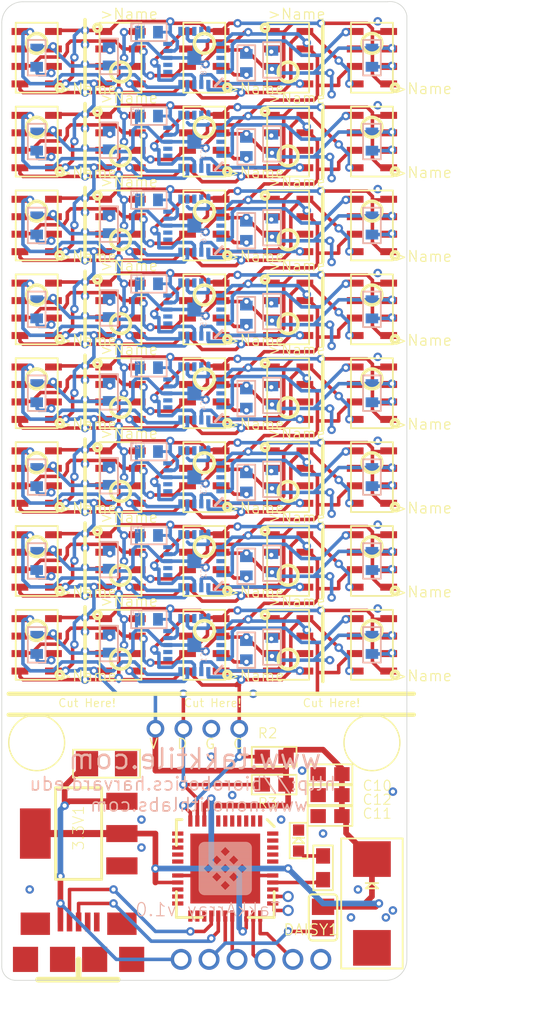
<source format=kicad_pcb>
(kicad_pcb (version 20171130) (host pcbnew "(5.1.12)-1")
  (layers (0 Top signal) (31 Bottom signal) (34 B.Paste user hide) (35 F.Paste user hide) (36 B.SilkS user hide) (37 F.SilkS user hide) (38 B.Mask user) (39 F.Mask user) (44 Edge.Cuts user))
  (net 0 "")
  (net 1 GND)
  (net 2 3.3V)
  (net 3 SDA)
  (net 4 SCL)
  (net 5 "Net-(XM1-Pad44)")
  (net 6 "Net-(XM1-Pad43)")
  (net 7 "Net-(XM1-Pad42)")
  (net 8 "Net-(XM1-Pad41)")
  (net 9 "Net-(XM1-Pad40)")
  (net 10 "Net-(R1-Pad1)")
  (net 11 /fullArray_1/BOOTLOAD)
  (net 12 /fullArray_1/PDI-CLK)
  (net 13 /fullArray_1/PDI-DATA)
  (net 14 /fullArray_1/PE3)
  (net 15 /fullArray_1/PE2)
  (net 16 /fullArray_1/PE1)
  (net 17 /fullArray_1/PE0)
  (net 18 /fullArray_1/USB+)
  (net 19 /fullArray_1/USB-)
  (net 20 "Net-(XM1-Pad25)")
  (net 21 "Net-(XM1-Pad24)")
  (net 22 "Net-(XM1-Pad23)")
  (net 23 "Net-(XM1-Pad22)")
  (net 24 "Net-(XM1-Pad21)")
  (net 25 "Net-(XM1-Pad20)")
  (net 26 "Net-(XM1-Pad17)")
  (net 27 "Net-(XM1-Pad16)")
  (net 28 "Net-(XM1-Pad15)")
  (net 29 "Net-(XM1-Pad14)")
  (net 30 "Net-(XM1-Pad13)")
  (net 31 "Net-(XM1-Pad12)")
  (net 32 "Net-(XM1-Pad7)")
  (net 33 "Net-(XM1-Pad6)")
  (net 34 "Net-(XM1-Pad5)")
  (net 35 "Net-(XM1-Pad4)")
  (net 36 "Net-(XM1-Pad3)")
  (net 37 "Net-(XM1-Pad2)")
  (net 38 "Net-(XM1-Pad1)")
  (net 39 /fullArray_1/5V)
  (net 40 "Net-(CN1-PadP4)")
  (net 41 "Net-(LED1-PadA)")
  (net 42 /fullArray_2/RST05)
  (net 43 /fullArray_2/RST04)
  (net 44 /fullArray_2/RST03)
  (net 45 /fullArray_2/RST02)
  (net 46 /fullArray_2/RST01)
  (net 47 /fullArray_2/ADDR1A)
  (net 48 /fullArray_2/RESET01)
  (net 49 /fullArray_3/RST10)
  (net 50 /fullArray_3/RST09)
  (net 51 /fullArray_3/RST08)
  (net 52 /fullArray_3/RST07)
  (net 53 /fullArray_3/RST06)
  (net 54 /fullArray_3/ADDR2A)
  (net 55 /fullArray_3/RESET02)
  (net 56 "Net-(C13-Pad1)")
  (net 57 "Net-(UNK10-Pad6)")
  (net 58 "Net-(C14-Pad1)")
  (net 59 /fullArray_4/RST15)
  (net 60 /fullArray_4/RST14)
  (net 61 /fullArray_4/RST13)
  (net 62 /fullArray_4/RST12)
  (net 63 /fullArray_4/RST11)
  (net 64 /fullArray_4/ADDR3A)
  (net 65 /fullArray_4/ADDR3B)
  (net 66 /fullArray_4/RESET03)
  (net 67 "Net-(UNK11-Pad6)")
  (net 68 "Net-(C16-Pad1)")
  (net 69 "Net-(UNK12-Pad6)")
  (net 70 "Net-(C17-Pad1)")
  (net 71 "Net-(UNK13-Pad6)")
  (net 72 "Net-(C18-Pad1)")
  (net 73 "Net-(UNK14-Pad6)")
  (net 74 "Net-(C19-Pad1)")
  (net 75 "Net-(UNK15-Pad6)")
  (net 76 "Net-(C20-Pad1)")
  (net 77 /fullArray_5/RST20)
  (net 78 /fullArray_5/RST19)
  (net 79 /fullArray_5/RST018)
  (net 80 /fullArray_5/RST17)
  (net 81 /fullArray_5/RST16)
  (net 82 /fullArray_5/RESET04)
  (net 83 /fullArray_5/ADDR4A)
  (net 84 "Net-(UNK16-Pad6)")
  (net 85 "Net-(C22-Pad1)")
  (net 86 "Net-(UNK17-Pad6)")
  (net 87 "Net-(C23-Pad1)")
  (net 88 "Net-(UNK18-Pad6)")
  (net 89 "Net-(C24-Pad1)")
  (net 90 "Net-(UNK19-Pad6)")
  (net 91 "Net-(C25-Pad1)")
  (net 92 "Net-(UNK20-Pad6)")
  (net 93 "Net-(C26-Pad1)")
  (net 94 /fullArray_6/RST25)
  (net 95 /fullArray_6/RST24)
  (net 96 /fullArray_6/RST23)
  (net 97 /fullArray_6/RST22)
  (net 98 /fullArray_6/RST21)
  (net 99 /fullArray_6/ADDR5A)
  (net 100 /fullArray_6/RESET05)
  (net 101 /fullArray_6/ADDR5B)
  (net 102 "Net-(UNK21-Pad6)")
  (net 103 "Net-(C28-Pad1)")
  (net 104 "Net-(UNK22-Pad6)")
  (net 105 "Net-(C29-Pad1)")
  (net 106 "Net-(UNK23-Pad6)")
  (net 107 "Net-(C30-Pad1)")
  (net 108 "Net-(UNK24-Pad6)")
  (net 109 "Net-(C31-Pad1)")
  (net 110 "Net-(UNK25-Pad6)")
  (net 111 "Net-(C32-Pad1)")
  (net 112 /fullArray_7/RST30)
  (net 113 /fullArray_7/RST29)
  (net 114 /fullArray_7/RST28)
  (net 115 /fullArray_7/RST27)
  (net 116 /fullArray_7/RST26)
  (net 117 /fullArray_7/ADDR6A)
  (net 118 /fullArray_7/RESET06)
  (net 119 /fullArray_7/ADDR6B)
  (net 120 "Net-(UNK26-Pad6)")
  (net 121 "Net-(C34-Pad1)")
  (net 122 "Net-(UNK27-Pad6)")
  (net 123 "Net-(C35-Pad1)")
  (net 124 "Net-(UNK28-Pad6)")
  (net 125 "Net-(C36-Pad1)")
  (net 126 "Net-(UNK29-Pad6)")
  (net 127 "Net-(C37-Pad1)")
  (net 128 "Net-(UNK30-Pad6)")
  (net 129 "Net-(C38-Pad1)")
  (net 130 /fullArray_8/RST35)
  (net 131 /fullArray_8/RST34)
  (net 132 /fullArray_8/RST33)
  (net 133 /fullArray_8/RST32)
  (net 134 /fullArray_8/RST31)
  (net 135 /fullArray_8/ADDR7A)
  (net 136 /fullArray_8/ADDR7B)
  (net 137 /fullArray_8/RESET07)
  (net 138 /fullArray_8/ADDR7C)
  (net 139 "Net-(UNK31-Pad6)")
  (net 140 "Net-(C40-Pad1)")
  (net 141 "Net-(UNK32-Pad6)")
  (net 142 "Net-(C41-Pad1)")
  (net 143 "Net-(UNK33-Pad6)")
  (net 144 "Net-(C42-Pad1)")
  (net 145 "Net-(UNK34-Pad6)")
  (net 146 "Net-(C43-Pad1)")
  (net 147 "Net-(UNK35-Pad6)")
  (net 148 "Net-(C44-Pad1)")
  (net 149 /fullArray_9/RST40)
  (net 150 /fullArray_9/RST39)
  (net 151 /fullArray_9/RST38)
  (net 152 /fullArray_9/RST37)
  (net 153 /fullArray_9/RST36)
  (net 154 /fullArray_9/RESET08)
  (net 155 /fullArray_9/ADDR8A)
  (net 156 "Net-(UNK36-Pad6)")
  (net 157 "Net-(C46-Pad1)")
  (net 158 "Net-(UNK37-Pad6)")
  (net 159 "Net-(C47-Pad1)")
  (net 160 "Net-(UNK38-Pad6)")
  (net 161 "Net-(C48-Pad1)")
  (net 162 "Net-(UNK39-Pad6)")
  (net 163 "Net-(C49-Pad1)")
  (net 164 "Net-(UNK40-Pad6)")
  (net 165 "Net-(C50-Pad1)")
  (net 166 "Net-(UNK1-Pad6)")
  (net 167 "Net-(C1-Pad1)")
  (net 168 "Net-(UNK2-Pad6)")
  (net 169 "Net-(C2-Pad1)")
  (net 170 "Net-(UNK3-Pad6)")
  (net 171 "Net-(C3-Pad1)")
  (net 172 "Net-(UNK4-Pad6)")
  (net 173 "Net-(C4-Pad1)")
  (net 174 "Net-(UNK5-Pad6)")
  (net 175 "Net-(C5-Pad1)")
  (net 176 "Net-(UNK6-Pad6)")
  (net 177 "Net-(C7-Pad1)")
  (net 178 "Net-(UNK7-Pad6)")
  (net 179 "Net-(C8-Pad1)")
  (net 180 "Net-(UNK8-Pad6)")
  (net 181 "Net-(C9-Pad1)")
  (net 182 "Net-(UNK9-Pad6)")
  (module "" (layer Top) (at 136.5011 123.011876)
    (fp_text reference @HOLE0 hide)
    (fp_text value "" (at 0 0) (layer F.SilkS) (effects (font (size 1.27 1.27))))
    (pad "" np_thru_hole circle (at 0 0) (size 2.4 2.4) (drill 2.4) (layers *.Cu *.Mask))
  )
  (module "" (layer Top) (at 160.5011 123.011876)
    (fp_text reference @HOLE1 hide)
    (fp_text value "" (at 0 0) (layer F.SilkS) (effects (font (size 1.27 1.27))))
    (pad "" np_thru_hole circle (at 0 0) (size 2.4 2.4) (drill 2.4) (layers *.Cu *.Mask))
  )
  (module fullArray:QFN20 (layer Bottom) (at 147.7881 116.025876 90)
    (fp_text reference UC1 (at -1.27 0.889 90) (layer B.SilkS) (effects (font (size 0.38608 0.38608) (thickness 0.032512)) (justify right bottom mirror)))
    (fp_text value ATTINY24QFN)
    (pad 20 smd rect (at -1 1.9) (size 0.65 0.3) (layers Bottom B.Mask) (net 42 /fullArray_2/RST05))
    (pad 19 smd rect (at -0.5 1.9) (size 0.65 0.3) (layers Bottom B.Mask))
    (pad 18 smd rect (at 0 1.9) (size 0.65 0.3) (layers Bottom B.Mask))
    (pad 17 smd rect (at 0.5 1.9 180) (size 0.65 0.3) (layers Bottom B.Mask))
    (pad 1 smd rect (at -1.9 1 90) (size 0.65 0.3) (layers Bottom B.Mask) (net 4 SCL))
    (pad 2 smd rect (at -1.9 0.5 90) (size 0.65 0.3) (layers Bottom B.Mask) (net 43 /fullArray_2/RST04))
    (pad 3 smd rect (at -1.9 0 90) (size 0.65 0.3) (layers Bottom B.Mask) (net 44 /fullArray_2/RST03))
    (pad 4 smd rect (at -1.9 -0.5 90) (size 0.65 0.3) (layers Bottom B.Mask) (net 45 /fullArray_2/RST02))
    (pad 5 smd rect (at -1.9 -1 270) (size 0.65 0.3) (layers Bottom B.Mask) (net 46 /fullArray_2/RST01))
    (pad 6 smd rect (at -1 -1.9 180) (size 0.65 0.3) (layers Bottom B.Mask))
    (pad 7 smd rect (at -0.5 -1.9 180) (size 0.65 0.3) (layers Bottom B.Mask))
    (pad 8 smd rect (at 0 -1.9 180) (size 0.65 0.3) (layers Bottom B.Mask) (net 1 GND))
    (pad 9 smd rect (at 0.5 -1.9) (size 0.65 0.3) (layers Bottom B.Mask) (net 2 3.3V))
    (pad 10 smd rect (at 1 -1.9) (size 0.65 0.3) (layers Bottom B.Mask))
    (pad 11 smd rect (at 1.9 -1 270) (size 0.65 0.3) (layers Bottom B.Mask) (net 47 /fullArray_2/ADDR1A))
    (pad 12 smd rect (at 1.9 -0.5 270) (size 0.65 0.3) (layers Bottom B.Mask) (net 1 GND))
    (pad 13 smd rect (at 1.9 0 90) (size 0.65 0.3) (layers Bottom B.Mask) (net 48 /fullArray_2/RESET01))
    (pad 14 smd rect (at 1.9 0.5 90) (size 0.65 0.3) (layers Bottom B.Mask) (net 1 GND))
    (pad 15 smd rect (at 1.9 1 90) (size 0.65 0.3) (layers Bottom B.Mask) (net 1 GND))
    (pad 16 smd rect (at 1 1.9) (size 0.65 0.3) (layers Bottom B.Mask) (net 3 SDA))
    (pad 0 smd rect (at 0 0 270) (size 1 1) (layers Bottom B.Mask) (net 1 GND))
  )
  (module fullArray:LGA-8 (layer Top) (at 136.5011 116.011876 180)
    (fp_text reference UNK1 hide)
    (fp_text value MPL115A hide)
    (fp_text user >Name (at -1.524 -2.667 180) (layer F.SilkS) (effects (font (size 0.77216 0.77216) (thickness 0.08128)) (justify left bottom)))
    (pad 5 smd rect (at 1.2 1.875 180) (size 1.2 0.5) (layers Top F.Paste F.Mask) (net 46 /fullArray_2/RST01))
    (pad 6 smd rect (at 1.2 0.625 180) (size 1.2 0.5) (layers Top F.Paste F.Mask) (net 166 "Net-(UNK1-Pad6)"))
    (pad 7 smd rect (at 1.2 -0.625 180) (size 1.2 0.5) (layers Top F.Paste F.Mask) (net 3 SDA))
    (pad 8 smd rect (at 1.2 -1.875 180) (size 1.2 0.5) (layers Top F.Paste F.Mask) (net 4 SCL))
    (pad 4 smd rect (at -1.2 1.875 180) (size 1.2 0.5) (layers Top F.Paste F.Mask) (net 2 3.3V))
    (pad 3 smd rect (at -1.2 0.625 180) (size 1.2 0.5) (layers Top F.Paste F.Mask) (net 1 GND))
    (pad 2 smd rect (at -1.2 -0.625 180) (size 1.2 0.5) (layers Top F.Paste F.Mask) (net 167 "Net-(C1-Pad1)"))
    (pad 1 smd rect (at -1.2 -1.875 180) (size 1.2 0.5) (layers Top F.Paste F.Mask) (net 2 3.3V))
  )
  (module fullArray:LGA-8 (layer Top) (at 142.5011 116.011876)
    (fp_text reference UNK2 hide)
    (fp_text value MPL115A hide)
    (fp_text user >Name (at -1.524 -2.667) (layer F.SilkS) (effects (font (size 0.77216 0.77216) (thickness 0.08128)) (justify left bottom)))
    (pad 5 smd rect (at 1.2 1.875) (size 1.2 0.5) (layers Top F.Paste F.Mask) (net 45 /fullArray_2/RST02))
    (pad 6 smd rect (at 1.2 0.625) (size 1.2 0.5) (layers Top F.Paste F.Mask) (net 168 "Net-(UNK2-Pad6)"))
    (pad 7 smd rect (at 1.2 -0.625) (size 1.2 0.5) (layers Top F.Paste F.Mask) (net 3 SDA))
    (pad 8 smd rect (at 1.2 -1.875) (size 1.2 0.5) (layers Top F.Paste F.Mask) (net 4 SCL))
    (pad 4 smd rect (at -1.2 1.875) (size 1.2 0.5) (layers Top F.Paste F.Mask) (net 2 3.3V))
    (pad 3 smd rect (at -1.2 0.625) (size 1.2 0.5) (layers Top F.Paste F.Mask) (net 1 GND))
    (pad 2 smd rect (at -1.2 -0.625) (size 1.2 0.5) (layers Top F.Paste F.Mask) (net 169 "Net-(C2-Pad1)"))
    (pad 1 smd rect (at -1.2 -1.875) (size 1.2 0.5) (layers Top F.Paste F.Mask) (net 2 3.3V))
  )
  (module fullArray:LGA-8 (layer Top) (at 148.5011 116.011876 180)
    (fp_text reference UNK3 hide)
    (fp_text value MPL115A hide)
    (fp_text user >Name (at -1.524 -2.667 180) (layer F.SilkS) (effects (font (size 0.77216 0.77216) (thickness 0.08128)) (justify left bottom)))
    (pad 5 smd rect (at 1.2 1.875 180) (size 1.2 0.5) (layers Top F.Paste F.Mask) (net 44 /fullArray_2/RST03))
    (pad 6 smd rect (at 1.2 0.625 180) (size 1.2 0.5) (layers Top F.Paste F.Mask) (net 170 "Net-(UNK3-Pad6)"))
    (pad 7 smd rect (at 1.2 -0.625 180) (size 1.2 0.5) (layers Top F.Paste F.Mask) (net 3 SDA))
    (pad 8 smd rect (at 1.2 -1.875 180) (size 1.2 0.5) (layers Top F.Paste F.Mask) (net 4 SCL))
    (pad 4 smd rect (at -1.2 1.875 180) (size 1.2 0.5) (layers Top F.Paste F.Mask) (net 2 3.3V))
    (pad 3 smd rect (at -1.2 0.625 180) (size 1.2 0.5) (layers Top F.Paste F.Mask) (net 1 GND))
    (pad 2 smd rect (at -1.2 -0.625 180) (size 1.2 0.5) (layers Top F.Paste F.Mask) (net 171 "Net-(C3-Pad1)"))
    (pad 1 smd rect (at -1.2 -1.875 180) (size 1.2 0.5) (layers Top F.Paste F.Mask) (net 2 3.3V))
  )
  (module fullArray:0402 (layer Bottom) (at 136.5011 116.011876 90)
    (fp_text reference C1 hide)
    (fp_text value CAP_CERAMIC0402 hide)
    (pad 2 smd rect (at 0.65 0 90) (size 0.7 0.9) (layers Bottom B.Paste B.Mask) (net 1 GND))
    (pad 1 smd rect (at -0.65 0 90) (size 0.7 0.9) (layers Bottom B.Paste B.Mask) (net 167 "Net-(C1-Pad1)"))
  )
  (module fullArray:0402 (layer Bottom) (at 141.6811 115.915876 270)
    (fp_text reference C2 hide)
    (fp_text value CAP_CERAMIC0402 hide)
    (pad 2 smd rect (at 0.65 0 270) (size 0.7 0.9) (layers Bottom B.Paste B.Mask) (net 1 GND))
    (pad 1 smd rect (at -0.65 0 270) (size 0.7 0.9) (layers Bottom B.Paste B.Mask) (net 169 "Net-(C2-Pad1)"))
  )
  (module fullArray:0402 (layer Bottom) (at 151.5081 116.392876 90)
    (fp_text reference C3 hide)
    (fp_text value CAP_CERAMIC0402 hide)
    (pad 2 smd rect (at 0.65 0 90) (size 0.7 0.9) (layers Bottom B.Paste B.Mask) (net 1 GND))
    (pad 1 smd rect (at -0.65 0 90) (size 0.7 0.9) (layers Bottom B.Paste B.Mask) (net 171 "Net-(C3-Pad1)"))
  )
  (module fullArray:LGA-8 (layer Top) (at 154.5011 116.011876)
    (fp_text reference UNK4 hide)
    (fp_text value MPL115A hide)
    (fp_text user >Name (at -1.524 -2.667) (layer F.SilkS) (effects (font (size 0.77216 0.77216) (thickness 0.08128)) (justify left bottom)))
    (pad 5 smd rect (at 1.2 1.875) (size 1.2 0.5) (layers Top F.Paste F.Mask) (net 43 /fullArray_2/RST04))
    (pad 6 smd rect (at 1.2 0.625) (size 1.2 0.5) (layers Top F.Paste F.Mask) (net 172 "Net-(UNK4-Pad6)"))
    (pad 7 smd rect (at 1.2 -0.625) (size 1.2 0.5) (layers Top F.Paste F.Mask) (net 3 SDA))
    (pad 8 smd rect (at 1.2 -1.875) (size 1.2 0.5) (layers Top F.Paste F.Mask) (net 4 SCL))
    (pad 4 smd rect (at -1.2 1.875) (size 1.2 0.5) (layers Top F.Paste F.Mask) (net 2 3.3V))
    (pad 3 smd rect (at -1.2 0.625) (size 1.2 0.5) (layers Top F.Paste F.Mask) (net 1 GND))
    (pad 2 smd rect (at -1.2 -0.625) (size 1.2 0.5) (layers Top F.Paste F.Mask) (net 173 "Net-(C4-Pad1)"))
    (pad 1 smd rect (at -1.2 -1.875) (size 1.2 0.5) (layers Top F.Paste F.Mask) (net 2 3.3V))
  )
  (module fullArray:LGA-8 (layer Top) (at 160.5011 116.011876 180)
    (fp_text reference UNK5 hide)
    (fp_text value MPL115A hide)
    (fp_text user >Name (at -1.524 -2.667 180) (layer F.SilkS) (effects (font (size 0.77216 0.77216) (thickness 0.08128)) (justify left bottom)))
    (pad 5 smd rect (at 1.2 1.875 180) (size 1.2 0.5) (layers Top F.Paste F.Mask) (net 42 /fullArray_2/RST05))
    (pad 6 smd rect (at 1.2 0.625 180) (size 1.2 0.5) (layers Top F.Paste F.Mask) (net 174 "Net-(UNK5-Pad6)"))
    (pad 7 smd rect (at 1.2 -0.625 180) (size 1.2 0.5) (layers Top F.Paste F.Mask) (net 3 SDA))
    (pad 8 smd rect (at 1.2 -1.875 180) (size 1.2 0.5) (layers Top F.Paste F.Mask) (net 4 SCL))
    (pad 4 smd rect (at -1.2 1.875 180) (size 1.2 0.5) (layers Top F.Paste F.Mask) (net 2 3.3V))
    (pad 3 smd rect (at -1.2 0.625 180) (size 1.2 0.5) (layers Top F.Paste F.Mask) (net 1 GND))
    (pad 2 smd rect (at -1.2 -0.625 180) (size 1.2 0.5) (layers Top F.Paste F.Mask) (net 175 "Net-(C5-Pad1)"))
    (pad 1 smd rect (at -1.2 -1.875 180) (size 1.2 0.5) (layers Top F.Paste F.Mask) (net 2 3.3V))
  )
  (module fullArray:0402 (layer Bottom) (at 153.3441 116.169876 270)
    (fp_text reference C4 hide)
    (fp_text value CAP_CERAMIC0402 hide)
    (pad 2 smd rect (at 0.65 0 270) (size 0.7 0.9) (layers Bottom B.Paste B.Mask) (net 1 GND))
    (pad 1 smd rect (at -0.65 0 270) (size 0.7 0.9) (layers Bottom B.Paste B.Mask) (net 173 "Net-(C4-Pad1)"))
  )
  (module fullArray:0402 (layer Bottom) (at 160.5011 116.011876 90)
    (fp_text reference C5 hide)
    (fp_text value CAP_CERAMIC0402 hide)
    (pad 2 smd rect (at 0.65 0 90) (size 0.7 0.9) (layers Bottom B.Paste B.Mask) (net 1 GND))
    (pad 1 smd rect (at -0.65 0 90) (size 0.7 0.9) (layers Bottom B.Paste B.Mask) (net 175 "Net-(C5-Pad1)"))
  )
  (module fullArray:0402 (layer Bottom) (at 144.5341 114.185876 180)
    (fp_text reference C6 (at 1.397 0.1905 180) (layer B.SilkS) (effects (font (size 0.38608 0.38608) (thickness 0.032512)) (justify right bottom mirror)))
    (fp_text value CAP_CERAMIC0402)
    (pad 2 smd rect (at 0.65 0 180) (size 0.7 0.9) (layers Bottom B.Paste B.Mask) (net 1 GND))
    (pad 1 smd rect (at -0.65 0 180) (size 0.7 0.9) (layers Bottom B.Paste B.Mask) (net 2 3.3V))
  )
  (module fullArray:QFN20 (layer Bottom) (at 147.7881 110.025876 90)
    (fp_text reference UC2 (at -1.27 0.889 90) (layer B.SilkS) (effects (font (size 0.38608 0.38608) (thickness 0.032512)) (justify right bottom mirror)))
    (fp_text value ATTINY24QFN)
    (pad 20 smd rect (at -1 1.9) (size 0.65 0.3) (layers Bottom B.Mask) (net 49 /fullArray_3/RST10))
    (pad 19 smd rect (at -0.5 1.9) (size 0.65 0.3) (layers Bottom B.Mask))
    (pad 18 smd rect (at 0 1.9) (size 0.65 0.3) (layers Bottom B.Mask))
    (pad 17 smd rect (at 0.5 1.9 180) (size 0.65 0.3) (layers Bottom B.Mask))
    (pad 1 smd rect (at -1.9 1 90) (size 0.65 0.3) (layers Bottom B.Mask) (net 4 SCL))
    (pad 2 smd rect (at -1.9 0.5 90) (size 0.65 0.3) (layers Bottom B.Mask) (net 50 /fullArray_3/RST09))
    (pad 3 smd rect (at -1.9 0 90) (size 0.65 0.3) (layers Bottom B.Mask) (net 51 /fullArray_3/RST08))
    (pad 4 smd rect (at -1.9 -0.5 90) (size 0.65 0.3) (layers Bottom B.Mask) (net 52 /fullArray_3/RST07))
    (pad 5 smd rect (at -1.9 -1 270) (size 0.65 0.3) (layers Bottom B.Mask) (net 53 /fullArray_3/RST06))
    (pad 6 smd rect (at -1 -1.9 180) (size 0.65 0.3) (layers Bottom B.Mask))
    (pad 7 smd rect (at -0.5 -1.9 180) (size 0.65 0.3) (layers Bottom B.Mask))
    (pad 8 smd rect (at 0 -1.9 180) (size 0.65 0.3) (layers Bottom B.Mask) (net 1 GND))
    (pad 9 smd rect (at 0.5 -1.9) (size 0.65 0.3) (layers Bottom B.Mask) (net 2 3.3V))
    (pad 10 smd rect (at 1 -1.9) (size 0.65 0.3) (layers Bottom B.Mask))
    (pad 11 smd rect (at 1.9 -1 270) (size 0.65 0.3) (layers Bottom B.Mask) (net 1 GND))
    (pad 12 smd rect (at 1.9 -0.5 270) (size 0.65 0.3) (layers Bottom B.Mask) (net 54 /fullArray_3/ADDR2A))
    (pad 13 smd rect (at 1.9 0 90) (size 0.65 0.3) (layers Bottom B.Mask) (net 55 /fullArray_3/RESET02))
    (pad 14 smd rect (at 1.9 0.5 90) (size 0.65 0.3) (layers Bottom B.Mask) (net 1 GND))
    (pad 15 smd rect (at 1.9 1 90) (size 0.65 0.3) (layers Bottom B.Mask) (net 1 GND))
    (pad 16 smd rect (at 1 1.9) (size 0.65 0.3) (layers Bottom B.Mask) (net 3 SDA))
    (pad 0 smd rect (at 0 0 270) (size 1 1) (layers Bottom B.Mask) (net 1 GND))
  )
  (module fullArray:LGA-8 (layer Top) (at 136.5011 110.011876 180)
    (fp_text reference UNK6 hide)
    (fp_text value MPL115A hide)
    (fp_text user >Name (at -1.524 -2.667 180) (layer F.SilkS) (effects (font (size 0.77216 0.77216) (thickness 0.08128)) (justify left bottom)))
    (pad 5 smd rect (at 1.2 1.875 180) (size 1.2 0.5) (layers Top F.Paste F.Mask) (net 53 /fullArray_3/RST06))
    (pad 6 smd rect (at 1.2 0.625 180) (size 1.2 0.5) (layers Top F.Paste F.Mask) (net 176 "Net-(UNK6-Pad6)"))
    (pad 7 smd rect (at 1.2 -0.625 180) (size 1.2 0.5) (layers Top F.Paste F.Mask) (net 3 SDA))
    (pad 8 smd rect (at 1.2 -1.875 180) (size 1.2 0.5) (layers Top F.Paste F.Mask) (net 4 SCL))
    (pad 4 smd rect (at -1.2 1.875 180) (size 1.2 0.5) (layers Top F.Paste F.Mask) (net 2 3.3V))
    (pad 3 smd rect (at -1.2 0.625 180) (size 1.2 0.5) (layers Top F.Paste F.Mask) (net 1 GND))
    (pad 2 smd rect (at -1.2 -0.625 180) (size 1.2 0.5) (layers Top F.Paste F.Mask) (net 177 "Net-(C7-Pad1)"))
    (pad 1 smd rect (at -1.2 -1.875 180) (size 1.2 0.5) (layers Top F.Paste F.Mask) (net 2 3.3V))
  )
  (module fullArray:LGA-8 (layer Top) (at 142.5011 110.011876)
    (fp_text reference UNK7 hide)
    (fp_text value MPL115A hide)
    (fp_text user >Name (at -1.524 -2.667) (layer F.SilkS) (effects (font (size 0.77216 0.77216) (thickness 0.08128)) (justify left bottom)))
    (pad 5 smd rect (at 1.2 1.875) (size 1.2 0.5) (layers Top F.Paste F.Mask) (net 52 /fullArray_3/RST07))
    (pad 6 smd rect (at 1.2 0.625) (size 1.2 0.5) (layers Top F.Paste F.Mask) (net 178 "Net-(UNK7-Pad6)"))
    (pad 7 smd rect (at 1.2 -0.625) (size 1.2 0.5) (layers Top F.Paste F.Mask) (net 3 SDA))
    (pad 8 smd rect (at 1.2 -1.875) (size 1.2 0.5) (layers Top F.Paste F.Mask) (net 4 SCL))
    (pad 4 smd rect (at -1.2 1.875) (size 1.2 0.5) (layers Top F.Paste F.Mask) (net 2 3.3V))
    (pad 3 smd rect (at -1.2 0.625) (size 1.2 0.5) (layers Top F.Paste F.Mask) (net 1 GND))
    (pad 2 smd rect (at -1.2 -0.625) (size 1.2 0.5) (layers Top F.Paste F.Mask) (net 179 "Net-(C8-Pad1)"))
    (pad 1 smd rect (at -1.2 -1.875) (size 1.2 0.5) (layers Top F.Paste F.Mask) (net 2 3.3V))
  )
  (module fullArray:LGA-8 (layer Top) (at 148.5011 110.011876 180)
    (fp_text reference UNK8 hide)
    (fp_text value MPL115A hide)
    (fp_text user >Name (at -1.524 -2.667 180) (layer F.SilkS) (effects (font (size 0.77216 0.77216) (thickness 0.08128)) (justify left bottom)))
    (pad 5 smd rect (at 1.2 1.875 180) (size 1.2 0.5) (layers Top F.Paste F.Mask) (net 51 /fullArray_3/RST08))
    (pad 6 smd rect (at 1.2 0.625 180) (size 1.2 0.5) (layers Top F.Paste F.Mask) (net 180 "Net-(UNK8-Pad6)"))
    (pad 7 smd rect (at 1.2 -0.625 180) (size 1.2 0.5) (layers Top F.Paste F.Mask) (net 3 SDA))
    (pad 8 smd rect (at 1.2 -1.875 180) (size 1.2 0.5) (layers Top F.Paste F.Mask) (net 4 SCL))
    (pad 4 smd rect (at -1.2 1.875 180) (size 1.2 0.5) (layers Top F.Paste F.Mask) (net 2 3.3V))
    (pad 3 smd rect (at -1.2 0.625 180) (size 1.2 0.5) (layers Top F.Paste F.Mask) (net 1 GND))
    (pad 2 smd rect (at -1.2 -0.625 180) (size 1.2 0.5) (layers Top F.Paste F.Mask) (net 181 "Net-(C9-Pad1)"))
    (pad 1 smd rect (at -1.2 -1.875 180) (size 1.2 0.5) (layers Top F.Paste F.Mask) (net 2 3.3V))
  )
  (module fullArray:0402 (layer Bottom) (at 136.5011 110.011876 90)
    (fp_text reference C7 hide)
    (fp_text value CAP_CERAMIC0402 hide)
    (pad 2 smd rect (at 0.65 0 90) (size 0.7 0.9) (layers Bottom B.Paste B.Mask) (net 1 GND))
    (pad 1 smd rect (at -0.65 0 90) (size 0.7 0.9) (layers Bottom B.Paste B.Mask) (net 177 "Net-(C7-Pad1)"))
  )
  (module fullArray:0402 (layer Bottom) (at 141.6811 109.915876 270)
    (fp_text reference C8 hide)
    (fp_text value CAP_CERAMIC0402 hide)
    (pad 2 smd rect (at 0.65 0 270) (size 0.7 0.9) (layers Bottom B.Paste B.Mask) (net 1 GND))
    (pad 1 smd rect (at -0.65 0 270) (size 0.7 0.9) (layers Bottom B.Paste B.Mask) (net 179 "Net-(C8-Pad1)"))
  )
  (module fullArray:0402 (layer Bottom) (at 151.5081 110.392876 90)
    (fp_text reference C9 hide)
    (fp_text value CAP_CERAMIC0402 hide)
    (pad 2 smd rect (at 0.65 0 90) (size 0.7 0.9) (layers Bottom B.Paste B.Mask) (net 1 GND))
    (pad 1 smd rect (at -0.65 0 90) (size 0.7 0.9) (layers Bottom B.Paste B.Mask) (net 181 "Net-(C9-Pad1)"))
  )
  (module fullArray:LGA-8 (layer Top) (at 154.5011 110.011876)
    (fp_text reference UNK9 hide)
    (fp_text value MPL115A hide)
    (fp_text user >Name (at -1.524 -2.667) (layer F.SilkS) (effects (font (size 0.77216 0.77216) (thickness 0.08128)) (justify left bottom)))
    (pad 5 smd rect (at 1.2 1.875) (size 1.2 0.5) (layers Top F.Paste F.Mask) (net 50 /fullArray_3/RST09))
    (pad 6 smd rect (at 1.2 0.625) (size 1.2 0.5) (layers Top F.Paste F.Mask) (net 182 "Net-(UNK9-Pad6)"))
    (pad 7 smd rect (at 1.2 -0.625) (size 1.2 0.5) (layers Top F.Paste F.Mask) (net 3 SDA))
    (pad 8 smd rect (at 1.2 -1.875) (size 1.2 0.5) (layers Top F.Paste F.Mask) (net 4 SCL))
    (pad 4 smd rect (at -1.2 1.875) (size 1.2 0.5) (layers Top F.Paste F.Mask) (net 2 3.3V))
    (pad 3 smd rect (at -1.2 0.625) (size 1.2 0.5) (layers Top F.Paste F.Mask) (net 1 GND))
    (pad 2 smd rect (at -1.2 -0.625) (size 1.2 0.5) (layers Top F.Paste F.Mask) (net 56 "Net-(C13-Pad1)"))
    (pad 1 smd rect (at -1.2 -1.875) (size 1.2 0.5) (layers Top F.Paste F.Mask) (net 2 3.3V))
  )
  (module fullArray:LGA-8 (layer Top) (at 160.5011 110.011876 180)
    (fp_text reference UNK10 hide)
    (fp_text value MPL115A hide)
    (fp_text user >Name (at -1.524 -2.667 180) (layer F.SilkS) (effects (font (size 0.77216 0.77216) (thickness 0.08128)) (justify left bottom)))
    (pad 5 smd rect (at 1.2 1.875 180) (size 1.2 0.5) (layers Top F.Paste F.Mask) (net 49 /fullArray_3/RST10))
    (pad 6 smd rect (at 1.2 0.625 180) (size 1.2 0.5) (layers Top F.Paste F.Mask) (net 57 "Net-(UNK10-Pad6)"))
    (pad 7 smd rect (at 1.2 -0.625 180) (size 1.2 0.5) (layers Top F.Paste F.Mask) (net 3 SDA))
    (pad 8 smd rect (at 1.2 -1.875 180) (size 1.2 0.5) (layers Top F.Paste F.Mask) (net 4 SCL))
    (pad 4 smd rect (at -1.2 1.875 180) (size 1.2 0.5) (layers Top F.Paste F.Mask) (net 2 3.3V))
    (pad 3 smd rect (at -1.2 0.625 180) (size 1.2 0.5) (layers Top F.Paste F.Mask) (net 1 GND))
    (pad 2 smd rect (at -1.2 -0.625 180) (size 1.2 0.5) (layers Top F.Paste F.Mask) (net 58 "Net-(C14-Pad1)"))
    (pad 1 smd rect (at -1.2 -1.875 180) (size 1.2 0.5) (layers Top F.Paste F.Mask) (net 2 3.3V))
  )
  (module fullArray:0402 (layer Bottom) (at 153.3441 110.169876 270)
    (fp_text reference C13 hide)
    (fp_text value CAP_CERAMIC0402 hide)
    (pad 2 smd rect (at 0.65 0 270) (size 0.7 0.9) (layers Bottom B.Paste B.Mask) (net 1 GND))
    (pad 1 smd rect (at -0.65 0 270) (size 0.7 0.9) (layers Bottom B.Paste B.Mask) (net 56 "Net-(C13-Pad1)"))
  )
  (module fullArray:0402 (layer Bottom) (at 160.5011 110.011876 90)
    (fp_text reference C14 hide)
    (fp_text value CAP_CERAMIC0402 hide)
    (pad 2 smd rect (at 0.65 0 90) (size 0.7 0.9) (layers Bottom B.Paste B.Mask) (net 1 GND))
    (pad 1 smd rect (at -0.65 0 90) (size 0.7 0.9) (layers Bottom B.Paste B.Mask) (net 58 "Net-(C14-Pad1)"))
  )
  (module fullArray:0402 (layer Bottom) (at 144.5341 108.185876 180)
    (fp_text reference C15 (at 1.397 0.1905 180) (layer B.SilkS) (effects (font (size 0.38608 0.38608) (thickness 0.032512)) (justify right bottom mirror)))
    (fp_text value CAP_CERAMIC0402)
    (pad 2 smd rect (at 0.65 0 180) (size 0.7 0.9) (layers Bottom B.Paste B.Mask) (net 1 GND))
    (pad 1 smd rect (at -0.65 0 180) (size 0.7 0.9) (layers Bottom B.Paste B.Mask) (net 2 3.3V))
  )
  (module fullArray:QFN20 (layer Bottom) (at 147.7881 104.025876 90)
    (fp_text reference UC3 (at -1.27 0.889 90) (layer B.SilkS) (effects (font (size 0.38608 0.38608) (thickness 0.032512)) (justify right bottom mirror)))
    (fp_text value ATTINY24QFN)
    (pad 20 smd rect (at -1 1.9) (size 0.65 0.3) (layers Bottom B.Mask) (net 59 /fullArray_4/RST15))
    (pad 19 smd rect (at -0.5 1.9) (size 0.65 0.3) (layers Bottom B.Mask))
    (pad 18 smd rect (at 0 1.9) (size 0.65 0.3) (layers Bottom B.Mask))
    (pad 17 smd rect (at 0.5 1.9 180) (size 0.65 0.3) (layers Bottom B.Mask))
    (pad 1 smd rect (at -1.9 1 90) (size 0.65 0.3) (layers Bottom B.Mask) (net 4 SCL))
    (pad 2 smd rect (at -1.9 0.5 90) (size 0.65 0.3) (layers Bottom B.Mask) (net 60 /fullArray_4/RST14))
    (pad 3 smd rect (at -1.9 0 90) (size 0.65 0.3) (layers Bottom B.Mask) (net 61 /fullArray_4/RST13))
    (pad 4 smd rect (at -1.9 -0.5 90) (size 0.65 0.3) (layers Bottom B.Mask) (net 62 /fullArray_4/RST12))
    (pad 5 smd rect (at -1.9 -1 270) (size 0.65 0.3) (layers Bottom B.Mask) (net 63 /fullArray_4/RST11))
    (pad 6 smd rect (at -1 -1.9 180) (size 0.65 0.3) (layers Bottom B.Mask))
    (pad 7 smd rect (at -0.5 -1.9 180) (size 0.65 0.3) (layers Bottom B.Mask))
    (pad 8 smd rect (at 0 -1.9 180) (size 0.65 0.3) (layers Bottom B.Mask) (net 1 GND))
    (pad 9 smd rect (at 0.5 -1.9) (size 0.65 0.3) (layers Bottom B.Mask) (net 2 3.3V))
    (pad 10 smd rect (at 1 -1.9) (size 0.65 0.3) (layers Bottom B.Mask))
    (pad 11 smd rect (at 1.9 -1 270) (size 0.65 0.3) (layers Bottom B.Mask) (net 64 /fullArray_4/ADDR3A))
    (pad 12 smd rect (at 1.9 -0.5 270) (size 0.65 0.3) (layers Bottom B.Mask) (net 65 /fullArray_4/ADDR3B))
    (pad 13 smd rect (at 1.9 0 90) (size 0.65 0.3) (layers Bottom B.Mask) (net 66 /fullArray_4/RESET03))
    (pad 14 smd rect (at 1.9 0.5 90) (size 0.65 0.3) (layers Bottom B.Mask) (net 1 GND))
    (pad 15 smd rect (at 1.9 1 90) (size 0.65 0.3) (layers Bottom B.Mask) (net 1 GND))
    (pad 16 smd rect (at 1 1.9) (size 0.65 0.3) (layers Bottom B.Mask) (net 3 SDA))
    (pad 0 smd rect (at 0 0 270) (size 1 1) (layers Bottom B.Mask) (net 1 GND))
  )
  (module fullArray:LGA-8 (layer Top) (at 136.5011 104.011876 180)
    (fp_text reference UNK11 hide)
    (fp_text value MPL115A hide)
    (fp_text user >Name (at -1.524 -2.667 180) (layer F.SilkS) (effects (font (size 0.77216 0.77216) (thickness 0.08128)) (justify left bottom)))
    (pad 5 smd rect (at 1.2 1.875 180) (size 1.2 0.5) (layers Top F.Paste F.Mask) (net 63 /fullArray_4/RST11))
    (pad 6 smd rect (at 1.2 0.625 180) (size 1.2 0.5) (layers Top F.Paste F.Mask) (net 67 "Net-(UNK11-Pad6)"))
    (pad 7 smd rect (at 1.2 -0.625 180) (size 1.2 0.5) (layers Top F.Paste F.Mask) (net 3 SDA))
    (pad 8 smd rect (at 1.2 -1.875 180) (size 1.2 0.5) (layers Top F.Paste F.Mask) (net 4 SCL))
    (pad 4 smd rect (at -1.2 1.875 180) (size 1.2 0.5) (layers Top F.Paste F.Mask) (net 2 3.3V))
    (pad 3 smd rect (at -1.2 0.625 180) (size 1.2 0.5) (layers Top F.Paste F.Mask) (net 1 GND))
    (pad 2 smd rect (at -1.2 -0.625 180) (size 1.2 0.5) (layers Top F.Paste F.Mask) (net 68 "Net-(C16-Pad1)"))
    (pad 1 smd rect (at -1.2 -1.875 180) (size 1.2 0.5) (layers Top F.Paste F.Mask) (net 2 3.3V))
  )
  (module fullArray:LGA-8 (layer Top) (at 142.5011 104.011876)
    (fp_text reference UNK12 hide)
    (fp_text value MPL115A hide)
    (fp_text user >Name (at -1.524 -2.667) (layer F.SilkS) (effects (font (size 0.77216 0.77216) (thickness 0.08128)) (justify left bottom)))
    (pad 5 smd rect (at 1.2 1.875) (size 1.2 0.5) (layers Top F.Paste F.Mask) (net 62 /fullArray_4/RST12))
    (pad 6 smd rect (at 1.2 0.625) (size 1.2 0.5) (layers Top F.Paste F.Mask) (net 69 "Net-(UNK12-Pad6)"))
    (pad 7 smd rect (at 1.2 -0.625) (size 1.2 0.5) (layers Top F.Paste F.Mask) (net 3 SDA))
    (pad 8 smd rect (at 1.2 -1.875) (size 1.2 0.5) (layers Top F.Paste F.Mask) (net 4 SCL))
    (pad 4 smd rect (at -1.2 1.875) (size 1.2 0.5) (layers Top F.Paste F.Mask) (net 2 3.3V))
    (pad 3 smd rect (at -1.2 0.625) (size 1.2 0.5) (layers Top F.Paste F.Mask) (net 1 GND))
    (pad 2 smd rect (at -1.2 -0.625) (size 1.2 0.5) (layers Top F.Paste F.Mask) (net 70 "Net-(C17-Pad1)"))
    (pad 1 smd rect (at -1.2 -1.875) (size 1.2 0.5) (layers Top F.Paste F.Mask) (net 2 3.3V))
  )
  (module fullArray:LGA-8 (layer Top) (at 148.5011 104.011876 180)
    (fp_text reference UNK13 hide)
    (fp_text value MPL115A hide)
    (fp_text user >Name (at -1.524 -2.667 180) (layer F.SilkS) (effects (font (size 0.77216 0.77216) (thickness 0.08128)) (justify left bottom)))
    (pad 5 smd rect (at 1.2 1.875 180) (size 1.2 0.5) (layers Top F.Paste F.Mask) (net 61 /fullArray_4/RST13))
    (pad 6 smd rect (at 1.2 0.625 180) (size 1.2 0.5) (layers Top F.Paste F.Mask) (net 71 "Net-(UNK13-Pad6)"))
    (pad 7 smd rect (at 1.2 -0.625 180) (size 1.2 0.5) (layers Top F.Paste F.Mask) (net 3 SDA))
    (pad 8 smd rect (at 1.2 -1.875 180) (size 1.2 0.5) (layers Top F.Paste F.Mask) (net 4 SCL))
    (pad 4 smd rect (at -1.2 1.875 180) (size 1.2 0.5) (layers Top F.Paste F.Mask) (net 2 3.3V))
    (pad 3 smd rect (at -1.2 0.625 180) (size 1.2 0.5) (layers Top F.Paste F.Mask) (net 1 GND))
    (pad 2 smd rect (at -1.2 -0.625 180) (size 1.2 0.5) (layers Top F.Paste F.Mask) (net 72 "Net-(C18-Pad1)"))
    (pad 1 smd rect (at -1.2 -1.875 180) (size 1.2 0.5) (layers Top F.Paste F.Mask) (net 2 3.3V))
  )
  (module fullArray:0402 (layer Bottom) (at 136.5011 104.011876 90)
    (fp_text reference C16 hide)
    (fp_text value CAP_CERAMIC0402 hide)
    (pad 2 smd rect (at 0.65 0 90) (size 0.7 0.9) (layers Bottom B.Paste B.Mask) (net 1 GND))
    (pad 1 smd rect (at -0.65 0 90) (size 0.7 0.9) (layers Bottom B.Paste B.Mask) (net 68 "Net-(C16-Pad1)"))
  )
  (module fullArray:0402 (layer Bottom) (at 141.6811 103.915876 270)
    (fp_text reference C17 hide)
    (fp_text value CAP_CERAMIC0402 hide)
    (pad 2 smd rect (at 0.65 0 270) (size 0.7 0.9) (layers Bottom B.Paste B.Mask) (net 1 GND))
    (pad 1 smd rect (at -0.65 0 270) (size 0.7 0.9) (layers Bottom B.Paste B.Mask) (net 70 "Net-(C17-Pad1)"))
  )
  (module fullArray:0402 (layer Bottom) (at 151.5081 104.392876 90)
    (fp_text reference C18 hide)
    (fp_text value CAP_CERAMIC0402 hide)
    (pad 2 smd rect (at 0.65 0 90) (size 0.7 0.9) (layers Bottom B.Paste B.Mask) (net 1 GND))
    (pad 1 smd rect (at -0.65 0 90) (size 0.7 0.9) (layers Bottom B.Paste B.Mask) (net 72 "Net-(C18-Pad1)"))
  )
  (module fullArray:LGA-8 (layer Top) (at 154.5011 104.011876)
    (fp_text reference UNK14 hide)
    (fp_text value MPL115A hide)
    (fp_text user >Name (at -1.524 -2.667) (layer F.SilkS) (effects (font (size 0.77216 0.77216) (thickness 0.08128)) (justify left bottom)))
    (pad 5 smd rect (at 1.2 1.875) (size 1.2 0.5) (layers Top F.Paste F.Mask) (net 60 /fullArray_4/RST14))
    (pad 6 smd rect (at 1.2 0.625) (size 1.2 0.5) (layers Top F.Paste F.Mask) (net 73 "Net-(UNK14-Pad6)"))
    (pad 7 smd rect (at 1.2 -0.625) (size 1.2 0.5) (layers Top F.Paste F.Mask) (net 3 SDA))
    (pad 8 smd rect (at 1.2 -1.875) (size 1.2 0.5) (layers Top F.Paste F.Mask) (net 4 SCL))
    (pad 4 smd rect (at -1.2 1.875) (size 1.2 0.5) (layers Top F.Paste F.Mask) (net 2 3.3V))
    (pad 3 smd rect (at -1.2 0.625) (size 1.2 0.5) (layers Top F.Paste F.Mask) (net 1 GND))
    (pad 2 smd rect (at -1.2 -0.625) (size 1.2 0.5) (layers Top F.Paste F.Mask) (net 74 "Net-(C19-Pad1)"))
    (pad 1 smd rect (at -1.2 -1.875) (size 1.2 0.5) (layers Top F.Paste F.Mask) (net 2 3.3V))
  )
  (module fullArray:LGA-8 (layer Top) (at 160.5011 104.011876 180)
    (fp_text reference UNK15 hide)
    (fp_text value MPL115A hide)
    (fp_text user >Name (at -1.524 -2.667 180) (layer F.SilkS) (effects (font (size 0.77216 0.77216) (thickness 0.08128)) (justify left bottom)))
    (pad 5 smd rect (at 1.2 1.875 180) (size 1.2 0.5) (layers Top F.Paste F.Mask) (net 59 /fullArray_4/RST15))
    (pad 6 smd rect (at 1.2 0.625 180) (size 1.2 0.5) (layers Top F.Paste F.Mask) (net 75 "Net-(UNK15-Pad6)"))
    (pad 7 smd rect (at 1.2 -0.625 180) (size 1.2 0.5) (layers Top F.Paste F.Mask) (net 3 SDA))
    (pad 8 smd rect (at 1.2 -1.875 180) (size 1.2 0.5) (layers Top F.Paste F.Mask) (net 4 SCL))
    (pad 4 smd rect (at -1.2 1.875 180) (size 1.2 0.5) (layers Top F.Paste F.Mask) (net 2 3.3V))
    (pad 3 smd rect (at -1.2 0.625 180) (size 1.2 0.5) (layers Top F.Paste F.Mask) (net 1 GND))
    (pad 2 smd rect (at -1.2 -0.625 180) (size 1.2 0.5) (layers Top F.Paste F.Mask) (net 76 "Net-(C20-Pad1)"))
    (pad 1 smd rect (at -1.2 -1.875 180) (size 1.2 0.5) (layers Top F.Paste F.Mask) (net 2 3.3V))
  )
  (module fullArray:0402 (layer Bottom) (at 153.3441 104.169876 270)
    (fp_text reference C19 hide)
    (fp_text value CAP_CERAMIC0402 hide)
    (pad 2 smd rect (at 0.65 0 270) (size 0.7 0.9) (layers Bottom B.Paste B.Mask) (net 1 GND))
    (pad 1 smd rect (at -0.65 0 270) (size 0.7 0.9) (layers Bottom B.Paste B.Mask) (net 74 "Net-(C19-Pad1)"))
  )
  (module fullArray:0402 (layer Bottom) (at 160.5011 104.011876 90)
    (fp_text reference C20 hide)
    (fp_text value CAP_CERAMIC0402 hide)
    (pad 2 smd rect (at 0.65 0 90) (size 0.7 0.9) (layers Bottom B.Paste B.Mask) (net 1 GND))
    (pad 1 smd rect (at -0.65 0 90) (size 0.7 0.9) (layers Bottom B.Paste B.Mask) (net 76 "Net-(C20-Pad1)"))
  )
  (module fullArray:0402 (layer Bottom) (at 144.5341 102.185876 180)
    (fp_text reference C21 (at 1.397 0.1905 180) (layer B.SilkS) (effects (font (size 0.38608 0.38608) (thickness 0.032512)) (justify right bottom mirror)))
    (fp_text value CAP_CERAMIC0402)
    (pad 2 smd rect (at 0.65 0 180) (size 0.7 0.9) (layers Bottom B.Paste B.Mask) (net 1 GND))
    (pad 1 smd rect (at -0.65 0 180) (size 0.7 0.9) (layers Bottom B.Paste B.Mask) (net 2 3.3V))
  )
  (module fullArray:QFN20 (layer Bottom) (at 147.7881 98.025876 90)
    (fp_text reference UC4 (at -1.27 0.889 90) (layer B.SilkS) (effects (font (size 0.38608 0.38608) (thickness 0.032512)) (justify right bottom mirror)))
    (fp_text value ATTINY24QFN)
    (pad 20 smd rect (at -1 1.9) (size 0.65 0.3) (layers Bottom B.Mask) (net 77 /fullArray_5/RST20))
    (pad 19 smd rect (at -0.5 1.9) (size 0.65 0.3) (layers Bottom B.Mask))
    (pad 18 smd rect (at 0 1.9) (size 0.65 0.3) (layers Bottom B.Mask))
    (pad 17 smd rect (at 0.5 1.9 180) (size 0.65 0.3) (layers Bottom B.Mask))
    (pad 1 smd rect (at -1.9 1 90) (size 0.65 0.3) (layers Bottom B.Mask) (net 4 SCL))
    (pad 2 smd rect (at -1.9 0.5 90) (size 0.65 0.3) (layers Bottom B.Mask) (net 78 /fullArray_5/RST19))
    (pad 3 smd rect (at -1.9 0 90) (size 0.65 0.3) (layers Bottom B.Mask) (net 79 /fullArray_5/RST018))
    (pad 4 smd rect (at -1.9 -0.5 90) (size 0.65 0.3) (layers Bottom B.Mask) (net 80 /fullArray_5/RST17))
    (pad 5 smd rect (at -1.9 -1 270) (size 0.65 0.3) (layers Bottom B.Mask) (net 81 /fullArray_5/RST16))
    (pad 6 smd rect (at -1 -1.9 180) (size 0.65 0.3) (layers Bottom B.Mask))
    (pad 7 smd rect (at -0.5 -1.9 180) (size 0.65 0.3) (layers Bottom B.Mask))
    (pad 8 smd rect (at 0 -1.9 180) (size 0.65 0.3) (layers Bottom B.Mask) (net 1 GND))
    (pad 9 smd rect (at 0.5 -1.9) (size 0.65 0.3) (layers Bottom B.Mask) (net 2 3.3V))
    (pad 10 smd rect (at 1 -1.9) (size 0.65 0.3) (layers Bottom B.Mask))
    (pad 11 smd rect (at 1.9 -1 270) (size 0.65 0.3) (layers Bottom B.Mask) (net 1 GND))
    (pad 12 smd rect (at 1.9 -0.5 270) (size 0.65 0.3) (layers Bottom B.Mask) (net 1 GND))
    (pad 13 smd rect (at 1.9 0 90) (size 0.65 0.3) (layers Bottom B.Mask) (net 82 /fullArray_5/RESET04))
    (pad 14 smd rect (at 1.9 0.5 90) (size 0.65 0.3) (layers Bottom B.Mask) (net 83 /fullArray_5/ADDR4A))
    (pad 15 smd rect (at 1.9 1 90) (size 0.65 0.3) (layers Bottom B.Mask) (net 1 GND))
    (pad 16 smd rect (at 1 1.9) (size 0.65 0.3) (layers Bottom B.Mask) (net 3 SDA))
    (pad 0 smd rect (at 0 0 270) (size 1 1) (layers Bottom B.Mask) (net 1 GND))
  )
  (module fullArray:LGA-8 (layer Top) (at 136.5011 98.011876 180)
    (fp_text reference UNK16 hide)
    (fp_text value MPL115A hide)
    (fp_text user >Name (at -1.524 -2.667 180) (layer F.SilkS) (effects (font (size 0.77216 0.77216) (thickness 0.08128)) (justify left bottom)))
    (pad 5 smd rect (at 1.2 1.875 180) (size 1.2 0.5) (layers Top F.Paste F.Mask) (net 81 /fullArray_5/RST16))
    (pad 6 smd rect (at 1.2 0.625 180) (size 1.2 0.5) (layers Top F.Paste F.Mask) (net 84 "Net-(UNK16-Pad6)"))
    (pad 7 smd rect (at 1.2 -0.625 180) (size 1.2 0.5) (layers Top F.Paste F.Mask) (net 3 SDA))
    (pad 8 smd rect (at 1.2 -1.875 180) (size 1.2 0.5) (layers Top F.Paste F.Mask) (net 4 SCL))
    (pad 4 smd rect (at -1.2 1.875 180) (size 1.2 0.5) (layers Top F.Paste F.Mask) (net 2 3.3V))
    (pad 3 smd rect (at -1.2 0.625 180) (size 1.2 0.5) (layers Top F.Paste F.Mask) (net 1 GND))
    (pad 2 smd rect (at -1.2 -0.625 180) (size 1.2 0.5) (layers Top F.Paste F.Mask) (net 85 "Net-(C22-Pad1)"))
    (pad 1 smd rect (at -1.2 -1.875 180) (size 1.2 0.5) (layers Top F.Paste F.Mask) (net 2 3.3V))
  )
  (module fullArray:LGA-8 (layer Top) (at 142.5011 98.011876)
    (fp_text reference UNK17 hide)
    (fp_text value MPL115A hide)
    (fp_text user >Name (at -1.524 -2.667) (layer F.SilkS) (effects (font (size 0.77216 0.77216) (thickness 0.08128)) (justify left bottom)))
    (pad 5 smd rect (at 1.2 1.875) (size 1.2 0.5) (layers Top F.Paste F.Mask) (net 80 /fullArray_5/RST17))
    (pad 6 smd rect (at 1.2 0.625) (size 1.2 0.5) (layers Top F.Paste F.Mask) (net 86 "Net-(UNK17-Pad6)"))
    (pad 7 smd rect (at 1.2 -0.625) (size 1.2 0.5) (layers Top F.Paste F.Mask) (net 3 SDA))
    (pad 8 smd rect (at 1.2 -1.875) (size 1.2 0.5) (layers Top F.Paste F.Mask) (net 4 SCL))
    (pad 4 smd rect (at -1.2 1.875) (size 1.2 0.5) (layers Top F.Paste F.Mask) (net 2 3.3V))
    (pad 3 smd rect (at -1.2 0.625) (size 1.2 0.5) (layers Top F.Paste F.Mask) (net 1 GND))
    (pad 2 smd rect (at -1.2 -0.625) (size 1.2 0.5) (layers Top F.Paste F.Mask) (net 87 "Net-(C23-Pad1)"))
    (pad 1 smd rect (at -1.2 -1.875) (size 1.2 0.5) (layers Top F.Paste F.Mask) (net 2 3.3V))
  )
  (module fullArray:LGA-8 (layer Top) (at 148.5011 98.011876 180)
    (fp_text reference UNK18 hide)
    (fp_text value MPL115A hide)
    (fp_text user >Name (at -1.524 -2.667 180) (layer F.SilkS) (effects (font (size 0.77216 0.77216) (thickness 0.08128)) (justify left bottom)))
    (pad 5 smd rect (at 1.2 1.875 180) (size 1.2 0.5) (layers Top F.Paste F.Mask) (net 79 /fullArray_5/RST018))
    (pad 6 smd rect (at 1.2 0.625 180) (size 1.2 0.5) (layers Top F.Paste F.Mask) (net 88 "Net-(UNK18-Pad6)"))
    (pad 7 smd rect (at 1.2 -0.625 180) (size 1.2 0.5) (layers Top F.Paste F.Mask) (net 3 SDA))
    (pad 8 smd rect (at 1.2 -1.875 180) (size 1.2 0.5) (layers Top F.Paste F.Mask) (net 4 SCL))
    (pad 4 smd rect (at -1.2 1.875 180) (size 1.2 0.5) (layers Top F.Paste F.Mask) (net 2 3.3V))
    (pad 3 smd rect (at -1.2 0.625 180) (size 1.2 0.5) (layers Top F.Paste F.Mask) (net 1 GND))
    (pad 2 smd rect (at -1.2 -0.625 180) (size 1.2 0.5) (layers Top F.Paste F.Mask) (net 89 "Net-(C24-Pad1)"))
    (pad 1 smd rect (at -1.2 -1.875 180) (size 1.2 0.5) (layers Top F.Paste F.Mask) (net 2 3.3V))
  )
  (module fullArray:0402 (layer Bottom) (at 136.5011 98.011876 90)
    (fp_text reference C22 hide)
    (fp_text value CAP_CERAMIC0402 hide)
    (pad 2 smd rect (at 0.65 0 90) (size 0.7 0.9) (layers Bottom B.Paste B.Mask) (net 1 GND))
    (pad 1 smd rect (at -0.65 0 90) (size 0.7 0.9) (layers Bottom B.Paste B.Mask) (net 85 "Net-(C22-Pad1)"))
  )
  (module fullArray:0402 (layer Bottom) (at 141.6811 97.915876 270)
    (fp_text reference C23 hide)
    (fp_text value CAP_CERAMIC0402 hide)
    (pad 2 smd rect (at 0.65 0 270) (size 0.7 0.9) (layers Bottom B.Paste B.Mask) (net 1 GND))
    (pad 1 smd rect (at -0.65 0 270) (size 0.7 0.9) (layers Bottom B.Paste B.Mask) (net 87 "Net-(C23-Pad1)"))
  )
  (module fullArray:0402 (layer Bottom) (at 151.5081 98.392876 90)
    (fp_text reference C24 hide)
    (fp_text value CAP_CERAMIC0402 hide)
    (pad 2 smd rect (at 0.65 0 90) (size 0.7 0.9) (layers Bottom B.Paste B.Mask) (net 1 GND))
    (pad 1 smd rect (at -0.65 0 90) (size 0.7 0.9) (layers Bottom B.Paste B.Mask) (net 89 "Net-(C24-Pad1)"))
  )
  (module fullArray:LGA-8 (layer Top) (at 154.5011 98.011876)
    (fp_text reference UNK19 hide)
    (fp_text value MPL115A hide)
    (fp_text user >Name (at -1.524 -2.667) (layer F.SilkS) (effects (font (size 0.77216 0.77216) (thickness 0.08128)) (justify left bottom)))
    (pad 5 smd rect (at 1.2 1.875) (size 1.2 0.5) (layers Top F.Paste F.Mask) (net 78 /fullArray_5/RST19))
    (pad 6 smd rect (at 1.2 0.625) (size 1.2 0.5) (layers Top F.Paste F.Mask) (net 90 "Net-(UNK19-Pad6)"))
    (pad 7 smd rect (at 1.2 -0.625) (size 1.2 0.5) (layers Top F.Paste F.Mask) (net 3 SDA))
    (pad 8 smd rect (at 1.2 -1.875) (size 1.2 0.5) (layers Top F.Paste F.Mask) (net 4 SCL))
    (pad 4 smd rect (at -1.2 1.875) (size 1.2 0.5) (layers Top F.Paste F.Mask) (net 2 3.3V))
    (pad 3 smd rect (at -1.2 0.625) (size 1.2 0.5) (layers Top F.Paste F.Mask) (net 1 GND))
    (pad 2 smd rect (at -1.2 -0.625) (size 1.2 0.5) (layers Top F.Paste F.Mask) (net 91 "Net-(C25-Pad1)"))
    (pad 1 smd rect (at -1.2 -1.875) (size 1.2 0.5) (layers Top F.Paste F.Mask) (net 2 3.3V))
  )
  (module fullArray:LGA-8 (layer Top) (at 160.5011 98.011876 180)
    (fp_text reference UNK20 hide)
    (fp_text value MPL115A hide)
    (fp_text user >Name (at -1.524 -2.667 180) (layer F.SilkS) (effects (font (size 0.77216 0.77216) (thickness 0.08128)) (justify left bottom)))
    (pad 5 smd rect (at 1.2 1.875 180) (size 1.2 0.5) (layers Top F.Paste F.Mask) (net 77 /fullArray_5/RST20))
    (pad 6 smd rect (at 1.2 0.625 180) (size 1.2 0.5) (layers Top F.Paste F.Mask) (net 92 "Net-(UNK20-Pad6)"))
    (pad 7 smd rect (at 1.2 -0.625 180) (size 1.2 0.5) (layers Top F.Paste F.Mask) (net 3 SDA))
    (pad 8 smd rect (at 1.2 -1.875 180) (size 1.2 0.5) (layers Top F.Paste F.Mask) (net 4 SCL))
    (pad 4 smd rect (at -1.2 1.875 180) (size 1.2 0.5) (layers Top F.Paste F.Mask) (net 2 3.3V))
    (pad 3 smd rect (at -1.2 0.625 180) (size 1.2 0.5) (layers Top F.Paste F.Mask) (net 1 GND))
    (pad 2 smd rect (at -1.2 -0.625 180) (size 1.2 0.5) (layers Top F.Paste F.Mask) (net 93 "Net-(C26-Pad1)"))
    (pad 1 smd rect (at -1.2 -1.875 180) (size 1.2 0.5) (layers Top F.Paste F.Mask) (net 2 3.3V))
  )
  (module fullArray:0402 (layer Bottom) (at 153.3441 98.169876 270)
    (fp_text reference C25 hide)
    (fp_text value CAP_CERAMIC0402 hide)
    (pad 2 smd rect (at 0.65 0 270) (size 0.7 0.9) (layers Bottom B.Paste B.Mask) (net 1 GND))
    (pad 1 smd rect (at -0.65 0 270) (size 0.7 0.9) (layers Bottom B.Paste B.Mask) (net 91 "Net-(C25-Pad1)"))
  )
  (module fullArray:0402 (layer Bottom) (at 160.5011 98.011876 90)
    (fp_text reference C26 hide)
    (fp_text value CAP_CERAMIC0402 hide)
    (pad 2 smd rect (at 0.65 0 90) (size 0.7 0.9) (layers Bottom B.Paste B.Mask) (net 1 GND))
    (pad 1 smd rect (at -0.65 0 90) (size 0.7 0.9) (layers Bottom B.Paste B.Mask) (net 93 "Net-(C26-Pad1)"))
  )
  (module fullArray:0402 (layer Bottom) (at 144.5341 96.185876 180)
    (fp_text reference C27 (at 1.397 0.1905 180) (layer B.SilkS) (effects (font (size 0.38608 0.38608) (thickness 0.032512)) (justify right bottom mirror)))
    (fp_text value CAP_CERAMIC0402)
    (pad 2 smd rect (at 0.65 0 180) (size 0.7 0.9) (layers Bottom B.Paste B.Mask) (net 1 GND))
    (pad 1 smd rect (at -0.65 0 180) (size 0.7 0.9) (layers Bottom B.Paste B.Mask) (net 2 3.3V))
  )
  (module fullArray:QFN20 (layer Bottom) (at 147.7881 92.025876 90)
    (fp_text reference UC5 (at -1.27 0.889 90) (layer B.SilkS) (effects (font (size 0.38608 0.38608) (thickness 0.032512)) (justify right bottom mirror)))
    (fp_text value ATTINY24QFN)
    (pad 20 smd rect (at -1 1.9) (size 0.65 0.3) (layers Bottom B.Mask) (net 94 /fullArray_6/RST25))
    (pad 19 smd rect (at -0.5 1.9) (size 0.65 0.3) (layers Bottom B.Mask))
    (pad 18 smd rect (at 0 1.9) (size 0.65 0.3) (layers Bottom B.Mask))
    (pad 17 smd rect (at 0.5 1.9 180) (size 0.65 0.3) (layers Bottom B.Mask))
    (pad 1 smd rect (at -1.9 1 90) (size 0.65 0.3) (layers Bottom B.Mask) (net 4 SCL))
    (pad 2 smd rect (at -1.9 0.5 90) (size 0.65 0.3) (layers Bottom B.Mask) (net 95 /fullArray_6/RST24))
    (pad 3 smd rect (at -1.9 0 90) (size 0.65 0.3) (layers Bottom B.Mask) (net 96 /fullArray_6/RST23))
    (pad 4 smd rect (at -1.9 -0.5 90) (size 0.65 0.3) (layers Bottom B.Mask) (net 97 /fullArray_6/RST22))
    (pad 5 smd rect (at -1.9 -1 270) (size 0.65 0.3) (layers Bottom B.Mask) (net 98 /fullArray_6/RST21))
    (pad 6 smd rect (at -1 -1.9 180) (size 0.65 0.3) (layers Bottom B.Mask))
    (pad 7 smd rect (at -0.5 -1.9 180) (size 0.65 0.3) (layers Bottom B.Mask))
    (pad 8 smd rect (at 0 -1.9 180) (size 0.65 0.3) (layers Bottom B.Mask) (net 1 GND))
    (pad 9 smd rect (at 0.5 -1.9) (size 0.65 0.3) (layers Bottom B.Mask) (net 2 3.3V))
    (pad 10 smd rect (at 1 -1.9) (size 0.65 0.3) (layers Bottom B.Mask))
    (pad 11 smd rect (at 1.9 -1 270) (size 0.65 0.3) (layers Bottom B.Mask) (net 99 /fullArray_6/ADDR5A))
    (pad 12 smd rect (at 1.9 -0.5 270) (size 0.65 0.3) (layers Bottom B.Mask) (net 1 GND))
    (pad 13 smd rect (at 1.9 0 90) (size 0.65 0.3) (layers Bottom B.Mask) (net 100 /fullArray_6/RESET05))
    (pad 14 smd rect (at 1.9 0.5 90) (size 0.65 0.3) (layers Bottom B.Mask) (net 101 /fullArray_6/ADDR5B))
    (pad 15 smd rect (at 1.9 1 90) (size 0.65 0.3) (layers Bottom B.Mask) (net 1 GND))
    (pad 16 smd rect (at 1 1.9) (size 0.65 0.3) (layers Bottom B.Mask) (net 3 SDA))
    (pad 0 smd rect (at 0 0 270) (size 1 1) (layers Bottom B.Mask) (net 1 GND))
  )
  (module fullArray:LGA-8 (layer Top) (at 136.5011 92.011876 180)
    (fp_text reference UNK21 hide)
    (fp_text value MPL115A hide)
    (fp_text user >Name (at -1.524 -2.667 180) (layer F.SilkS) (effects (font (size 0.77216 0.77216) (thickness 0.08128)) (justify left bottom)))
    (pad 5 smd rect (at 1.2 1.875 180) (size 1.2 0.5) (layers Top F.Paste F.Mask) (net 98 /fullArray_6/RST21))
    (pad 6 smd rect (at 1.2 0.625 180) (size 1.2 0.5) (layers Top F.Paste F.Mask) (net 102 "Net-(UNK21-Pad6)"))
    (pad 7 smd rect (at 1.2 -0.625 180) (size 1.2 0.5) (layers Top F.Paste F.Mask) (net 3 SDA))
    (pad 8 smd rect (at 1.2 -1.875 180) (size 1.2 0.5) (layers Top F.Paste F.Mask) (net 4 SCL))
    (pad 4 smd rect (at -1.2 1.875 180) (size 1.2 0.5) (layers Top F.Paste F.Mask) (net 2 3.3V))
    (pad 3 smd rect (at -1.2 0.625 180) (size 1.2 0.5) (layers Top F.Paste F.Mask) (net 1 GND))
    (pad 2 smd rect (at -1.2 -0.625 180) (size 1.2 0.5) (layers Top F.Paste F.Mask) (net 103 "Net-(C28-Pad1)"))
    (pad 1 smd rect (at -1.2 -1.875 180) (size 1.2 0.5) (layers Top F.Paste F.Mask) (net 2 3.3V))
  )
  (module fullArray:LGA-8 (layer Top) (at 142.5011 92.011876)
    (fp_text reference UNK22 hide)
    (fp_text value MPL115A hide)
    (fp_text user >Name (at -1.524 -2.667) (layer F.SilkS) (effects (font (size 0.77216 0.77216) (thickness 0.08128)) (justify left bottom)))
    (pad 5 smd rect (at 1.2 1.875) (size 1.2 0.5) (layers Top F.Paste F.Mask) (net 97 /fullArray_6/RST22))
    (pad 6 smd rect (at 1.2 0.625) (size 1.2 0.5) (layers Top F.Paste F.Mask) (net 104 "Net-(UNK22-Pad6)"))
    (pad 7 smd rect (at 1.2 -0.625) (size 1.2 0.5) (layers Top F.Paste F.Mask) (net 3 SDA))
    (pad 8 smd rect (at 1.2 -1.875) (size 1.2 0.5) (layers Top F.Paste F.Mask) (net 4 SCL))
    (pad 4 smd rect (at -1.2 1.875) (size 1.2 0.5) (layers Top F.Paste F.Mask) (net 2 3.3V))
    (pad 3 smd rect (at -1.2 0.625) (size 1.2 0.5) (layers Top F.Paste F.Mask) (net 1 GND))
    (pad 2 smd rect (at -1.2 -0.625) (size 1.2 0.5) (layers Top F.Paste F.Mask) (net 105 "Net-(C29-Pad1)"))
    (pad 1 smd rect (at -1.2 -1.875) (size 1.2 0.5) (layers Top F.Paste F.Mask) (net 2 3.3V))
  )
  (module fullArray:LGA-8 (layer Top) (at 148.5011 92.011876 180)
    (fp_text reference UNK23 hide)
    (fp_text value MPL115A hide)
    (fp_text user >Name (at -1.524 -2.667 180) (layer F.SilkS) (effects (font (size 0.77216 0.77216) (thickness 0.08128)) (justify left bottom)))
    (pad 5 smd rect (at 1.2 1.875 180) (size 1.2 0.5) (layers Top F.Paste F.Mask) (net 96 /fullArray_6/RST23))
    (pad 6 smd rect (at 1.2 0.625 180) (size 1.2 0.5) (layers Top F.Paste F.Mask) (net 106 "Net-(UNK23-Pad6)"))
    (pad 7 smd rect (at 1.2 -0.625 180) (size 1.2 0.5) (layers Top F.Paste F.Mask) (net 3 SDA))
    (pad 8 smd rect (at 1.2 -1.875 180) (size 1.2 0.5) (layers Top F.Paste F.Mask) (net 4 SCL))
    (pad 4 smd rect (at -1.2 1.875 180) (size 1.2 0.5) (layers Top F.Paste F.Mask) (net 2 3.3V))
    (pad 3 smd rect (at -1.2 0.625 180) (size 1.2 0.5) (layers Top F.Paste F.Mask) (net 1 GND))
    (pad 2 smd rect (at -1.2 -0.625 180) (size 1.2 0.5) (layers Top F.Paste F.Mask) (net 107 "Net-(C30-Pad1)"))
    (pad 1 smd rect (at -1.2 -1.875 180) (size 1.2 0.5) (layers Top F.Paste F.Mask) (net 2 3.3V))
  )
  (module fullArray:0402 (layer Bottom) (at 136.5011 92.011876 90)
    (fp_text reference C28 hide)
    (fp_text value CAP_CERAMIC0402 hide)
    (pad 2 smd rect (at 0.65 0 90) (size 0.7 0.9) (layers Bottom B.Paste B.Mask) (net 1 GND))
    (pad 1 smd rect (at -0.65 0 90) (size 0.7 0.9) (layers Bottom B.Paste B.Mask) (net 103 "Net-(C28-Pad1)"))
  )
  (module fullArray:0402 (layer Bottom) (at 141.6811 91.915876 270)
    (fp_text reference C29 hide)
    (fp_text value CAP_CERAMIC0402 hide)
    (pad 2 smd rect (at 0.65 0 270) (size 0.7 0.9) (layers Bottom B.Paste B.Mask) (net 1 GND))
    (pad 1 smd rect (at -0.65 0 270) (size 0.7 0.9) (layers Bottom B.Paste B.Mask) (net 105 "Net-(C29-Pad1)"))
  )
  (module fullArray:0402 (layer Bottom) (at 151.5081 92.392876 90)
    (fp_text reference C30 hide)
    (fp_text value CAP_CERAMIC0402 hide)
    (pad 2 smd rect (at 0.65 0 90) (size 0.7 0.9) (layers Bottom B.Paste B.Mask) (net 1 GND))
    (pad 1 smd rect (at -0.65 0 90) (size 0.7 0.9) (layers Bottom B.Paste B.Mask) (net 107 "Net-(C30-Pad1)"))
  )
  (module fullArray:LGA-8 (layer Top) (at 154.5011 92.011876)
    (fp_text reference UNK24 hide)
    (fp_text value MPL115A hide)
    (fp_text user >Name (at -1.524 -2.667) (layer F.SilkS) (effects (font (size 0.77216 0.77216) (thickness 0.08128)) (justify left bottom)))
    (pad 5 smd rect (at 1.2 1.875) (size 1.2 0.5) (layers Top F.Paste F.Mask) (net 95 /fullArray_6/RST24))
    (pad 6 smd rect (at 1.2 0.625) (size 1.2 0.5) (layers Top F.Paste F.Mask) (net 108 "Net-(UNK24-Pad6)"))
    (pad 7 smd rect (at 1.2 -0.625) (size 1.2 0.5) (layers Top F.Paste F.Mask) (net 3 SDA))
    (pad 8 smd rect (at 1.2 -1.875) (size 1.2 0.5) (layers Top F.Paste F.Mask) (net 4 SCL))
    (pad 4 smd rect (at -1.2 1.875) (size 1.2 0.5) (layers Top F.Paste F.Mask) (net 2 3.3V))
    (pad 3 smd rect (at -1.2 0.625) (size 1.2 0.5) (layers Top F.Paste F.Mask) (net 1 GND))
    (pad 2 smd rect (at -1.2 -0.625) (size 1.2 0.5) (layers Top F.Paste F.Mask) (net 109 "Net-(C31-Pad1)"))
    (pad 1 smd rect (at -1.2 -1.875) (size 1.2 0.5) (layers Top F.Paste F.Mask) (net 2 3.3V))
  )
  (module fullArray:LGA-8 (layer Top) (at 160.5011 92.011876 180)
    (fp_text reference UNK25 hide)
    (fp_text value MPL115A hide)
    (fp_text user >Name (at -1.524 -2.667 180) (layer F.SilkS) (effects (font (size 0.77216 0.77216) (thickness 0.08128)) (justify left bottom)))
    (pad 5 smd rect (at 1.2 1.875 180) (size 1.2 0.5) (layers Top F.Paste F.Mask) (net 94 /fullArray_6/RST25))
    (pad 6 smd rect (at 1.2 0.625 180) (size 1.2 0.5) (layers Top F.Paste F.Mask) (net 110 "Net-(UNK25-Pad6)"))
    (pad 7 smd rect (at 1.2 -0.625 180) (size 1.2 0.5) (layers Top F.Paste F.Mask) (net 3 SDA))
    (pad 8 smd rect (at 1.2 -1.875 180) (size 1.2 0.5) (layers Top F.Paste F.Mask) (net 4 SCL))
    (pad 4 smd rect (at -1.2 1.875 180) (size 1.2 0.5) (layers Top F.Paste F.Mask) (net 2 3.3V))
    (pad 3 smd rect (at -1.2 0.625 180) (size 1.2 0.5) (layers Top F.Paste F.Mask) (net 1 GND))
    (pad 2 smd rect (at -1.2 -0.625 180) (size 1.2 0.5) (layers Top F.Paste F.Mask) (net 111 "Net-(C32-Pad1)"))
    (pad 1 smd rect (at -1.2 -1.875 180) (size 1.2 0.5) (layers Top F.Paste F.Mask) (net 2 3.3V))
  )
  (module fullArray:0402 (layer Bottom) (at 153.3441 92.169876 270)
    (fp_text reference C31 hide)
    (fp_text value CAP_CERAMIC0402 hide)
    (pad 2 smd rect (at 0.65 0 270) (size 0.7 0.9) (layers Bottom B.Paste B.Mask) (net 1 GND))
    (pad 1 smd rect (at -0.65 0 270) (size 0.7 0.9) (layers Bottom B.Paste B.Mask) (net 109 "Net-(C31-Pad1)"))
  )
  (module fullArray:0402 (layer Bottom) (at 160.5011 92.011876 90)
    (fp_text reference C32 hide)
    (fp_text value CAP_CERAMIC0402 hide)
    (pad 2 smd rect (at 0.65 0 90) (size 0.7 0.9) (layers Bottom B.Paste B.Mask) (net 1 GND))
    (pad 1 smd rect (at -0.65 0 90) (size 0.7 0.9) (layers Bottom B.Paste B.Mask) (net 111 "Net-(C32-Pad1)"))
  )
  (module fullArray:0402 (layer Bottom) (at 144.5341 90.185876 180)
    (fp_text reference C33 (at 1.397 0.1905 180) (layer B.SilkS) (effects (font (size 0.38608 0.38608) (thickness 0.032512)) (justify right bottom mirror)))
    (fp_text value CAP_CERAMIC0402)
    (pad 2 smd rect (at 0.65 0 180) (size 0.7 0.9) (layers Bottom B.Paste B.Mask) (net 1 GND))
    (pad 1 smd rect (at -0.65 0 180) (size 0.7 0.9) (layers Bottom B.Paste B.Mask) (net 2 3.3V))
  )
  (module fullArray:QFN20 (layer Bottom) (at 147.7881 86.025876 90)
    (fp_text reference UC6 (at -1.27 0.889 90) (layer B.SilkS) (effects (font (size 0.38608 0.38608) (thickness 0.032512)) (justify right bottom mirror)))
    (fp_text value ATTINY24QFN)
    (pad 20 smd rect (at -1 1.9) (size 0.65 0.3) (layers Bottom B.Mask) (net 112 /fullArray_7/RST30))
    (pad 19 smd rect (at -0.5 1.9) (size 0.65 0.3) (layers Bottom B.Mask))
    (pad 18 smd rect (at 0 1.9) (size 0.65 0.3) (layers Bottom B.Mask))
    (pad 17 smd rect (at 0.5 1.9 180) (size 0.65 0.3) (layers Bottom B.Mask))
    (pad 1 smd rect (at -1.9 1 90) (size 0.65 0.3) (layers Bottom B.Mask) (net 4 SCL))
    (pad 2 smd rect (at -1.9 0.5 90) (size 0.65 0.3) (layers Bottom B.Mask) (net 113 /fullArray_7/RST29))
    (pad 3 smd rect (at -1.9 0 90) (size 0.65 0.3) (layers Bottom B.Mask) (net 114 /fullArray_7/RST28))
    (pad 4 smd rect (at -1.9 -0.5 90) (size 0.65 0.3) (layers Bottom B.Mask) (net 115 /fullArray_7/RST27))
    (pad 5 smd rect (at -1.9 -1 270) (size 0.65 0.3) (layers Bottom B.Mask) (net 116 /fullArray_7/RST26))
    (pad 6 smd rect (at -1 -1.9 180) (size 0.65 0.3) (layers Bottom B.Mask))
    (pad 7 smd rect (at -0.5 -1.9 180) (size 0.65 0.3) (layers Bottom B.Mask))
    (pad 8 smd rect (at 0 -1.9 180) (size 0.65 0.3) (layers Bottom B.Mask) (net 1 GND))
    (pad 9 smd rect (at 0.5 -1.9) (size 0.65 0.3) (layers Bottom B.Mask) (net 2 3.3V))
    (pad 10 smd rect (at 1 -1.9) (size 0.65 0.3) (layers Bottom B.Mask))
    (pad 11 smd rect (at 1.9 -1 270) (size 0.65 0.3) (layers Bottom B.Mask) (net 1 GND))
    (pad 12 smd rect (at 1.9 -0.5 270) (size 0.65 0.3) (layers Bottom B.Mask) (net 117 /fullArray_7/ADDR6A))
    (pad 13 smd rect (at 1.9 0 90) (size 0.65 0.3) (layers Bottom B.Mask) (net 118 /fullArray_7/RESET06))
    (pad 14 smd rect (at 1.9 0.5 90) (size 0.65 0.3) (layers Bottom B.Mask) (net 119 /fullArray_7/ADDR6B))
    (pad 15 smd rect (at 1.9 1 90) (size 0.65 0.3) (layers Bottom B.Mask) (net 1 GND))
    (pad 16 smd rect (at 1 1.9) (size 0.65 0.3) (layers Bottom B.Mask) (net 3 SDA))
    (pad 0 smd rect (at 0 0 270) (size 1 1) (layers Bottom B.Mask) (net 1 GND))
  )
  (module fullArray:LGA-8 (layer Top) (at 136.5011 86.011876 180)
    (fp_text reference UNK26 hide)
    (fp_text value MPL115A hide)
    (fp_text user >Name (at -1.524 -2.667 180) (layer F.SilkS) (effects (font (size 0.77216 0.77216) (thickness 0.08128)) (justify left bottom)))
    (pad 5 smd rect (at 1.2 1.875 180) (size 1.2 0.5) (layers Top F.Paste F.Mask) (net 116 /fullArray_7/RST26))
    (pad 6 smd rect (at 1.2 0.625 180) (size 1.2 0.5) (layers Top F.Paste F.Mask) (net 120 "Net-(UNK26-Pad6)"))
    (pad 7 smd rect (at 1.2 -0.625 180) (size 1.2 0.5) (layers Top F.Paste F.Mask) (net 3 SDA))
    (pad 8 smd rect (at 1.2 -1.875 180) (size 1.2 0.5) (layers Top F.Paste F.Mask) (net 4 SCL))
    (pad 4 smd rect (at -1.2 1.875 180) (size 1.2 0.5) (layers Top F.Paste F.Mask) (net 2 3.3V))
    (pad 3 smd rect (at -1.2 0.625 180) (size 1.2 0.5) (layers Top F.Paste F.Mask) (net 1 GND))
    (pad 2 smd rect (at -1.2 -0.625 180) (size 1.2 0.5) (layers Top F.Paste F.Mask) (net 121 "Net-(C34-Pad1)"))
    (pad 1 smd rect (at -1.2 -1.875 180) (size 1.2 0.5) (layers Top F.Paste F.Mask) (net 2 3.3V))
  )
  (module fullArray:LGA-8 (layer Top) (at 142.5011 86.011876)
    (fp_text reference UNK27 hide)
    (fp_text value MPL115A hide)
    (fp_text user >Name (at -1.524 -2.667) (layer F.SilkS) (effects (font (size 0.77216 0.77216) (thickness 0.08128)) (justify left bottom)))
    (pad 5 smd rect (at 1.2 1.875) (size 1.2 0.5) (layers Top F.Paste F.Mask) (net 115 /fullArray_7/RST27))
    (pad 6 smd rect (at 1.2 0.625) (size 1.2 0.5) (layers Top F.Paste F.Mask) (net 122 "Net-(UNK27-Pad6)"))
    (pad 7 smd rect (at 1.2 -0.625) (size 1.2 0.5) (layers Top F.Paste F.Mask) (net 3 SDA))
    (pad 8 smd rect (at 1.2 -1.875) (size 1.2 0.5) (layers Top F.Paste F.Mask) (net 4 SCL))
    (pad 4 smd rect (at -1.2 1.875) (size 1.2 0.5) (layers Top F.Paste F.Mask) (net 2 3.3V))
    (pad 3 smd rect (at -1.2 0.625) (size 1.2 0.5) (layers Top F.Paste F.Mask) (net 1 GND))
    (pad 2 smd rect (at -1.2 -0.625) (size 1.2 0.5) (layers Top F.Paste F.Mask) (net 123 "Net-(C35-Pad1)"))
    (pad 1 smd rect (at -1.2 -1.875) (size 1.2 0.5) (layers Top F.Paste F.Mask) (net 2 3.3V))
  )
  (module fullArray:LGA-8 (layer Top) (at 148.5011 86.011876 180)
    (fp_text reference UNK28 hide)
    (fp_text value MPL115A hide)
    (fp_text user >Name (at -1.524 -2.667 180) (layer F.SilkS) (effects (font (size 0.77216 0.77216) (thickness 0.08128)) (justify left bottom)))
    (pad 5 smd rect (at 1.2 1.875 180) (size 1.2 0.5) (layers Top F.Paste F.Mask) (net 114 /fullArray_7/RST28))
    (pad 6 smd rect (at 1.2 0.625 180) (size 1.2 0.5) (layers Top F.Paste F.Mask) (net 124 "Net-(UNK28-Pad6)"))
    (pad 7 smd rect (at 1.2 -0.625 180) (size 1.2 0.5) (layers Top F.Paste F.Mask) (net 3 SDA))
    (pad 8 smd rect (at 1.2 -1.875 180) (size 1.2 0.5) (layers Top F.Paste F.Mask) (net 4 SCL))
    (pad 4 smd rect (at -1.2 1.875 180) (size 1.2 0.5) (layers Top F.Paste F.Mask) (net 2 3.3V))
    (pad 3 smd rect (at -1.2 0.625 180) (size 1.2 0.5) (layers Top F.Paste F.Mask) (net 1 GND))
    (pad 2 smd rect (at -1.2 -0.625 180) (size 1.2 0.5) (layers Top F.Paste F.Mask) (net 125 "Net-(C36-Pad1)"))
    (pad 1 smd rect (at -1.2 -1.875 180) (size 1.2 0.5) (layers Top F.Paste F.Mask) (net 2 3.3V))
  )
  (module fullArray:0402 (layer Bottom) (at 136.5011 86.011876 90)
    (fp_text reference C34 hide)
    (fp_text value CAP_CERAMIC0402 hide)
    (pad 2 smd rect (at 0.65 0 90) (size 0.7 0.9) (layers Bottom B.Paste B.Mask) (net 1 GND))
    (pad 1 smd rect (at -0.65 0 90) (size 0.7 0.9) (layers Bottom B.Paste B.Mask) (net 121 "Net-(C34-Pad1)"))
  )
  (module fullArray:0402 (layer Bottom) (at 141.6811 85.915876 270)
    (fp_text reference C35 hide)
    (fp_text value CAP_CERAMIC0402 hide)
    (pad 2 smd rect (at 0.65 0 270) (size 0.7 0.9) (layers Bottom B.Paste B.Mask) (net 1 GND))
    (pad 1 smd rect (at -0.65 0 270) (size 0.7 0.9) (layers Bottom B.Paste B.Mask) (net 123 "Net-(C35-Pad1)"))
  )
  (module fullArray:0402 (layer Bottom) (at 151.5081 86.392876 90)
    (fp_text reference C36 hide)
    (fp_text value CAP_CERAMIC0402 hide)
    (pad 2 smd rect (at 0.65 0 90) (size 0.7 0.9) (layers Bottom B.Paste B.Mask) (net 1 GND))
    (pad 1 smd rect (at -0.65 0 90) (size 0.7 0.9) (layers Bottom B.Paste B.Mask) (net 125 "Net-(C36-Pad1)"))
  )
  (module fullArray:LGA-8 (layer Top) (at 154.5011 86.011876)
    (fp_text reference UNK29 hide)
    (fp_text value MPL115A hide)
    (fp_text user >Name (at -1.524 -2.667) (layer F.SilkS) (effects (font (size 0.77216 0.77216) (thickness 0.08128)) (justify left bottom)))
    (pad 5 smd rect (at 1.2 1.875) (size 1.2 0.5) (layers Top F.Paste F.Mask) (net 113 /fullArray_7/RST29))
    (pad 6 smd rect (at 1.2 0.625) (size 1.2 0.5) (layers Top F.Paste F.Mask) (net 126 "Net-(UNK29-Pad6)"))
    (pad 7 smd rect (at 1.2 -0.625) (size 1.2 0.5) (layers Top F.Paste F.Mask) (net 3 SDA))
    (pad 8 smd rect (at 1.2 -1.875) (size 1.2 0.5) (layers Top F.Paste F.Mask) (net 4 SCL))
    (pad 4 smd rect (at -1.2 1.875) (size 1.2 0.5) (layers Top F.Paste F.Mask) (net 2 3.3V))
    (pad 3 smd rect (at -1.2 0.625) (size 1.2 0.5) (layers Top F.Paste F.Mask) (net 1 GND))
    (pad 2 smd rect (at -1.2 -0.625) (size 1.2 0.5) (layers Top F.Paste F.Mask) (net 127 "Net-(C37-Pad1)"))
    (pad 1 smd rect (at -1.2 -1.875) (size 1.2 0.5) (layers Top F.Paste F.Mask) (net 2 3.3V))
  )
  (module fullArray:LGA-8 (layer Top) (at 160.5011 86.011876 180)
    (fp_text reference UNK30 hide)
    (fp_text value MPL115A hide)
    (fp_text user >Name (at -1.524 -2.667 180) (layer F.SilkS) (effects (font (size 0.77216 0.77216) (thickness 0.08128)) (justify left bottom)))
    (pad 5 smd rect (at 1.2 1.875 180) (size 1.2 0.5) (layers Top F.Paste F.Mask) (net 112 /fullArray_7/RST30))
    (pad 6 smd rect (at 1.2 0.625 180) (size 1.2 0.5) (layers Top F.Paste F.Mask) (net 128 "Net-(UNK30-Pad6)"))
    (pad 7 smd rect (at 1.2 -0.625 180) (size 1.2 0.5) (layers Top F.Paste F.Mask) (net 3 SDA))
    (pad 8 smd rect (at 1.2 -1.875 180) (size 1.2 0.5) (layers Top F.Paste F.Mask) (net 4 SCL))
    (pad 4 smd rect (at -1.2 1.875 180) (size 1.2 0.5) (layers Top F.Paste F.Mask) (net 2 3.3V))
    (pad 3 smd rect (at -1.2 0.625 180) (size 1.2 0.5) (layers Top F.Paste F.Mask) (net 1 GND))
    (pad 2 smd rect (at -1.2 -0.625 180) (size 1.2 0.5) (layers Top F.Paste F.Mask) (net 129 "Net-(C38-Pad1)"))
    (pad 1 smd rect (at -1.2 -1.875 180) (size 1.2 0.5) (layers Top F.Paste F.Mask) (net 2 3.3V))
  )
  (module fullArray:0402 (layer Bottom) (at 153.3441 86.169876 270)
    (fp_text reference C37 hide)
    (fp_text value CAP_CERAMIC0402 hide)
    (pad 2 smd rect (at 0.65 0 270) (size 0.7 0.9) (layers Bottom B.Paste B.Mask) (net 1 GND))
    (pad 1 smd rect (at -0.65 0 270) (size 0.7 0.9) (layers Bottom B.Paste B.Mask) (net 127 "Net-(C37-Pad1)"))
  )
  (module fullArray:0402 (layer Bottom) (at 160.5011 86.011876 90)
    (fp_text reference C38 hide)
    (fp_text value CAP_CERAMIC0402 hide)
    (pad 2 smd rect (at 0.65 0 90) (size 0.7 0.9) (layers Bottom B.Paste B.Mask) (net 1 GND))
    (pad 1 smd rect (at -0.65 0 90) (size 0.7 0.9) (layers Bottom B.Paste B.Mask) (net 129 "Net-(C38-Pad1)"))
  )
  (module fullArray:0402 (layer Bottom) (at 144.5341 84.185876 180)
    (fp_text reference C39 (at 1.397 0.1905 180) (layer B.SilkS) (effects (font (size 0.38608 0.38608) (thickness 0.032512)) (justify right bottom mirror)))
    (fp_text value CAP_CERAMIC0402)
    (pad 2 smd rect (at 0.65 0 180) (size 0.7 0.9) (layers Bottom B.Paste B.Mask) (net 1 GND))
    (pad 1 smd rect (at -0.65 0 180) (size 0.7 0.9) (layers Bottom B.Paste B.Mask) (net 2 3.3V))
  )
  (module fullArray:QFN20 (layer Bottom) (at 147.7881 80.025876 90)
    (fp_text reference UC7 (at -1.27 0.889 90) (layer B.SilkS) (effects (font (size 0.38608 0.38608) (thickness 0.032512)) (justify right bottom mirror)))
    (fp_text value ATTINY24QFN)
    (pad 20 smd rect (at -1 1.9) (size 0.65 0.3) (layers Bottom B.Mask) (net 130 /fullArray_8/RST35))
    (pad 19 smd rect (at -0.5 1.9) (size 0.65 0.3) (layers Bottom B.Mask))
    (pad 18 smd rect (at 0 1.9) (size 0.65 0.3) (layers Bottom B.Mask))
    (pad 17 smd rect (at 0.5 1.9 180) (size 0.65 0.3) (layers Bottom B.Mask))
    (pad 1 smd rect (at -1.9 1 90) (size 0.65 0.3) (layers Bottom B.Mask) (net 4 SCL))
    (pad 2 smd rect (at -1.9 0.5 90) (size 0.65 0.3) (layers Bottom B.Mask) (net 131 /fullArray_8/RST34))
    (pad 3 smd rect (at -1.9 0 90) (size 0.65 0.3) (layers Bottom B.Mask) (net 132 /fullArray_8/RST33))
    (pad 4 smd rect (at -1.9 -0.5 90) (size 0.65 0.3) (layers Bottom B.Mask) (net 133 /fullArray_8/RST32))
    (pad 5 smd rect (at -1.9 -1 270) (size 0.65 0.3) (layers Bottom B.Mask) (net 134 /fullArray_8/RST31))
    (pad 6 smd rect (at -1 -1.9 180) (size 0.65 0.3) (layers Bottom B.Mask))
    (pad 7 smd rect (at -0.5 -1.9 180) (size 0.65 0.3) (layers Bottom B.Mask))
    (pad 8 smd rect (at 0 -1.9 180) (size 0.65 0.3) (layers Bottom B.Mask) (net 1 GND))
    (pad 9 smd rect (at 0.5 -1.9) (size 0.65 0.3) (layers Bottom B.Mask) (net 2 3.3V))
    (pad 10 smd rect (at 1 -1.9) (size 0.65 0.3) (layers Bottom B.Mask))
    (pad 11 smd rect (at 1.9 -1 270) (size 0.65 0.3) (layers Bottom B.Mask) (net 135 /fullArray_8/ADDR7A))
    (pad 12 smd rect (at 1.9 -0.5 270) (size 0.65 0.3) (layers Bottom B.Mask) (net 136 /fullArray_8/ADDR7B))
    (pad 13 smd rect (at 1.9 0 90) (size 0.65 0.3) (layers Bottom B.Mask) (net 137 /fullArray_8/RESET07))
    (pad 14 smd rect (at 1.9 0.5 90) (size 0.65 0.3) (layers Bottom B.Mask) (net 138 /fullArray_8/ADDR7C))
    (pad 15 smd rect (at 1.9 1 90) (size 0.65 0.3) (layers Bottom B.Mask) (net 1 GND))
    (pad 16 smd rect (at 1 1.9) (size 0.65 0.3) (layers Bottom B.Mask) (net 3 SDA))
    (pad 0 smd rect (at 0 0 270) (size 1 1) (layers Bottom B.Mask) (net 1 GND))
  )
  (module fullArray:LGA-8 (layer Top) (at 136.5011 80.011876 180)
    (fp_text reference UNK31 hide)
    (fp_text value MPL115A hide)
    (fp_text user >Name (at -1.524 -2.667 180) (layer F.SilkS) (effects (font (size 0.77216 0.77216) (thickness 0.08128)) (justify left bottom)))
    (pad 5 smd rect (at 1.2 1.875 180) (size 1.2 0.5) (layers Top F.Paste F.Mask) (net 134 /fullArray_8/RST31))
    (pad 6 smd rect (at 1.2 0.625 180) (size 1.2 0.5) (layers Top F.Paste F.Mask) (net 139 "Net-(UNK31-Pad6)"))
    (pad 7 smd rect (at 1.2 -0.625 180) (size 1.2 0.5) (layers Top F.Paste F.Mask) (net 3 SDA))
    (pad 8 smd rect (at 1.2 -1.875 180) (size 1.2 0.5) (layers Top F.Paste F.Mask) (net 4 SCL))
    (pad 4 smd rect (at -1.2 1.875 180) (size 1.2 0.5) (layers Top F.Paste F.Mask) (net 2 3.3V))
    (pad 3 smd rect (at -1.2 0.625 180) (size 1.2 0.5) (layers Top F.Paste F.Mask) (net 1 GND))
    (pad 2 smd rect (at -1.2 -0.625 180) (size 1.2 0.5) (layers Top F.Paste F.Mask) (net 140 "Net-(C40-Pad1)"))
    (pad 1 smd rect (at -1.2 -1.875 180) (size 1.2 0.5) (layers Top F.Paste F.Mask) (net 2 3.3V))
  )
  (module fullArray:LGA-8 (layer Top) (at 142.5011 80.011876)
    (fp_text reference UNK32 hide)
    (fp_text value MPL115A hide)
    (fp_text user >Name (at -1.524 -2.667) (layer F.SilkS) (effects (font (size 0.77216 0.77216) (thickness 0.08128)) (justify left bottom)))
    (pad 5 smd rect (at 1.2 1.875) (size 1.2 0.5) (layers Top F.Paste F.Mask) (net 133 /fullArray_8/RST32))
    (pad 6 smd rect (at 1.2 0.625) (size 1.2 0.5) (layers Top F.Paste F.Mask) (net 141 "Net-(UNK32-Pad6)"))
    (pad 7 smd rect (at 1.2 -0.625) (size 1.2 0.5) (layers Top F.Paste F.Mask) (net 3 SDA))
    (pad 8 smd rect (at 1.2 -1.875) (size 1.2 0.5) (layers Top F.Paste F.Mask) (net 4 SCL))
    (pad 4 smd rect (at -1.2 1.875) (size 1.2 0.5) (layers Top F.Paste F.Mask) (net 2 3.3V))
    (pad 3 smd rect (at -1.2 0.625) (size 1.2 0.5) (layers Top F.Paste F.Mask) (net 1 GND))
    (pad 2 smd rect (at -1.2 -0.625) (size 1.2 0.5) (layers Top F.Paste F.Mask) (net 142 "Net-(C41-Pad1)"))
    (pad 1 smd rect (at -1.2 -1.875) (size 1.2 0.5) (layers Top F.Paste F.Mask) (net 2 3.3V))
  )
  (module fullArray:LGA-8 (layer Top) (at 148.5011 80.011876 180)
    (fp_text reference UNK33 hide)
    (fp_text value MPL115A hide)
    (fp_text user >Name (at -1.524 -2.667 180) (layer F.SilkS) (effects (font (size 0.77216 0.77216) (thickness 0.08128)) (justify left bottom)))
    (pad 5 smd rect (at 1.2 1.875 180) (size 1.2 0.5) (layers Top F.Paste F.Mask) (net 132 /fullArray_8/RST33))
    (pad 6 smd rect (at 1.2 0.625 180) (size 1.2 0.5) (layers Top F.Paste F.Mask) (net 143 "Net-(UNK33-Pad6)"))
    (pad 7 smd rect (at 1.2 -0.625 180) (size 1.2 0.5) (layers Top F.Paste F.Mask) (net 3 SDA))
    (pad 8 smd rect (at 1.2 -1.875 180) (size 1.2 0.5) (layers Top F.Paste F.Mask) (net 4 SCL))
    (pad 4 smd rect (at -1.2 1.875 180) (size 1.2 0.5) (layers Top F.Paste F.Mask) (net 2 3.3V))
    (pad 3 smd rect (at -1.2 0.625 180) (size 1.2 0.5) (layers Top F.Paste F.Mask) (net 1 GND))
    (pad 2 smd rect (at -1.2 -0.625 180) (size 1.2 0.5) (layers Top F.Paste F.Mask) (net 144 "Net-(C42-Pad1)"))
    (pad 1 smd rect (at -1.2 -1.875 180) (size 1.2 0.5) (layers Top F.Paste F.Mask) (net 2 3.3V))
  )
  (module fullArray:0402 (layer Bottom) (at 136.5011 80.011876 90)
    (fp_text reference C40 hide)
    (fp_text value CAP_CERAMIC0402 hide)
    (pad 2 smd rect (at 0.65 0 90) (size 0.7 0.9) (layers Bottom B.Paste B.Mask) (net 1 GND))
    (pad 1 smd rect (at -0.65 0 90) (size 0.7 0.9) (layers Bottom B.Paste B.Mask) (net 140 "Net-(C40-Pad1)"))
  )
  (module fullArray:0402 (layer Bottom) (at 141.6811 79.915876 270)
    (fp_text reference C41 hide)
    (fp_text value CAP_CERAMIC0402 hide)
    (pad 2 smd rect (at 0.65 0 270) (size 0.7 0.9) (layers Bottom B.Paste B.Mask) (net 1 GND))
    (pad 1 smd rect (at -0.65 0 270) (size 0.7 0.9) (layers Bottom B.Paste B.Mask) (net 142 "Net-(C41-Pad1)"))
  )
  (module fullArray:0402 (layer Bottom) (at 151.5081 80.392876 90)
    (fp_text reference C42 hide)
    (fp_text value CAP_CERAMIC0402 hide)
    (pad 2 smd rect (at 0.65 0 90) (size 0.7 0.9) (layers Bottom B.Paste B.Mask) (net 1 GND))
    (pad 1 smd rect (at -0.65 0 90) (size 0.7 0.9) (layers Bottom B.Paste B.Mask) (net 144 "Net-(C42-Pad1)"))
  )
  (module fullArray:LGA-8 (layer Top) (at 154.5011 80.011876)
    (fp_text reference UNK34 hide)
    (fp_text value MPL115A hide)
    (fp_text user >Name (at -1.524 -2.667) (layer F.SilkS) (effects (font (size 0.77216 0.77216) (thickness 0.08128)) (justify left bottom)))
    (pad 5 smd rect (at 1.2 1.875) (size 1.2 0.5) (layers Top F.Paste F.Mask) (net 131 /fullArray_8/RST34))
    (pad 6 smd rect (at 1.2 0.625) (size 1.2 0.5) (layers Top F.Paste F.Mask) (net 145 "Net-(UNK34-Pad6)"))
    (pad 7 smd rect (at 1.2 -0.625) (size 1.2 0.5) (layers Top F.Paste F.Mask) (net 3 SDA))
    (pad 8 smd rect (at 1.2 -1.875) (size 1.2 0.5) (layers Top F.Paste F.Mask) (net 4 SCL))
    (pad 4 smd rect (at -1.2 1.875) (size 1.2 0.5) (layers Top F.Paste F.Mask) (net 2 3.3V))
    (pad 3 smd rect (at -1.2 0.625) (size 1.2 0.5) (layers Top F.Paste F.Mask) (net 1 GND))
    (pad 2 smd rect (at -1.2 -0.625) (size 1.2 0.5) (layers Top F.Paste F.Mask) (net 146 "Net-(C43-Pad1)"))
    (pad 1 smd rect (at -1.2 -1.875) (size 1.2 0.5) (layers Top F.Paste F.Mask) (net 2 3.3V))
  )
  (module fullArray:LGA-8 (layer Top) (at 160.5011 80.011876 180)
    (fp_text reference UNK35 hide)
    (fp_text value MPL115A hide)
    (fp_text user >Name (at -1.524 -2.667 180) (layer F.SilkS) (effects (font (size 0.77216 0.77216) (thickness 0.08128)) (justify left bottom)))
    (pad 5 smd rect (at 1.2 1.875 180) (size 1.2 0.5) (layers Top F.Paste F.Mask) (net 130 /fullArray_8/RST35))
    (pad 6 smd rect (at 1.2 0.625 180) (size 1.2 0.5) (layers Top F.Paste F.Mask) (net 147 "Net-(UNK35-Pad6)"))
    (pad 7 smd rect (at 1.2 -0.625 180) (size 1.2 0.5) (layers Top F.Paste F.Mask) (net 3 SDA))
    (pad 8 smd rect (at 1.2 -1.875 180) (size 1.2 0.5) (layers Top F.Paste F.Mask) (net 4 SCL))
    (pad 4 smd rect (at -1.2 1.875 180) (size 1.2 0.5) (layers Top F.Paste F.Mask) (net 2 3.3V))
    (pad 3 smd rect (at -1.2 0.625 180) (size 1.2 0.5) (layers Top F.Paste F.Mask) (net 1 GND))
    (pad 2 smd rect (at -1.2 -0.625 180) (size 1.2 0.5) (layers Top F.Paste F.Mask) (net 148 "Net-(C44-Pad1)"))
    (pad 1 smd rect (at -1.2 -1.875 180) (size 1.2 0.5) (layers Top F.Paste F.Mask) (net 2 3.3V))
  )
  (module fullArray:0402 (layer Bottom) (at 153.3441 80.169876 270)
    (fp_text reference C43 hide)
    (fp_text value CAP_CERAMIC0402 hide)
    (pad 2 smd rect (at 0.65 0 270) (size 0.7 0.9) (layers Bottom B.Paste B.Mask) (net 1 GND))
    (pad 1 smd rect (at -0.65 0 270) (size 0.7 0.9) (layers Bottom B.Paste B.Mask) (net 146 "Net-(C43-Pad1)"))
  )
  (module fullArray:0402 (layer Bottom) (at 160.5011 80.011876 90)
    (fp_text reference C44 hide)
    (fp_text value CAP_CERAMIC0402 hide)
    (pad 2 smd rect (at 0.65 0 90) (size 0.7 0.9) (layers Bottom B.Paste B.Mask) (net 1 GND))
    (pad 1 smd rect (at -0.65 0 90) (size 0.7 0.9) (layers Bottom B.Paste B.Mask) (net 148 "Net-(C44-Pad1)"))
  )
  (module fullArray:0402 (layer Bottom) (at 144.5341 78.185876 180)
    (fp_text reference C45 (at 1.397 0.1905 180) (layer B.SilkS) (effects (font (size 0.38608 0.38608) (thickness 0.032512)) (justify right bottom mirror)))
    (fp_text value CAP_CERAMIC0402)
    (pad 2 smd rect (at 0.65 0 180) (size 0.7 0.9) (layers Bottom B.Paste B.Mask) (net 1 GND))
    (pad 1 smd rect (at -0.65 0 180) (size 0.7 0.9) (layers Bottom B.Paste B.Mask) (net 2 3.3V))
  )
  (module fullArray:QFN20 (layer Bottom) (at 147.7881 74.025876 90)
    (fp_text reference UC8 (at -1.27 0.889 90) (layer B.SilkS) (effects (font (size 0.38608 0.38608) (thickness 0.032512)) (justify right bottom mirror)))
    (fp_text value ATTINY24QFN)
    (pad 20 smd rect (at -1 1.9) (size 0.65 0.3) (layers Bottom B.Mask) (net 149 /fullArray_9/RST40))
    (pad 19 smd rect (at -0.5 1.9) (size 0.65 0.3) (layers Bottom B.Mask))
    (pad 18 smd rect (at 0 1.9) (size 0.65 0.3) (layers Bottom B.Mask))
    (pad 17 smd rect (at 0.5 1.9 180) (size 0.65 0.3) (layers Bottom B.Mask))
    (pad 1 smd rect (at -1.9 1 90) (size 0.65 0.3) (layers Bottom B.Mask) (net 4 SCL))
    (pad 2 smd rect (at -1.9 0.5 90) (size 0.65 0.3) (layers Bottom B.Mask) (net 150 /fullArray_9/RST39))
    (pad 3 smd rect (at -1.9 0 90) (size 0.65 0.3) (layers Bottom B.Mask) (net 151 /fullArray_9/RST38))
    (pad 4 smd rect (at -1.9 -0.5 90) (size 0.65 0.3) (layers Bottom B.Mask) (net 152 /fullArray_9/RST37))
    (pad 5 smd rect (at -1.9 -1 270) (size 0.65 0.3) (layers Bottom B.Mask) (net 153 /fullArray_9/RST36))
    (pad 6 smd rect (at -1 -1.9 180) (size 0.65 0.3) (layers Bottom B.Mask))
    (pad 7 smd rect (at -0.5 -1.9 180) (size 0.65 0.3) (layers Bottom B.Mask))
    (pad 8 smd rect (at 0 -1.9 180) (size 0.65 0.3) (layers Bottom B.Mask) (net 1 GND))
    (pad 9 smd rect (at 0.5 -1.9) (size 0.65 0.3) (layers Bottom B.Mask) (net 2 3.3V))
    (pad 10 smd rect (at 1 -1.9) (size 0.65 0.3) (layers Bottom B.Mask))
    (pad 11 smd rect (at 1.9 -1 270) (size 0.65 0.3) (layers Bottom B.Mask) (net 1 GND))
    (pad 12 smd rect (at 1.9 -0.5 270) (size 0.65 0.3) (layers Bottom B.Mask) (net 1 GND))
    (pad 13 smd rect (at 1.9 0 90) (size 0.65 0.3) (layers Bottom B.Mask) (net 154 /fullArray_9/RESET08))
    (pad 14 smd rect (at 1.9 0.5 90) (size 0.65 0.3) (layers Bottom B.Mask) (net 1 GND))
    (pad 15 smd rect (at 1.9 1 90) (size 0.65 0.3) (layers Bottom B.Mask) (net 155 /fullArray_9/ADDR8A))
    (pad 16 smd rect (at 1 1.9) (size 0.65 0.3) (layers Bottom B.Mask) (net 3 SDA))
    (pad 0 smd rect (at 0 0 270) (size 1 1) (layers Bottom B.Mask) (net 1 GND))
  )
  (module fullArray:LGA-8 (layer Top) (at 136.5011 74.011876 180)
    (fp_text reference UNK36 hide)
    (fp_text value MPL115A hide)
    (fp_text user >Name (at -1.524 -2.667 180) (layer F.SilkS) (effects (font (size 0.77216 0.77216) (thickness 0.08128)) (justify left bottom)))
    (pad 5 smd rect (at 1.2 1.875 180) (size 1.2 0.5) (layers Top F.Paste F.Mask) (net 153 /fullArray_9/RST36))
    (pad 6 smd rect (at 1.2 0.625 180) (size 1.2 0.5) (layers Top F.Paste F.Mask) (net 156 "Net-(UNK36-Pad6)"))
    (pad 7 smd rect (at 1.2 -0.625 180) (size 1.2 0.5) (layers Top F.Paste F.Mask) (net 3 SDA))
    (pad 8 smd rect (at 1.2 -1.875 180) (size 1.2 0.5) (layers Top F.Paste F.Mask) (net 4 SCL))
    (pad 4 smd rect (at -1.2 1.875 180) (size 1.2 0.5) (layers Top F.Paste F.Mask) (net 2 3.3V))
    (pad 3 smd rect (at -1.2 0.625 180) (size 1.2 0.5) (layers Top F.Paste F.Mask) (net 1 GND))
    (pad 2 smd rect (at -1.2 -0.625 180) (size 1.2 0.5) (layers Top F.Paste F.Mask) (net 157 "Net-(C46-Pad1)"))
    (pad 1 smd rect (at -1.2 -1.875 180) (size 1.2 0.5) (layers Top F.Paste F.Mask) (net 2 3.3V))
  )
  (module fullArray:LGA-8 (layer Top) (at 142.5011 74.011876)
    (fp_text reference UNK37 hide)
    (fp_text value MPL115A hide)
    (fp_text user >Name (at -1.524 -2.667) (layer F.SilkS) (effects (font (size 0.77216 0.77216) (thickness 0.08128)) (justify left bottom)))
    (pad 5 smd rect (at 1.2 1.875) (size 1.2 0.5) (layers Top F.Paste F.Mask) (net 152 /fullArray_9/RST37))
    (pad 6 smd rect (at 1.2 0.625) (size 1.2 0.5) (layers Top F.Paste F.Mask) (net 158 "Net-(UNK37-Pad6)"))
    (pad 7 smd rect (at 1.2 -0.625) (size 1.2 0.5) (layers Top F.Paste F.Mask) (net 3 SDA))
    (pad 8 smd rect (at 1.2 -1.875) (size 1.2 0.5) (layers Top F.Paste F.Mask) (net 4 SCL))
    (pad 4 smd rect (at -1.2 1.875) (size 1.2 0.5) (layers Top F.Paste F.Mask) (net 2 3.3V))
    (pad 3 smd rect (at -1.2 0.625) (size 1.2 0.5) (layers Top F.Paste F.Mask) (net 1 GND))
    (pad 2 smd rect (at -1.2 -0.625) (size 1.2 0.5) (layers Top F.Paste F.Mask) (net 159 "Net-(C47-Pad1)"))
    (pad 1 smd rect (at -1.2 -1.875) (size 1.2 0.5) (layers Top F.Paste F.Mask) (net 2 3.3V))
  )
  (module fullArray:LGA-8 (layer Top) (at 148.5011 74.011876 180)
    (fp_text reference UNK38 hide)
    (fp_text value MPL115A hide)
    (fp_text user >Name (at -1.524 -2.667 180) (layer F.SilkS) (effects (font (size 0.77216 0.77216) (thickness 0.08128)) (justify left bottom)))
    (pad 5 smd rect (at 1.2 1.875 180) (size 1.2 0.5) (layers Top F.Paste F.Mask) (net 151 /fullArray_9/RST38))
    (pad 6 smd rect (at 1.2 0.625 180) (size 1.2 0.5) (layers Top F.Paste F.Mask) (net 160 "Net-(UNK38-Pad6)"))
    (pad 7 smd rect (at 1.2 -0.625 180) (size 1.2 0.5) (layers Top F.Paste F.Mask) (net 3 SDA))
    (pad 8 smd rect (at 1.2 -1.875 180) (size 1.2 0.5) (layers Top F.Paste F.Mask) (net 4 SCL))
    (pad 4 smd rect (at -1.2 1.875 180) (size 1.2 0.5) (layers Top F.Paste F.Mask) (net 2 3.3V))
    (pad 3 smd rect (at -1.2 0.625 180) (size 1.2 0.5) (layers Top F.Paste F.Mask) (net 1 GND))
    (pad 2 smd rect (at -1.2 -0.625 180) (size 1.2 0.5) (layers Top F.Paste F.Mask) (net 161 "Net-(C48-Pad1)"))
    (pad 1 smd rect (at -1.2 -1.875 180) (size 1.2 0.5) (layers Top F.Paste F.Mask) (net 2 3.3V))
  )
  (module fullArray:0402 (layer Bottom) (at 136.5011 74.011876 90)
    (fp_text reference C46 hide)
    (fp_text value CAP_CERAMIC0402 hide)
    (pad 2 smd rect (at 0.65 0 90) (size 0.7 0.9) (layers Bottom B.Paste B.Mask) (net 1 GND))
    (pad 1 smd rect (at -0.65 0 90) (size 0.7 0.9) (layers Bottom B.Paste B.Mask) (net 157 "Net-(C46-Pad1)"))
  )
  (module fullArray:0402 (layer Bottom) (at 141.6811 73.915876 270)
    (fp_text reference C47 hide)
    (fp_text value CAP_CERAMIC0402 hide)
    (pad 2 smd rect (at 0.65 0 270) (size 0.7 0.9) (layers Bottom B.Paste B.Mask) (net 1 GND))
    (pad 1 smd rect (at -0.65 0 270) (size 0.7 0.9) (layers Bottom B.Paste B.Mask) (net 159 "Net-(C47-Pad1)"))
  )
  (module fullArray:0402 (layer Bottom) (at 151.5081 74.392876 90)
    (fp_text reference C48 hide)
    (fp_text value CAP_CERAMIC0402 hide)
    (pad 2 smd rect (at 0.65 0 90) (size 0.7 0.9) (layers Bottom B.Paste B.Mask) (net 1 GND))
    (pad 1 smd rect (at -0.65 0 90) (size 0.7 0.9) (layers Bottom B.Paste B.Mask) (net 161 "Net-(C48-Pad1)"))
  )
  (module fullArray:LGA-8 (layer Top) (at 154.5011 74.011876)
    (fp_text reference UNK39 hide)
    (fp_text value MPL115A hide)
    (fp_text user >Name (at -1.524 -2.667) (layer F.SilkS) (effects (font (size 0.77216 0.77216) (thickness 0.08128)) (justify left bottom)))
    (pad 5 smd rect (at 1.2 1.875) (size 1.2 0.5) (layers Top F.Paste F.Mask) (net 150 /fullArray_9/RST39))
    (pad 6 smd rect (at 1.2 0.625) (size 1.2 0.5) (layers Top F.Paste F.Mask) (net 162 "Net-(UNK39-Pad6)"))
    (pad 7 smd rect (at 1.2 -0.625) (size 1.2 0.5) (layers Top F.Paste F.Mask) (net 3 SDA))
    (pad 8 smd rect (at 1.2 -1.875) (size 1.2 0.5) (layers Top F.Paste F.Mask) (net 4 SCL))
    (pad 4 smd rect (at -1.2 1.875) (size 1.2 0.5) (layers Top F.Paste F.Mask) (net 2 3.3V))
    (pad 3 smd rect (at -1.2 0.625) (size 1.2 0.5) (layers Top F.Paste F.Mask) (net 1 GND))
    (pad 2 smd rect (at -1.2 -0.625) (size 1.2 0.5) (layers Top F.Paste F.Mask) (net 163 "Net-(C49-Pad1)"))
    (pad 1 smd rect (at -1.2 -1.875) (size 1.2 0.5) (layers Top F.Paste F.Mask) (net 2 3.3V))
  )
  (module fullArray:LGA-8 (layer Top) (at 160.5011 74.011876 180)
    (fp_text reference UNK40 hide)
    (fp_text value MPL115A hide)
    (fp_text user >Name (at -1.524 -2.667 180) (layer F.SilkS) (effects (font (size 0.77216 0.77216) (thickness 0.08128)) (justify left bottom)))
    (pad 5 smd rect (at 1.2 1.875 180) (size 1.2 0.5) (layers Top F.Paste F.Mask) (net 149 /fullArray_9/RST40))
    (pad 6 smd rect (at 1.2 0.625 180) (size 1.2 0.5) (layers Top F.Paste F.Mask) (net 164 "Net-(UNK40-Pad6)"))
    (pad 7 smd rect (at 1.2 -0.625 180) (size 1.2 0.5) (layers Top F.Paste F.Mask) (net 3 SDA))
    (pad 8 smd rect (at 1.2 -1.875 180) (size 1.2 0.5) (layers Top F.Paste F.Mask) (net 4 SCL))
    (pad 4 smd rect (at -1.2 1.875 180) (size 1.2 0.5) (layers Top F.Paste F.Mask) (net 2 3.3V))
    (pad 3 smd rect (at -1.2 0.625 180) (size 1.2 0.5) (layers Top F.Paste F.Mask) (net 1 GND))
    (pad 2 smd rect (at -1.2 -0.625 180) (size 1.2 0.5) (layers Top F.Paste F.Mask) (net 165 "Net-(C50-Pad1)"))
    (pad 1 smd rect (at -1.2 -1.875 180) (size 1.2 0.5) (layers Top F.Paste F.Mask) (net 2 3.3V))
  )
  (module fullArray:0402 (layer Bottom) (at 153.3441 74.169876 270)
    (fp_text reference C49 hide)
    (fp_text value CAP_CERAMIC0402 hide)
    (pad 2 smd rect (at 0.65 0 270) (size 0.7 0.9) (layers Bottom B.Paste B.Mask) (net 1 GND))
    (pad 1 smd rect (at -0.65 0 270) (size 0.7 0.9) (layers Bottom B.Paste B.Mask) (net 163 "Net-(C49-Pad1)"))
  )
  (module fullArray:0402 (layer Bottom) (at 160.5011 74.011876 90)
    (fp_text reference C50 hide)
    (fp_text value CAP_CERAMIC0402 hide)
    (pad 2 smd rect (at 0.65 0 90) (size 0.7 0.9) (layers Bottom B.Paste B.Mask) (net 1 GND))
    (pad 1 smd rect (at -0.65 0 90) (size 0.7 0.9) (layers Bottom B.Paste B.Mask) (net 165 "Net-(C50-Pad1)"))
  )
  (module fullArray:0402 (layer Bottom) (at 144.5341 72.185876 180)
    (fp_text reference C51 (at 1.397 0.1905 180) (layer B.SilkS) (effects (font (size 0.38608 0.38608) (thickness 0.032512)) (justify right bottom mirror)))
    (fp_text value CAP_CERAMIC0402)
    (pad 2 smd rect (at 0.65 0 180) (size 0.7 0.9) (layers Bottom B.Paste B.Mask) (net 1 GND))
    (pad 1 smd rect (at -0.65 0 180) (size 0.7 0.9) (layers Bottom B.Paste B.Mask) (net 2 3.3V))
  )
  (module fullArray:QFN-44 (layer Top) (at 150.0011 132.011876 270)
    (fp_text reference XM1 hide)
    (fp_text value ATXMEGAXXA4U-MH)
    (fp_poly (pts (xy -2.5 2.5) (xy 2.5 2.5) (xy 2.5 -2.5) (xy -2.5 -2.5)) (layer Top) (width 0))
    (pad 44 smd rect (at -2.5 -3.4 180) (size 0.8 0.3) (layers Top F.Paste F.Mask) (net 5 "Net-(XM1-Pad44)"))
    (pad 43 smd rect (at -2 -3.4 180) (size 0.8 0.3) (layers Top F.Paste F.Mask) (net 6 "Net-(XM1-Pad43)"))
    (pad 42 smd rect (at -1.5 -3.4 180) (size 0.8 0.3) (layers Top F.Paste F.Mask) (net 7 "Net-(XM1-Pad42)"))
    (pad 41 smd rect (at -1 -3.4 180) (size 0.8 0.3) (layers Top F.Paste F.Mask) (net 8 "Net-(XM1-Pad41)"))
    (pad 40 smd rect (at -0.5 -3.4 180) (size 0.8 0.3) (layers Top F.Paste F.Mask) (net 9 "Net-(XM1-Pad40)"))
    (pad 39 smd rect (at 0 -3.4) (size 0.8 0.3) (layers Top F.Paste F.Mask) (net 2 3.3V))
    (pad 38 smd rect (at 0.5 -3.4) (size 0.8 0.3) (layers Top F.Paste F.Mask) (net 1 GND))
    (pad 37 smd rect (at 1 -3.4) (size 0.8 0.3) (layers Top F.Paste F.Mask) (net 10 "Net-(R1-Pad1)"))
    (pad 36 smd rect (at 1.5 -3.4) (size 0.8 0.3) (layers Top F.Paste F.Mask) (net 11 /fullArray_1/BOOTLOAD))
    (pad 35 smd rect (at 2 -3.4) (size 0.8 0.3) (layers Top F.Paste F.Mask) (net 12 /fullArray_1/PDI-CLK))
    (pad 34 smd rect (at 2.5 -3.4) (size 0.8 0.3) (layers Top F.Paste F.Mask) (net 13 /fullArray_1/PDI-DATA))
    (pad 33 smd rect (at 3.4 -2.5 90) (size 0.8 0.3) (layers Top F.Paste F.Mask) (net 14 /fullArray_1/PE3))
    (pad 32 smd rect (at 3.4 -2 90) (size 0.8 0.3) (layers Top F.Paste F.Mask) (net 15 /fullArray_1/PE2))
    (pad 31 smd rect (at 3.4 -1.5 90) (size 0.8 0.3) (layers Top F.Paste F.Mask) (net 2 3.3V))
    (pad 30 smd rect (at 3.4 -1 90) (size 0.8 0.3) (layers Top F.Paste F.Mask) (net 1 GND))
    (pad 29 smd rect (at 3.4 -0.5 90) (size 0.8 0.3) (layers Top F.Paste F.Mask) (net 16 /fullArray_1/PE1))
    (pad 28 smd rect (at 3.4 0 270) (size 0.8 0.3) (layers Top F.Paste F.Mask) (net 17 /fullArray_1/PE0))
    (pad 27 smd rect (at 3.4 0.5 270) (size 0.8 0.3) (layers Top F.Paste F.Mask) (net 18 /fullArray_1/USB+))
    (pad 26 smd rect (at 3.4 1 270) (size 0.8 0.3) (layers Top F.Paste F.Mask) (net 19 /fullArray_1/USB-))
    (pad 25 smd rect (at 3.4 1.5 270) (size 0.8 0.3) (layers Top F.Paste F.Mask) (net 20 "Net-(XM1-Pad25)"))
    (pad 24 smd rect (at 3.4 2 270) (size 0.8 0.3) (layers Top F.Paste F.Mask) (net 21 "Net-(XM1-Pad24)"))
    (pad 23 smd rect (at 3.4 2.5 270) (size 0.8 0.3) (layers Top F.Paste F.Mask) (net 22 "Net-(XM1-Pad23)"))
    (pad 22 smd rect (at 2.5 3.4) (size 0.8 0.3) (layers Top F.Paste F.Mask) (net 23 "Net-(XM1-Pad22)"))
    (pad 21 smd rect (at 2 3.4) (size 0.8 0.3) (layers Top F.Paste F.Mask) (net 24 "Net-(XM1-Pad21)"))
    (pad 20 smd rect (at 1.5 3.4) (size 0.8 0.3) (layers Top F.Paste F.Mask) (net 25 "Net-(XM1-Pad20)"))
    (pad 19 smd rect (at 1 3.4) (size 0.8 0.3) (layers Top F.Paste F.Mask) (net 2 3.3V))
    (pad 18 smd rect (at 0.5 3.4) (size 0.8 0.3) (layers Top F.Paste F.Mask) (net 1 GND))
    (pad 17 smd rect (at 0 3.4 180) (size 0.8 0.3) (layers Top F.Paste F.Mask) (net 26 "Net-(XM1-Pad17)"))
    (pad 16 smd rect (at -0.5 3.4 180) (size 0.8 0.3) (layers Top F.Paste F.Mask) (net 27 "Net-(XM1-Pad16)"))
    (pad 15 smd rect (at -1 3.4 180) (size 0.8 0.3) (layers Top F.Paste F.Mask) (net 28 "Net-(XM1-Pad15)"))
    (pad 14 smd rect (at -1.5 3.4 180) (size 0.8 0.3) (layers Top F.Paste F.Mask) (net 29 "Net-(XM1-Pad14)"))
    (pad 13 smd rect (at -2 3.4 180) (size 0.8 0.3) (layers Top F.Paste F.Mask) (net 30 "Net-(XM1-Pad13)"))
    (pad 12 smd rect (at -2.5 3.4 180) (size 0.8 0.3) (layers Top F.Paste F.Mask) (net 31 "Net-(XM1-Pad12)"))
    (pad 11 smd rect (at -3.4 2.5 270) (size 0.8 0.3) (layers Top F.Paste F.Mask) (net 4 SCL))
    (pad 10 smd rect (at -3.4 2 270) (size 0.8 0.3) (layers Top F.Paste F.Mask) (net 3 SDA))
    (pad 9 smd rect (at -3.4 1.5 270) (size 0.8 0.3) (layers Top F.Paste F.Mask) (net 2 3.3V))
    (pad 8 smd rect (at -3.4 1 270) (size 0.8 0.3) (layers Top F.Paste F.Mask) (net 1 GND))
    (pad 7 smd rect (at -3.4 0.5 270) (size 0.8 0.3) (layers Top F.Paste F.Mask) (net 32 "Net-(XM1-Pad7)"))
    (pad 6 smd rect (at -3.4 0 90) (size 0.8 0.3) (layers Top F.Paste F.Mask) (net 33 "Net-(XM1-Pad6)"))
    (pad 5 smd rect (at -3.4 -0.5 90) (size 0.8 0.3) (layers Top F.Paste F.Mask) (net 34 "Net-(XM1-Pad5)"))
    (pad 4 smd rect (at -3.4 -1 90) (size 0.8 0.3) (layers Top F.Paste F.Mask) (net 35 "Net-(XM1-Pad4)"))
    (pad 3 smd rect (at -3.4 -1.5 90) (size 0.8 0.3) (layers Top F.Paste F.Mask) (net 36 "Net-(XM1-Pad3)"))
    (pad 2 smd rect (at -3.4 -2 90) (size 0.8 0.3) (layers Top F.Paste F.Mask) (net 37 "Net-(XM1-Pad2)"))
    (pad 1 smd rect (at -3.4 -2.5 90) (size 0.8 0.3) (layers Top F.Paste F.Mask) (net 38 "Net-(XM1-Pad1)"))
  )
  (module fullArray:USB-MICROB (layer Top) (at 139.5011 138.511876)
    (fp_text reference CN1 hide)
    (fp_text value USBMICROB hide)
    (pad PAD-LLB smd rect (at -3.8 0) (size 1.8 1.8) (layers Top F.Paste F.Mask))
    (pad PAD-RRB smd rect (at 3.8 0) (size 1.8 1.8) (layers Top F.Paste F.Mask))
    (pad PAD-RB smd rect (at 1.15 0) (size 1.8 1.8) (layers Top F.Paste F.Mask))
    (pad PAD-LB smd rect (at -1.15 0) (size 1.8 1.8) (layers Top F.Paste F.Mask))
    (pad PAD-RT smd rect (at 3.1 -2.55) (size 2.1 1.6) (layers Top F.Paste F.Mask))
    (pad PAD-LT smd rect (at -3.1 -2.55) (size 2.1 1.6) (layers Top F.Paste F.Mask))
    (pad P1 smd rect (at -1.3 -2.675 90) (size 1.35 0.4) (layers Top F.Paste F.Mask) (net 39 /fullArray_1/5V))
    (pad P2 smd rect (at -0.65 -2.675 90) (size 1.35 0.4) (layers Top F.Paste F.Mask) (net 19 /fullArray_1/USB-))
    (pad P5 smd rect (at 1.3 -2.675 90) (size 1.35 0.4) (layers Top F.Paste F.Mask) (net 1 GND))
    (pad P4 smd rect (at 0.65 -2.675 90) (size 1.35 0.4) (layers Top F.Paste F.Mask) (net 40 "Net-(CN1-PadP4)"))
    (pad P3 smd rect (at 0 -2.675 90) (size 1.35 0.4) (layers Top F.Paste F.Mask) (net 18 /fullArray_1/USB+))
  )
  (module fullArray:SOT223 (layer Top) (at 139.5011 129.511876 90)
    (fp_text reference 3.3V1 (at -1.255 0.445 90) (layer F.SilkS) (effects (font (size 0.77216 0.77216) (thickness 0.061772)) (justify left bottom)))
    (fp_text value VREGAP1117 hide)
    (pad 4 smd rect (at 0 -3.099 90) (size 3.6 2.2) (layers Top F.Paste F.Mask) (net 2 3.3V))
    (pad 3 smd rect (at 2.3114 3.0988 90) (size 1.2192 2.2352) (layers Top F.Paste F.Mask) (net 39 /fullArray_1/5V))
    (pad 2 smd rect (at 0 3.0988 90) (size 1.2192 2.2352) (layers Top F.Paste F.Mask) (net 2 3.3V))
    (pad 1 smd rect (at -2.3114 3.0988 90) (size 1.2192 2.2352) (layers Top F.Paste F.Mask) (net 1 GND))
  )
  (module fullArray:0603 (layer Top) (at 157.5011 125.261876)
    (fp_text reference C10 (at 2.278 1.246) (layer F.SilkS) (effects (font (size 0.7239 0.7239) (thickness 0.07239)) (justify left bottom)))
    (fp_text value 1uF hide)
    (pad 2 smd rect (at 0.85 0) (size 1.1 1) (layers Top F.Paste F.Mask) (net 2 3.3V))
    (pad 1 smd rect (at -0.85 0) (size 1.1 1) (layers Top F.Paste F.Mask) (net 1 GND))
  )
  (module fullArray:0603 (layer Top) (at 157.5011 128.261876)
    (fp_text reference C11 (at 2.278 0.246) (layer F.SilkS) (effects (font (size 0.7239 0.7239) (thickness 0.07239)) (justify left bottom)))
    (fp_text value .1uF hide)
    (pad 2 smd rect (at 0.85 0) (size 1.1 1) (layers Top F.Paste F.Mask) (net 2 3.3V))
    (pad 1 smd rect (at -0.85 0) (size 1.1 1) (layers Top F.Paste F.Mask) (net 1 GND))
  )
  (module fullArray:0603 (layer Top) (at 157.5011 126.761876)
    (fp_text reference C12 (at 2.278 0.746) (layer F.SilkS) (effects (font (size 0.7239 0.7239) (thickness 0.07239)) (justify left bottom)))
    (fp_text value .01uF hide)
    (pad 2 smd rect (at 0.85 0) (size 1.1 1) (layers Top F.Paste F.Mask) (net 2 3.3V))
    (pad 1 smd rect (at -0.85 0) (size 1.1 1) (layers Top F.Paste F.Mask) (net 1 GND))
  )
  (module fullArray:0603 (layer Top) (at 157.0011 131.961876 90)
    (fp_text reference R1 hide)
    (fp_text value 120o hide)
    (pad 2 smd rect (at 0.85 0 90) (size 1.1 1) (layers Top F.Paste F.Mask) (net 41 "Net-(LED1-PadA)"))
    (pad 1 smd rect (at -0.85 0 90) (size 1.1 1) (layers Top F.Paste F.Mask) (net 10 "Net-(R1-Pad1)"))
  )
  (module fullArray:CHIPLED_0603 (layer Top) (at 155.2511 130.011876)
    (fp_text reference LED1 hide)
    (fp_text value LED0603)
    (pad A smd rect (at 0 0.75) (size 0.8 0.8) (layers Top F.Paste F.Mask) (net 41 "Net-(LED1-PadA)"))
    (pad C smd rect (at 0 -0.75) (size 0.8 0.8) (layers Top F.Paste F.Mask) (net 1 GND))
  )
  (module fullArray:0603 (layer Top) (at 153.5011 124.011876)
    (fp_text reference R2 (at -1.222 -1.254) (layer F.SilkS) (effects (font (size 0.7239 0.7239) (thickness 0.07239)) (justify left bottom)))
    (fp_text value 4.7K hide)
    (pad 2 smd rect (at 0.85 0) (size 1.1 1) (layers Top F.Paste F.Mask) (net 2 3.3V))
    (pad 1 smd rect (at -0.85 0) (size 1.1 1) (layers Top F.Paste F.Mask) (net 4 SCL))
  )
  (module fullArray:0603 (layer Top) (at 153.5011 126.011876)
    (fp_text reference R3 (at -1.222 1.746) (layer F.SilkS) (effects (font (size 0.7239 0.7239) (thickness 0.07239)) (justify left bottom)))
    (fp_text value 4.7K hide)
    (pad 2 smd rect (at 0.85 0) (size 1.1 1) (layers Top F.Paste F.Mask) (net 2 3.3V))
    (pad 1 smd rect (at -0.85 0) (size 1.1 1) (layers Top F.Paste F.Mask) (net 3 SDA))
  )
  (module fullArray:1X06_ROUND_2MM (layer Top) (at 157.0011 138.511876 180)
    (fp_text reference DAISY1 (at 2.8838 1.6712) (layer F.SilkS) (effects (font (size 0.77216 0.77216) (thickness 0.092659)) (justify left bottom)))
    (fp_text value HEADER-1X62MM)
    (pad 6 thru_hole circle (at 10.16 0 270) (size 1.5 1.5) (drill 1) (layers *.Cu *.Mask) (net 39 /fullArray_1/5V))
    (pad 5 thru_hole circle (at 8.16 0 270) (size 1.5 1.5) (drill 1) (layers *.Cu *.Mask) (net 17 /fullArray_1/PE0))
    (pad 4 thru_hole circle (at 6.16 0 270) (size 1.5 1.5) (drill 1) (layers *.Cu *.Mask) (net 16 /fullArray_1/PE1))
    (pad 3 thru_hole circle (at 4.16 0 270) (size 1.5 1.5) (drill 1) (layers *.Cu *.Mask) (net 15 /fullArray_1/PE2))
    (pad 2 thru_hole circle (at 2.16 0 270) (size 1.5 1.5) (drill 1) (layers *.Cu *.Mask) (net 14 /fullArray_1/PE3))
    (pad 1 thru_hole circle (at 0.16 0 270) (size 1.5 1.5) (drill 1) (layers *.Cu *.Mask) (net 1 GND))
  )
  (module fullArray:1X01_2MM (layer Top) (at 151.0011 122.011876)
    (fp_text reference SCL1 hide)
    (fp_text value HEADER-1X12MM)
    (pad 1 thru_hole circle (at 0 0 90) (size 1.27 1.27) (drill 0.8) (layers *.Cu *.Mask) (net 4 SCL))
  )
  (module fullArray:1X01_2MM (layer Top) (at 147.0011 122.011876)
    (fp_text reference SDA1 hide)
    (fp_text value HEADER-1X12MM)
    (pad 1 thru_hole circle (at 0 0 90) (size 1.27 1.27) (drill 0.8) (layers *.Cu *.Mask) (net 3 SDA))
  )
  (module fullArray:1X01_2MM (layer Top) (at 149.0011 122.011876)
    (fp_text reference JP1 hide)
    (fp_text value HEADER-1X12MM)
    (pad 1 thru_hole circle (at 0 0 90) (size 1.27 1.27) (drill 0.8) (layers *.Cu *.Mask) (net 1 GND))
  )
  (module fullArray:1X01_2MM (layer Top) (at 145.0011 122.011876)
    (fp_text reference JP2 hide)
    (fp_text value HEADER-1X12MM)
    (pad 1 thru_hole circle (at 0 0 90) (size 1.27 1.27) (drill 0.8) (layers *.Cu *.Mask) (net 2 3.3V))
  )
  (module fullArray:LOGO_NONOLITH (layer Bottom) (at 151.9011 133.911876 180)
    (fp_text reference U$5 hide)
    (fp_text value "" hide)
  )
  (module fullArray:EIA7343-31_D-R (layer Top) (at 160.5011 134.511876 90)
    (fp_text reference C52 hide)
    (fp_text value 470uF hide)
    (pad - smd rect (at -3.175 0 90) (size 2.55 2.7) (layers Top F.Paste F.Mask) (net 1 GND))
    (pad + smd rect (at 3.175 0 90) (size 2.55 2.7) (layers Top F.Paste F.Mask) (net 2 3.3V))
  )
  (module fullArray:1206 (layer Top) (at 141.5011 124.511876 180)
    (fp_text reference C53 hide)
    (fp_text value 10uF hide)
    (pad 2 smd rect (at 1.4 0 180) (size 1.6 1.8) (layers Top F.Paste F.Mask) (net 39 /fullArray_1/5V))
    (pad 1 smd rect (at -1.4 0 180) (size 1.6 1.8) (layers Top F.Paste F.Mask) (net 1 GND))
  )
  (module fullArray:SJ (layer Top) (at 157.0011 135.511876 90)
    (fp_text reference SJ1 hide)
    (fp_text value SJ)
    (pad 2 smd rect (at 0.762 0 90) (size 1.1684 1.6002) (layers Top F.Paste F.Mask) (net 2 3.3V))
    (pad 1 smd rect (at -0.762 0 90) (size 1.1684 1.6002) (layers Top F.Paste F.Mask) (net 17 /fullArray_1/PE0))
  )
  (gr_line (start 134.0011 71.511876) (end 134.0011 139.011876) (layer Edge.Cuts) (width 0.05))
  (gr_arc (start 135.0011 139.011876) (end 134.0011 139.011876) (angle -90) (layer Edge.Cuts) (width 0.05))
  (gr_line (start 135.0011 140.011876) (end 161.5011 140.011876) (layer Edge.Cuts) (width 0.05))
  (gr_arc (start 161.5011 138.511876) (end 161.5011 140.011876) (angle -90) (layer Edge.Cuts) (width 0.05))
  (gr_line (start 163.0011 138.511876) (end 163.0011 71.011876) (layer Edge.Cuts) (width 0.05))
  (gr_arc (start 161.8011 71.211876) (end 163.0011 71.011876) (angle -90) (layer Edge.Cuts) (width 0.05))
  (gr_line (start 161.6011 70.011876) (end 135.5011 70.011876) (layer Edge.Cuts) (width 0.05))
  (gr_arc (start 135.5011 71.511876) (end 135.5011 70.011876) (angle -90) (layer Edge.Cuts) (width 0.05))
  (gr_line (start 156.9801 113.423876) (end 156.9801 118.630876) (layer F.SilkS) (width 0.254))
  (gr_line (start 139.9621 113.296876) (end 139.9621 118.630876) (layer F.SilkS) (width 0.254))
  (gr_line (start 156.9801 107.423876) (end 156.9801 112.630876) (layer F.SilkS) (width 0.254))
  (gr_line (start 139.9621 107.296876) (end 139.9621 112.630876) (layer F.SilkS) (width 0.254))
  (gr_line (start 156.9801 101.423876) (end 156.9801 106.630876) (layer F.SilkS) (width 0.254))
  (gr_line (start 139.9621 101.296876) (end 139.9621 106.630876) (layer F.SilkS) (width 0.254))
  (gr_line (start 156.9801 95.423876) (end 156.9801 100.630876) (layer F.SilkS) (width 0.254))
  (gr_line (start 139.9621 95.296876) (end 139.9621 100.630876) (layer F.SilkS) (width 0.254))
  (gr_line (start 156.9801 89.423876) (end 156.9801 94.630876) (layer F.SilkS) (width 0.254))
  (gr_line (start 139.9621 89.296876) (end 139.9621 94.630876) (layer F.SilkS) (width 0.254))
  (gr_line (start 156.9801 83.423876) (end 156.9801 88.630876) (layer F.SilkS) (width 0.254))
  (gr_line (start 139.9621 83.296876) (end 139.9621 88.630876) (layer F.SilkS) (width 0.254))
  (gr_line (start 156.9801 77.423876) (end 156.9801 82.630876) (layer F.SilkS) (width 0.254))
  (gr_line (start 139.9621 77.296876) (end 139.9621 82.630876) (layer F.SilkS) (width 0.254))
  (gr_line (start 156.9801 71.423876) (end 156.9801 76.630876) (layer F.SilkS) (width 0.254))
  (gr_line (start 139.9621 71.296876) (end 139.9621 76.630876) (layer F.SilkS) (width 0.254))
  (gr_text D (at 146.5011 123.511876) (layer F.SilkS) (effects (font (size 0.7125 0.7125) (thickness 0.09)) (justify left bottom)))
  (gr_text G (at 148.5011 123.511876) (layer F.SilkS) (effects (font (size 0.7125 0.7125) (thickness 0.09)) (justify left bottom)))
  (gr_text C (at 150.5011 123.511876) (layer F.SilkS) (effects (font (size 0.7125 0.7125) (thickness 0.09)) (justify left bottom)))
  (gr_line (start 134.5011 119.511876) (end 163.5011 119.511876) (layer F.SilkS) (width 0.3048))
  (gr_line (start 134.5011 121.011876) (end 163.5011 121.011876) (layer F.SilkS) (width 0.3048))
  (gr_text "Cut Here!" (at 138.0011 120.511876) (layer F.SilkS) (effects (font (size 0.57912 0.57912) (thickness 0.073152)) (justify left bottom)))
  (gr_text V (at 144.5011 123.511876) (layer F.SilkS) (effects (font (size 0.7125 0.7125) (thickness 0.09)) (justify left bottom)))
  (gr_text "Cut Here!" (at 147.0011 120.511876) (layer F.SilkS) (effects (font (size 0.57912 0.57912) (thickness 0.073152)) (justify left bottom)))
  (gr_text "Cut Here!" (at 155.5011 120.511876) (layer F.SilkS) (effects (font (size 0.57912 0.57912) (thickness 0.073152)) (justify left bottom)))
  (gr_circle (center 160.5011 123.011876) (end 162.5011 123.011876) (layer F.SilkS) (width 0.1))
  (gr_circle (center 136.5011 123.011876) (end 138.5011 123.011876) (layer F.SilkS) (width 0.1))
  (gr_text www.takktile.com (at 157.0011 125.011876) (layer B.SilkS) (effects (font (size 1.425 1.425) (thickness 0.18)) (justify left bottom mirror)))
  (gr_text www.nonolithlabs.com (at 156.0011 128.011876) (layer B.SilkS) (effects (font (size 0.95 0.95) (thickness 0.12)) (justify left bottom mirror)))
  (gr_text http://biorobotics.harvard.edu (at 158.0011 126.511876) (layer B.SilkS) (effects (font (size 0.95 0.95) (thickness 0.12)) (justify left bottom mirror)))
  (gr_text "TakkArray v1.0" (at 154.0011 135.511876) (layer B.SilkS) (effects (font (size 0.95 0.95) (thickness 0.08)) (justify left bottom mirror)))
  (segment (start 148.7881 114.125876) (end 148.2881 114.125876) (width 0.254) (layer Bottom) (net 1))
  (segment (start 149.7011 115.386876) (end 149.7591 115.328876) (width 0.254) (layer Top) (net 1))
  (segment (start 149.7991 115.386876) (end 149.8681 115.455876) (width 0.254) (layer Top) (net 1))
  (segment (start 147.7801 114.820876) (end 147.7801 115.779876) (width 0.254) (layer Bottom) (net 1))
  (segment (start 147.7801 115.779876) (end 147.7881 116.025876) (width 0.254) (layer Bottom) (net 1))
  (segment (start 147.2881 114.653876) (end 147.4551 114.820876) (width 0.254) (layer Bottom) (net 1))
  (segment (start 147.4551 114.820876) (end 147.7801 114.820876) (width 0.254) (layer Bottom) (net 1))
  (segment (start 149.7011 115.386876) (end 149.7991 115.386876) (width 0.254) (layer Top) (net 1))
  (segment (start 149.7991 115.386876) (end 149.7411 115.328876) (width 0.254) (layer Top) (net 1))
  (segment (start 153.3011 116.636876) (end 153.3351 116.636876) (width 0.254) (layer Top) (net 1))
  (segment (start 153.3351 116.636876) (end 153.0431 116.598876) (width 0.254) (layer Top) (net 1))
  (segment (start 149.7591 115.328876) (end 149.7411 115.328876) (width 0.254) (layer Top) (net 1))
  (segment (start 149.7411 115.328876) (end 149.3601 115.328876) (width 0.254) (layer Top) (net 1))
  (segment (start 147.7801 114.820876) (end 148.7251 114.820876) (width 0.254) (layer Bottom) (net 1))
  (segment (start 148.7251 114.820876) (end 148.7881 114.757876) (width 0.254) (layer Bottom) (net 1))
  (segment (start 148.7881 114.757876) (end 148.7881 114.125876) (width 0.254) (layer Bottom) (net 1))
  (segment (start 137.7011 115.386876) (end 137.6761 115.361876) (width 0.254) (layer Top) (net 1))
  (segment (start 137.6761 115.361876) (end 137.6761 115.201876) (width 0.254) (layer Top) (net 1))
  (via (at 137.6761 115.201876) (size 0.6098) (drill 0.305) (layers Top Bottom) (net 1))
  (segment (start 147.6441 115.898876) (end 147.7091 115.963876) (width 0.254) (layer Bottom) (net 1))
  (segment (start 147.7091 115.963876) (end 147.8361 115.836876) (width 0.254) (layer Bottom) (net 1))
  (segment (start 147.8361 115.836876) (end 147.8361 115.946876) (width 0.254) (layer Bottom) (net 1))
  (segment (start 147.8361 115.963876) (end 147.8361 115.946876) (width 0.254) (layer Bottom) (net 1))
  (segment (start 147.8361 115.946876) (end 147.7881 116.025876) (width 0.254) (layer Bottom) (net 1))
  (segment (start 152.6621 116.598876) (end 153.0431 116.598876) (width 0.254) (layer Top) (net 1))
  (segment (start 153.0431 116.598876) (end 153.2971 116.636876) (width 0.254) (layer Top) (net 1))
  (segment (start 153.2971 116.636876) (end 153.3011 116.636876) (width 0.254) (layer Top) (net 1))
  (via (at 151.5191 115.455876) (size 0.6098) (drill 0.305) (layers Top Bottom) (net 1))
  (segment (start 141.8671 116.598876) (end 141.9306 116.662376) (width 0.254) (layer Bottom) (net 1))
  (segment (start 141.9306 116.662376) (end 141.9941 116.725876) (width 0.254) (layer Bottom) (net 1))
  (segment (start 141.6811 116.565876) (end 142.0576 116.634376) (width 0.254) (layer Bottom) (net 1))
  (segment (start 142.0576 116.634376) (end 141.9306 116.662376) (width 0.254) (layer Bottom) (net 1))
  (segment (start 141.3011 116.636876) (end 140.9781 116.567876) (width 0.254) (layer Top) (net 1))
  (via (at 161.9331 115.328876) (size 0.6098) (drill 0.305) (layers Top Bottom) (net 1))
  (segment (start 152.6621 116.636876) (end 152.6621 116.598876) (width 0.254) (layer Top) (net 1))
  (segment (start 158.1231 115.328876) (end 160.3341 115.328876) (width 0.254) (layer Bottom) (net 1))
  (segment (start 160.3341 115.328876) (end 160.5011 115.361876) (width 0.254) (layer Bottom) (net 1))
  (segment (start 161.9331 115.328876) (end 160.6631 115.328876) (width 0.254) (layer Bottom) (net 1))
  (segment (start 160.6631 115.328876) (end 160.5361 115.201876) (width 0.254) (layer Bottom) (net 1))
  (segment (start 160.5361 115.201876) (end 160.5361 115.196876) (width 0.254) (layer Bottom) (net 1))
  (segment (start 160.5361 115.196876) (end 160.5011 115.361876) (width 0.254) (layer Bottom) (net 1))
  (segment (start 145.8881 116.025876) (end 145.4851 116.025876) (width 0.254) (layer Bottom) (net 1))
  (segment (start 145.4851 116.025876) (end 144.4071 114.947876) (width 0.254) (layer Bottom) (net 1))
  (segment (start 144.4071 114.947876) (end 143.6451 114.947876) (width 0.254) (layer Bottom) (net 1))
  (segment (start 143.6451 114.947876) (end 143.3911 115.201876) (width 0.254) (layer Bottom) (net 1))
  (segment (start 143.3911 115.201876) (end 143.3911 116.344876) (width 0.254) (layer Bottom) (net 1))
  (segment (start 143.3911 116.344876) (end 143.0101 116.725876) (width 0.254) (layer Bottom) (net 1))
  (segment (start 143.0101 116.725876) (end 141.9941 116.725876) (width 0.254) (layer Bottom) (net 1))
  (segment (start 147.2881 114.653876) (end 147.2881 114.125876) (width 0.254) (layer Bottom) (net 1))
  (via (at 139.9621 116.471876) (size 0.6098) (drill 0.305) (layers Top Bottom) (net 1))
  (segment (start 139.9621 116.471876) (end 139.8351 116.598876) (width 0.254) (layer Bottom) (net 1))
  (segment (start 139.8351 116.598876) (end 138.9131 116.598876) (width 0.254) (layer Bottom) (net 1))
  (segment (start 140.9781 116.567876) (end 139.9311 116.567876) (width 0.254) (layer Top) (net 1))
  (segment (start 139.9311 116.567876) (end 139.9621 116.471876) (width 0.254) (layer Top) (net 1))
  (segment (start 141.8671 116.598876) (end 139.9621 116.598876) (width 0.254) (layer Bottom) (net 1))
  (segment (start 139.9621 116.598876) (end 139.9621 116.471876) (width 0.254) (layer Bottom) (net 1))
  (segment (start 143.8841 114.185876) (end 143.6451 114.185876) (width 0.2032) (layer Bottom) (net 1))
  (segment (start 143.6451 114.185876) (end 143.6451 114.947876) (width 0.2032) (layer Bottom) (net 1))
  (segment (start 136.5011 115.233876) (end 136.5011 115.361876) (width 0.254) (layer Bottom) (net 1))
  (segment (start 151.5191 115.455876) (end 152.6621 116.598876) (width 0.254) (layer Top) (net 1))
  (segment (start 136.5011 115.233876) (end 137.6441 115.233876) (width 0.254) (layer Bottom) (net 1))
  (segment (start 137.6441 115.233876) (end 137.6761 115.201876) (width 0.254) (layer Bottom) (net 1))
  (segment (start 138.9131 116.598876) (end 137.7011 115.386876) (width 0.254) (layer Bottom) (net 1))
  (segment (start 137.7011 115.386876) (end 137.7011 115.226876) (width 0.254) (layer Bottom) (net 1))
  (segment (start 137.7011 115.226876) (end 137.6761 115.201876) (width 0.254) (layer Bottom) (net 1))
  (segment (start 153.3011 116.636876) (end 153.3011 116.776876) (width 0.254) (layer Top) (net 1))
  (segment (start 153.3011 116.776876) (end 153.3441 116.819876) (width 0.254) (layer Top) (net 1))
  (via (at 153.3441 116.819876) (size 0.6098) (drill 0.305) (layers Top Bottom) (net 1))
  (segment (start 153.3441 116.819876) (end 153.6311 117.106876) (width 0.254) (layer Bottom) (net 1))
  (segment (start 149.8681 115.455876) (end 149.3601 115.455876) (width 0.254) (layer Top) (net 1))
  (segment (start 149.3601 115.455876) (end 148.5981 116.217876) (width 0.254) (layer Top) (net 1))
  (segment (start 148.5981 116.217876) (end 148.5981 116.471876) (width 0.254) (layer Top) (net 1))
  (via (at 148.5981 116.471876) (size 0.6098) (drill 0.305) (layers Top Bottom) (net 1))
  (segment (start 148.5981 116.471876) (end 147.9801 116.217876) (width 0.254) (layer Bottom) (net 1))
  (segment (start 147.9801 116.217876) (end 147.7881 116.025876) (width 0.254) (layer Bottom) (net 1))
  (segment (start 149.8681 115.455876) (end 151.5191 115.455876) (width 0.254) (layer Top) (net 1))
  (segment (start 148.7881 113.868876) (end 148.7881 114.125876) (width 0.254) (layer Bottom) (net 1))
  (segment (start 161.9331 115.328876) (end 162.1181 115.386876) (width 0.254) (layer Top) (net 1))
  (segment (start 162.1181 115.386876) (end 161.7011 115.386876) (width 0.254) (layer Top) (net 1))
  (segment (start 153.6311 117.106876) (end 156.3451 117.106876) (width 0.254) (layer Bottom) (net 1))
  (segment (start 156.3451 117.106876) (end 158.1231 115.328876) (width 0.254) (layer Bottom) (net 1))
  (segment (start 151.5191 115.455876) (end 151.5191 115.731876) (width 0.254) (layer Bottom) (net 1))
  (segment (start 151.5191 115.731876) (end 151.5081 115.742876) (width 0.254) (layer Bottom) (net 1))
  (segment (start 145.8881 116.025876) (end 147.7881 116.025876) (width 0.254) (layer Bottom) (net 1))
  (via (at 157.4881 117.106876) (size 0.6098) (drill 0.305) (layers Top Bottom) (net 1))
  (via (at 160.9171 113.411876) (size 0.6098) (drill 0.305) (layers Top Bottom) (net 1))
  (segment (start 156.3451 117.106876) (end 157.4881 117.106876) (width 0.254) (layer Bottom) (net 1))
  (segment (start 157.4881 117.106876) (end 157.6151 117.106876) (width 0.4064) (layer Bottom) (net 1))
  (segment (start 148.7881 108.125876) (end 148.2881 108.125876) (width 0.254) (layer Bottom) (net 1))
  (segment (start 149.7011 109.386876) (end 149.7591 109.328876) (width 0.254) (layer Top) (net 1))
  (segment (start 149.7991 109.386876) (end 149.8681 109.455876) (width 0.254) (layer Top) (net 1))
  (segment (start 147.7801 108.820876) (end 147.7801 109.779876) (width 0.254) (layer Bottom) (net 1))
  (segment (start 147.7801 109.779876) (end 147.7881 110.025876) (width 0.254) (layer Bottom) (net 1))
  (segment (start 147.2881 108.653876) (end 147.4551 108.820876) (width 0.254) (layer Bottom) (net 1))
  (segment (start 147.4551 108.820876) (end 147.7801 108.820876) (width 0.254) (layer Bottom) (net 1))
  (segment (start 149.7011 109.386876) (end 149.7991 109.386876) (width 0.254) (layer Top) (net 1))
  (segment (start 149.7991 109.386876) (end 149.7411 109.328876) (width 0.254) (layer Top) (net 1))
  (segment (start 153.3011 110.636876) (end 153.3351 110.636876) (width 0.254) (layer Top) (net 1))
  (segment (start 153.3351 110.636876) (end 153.0431 110.598876) (width 0.254) (layer Top) (net 1))
  (segment (start 149.7591 109.328876) (end 149.7411 109.328876) (width 0.254) (layer Top) (net 1))
  (segment (start 149.7411 109.328876) (end 149.3601 109.328876) (width 0.254) (layer Top) (net 1))
  (segment (start 147.7801 108.820876) (end 148.7251 108.820876) (width 0.254) (layer Bottom) (net 1))
  (segment (start 148.7251 108.820876) (end 148.7881 108.757876) (width 0.254) (layer Bottom) (net 1))
  (segment (start 148.7881 108.757876) (end 148.7881 108.125876) (width 0.254) (layer Bottom) (net 1))
  (segment (start 137.7011 109.386876) (end 137.6761 109.361876) (width 0.254) (layer Top) (net 1))
  (segment (start 137.6761 109.361876) (end 137.6761 109.201876) (width 0.254) (layer Top) (net 1))
  (via (at 137.6761 109.201876) (size 0.6098) (drill 0.305) (layers Top Bottom) (net 1))
  (segment (start 147.6441 109.898876) (end 147.7091 109.963876) (width 0.254) (layer Bottom) (net 1))
  (segment (start 147.7091 109.963876) (end 147.8361 109.836876) (width 0.254) (layer Bottom) (net 1))
  (segment (start 147.8361 109.836876) (end 147.8361 109.946876) (width 0.254) (layer Bottom) (net 1))
  (segment (start 147.8361 109.963876) (end 147.8361 109.946876) (width 0.254) (layer Bottom) (net 1))
  (segment (start 147.8361 109.946876) (end 147.7881 110.025876) (width 0.254) (layer Bottom) (net 1))
  (segment (start 152.6621 110.598876) (end 153.0431 110.598876) (width 0.254) (layer Top) (net 1))
  (segment (start 153.0431 110.598876) (end 153.2971 110.636876) (width 0.254) (layer Top) (net 1))
  (segment (start 153.2971 110.636876) (end 153.3011 110.636876) (width 0.254) (layer Top) (net 1))
  (via (at 151.5191 109.455876) (size 0.6098) (drill 0.305) (layers Top Bottom) (net 1))
  (segment (start 141.8671 110.598876) (end 141.9306 110.662376) (width 0.254) (layer Bottom) (net 1))
  (segment (start 141.9306 110.662376) (end 141.9941 110.725876) (width 0.254) (layer Bottom) (net 1))
  (segment (start 141.6811 110.565876) (end 142.0576 110.634376) (width 0.254) (layer Bottom) (net 1))
  (segment (start 142.0576 110.634376) (end 141.9306 110.662376) (width 0.254) (layer Bottom) (net 1))
  (segment (start 141.3011 110.636876) (end 140.9781 110.567876) (width 0.254) (layer Top) (net 1))
  (via (at 161.9331 109.328876) (size 0.6098) (drill 0.305) (layers Top Bottom) (net 1))
  (segment (start 152.6621 110.636876) (end 152.6621 110.598876) (width 0.254) (layer Top) (net 1))
  (segment (start 158.1231 109.328876) (end 160.3341 109.328876) (width 0.254) (layer Bottom) (net 1))
  (segment (start 160.3341 109.328876) (end 160.5011 109.361876) (width 0.254) (layer Bottom) (net 1))
  (segment (start 161.9331 109.328876) (end 160.6631 109.328876) (width 0.254) (layer Bottom) (net 1))
  (segment (start 160.6631 109.328876) (end 160.5361 109.201876) (width 0.254) (layer Bottom) (net 1))
  (segment (start 160.5361 109.201876) (end 160.5361 109.196876) (width 0.254) (layer Bottom) (net 1))
  (segment (start 160.5361 109.196876) (end 160.5011 109.361876) (width 0.254) (layer Bottom) (net 1))
  (segment (start 145.8881 110.025876) (end 145.4851 110.025876) (width 0.254) (layer Bottom) (net 1))
  (segment (start 145.4851 110.025876) (end 144.4071 108.947876) (width 0.254) (layer Bottom) (net 1))
  (segment (start 144.4071 108.947876) (end 143.6451 108.947876) (width 0.254) (layer Bottom) (net 1))
  (segment (start 143.6451 108.947876) (end 143.3911 109.201876) (width 0.254) (layer Bottom) (net 1))
  (segment (start 143.3911 109.201876) (end 143.3911 110.344876) (width 0.254) (layer Bottom) (net 1))
  (segment (start 143.3911 110.344876) (end 143.0101 110.725876) (width 0.254) (layer Bottom) (net 1))
  (segment (start 143.0101 110.725876) (end 141.9941 110.725876) (width 0.254) (layer Bottom) (net 1))
  (via (at 139.9621 110.471876) (size 0.6098) (drill 0.305) (layers Top Bottom) (net 1))
  (segment (start 139.9621 110.471876) (end 139.8351 110.598876) (width 0.254) (layer Bottom) (net 1))
  (segment (start 139.8351 110.598876) (end 138.9131 110.598876) (width 0.254) (layer Bottom) (net 1))
  (segment (start 140.9781 110.567876) (end 139.9311 110.567876) (width 0.254) (layer Top) (net 1))
  (segment (start 139.9311 110.567876) (end 139.9621 110.471876) (width 0.254) (layer Top) (net 1))
  (segment (start 141.8671 110.598876) (end 139.9621 110.598876) (width 0.254) (layer Bottom) (net 1))
  (segment (start 139.9621 110.598876) (end 139.9621 110.471876) (width 0.254) (layer Bottom) (net 1))
  (segment (start 143.8841 108.185876) (end 143.6451 108.185876) (width 0.2032) (layer Bottom) (net 1))
  (segment (start 143.6451 108.185876) (end 143.6451 108.947876) (width 0.2032) (layer Bottom) (net 1))
  (segment (start 136.5011 109.233876) (end 136.5011 109.361876) (width 0.254) (layer Bottom) (net 1))
  (segment (start 151.5191 109.455876) (end 152.6621 110.598876) (width 0.254) (layer Top) (net 1))
  (segment (start 136.5011 109.233876) (end 137.6441 109.233876) (width 0.254) (layer Bottom) (net 1))
  (segment (start 137.6441 109.233876) (end 137.6761 109.201876) (width 0.254) (layer Bottom) (net 1))
  (segment (start 138.9131 110.598876) (end 137.7011 109.386876) (width 0.254) (layer Bottom) (net 1))
  (segment (start 137.7011 109.386876) (end 137.7011 109.226876) (width 0.254) (layer Bottom) (net 1))
  (segment (start 137.7011 109.226876) (end 137.6761 109.201876) (width 0.254) (layer Bottom) (net 1))
  (segment (start 153.3011 110.636876) (end 153.3011 110.776876) (width 0.254) (layer Top) (net 1))
  (segment (start 153.3011 110.776876) (end 153.3441 110.819876) (width 0.254) (layer Top) (net 1))
  (via (at 153.3441 110.819876) (size 0.6098) (drill 0.305) (layers Top Bottom) (net 1))
  (segment (start 153.3441 110.819876) (end 153.6311 111.106876) (width 0.254) (layer Bottom) (net 1))
  (segment (start 149.8681 109.455876) (end 149.3601 109.455876) (width 0.254) (layer Top) (net 1))
  (segment (start 149.3601 109.455876) (end 148.5981 110.217876) (width 0.254) (layer Top) (net 1))
  (segment (start 148.5981 110.217876) (end 148.5981 110.471876) (width 0.254) (layer Top) (net 1))
  (via (at 148.5981 110.471876) (size 0.6098) (drill 0.305) (layers Top Bottom) (net 1))
  (segment (start 148.5981 110.471876) (end 147.9801 110.217876) (width 0.254) (layer Bottom) (net 1))
  (segment (start 147.9801 110.217876) (end 147.7881 110.025876) (width 0.254) (layer Bottom) (net 1))
  (segment (start 149.8681 109.455876) (end 151.5191 109.455876) (width 0.254) (layer Top) (net 1))
  (segment (start 148.7881 107.868876) (end 148.7881 108.125876) (width 0.254) (layer Bottom) (net 1))
  (segment (start 161.9331 109.328876) (end 162.1181 109.386876) (width 0.254) (layer Top) (net 1))
  (segment (start 162.1181 109.386876) (end 161.7011 109.386876) (width 0.254) (layer Top) (net 1))
  (segment (start 153.6311 111.106876) (end 156.3451 111.106876) (width 0.254) (layer Bottom) (net 1))
  (segment (start 156.3451 111.106876) (end 158.1231 109.328876) (width 0.254) (layer Bottom) (net 1))
  (segment (start 151.5191 109.455876) (end 151.5191 109.731876) (width 0.254) (layer Bottom) (net 1))
  (segment (start 151.5191 109.731876) (end 151.5081 109.742876) (width 0.254) (layer Bottom) (net 1))
  (segment (start 145.8881 110.025876) (end 147.7881 110.025876) (width 0.254) (layer Bottom) (net 1))
  (via (at 157.6151 112.630876) (size 0.6098) (drill 0.305) (layers Top Bottom) (net 1))
  (via (at 157.4881 111.106876) (size 0.6098) (drill 0.305) (layers Top Bottom) (net 1))
  (via (at 160.9171 107.411876) (size 0.6098) (drill 0.305) (layers Top Bottom) (net 1))
  (segment (start 156.3451 111.106876) (end 157.4881 111.106876) (width 0.254) (layer Bottom) (net 1))
  (segment (start 157.4881 111.106876) (end 157.6151 111.106876) (width 0.4064) (layer Bottom) (net 1))
  (segment (start 157.6151 111.106876) (end 157.6151 112.630876) (width 0.254) (layer Bottom) (net 1))
  (segment (start 148.7881 102.125876) (end 148.2881 102.125876) (width 0.254) (layer Bottom) (net 1))
  (segment (start 149.7011 103.386876) (end 149.7591 103.328876) (width 0.254) (layer Top) (net 1))
  (segment (start 149.7991 103.386876) (end 149.8681 103.455876) (width 0.254) (layer Top) (net 1))
  (segment (start 147.7801 102.820876) (end 147.7801 103.779876) (width 0.254) (layer Bottom) (net 1))
  (segment (start 147.7801 103.779876) (end 147.7881 104.025876) (width 0.254) (layer Bottom) (net 1))
  (segment (start 147.2881 102.653876) (end 147.4551 102.820876) (width 0.254) (layer Bottom) (net 1))
  (segment (start 147.4551 102.820876) (end 147.7801 102.820876) (width 0.254) (layer Bottom) (net 1))
  (segment (start 149.7011 103.386876) (end 149.7991 103.386876) (width 0.254) (layer Top) (net 1))
  (segment (start 149.7991 103.386876) (end 149.7411 103.328876) (width 0.254) (layer Top) (net 1))
  (segment (start 153.3011 104.636876) (end 153.3351 104.636876) (width 0.254) (layer Top) (net 1))
  (segment (start 153.3351 104.636876) (end 153.0431 104.598876) (width 0.254) (layer Top) (net 1))
  (segment (start 149.7591 103.328876) (end 149.7411 103.328876) (width 0.254) (layer Top) (net 1))
  (segment (start 149.7411 103.328876) (end 149.3601 103.328876) (width 0.254) (layer Top) (net 1))
  (segment (start 147.7801 102.820876) (end 148.7251 102.820876) (width 0.254) (layer Bottom) (net 1))
  (segment (start 148.7251 102.820876) (end 148.7881 102.757876) (width 0.254) (layer Bottom) (net 1))
  (segment (start 148.7881 102.757876) (end 148.7881 102.125876) (width 0.254) (layer Bottom) (net 1))
  (segment (start 137.7011 103.386876) (end 137.6761 103.361876) (width 0.254) (layer Top) (net 1))
  (segment (start 137.6761 103.361876) (end 137.6761 103.201876) (width 0.254) (layer Top) (net 1))
  (via (at 137.6761 103.201876) (size 0.6098) (drill 0.305) (layers Top Bottom) (net 1))
  (segment (start 147.6441 103.898876) (end 147.7091 103.963876) (width 0.254) (layer Bottom) (net 1))
  (segment (start 147.7091 103.963876) (end 147.8361 103.836876) (width 0.254) (layer Bottom) (net 1))
  (segment (start 147.8361 103.836876) (end 147.8361 103.946876) (width 0.254) (layer Bottom) (net 1))
  (segment (start 147.8361 103.963876) (end 147.8361 103.946876) (width 0.254) (layer Bottom) (net 1))
  (segment (start 147.8361 103.946876) (end 147.7881 104.025876) (width 0.254) (layer Bottom) (net 1))
  (segment (start 152.6621 104.598876) (end 153.0431 104.598876) (width 0.254) (layer Top) (net 1))
  (segment (start 153.0431 104.598876) (end 153.2971 104.636876) (width 0.254) (layer Top) (net 1))
  (segment (start 153.2971 104.636876) (end 153.3011 104.636876) (width 0.254) (layer Top) (net 1))
  (via (at 151.5191 103.455876) (size 0.6098) (drill 0.305) (layers Top Bottom) (net 1))
  (segment (start 141.8671 104.598876) (end 141.9306 104.662376) (width 0.254) (layer Bottom) (net 1))
  (segment (start 141.9306 104.662376) (end 141.9941 104.725876) (width 0.254) (layer Bottom) (net 1))
  (segment (start 141.6811 104.565876) (end 142.0576 104.634376) (width 0.254) (layer Bottom) (net 1))
  (segment (start 142.0576 104.634376) (end 141.9306 104.662376) (width 0.254) (layer Bottom) (net 1))
  (segment (start 141.3011 104.636876) (end 140.9781 104.567876) (width 0.254) (layer Top) (net 1))
  (via (at 161.9331 103.328876) (size 0.6098) (drill 0.305) (layers Top Bottom) (net 1))
  (segment (start 152.6621 104.636876) (end 152.6621 104.598876) (width 0.254) (layer Top) (net 1))
  (segment (start 158.1231 103.328876) (end 160.3341 103.328876) (width 0.254) (layer Bottom) (net 1))
  (segment (start 160.3341 103.328876) (end 160.5011 103.361876) (width 0.254) (layer Bottom) (net 1))
  (segment (start 161.9331 103.328876) (end 160.6631 103.328876) (width 0.254) (layer Bottom) (net 1))
  (segment (start 160.6631 103.328876) (end 160.5361 103.201876) (width 0.254) (layer Bottom) (net 1))
  (segment (start 160.5361 103.201876) (end 160.5361 103.196876) (width 0.254) (layer Bottom) (net 1))
  (segment (start 160.5361 103.196876) (end 160.5011 103.361876) (width 0.254) (layer Bottom) (net 1))
  (segment (start 145.8881 104.025876) (end 145.4851 104.025876) (width 0.254) (layer Bottom) (net 1))
  (segment (start 145.4851 104.025876) (end 144.4071 102.947876) (width 0.254) (layer Bottom) (net 1))
  (segment (start 144.4071 102.947876) (end 143.6451 102.947876) (width 0.254) (layer Bottom) (net 1))
  (segment (start 143.6451 102.947876) (end 143.3911 103.201876) (width 0.254) (layer Bottom) (net 1))
  (segment (start 143.3911 103.201876) (end 143.3911 104.344876) (width 0.254) (layer Bottom) (net 1))
  (segment (start 143.3911 104.344876) (end 143.0101 104.725876) (width 0.254) (layer Bottom) (net 1))
  (segment (start 143.0101 104.725876) (end 141.9941 104.725876) (width 0.254) (layer Bottom) (net 1))
  (via (at 139.9621 104.471876) (size 0.6098) (drill 0.305) (layers Top Bottom) (net 1))
  (segment (start 139.9621 104.471876) (end 139.8351 104.598876) (width 0.254) (layer Bottom) (net 1))
  (segment (start 139.8351 104.598876) (end 138.9131 104.598876) (width 0.254) (layer Bottom) (net 1))
  (segment (start 140.9781 104.567876) (end 139.9311 104.567876) (width 0.254) (layer Top) (net 1))
  (segment (start 139.9311 104.567876) (end 139.9621 104.471876) (width 0.254) (layer Top) (net 1))
  (segment (start 141.8671 104.598876) (end 139.9621 104.598876) (width 0.254) (layer Bottom) (net 1))
  (segment (start 139.9621 104.598876) (end 139.9621 104.471876) (width 0.254) (layer Bottom) (net 1))
  (segment (start 143.8841 102.185876) (end 143.6451 102.185876) (width 0.2032) (layer Bottom) (net 1))
  (segment (start 143.6451 102.185876) (end 143.6451 102.947876) (width 0.2032) (layer Bottom) (net 1))
  (segment (start 136.5011 103.233876) (end 136.5011 103.361876) (width 0.254) (layer Bottom) (net 1))
  (segment (start 151.5191 103.455876) (end 152.6621 104.598876) (width 0.254) (layer Top) (net 1))
  (segment (start 136.5011 103.233876) (end 137.6441 103.233876) (width 0.254) (layer Bottom) (net 1))
  (segment (start 137.6441 103.233876) (end 137.6761 103.201876) (width 0.254) (layer Bottom) (net 1))
  (segment (start 138.9131 104.598876) (end 137.7011 103.386876) (width 0.254) (layer Bottom) (net 1))
  (segment (start 137.7011 103.386876) (end 137.7011 103.226876) (width 0.254) (layer Bottom) (net 1))
  (segment (start 137.7011 103.226876) (end 137.6761 103.201876) (width 0.254) (layer Bottom) (net 1))
  (segment (start 153.3011 104.636876) (end 153.3011 104.776876) (width 0.254) (layer Top) (net 1))
  (segment (start 153.3011 104.776876) (end 153.3441 104.819876) (width 0.254) (layer Top) (net 1))
  (via (at 153.3441 104.819876) (size 0.6098) (drill 0.305) (layers Top Bottom) (net 1))
  (segment (start 153.3441 104.819876) (end 153.6311 105.106876) (width 0.254) (layer Bottom) (net 1))
  (segment (start 149.8681 103.455876) (end 149.3601 103.455876) (width 0.254) (layer Top) (net 1))
  (segment (start 149.3601 103.455876) (end 148.5981 104.217876) (width 0.254) (layer Top) (net 1))
  (segment (start 148.5981 104.217876) (end 148.5981 104.471876) (width 0.254) (layer Top) (net 1))
  (via (at 148.5981 104.471876) (size 0.6098) (drill 0.305) (layers Top Bottom) (net 1))
  (segment (start 148.5981 104.471876) (end 147.9801 104.217876) (width 0.254) (layer Bottom) (net 1))
  (segment (start 147.9801 104.217876) (end 147.7881 104.025876) (width 0.254) (layer Bottom) (net 1))
  (segment (start 149.8681 103.455876) (end 151.5191 103.455876) (width 0.254) (layer Top) (net 1))
  (segment (start 148.7881 101.868876) (end 148.7881 102.125876) (width 0.254) (layer Bottom) (net 1))
  (segment (start 161.9331 103.328876) (end 162.1181 103.386876) (width 0.254) (layer Top) (net 1))
  (segment (start 162.1181 103.386876) (end 161.7011 103.386876) (width 0.254) (layer Top) (net 1))
  (segment (start 153.6311 105.106876) (end 156.3451 105.106876) (width 0.254) (layer Bottom) (net 1))
  (segment (start 156.3451 105.106876) (end 158.1231 103.328876) (width 0.254) (layer Bottom) (net 1))
  (segment (start 151.5191 103.455876) (end 151.5191 103.731876) (width 0.254) (layer Bottom) (net 1))
  (segment (start 151.5191 103.731876) (end 151.5081 103.742876) (width 0.254) (layer Bottom) (net 1))
  (segment (start 145.8881 104.025876) (end 147.7881 104.025876) (width 0.254) (layer Bottom) (net 1))
  (via (at 157.6151 106.630876) (size 0.6098) (drill 0.305) (layers Top Bottom) (net 1))
  (via (at 157.4881 105.106876) (size 0.6098) (drill 0.305) (layers Top Bottom) (net 1))
  (via (at 160.9171 101.411876) (size 0.6098) (drill 0.305) (layers Top Bottom) (net 1))
  (segment (start 156.3451 105.106876) (end 157.4881 105.106876) (width 0.254) (layer Bottom) (net 1))
  (segment (start 157.4881 105.106876) (end 157.6151 105.106876) (width 0.4064) (layer Bottom) (net 1))
  (segment (start 157.6151 105.106876) (end 157.6151 106.630876) (width 0.254) (layer Bottom) (net 1))
  (segment (start 149.7011 97.386876) (end 149.7591 97.328876) (width 0.254) (layer Top) (net 1))
  (segment (start 149.7991 97.386876) (end 149.8681 97.455876) (width 0.254) (layer Top) (net 1))
  (segment (start 147.7801 96.820876) (end 147.7801 97.779876) (width 0.254) (layer Bottom) (net 1))
  (segment (start 147.7801 97.779876) (end 147.7881 98.025876) (width 0.254) (layer Bottom) (net 1))
  (segment (start 147.2881 96.653876) (end 147.4551 96.820876) (width 0.254) (layer Bottom) (net 1))
  (segment (start 147.4551 96.820876) (end 147.7801 96.820876) (width 0.254) (layer Bottom) (net 1))
  (segment (start 149.7011 97.386876) (end 149.7991 97.386876) (width 0.254) (layer Top) (net 1))
  (segment (start 149.7991 97.386876) (end 149.7411 97.328876) (width 0.254) (layer Top) (net 1))
  (segment (start 153.3011 98.636876) (end 153.3351 98.636876) (width 0.254) (layer Top) (net 1))
  (segment (start 153.3351 98.636876) (end 153.0431 98.598876) (width 0.254) (layer Top) (net 1))
  (segment (start 149.7591 97.328876) (end 149.7411 97.328876) (width 0.254) (layer Top) (net 1))
  (segment (start 149.7411 97.328876) (end 149.3601 97.328876) (width 0.254) (layer Top) (net 1))
  (segment (start 147.7801 96.820876) (end 148.7251 96.820876) (width 0.254) (layer Bottom) (net 1))
  (segment (start 148.7251 96.820876) (end 148.7881 96.757876) (width 0.254) (layer Bottom) (net 1))
  (segment (start 148.7881 96.757876) (end 148.7881 96.125876) (width 0.254) (layer Bottom) (net 1))
  (segment (start 137.7011 97.386876) (end 137.6761 97.361876) (width 0.254) (layer Top) (net 1))
  (segment (start 137.6761 97.361876) (end 137.6761 97.201876) (width 0.254) (layer Top) (net 1))
  (via (at 137.6761 97.201876) (size 0.6098) (drill 0.305) (layers Top Bottom) (net 1))
  (segment (start 147.6441 97.898876) (end 147.7091 97.963876) (width 0.254) (layer Bottom) (net 1))
  (segment (start 147.7091 97.963876) (end 147.8361 97.836876) (width 0.254) (layer Bottom) (net 1))
  (segment (start 147.8361 97.836876) (end 147.8361 97.946876) (width 0.254) (layer Bottom) (net 1))
  (segment (start 147.8361 97.963876) (end 147.8361 97.946876) (width 0.254) (layer Bottom) (net 1))
  (segment (start 147.8361 97.946876) (end 147.7881 98.025876) (width 0.254) (layer Bottom) (net 1))
  (segment (start 152.6621 98.598876) (end 153.0431 98.598876) (width 0.254) (layer Top) (net 1))
  (segment (start 153.0431 98.598876) (end 153.2971 98.636876) (width 0.254) (layer Top) (net 1))
  (segment (start 153.2971 98.636876) (end 153.3011 98.636876) (width 0.254) (layer Top) (net 1))
  (via (at 151.5191 97.455876) (size 0.6098) (drill 0.305) (layers Top Bottom) (net 1))
  (segment (start 141.8671 98.598876) (end 141.9306 98.662376) (width 0.254) (layer Bottom) (net 1))
  (segment (start 141.9306 98.662376) (end 141.9941 98.725876) (width 0.254) (layer Bottom) (net 1))
  (segment (start 141.6811 98.565876) (end 142.0576 98.634376) (width 0.254) (layer Bottom) (net 1))
  (segment (start 142.0576 98.634376) (end 141.9306 98.662376) (width 0.254) (layer Bottom) (net 1))
  (segment (start 141.3011 98.636876) (end 140.9781 98.567876) (width 0.254) (layer Top) (net 1))
  (via (at 161.9331 97.328876) (size 0.6098) (drill 0.305) (layers Top Bottom) (net 1))
  (segment (start 152.6621 98.636876) (end 152.6621 98.598876) (width 0.254) (layer Top) (net 1))
  (segment (start 158.1231 97.328876) (end 160.3341 97.328876) (width 0.254) (layer Bottom) (net 1))
  (segment (start 160.3341 97.328876) (end 160.5011 97.361876) (width 0.254) (layer Bottom) (net 1))
  (segment (start 161.9331 97.328876) (end 160.6631 97.328876) (width 0.254) (layer Bottom) (net 1))
  (segment (start 160.6631 97.328876) (end 160.5361 97.201876) (width 0.254) (layer Bottom) (net 1))
  (segment (start 160.5361 97.201876) (end 160.5361 97.196876) (width 0.254) (layer Bottom) (net 1))
  (segment (start 160.5361 97.196876) (end 160.5011 97.361876) (width 0.254) (layer Bottom) (net 1))
  (segment (start 145.8881 98.025876) (end 145.4851 98.025876) (width 0.254) (layer Bottom) (net 1))
  (segment (start 145.4851 98.025876) (end 144.4071 96.947876) (width 0.254) (layer Bottom) (net 1))
  (segment (start 144.4071 96.947876) (end 143.6451 96.947876) (width 0.254) (layer Bottom) (net 1))
  (segment (start 143.6451 96.947876) (end 143.3911 97.201876) (width 0.254) (layer Bottom) (net 1))
  (segment (start 143.3911 97.201876) (end 143.3911 98.344876) (width 0.254) (layer Bottom) (net 1))
  (segment (start 143.3911 98.344876) (end 143.0101 98.725876) (width 0.254) (layer Bottom) (net 1))
  (segment (start 143.0101 98.725876) (end 141.9941 98.725876) (width 0.254) (layer Bottom) (net 1))
  (segment (start 147.2881 96.653876) (end 147.2881 96.125876) (width 0.254) (layer Bottom) (net 1))
  (via (at 139.9621 98.471876) (size 0.6098) (drill 0.305) (layers Top Bottom) (net 1))
  (segment (start 139.9621 98.471876) (end 139.8351 98.598876) (width 0.254) (layer Bottom) (net 1))
  (segment (start 139.8351 98.598876) (end 138.9131 98.598876) (width 0.254) (layer Bottom) (net 1))
  (segment (start 140.9781 98.567876) (end 139.9311 98.567876) (width 0.254) (layer Top) (net 1))
  (segment (start 139.9311 98.567876) (end 139.9621 98.471876) (width 0.254) (layer Top) (net 1))
  (segment (start 141.8671 98.598876) (end 139.9621 98.598876) (width 0.254) (layer Bottom) (net 1))
  (segment (start 139.9621 98.598876) (end 139.9621 98.471876) (width 0.254) (layer Bottom) (net 1))
  (segment (start 143.8841 96.185876) (end 143.6451 96.185876) (width 0.2032) (layer Bottom) (net 1))
  (segment (start 143.6451 96.185876) (end 143.6451 96.947876) (width 0.2032) (layer Bottom) (net 1))
  (segment (start 136.5011 97.233876) (end 136.5011 97.361876) (width 0.254) (layer Bottom) (net 1))
  (segment (start 151.5191 97.455876) (end 152.6621 98.598876) (width 0.254) (layer Top) (net 1))
  (segment (start 136.5011 97.233876) (end 137.6441 97.233876) (width 0.254) (layer Bottom) (net 1))
  (segment (start 137.6441 97.233876) (end 137.6761 97.201876) (width 0.254) (layer Bottom) (net 1))
  (segment (start 138.9131 98.598876) (end 137.7011 97.386876) (width 0.254) (layer Bottom) (net 1))
  (segment (start 137.7011 97.386876) (end 137.7011 97.226876) (width 0.254) (layer Bottom) (net 1))
  (segment (start 137.7011 97.226876) (end 137.6761 97.201876) (width 0.254) (layer Bottom) (net 1))
  (segment (start 153.3011 98.636876) (end 153.3011 98.776876) (width 0.254) (layer Top) (net 1))
  (segment (start 153.3011 98.776876) (end 153.3441 98.819876) (width 0.254) (layer Top) (net 1))
  (via (at 153.3441 98.819876) (size 0.6098) (drill 0.305) (layers Top Bottom) (net 1))
  (segment (start 153.3441 98.819876) (end 153.6311 99.106876) (width 0.254) (layer Bottom) (net 1))
  (segment (start 149.8681 97.455876) (end 149.3601 97.455876) (width 0.254) (layer Top) (net 1))
  (segment (start 149.3601 97.455876) (end 148.5981 98.217876) (width 0.254) (layer Top) (net 1))
  (segment (start 148.5981 98.217876) (end 148.5981 98.471876) (width 0.254) (layer Top) (net 1))
  (via (at 148.5981 98.471876) (size 0.6098) (drill 0.305) (layers Top Bottom) (net 1))
  (segment (start 148.5981 98.471876) (end 147.9801 98.217876) (width 0.254) (layer Bottom) (net 1))
  (segment (start 147.9801 98.217876) (end 147.7881 98.025876) (width 0.254) (layer Bottom) (net 1))
  (segment (start 149.8681 97.455876) (end 151.5191 97.455876) (width 0.254) (layer Top) (net 1))
  (segment (start 148.7881 95.868876) (end 148.7881 96.125876) (width 0.254) (layer Bottom) (net 1))
  (segment (start 161.9331 97.328876) (end 162.1181 97.386876) (width 0.254) (layer Top) (net 1))
  (segment (start 162.1181 97.386876) (end 161.7011 97.386876) (width 0.254) (layer Top) (net 1))
  (segment (start 153.6311 99.106876) (end 156.3451 99.106876) (width 0.254) (layer Bottom) (net 1))
  (segment (start 156.3451 99.106876) (end 158.1231 97.328876) (width 0.254) (layer Bottom) (net 1))
  (segment (start 151.5191 97.455876) (end 151.5191 97.731876) (width 0.254) (layer Bottom) (net 1))
  (segment (start 151.5191 97.731876) (end 151.5081 97.742876) (width 0.254) (layer Bottom) (net 1))
  (segment (start 145.8881 98.025876) (end 147.7881 98.025876) (width 0.254) (layer Bottom) (net 1))
  (via (at 157.6151 100.630876) (size 0.6098) (drill 0.305) (layers Top Bottom) (net 1))
  (via (at 157.4881 99.106876) (size 0.6098) (drill 0.305) (layers Top Bottom) (net 1))
  (via (at 160.9171 95.411876) (size 0.6098) (drill 0.305) (layers Top Bottom) (net 1))
  (segment (start 156.3451 99.106876) (end 157.4881 99.106876) (width 0.254) (layer Bottom) (net 1))
  (segment (start 157.4881 99.106876) (end 157.6151 99.106876) (width 0.4064) (layer Bottom) (net 1))
  (segment (start 157.6151 99.106876) (end 157.6151 100.630876) (width 0.254) (layer Bottom) (net 1))
  (segment (start 149.7011 91.386876) (end 149.7591 91.328876) (width 0.254) (layer Top) (net 1))
  (segment (start 149.7991 91.386876) (end 149.8681 91.455876) (width 0.254) (layer Top) (net 1))
  (segment (start 147.7801 90.820876) (end 147.7801 91.779876) (width 0.254) (layer Bottom) (net 1))
  (segment (start 147.7801 91.779876) (end 147.7881 92.025876) (width 0.254) (layer Bottom) (net 1))
  (segment (start 147.2881 90.653876) (end 147.4551 90.820876) (width 0.254) (layer Bottom) (net 1))
  (segment (start 147.4551 90.820876) (end 147.7801 90.820876) (width 0.254) (layer Bottom) (net 1))
  (segment (start 149.7011 91.386876) (end 149.7991 91.386876) (width 0.254) (layer Top) (net 1))
  (segment (start 149.7991 91.386876) (end 149.7411 91.328876) (width 0.254) (layer Top) (net 1))
  (segment (start 153.3011 92.636876) (end 153.3351 92.636876) (width 0.254) (layer Top) (net 1))
  (segment (start 153.3351 92.636876) (end 153.0431 92.598876) (width 0.254) (layer Top) (net 1))
  (segment (start 149.7591 91.328876) (end 149.7411 91.328876) (width 0.254) (layer Top) (net 1))
  (segment (start 149.7411 91.328876) (end 149.3601 91.328876) (width 0.254) (layer Top) (net 1))
  (segment (start 147.7801 90.820876) (end 148.7251 90.820876) (width 0.254) (layer Bottom) (net 1))
  (segment (start 148.7251 90.820876) (end 148.7881 90.757876) (width 0.254) (layer Bottom) (net 1))
  (segment (start 148.7881 90.757876) (end 148.7881 90.125876) (width 0.254) (layer Bottom) (net 1))
  (segment (start 137.7011 91.386876) (end 137.6761 91.361876) (width 0.254) (layer Top) (net 1))
  (segment (start 137.6761 91.361876) (end 137.6761 91.201876) (width 0.254) (layer Top) (net 1))
  (via (at 137.6761 91.201876) (size 0.6098) (drill 0.305) (layers Top Bottom) (net 1))
  (segment (start 147.6441 91.898876) (end 147.7091 91.963876) (width 0.254) (layer Bottom) (net 1))
  (segment (start 147.7091 91.963876) (end 147.8361 91.836876) (width 0.254) (layer Bottom) (net 1))
  (segment (start 147.8361 91.836876) (end 147.8361 91.946876) (width 0.254) (layer Bottom) (net 1))
  (segment (start 147.8361 91.963876) (end 147.8361 91.946876) (width 0.254) (layer Bottom) (net 1))
  (segment (start 147.8361 91.946876) (end 147.7881 92.025876) (width 0.254) (layer Bottom) (net 1))
  (segment (start 152.6621 92.598876) (end 153.0431 92.598876) (width 0.254) (layer Top) (net 1))
  (segment (start 153.0431 92.598876) (end 153.2971 92.636876) (width 0.254) (layer Top) (net 1))
  (segment (start 153.2971 92.636876) (end 153.3011 92.636876) (width 0.254) (layer Top) (net 1))
  (via (at 151.5191 91.455876) (size 0.6098) (drill 0.305) (layers Top Bottom) (net 1))
  (segment (start 141.8671 92.598876) (end 141.9306 92.662376) (width 0.254) (layer Bottom) (net 1))
  (segment (start 141.9306 92.662376) (end 141.9941 92.725876) (width 0.254) (layer Bottom) (net 1))
  (segment (start 141.6811 92.565876) (end 142.0576 92.634376) (width 0.254) (layer Bottom) (net 1))
  (segment (start 142.0576 92.634376) (end 141.9306 92.662376) (width 0.254) (layer Bottom) (net 1))
  (segment (start 141.3011 92.636876) (end 140.9781 92.567876) (width 0.254) (layer Top) (net 1))
  (via (at 161.9331 91.328876) (size 0.6098) (drill 0.305) (layers Top Bottom) (net 1))
  (segment (start 152.6621 92.636876) (end 152.6621 92.598876) (width 0.254) (layer Top) (net 1))
  (segment (start 158.1231 91.328876) (end 160.3341 91.328876) (width 0.254) (layer Bottom) (net 1))
  (segment (start 160.3341 91.328876) (end 160.5011 91.361876) (width 0.254) (layer Bottom) (net 1))
  (segment (start 161.9331 91.328876) (end 160.6631 91.328876) (width 0.254) (layer Bottom) (net 1))
  (segment (start 160.6631 91.328876) (end 160.5361 91.201876) (width 0.254) (layer Bottom) (net 1))
  (segment (start 160.5361 91.201876) (end 160.5361 91.196876) (width 0.254) (layer Bottom) (net 1))
  (segment (start 160.5361 91.196876) (end 160.5011 91.361876) (width 0.254) (layer Bottom) (net 1))
  (segment (start 145.8881 92.025876) (end 145.4851 92.025876) (width 0.254) (layer Bottom) (net 1))
  (segment (start 145.4851 92.025876) (end 144.4071 90.947876) (width 0.254) (layer Bottom) (net 1))
  (segment (start 144.4071 90.947876) (end 143.6451 90.947876) (width 0.254) (layer Bottom) (net 1))
  (segment (start 143.6451 90.947876) (end 143.3911 91.201876) (width 0.254) (layer Bottom) (net 1))
  (segment (start 143.3911 91.201876) (end 143.3911 92.344876) (width 0.254) (layer Bottom) (net 1))
  (segment (start 143.3911 92.344876) (end 143.0101 92.725876) (width 0.254) (layer Bottom) (net 1))
  (segment (start 143.0101 92.725876) (end 141.9941 92.725876) (width 0.254) (layer Bottom) (net 1))
  (segment (start 147.2881 90.653876) (end 147.2881 90.125876) (width 0.254) (layer Bottom) (net 1))
  (via (at 139.9621 92.471876) (size 0.6098) (drill 0.305) (layers Top Bottom) (net 1))
  (segment (start 139.9621 92.471876) (end 139.8351 92.598876) (width 0.254) (layer Bottom) (net 1))
  (segment (start 139.8351 92.598876) (end 138.9131 92.598876) (width 0.254) (layer Bottom) (net 1))
  (segment (start 140.9781 92.567876) (end 139.9311 92.567876) (width 0.254) (layer Top) (net 1))
  (segment (start 139.9311 92.567876) (end 139.9621 92.471876) (width 0.254) (layer Top) (net 1))
  (segment (start 141.8671 92.598876) (end 139.9621 92.598876) (width 0.254) (layer Bottom) (net 1))
  (segment (start 139.9621 92.598876) (end 139.9621 92.471876) (width 0.254) (layer Bottom) (net 1))
  (segment (start 143.8841 90.185876) (end 143.6451 90.185876) (width 0.2032) (layer Bottom) (net 1))
  (segment (start 143.6451 90.185876) (end 143.6451 90.947876) (width 0.2032) (layer Bottom) (net 1))
  (segment (start 136.5011 91.233876) (end 136.5011 91.361876) (width 0.254) (layer Bottom) (net 1))
  (segment (start 151.5191 91.455876) (end 152.6621 92.598876) (width 0.254) (layer Top) (net 1))
  (segment (start 136.5011 91.233876) (end 137.6441 91.233876) (width 0.254) (layer Bottom) (net 1))
  (segment (start 137.6441 91.233876) (end 137.6761 91.201876) (width 0.254) (layer Bottom) (net 1))
  (segment (start 138.9131 92.598876) (end 137.7011 91.386876) (width 0.254) (layer Bottom) (net 1))
  (segment (start 137.7011 91.386876) (end 137.7011 91.226876) (width 0.254) (layer Bottom) (net 1))
  (segment (start 137.7011 91.226876) (end 137.6761 91.201876) (width 0.254) (layer Bottom) (net 1))
  (segment (start 153.3011 92.636876) (end 153.3011 92.776876) (width 0.254) (layer Top) (net 1))
  (segment (start 153.3011 92.776876) (end 153.3441 92.819876) (width 0.254) (layer Top) (net 1))
  (via (at 153.3441 92.819876) (size 0.6098) (drill 0.305) (layers Top Bottom) (net 1))
  (segment (start 153.3441 92.819876) (end 153.6311 93.106876) (width 0.254) (layer Bottom) (net 1))
  (segment (start 149.8681 91.455876) (end 149.3601 91.455876) (width 0.254) (layer Top) (net 1))
  (segment (start 149.3601 91.455876) (end 148.5981 92.217876) (width 0.254) (layer Top) (net 1))
  (segment (start 148.5981 92.217876) (end 148.5981 92.471876) (width 0.254) (layer Top) (net 1))
  (via (at 148.5981 92.471876) (size 0.6098) (drill 0.305) (layers Top Bottom) (net 1))
  (segment (start 148.5981 92.471876) (end 147.9801 92.217876) (width 0.254) (layer Bottom) (net 1))
  (segment (start 147.9801 92.217876) (end 147.7881 92.025876) (width 0.254) (layer Bottom) (net 1))
  (segment (start 149.8681 91.455876) (end 151.5191 91.455876) (width 0.254) (layer Top) (net 1))
  (segment (start 148.7881 89.868876) (end 148.7881 90.125876) (width 0.254) (layer Bottom) (net 1))
  (segment (start 161.9331 91.328876) (end 162.1181 91.386876) (width 0.254) (layer Top) (net 1))
  (segment (start 162.1181 91.386876) (end 161.7011 91.386876) (width 0.254) (layer Top) (net 1))
  (segment (start 153.6311 93.106876) (end 156.3451 93.106876) (width 0.254) (layer Bottom) (net 1))
  (segment (start 156.3451 93.106876) (end 158.1231 91.328876) (width 0.254) (layer Bottom) (net 1))
  (segment (start 151.5191 91.455876) (end 151.5191 91.731876) (width 0.254) (layer Bottom) (net 1))
  (segment (start 151.5191 91.731876) (end 151.5081 91.742876) (width 0.254) (layer Bottom) (net 1))
  (segment (start 145.8881 92.025876) (end 147.7881 92.025876) (width 0.254) (layer Bottom) (net 1))
  (via (at 157.6151 94.630876) (size 0.6098) (drill 0.305) (layers Top Bottom) (net 1))
  (via (at 157.4881 93.106876) (size 0.6098) (drill 0.305) (layers Top Bottom) (net 1))
  (via (at 160.9171 89.411876) (size 0.6098) (drill 0.305) (layers Top Bottom) (net 1))
  (segment (start 156.3451 93.106876) (end 157.4881 93.106876) (width 0.254) (layer Bottom) (net 1))
  (segment (start 157.4881 93.106876) (end 157.6151 93.106876) (width 0.4064) (layer Bottom) (net 1))
  (segment (start 157.6151 93.106876) (end 157.6151 94.630876) (width 0.254) (layer Bottom) (net 1))
  (segment (start 149.7011 85.386876) (end 149.7591 85.328876) (width 0.254) (layer Top) (net 1))
  (segment (start 149.7991 85.386876) (end 149.8681 85.455876) (width 0.254) (layer Top) (net 1))
  (segment (start 147.7801 84.820876) (end 147.7801 85.779876) (width 0.254) (layer Bottom) (net 1))
  (segment (start 147.7801 85.779876) (end 147.7881 86.025876) (width 0.254) (layer Bottom) (net 1))
  (segment (start 147.2881 84.653876) (end 147.4551 84.820876) (width 0.254) (layer Bottom) (net 1))
  (segment (start 147.4551 84.820876) (end 147.7801 84.820876) (width 0.254) (layer Bottom) (net 1))
  (segment (start 149.7011 85.386876) (end 149.7991 85.386876) (width 0.254) (layer Top) (net 1))
  (segment (start 149.7991 85.386876) (end 149.7411 85.328876) (width 0.254) (layer Top) (net 1))
  (segment (start 153.3011 86.636876) (end 153.3351 86.636876) (width 0.254) (layer Top) (net 1))
  (segment (start 153.3351 86.636876) (end 153.0431 86.598876) (width 0.254) (layer Top) (net 1))
  (segment (start 149.7591 85.328876) (end 149.7411 85.328876) (width 0.254) (layer Top) (net 1))
  (segment (start 149.7411 85.328876) (end 149.3601 85.328876) (width 0.254) (layer Top) (net 1))
  (segment (start 147.7801 84.820876) (end 148.7251 84.820876) (width 0.254) (layer Bottom) (net 1))
  (segment (start 148.7251 84.820876) (end 148.7881 84.757876) (width 0.254) (layer Bottom) (net 1))
  (segment (start 148.7881 84.757876) (end 148.7881 84.125876) (width 0.254) (layer Bottom) (net 1))
  (segment (start 137.7011 85.386876) (end 137.6761 85.361876) (width 0.254) (layer Top) (net 1))
  (segment (start 137.6761 85.361876) (end 137.6761 85.201876) (width 0.254) (layer Top) (net 1))
  (via (at 137.6761 85.201876) (size 0.6098) (drill 0.305) (layers Top Bottom) (net 1))
  (segment (start 147.6441 85.898876) (end 147.7091 85.963876) (width 0.254) (layer Bottom) (net 1))
  (segment (start 147.7091 85.963876) (end 147.8361 85.836876) (width 0.254) (layer Bottom) (net 1))
  (segment (start 147.8361 85.836876) (end 147.8361 85.946876) (width 0.254) (layer Bottom) (net 1))
  (segment (start 147.8361 85.963876) (end 147.8361 85.946876) (width 0.254) (layer Bottom) (net 1))
  (segment (start 147.8361 85.946876) (end 147.7881 86.025876) (width 0.254) (layer Bottom) (net 1))
  (segment (start 152.6621 86.598876) (end 153.0431 86.598876) (width 0.254) (layer Top) (net 1))
  (segment (start 153.0431 86.598876) (end 153.2971 86.636876) (width 0.254) (layer Top) (net 1))
  (segment (start 153.2971 86.636876) (end 153.3011 86.636876) (width 0.254) (layer Top) (net 1))
  (via (at 151.5191 85.455876) (size 0.6098) (drill 0.305) (layers Top Bottom) (net 1))
  (segment (start 141.8671 86.598876) (end 141.9306 86.662376) (width 0.254) (layer Bottom) (net 1))
  (segment (start 141.9306 86.662376) (end 141.9941 86.725876) (width 0.254) (layer Bottom) (net 1))
  (segment (start 141.6811 86.565876) (end 142.0576 86.634376) (width 0.254) (layer Bottom) (net 1))
  (segment (start 142.0576 86.634376) (end 141.9306 86.662376) (width 0.254) (layer Bottom) (net 1))
  (segment (start 141.3011 86.636876) (end 140.9781 86.567876) (width 0.254) (layer Top) (net 1))
  (via (at 161.9331 85.328876) (size 0.6098) (drill 0.305) (layers Top Bottom) (net 1))
  (segment (start 152.6621 86.636876) (end 152.6621 86.598876) (width 0.254) (layer Top) (net 1))
  (segment (start 158.1231 85.328876) (end 160.3341 85.328876) (width 0.254) (layer Bottom) (net 1))
  (segment (start 160.3341 85.328876) (end 160.5011 85.361876) (width 0.254) (layer Bottom) (net 1))
  (segment (start 161.9331 85.328876) (end 160.6631 85.328876) (width 0.254) (layer Bottom) (net 1))
  (segment (start 160.6631 85.328876) (end 160.5361 85.201876) (width 0.254) (layer Bottom) (net 1))
  (segment (start 160.5361 85.201876) (end 160.5361 85.196876) (width 0.254) (layer Bottom) (net 1))
  (segment (start 160.5361 85.196876) (end 160.5011 85.361876) (width 0.254) (layer Bottom) (net 1))
  (segment (start 145.8881 86.025876) (end 145.4851 86.025876) (width 0.254) (layer Bottom) (net 1))
  (segment (start 145.4851 86.025876) (end 144.4071 84.947876) (width 0.254) (layer Bottom) (net 1))
  (segment (start 144.4071 84.947876) (end 143.6451 84.947876) (width 0.254) (layer Bottom) (net 1))
  (segment (start 143.6451 84.947876) (end 143.3911 85.201876) (width 0.254) (layer Bottom) (net 1))
  (segment (start 143.3911 85.201876) (end 143.3911 86.344876) (width 0.254) (layer Bottom) (net 1))
  (segment (start 143.3911 86.344876) (end 143.0101 86.725876) (width 0.254) (layer Bottom) (net 1))
  (segment (start 143.0101 86.725876) (end 141.9941 86.725876) (width 0.254) (layer Bottom) (net 1))
  (via (at 139.9621 86.471876) (size 0.6098) (drill 0.305) (layers Top Bottom) (net 1))
  (segment (start 139.9621 86.471876) (end 139.8351 86.598876) (width 0.254) (layer Bottom) (net 1))
  (segment (start 139.8351 86.598876) (end 138.9131 86.598876) (width 0.254) (layer Bottom) (net 1))
  (segment (start 140.9781 86.567876) (end 139.9311 86.567876) (width 0.254) (layer Top) (net 1))
  (segment (start 139.9311 86.567876) (end 139.9621 86.471876) (width 0.254) (layer Top) (net 1))
  (segment (start 141.8671 86.598876) (end 139.9621 86.598876) (width 0.254) (layer Bottom) (net 1))
  (segment (start 139.9621 86.598876) (end 139.9621 86.471876) (width 0.254) (layer Bottom) (net 1))
  (segment (start 143.8841 84.185876) (end 143.6451 84.185876) (width 0.2032) (layer Bottom) (net 1))
  (segment (start 143.6451 84.185876) (end 143.6451 84.947876) (width 0.2032) (layer Bottom) (net 1))
  (segment (start 136.5011 85.233876) (end 136.5011 85.361876) (width 0.254) (layer Bottom) (net 1))
  (segment (start 151.5191 85.455876) (end 152.6621 86.598876) (width 0.254) (layer Top) (net 1))
  (segment (start 136.5011 85.233876) (end 137.6441 85.233876) (width 0.254) (layer Bottom) (net 1))
  (segment (start 137.6441 85.233876) (end 137.6761 85.201876) (width 0.254) (layer Bottom) (net 1))
  (segment (start 138.9131 86.598876) (end 137.7011 85.386876) (width 0.254) (layer Bottom) (net 1))
  (segment (start 137.7011 85.386876) (end 137.7011 85.226876) (width 0.254) (layer Bottom) (net 1))
  (segment (start 137.7011 85.226876) (end 137.6761 85.201876) (width 0.254) (layer Bottom) (net 1))
  (segment (start 153.3011 86.636876) (end 153.3011 86.776876) (width 0.254) (layer Top) (net 1))
  (segment (start 153.3011 86.776876) (end 153.3441 86.819876) (width 0.254) (layer Top) (net 1))
  (via (at 153.3441 86.819876) (size 0.6098) (drill 0.305) (layers Top Bottom) (net 1))
  (segment (start 153.3441 86.819876) (end 153.6311 87.106876) (width 0.254) (layer Bottom) (net 1))
  (segment (start 149.8681 85.455876) (end 149.3601 85.455876) (width 0.254) (layer Top) (net 1))
  (segment (start 149.3601 85.455876) (end 148.5981 86.217876) (width 0.254) (layer Top) (net 1))
  (segment (start 148.5981 86.217876) (end 148.5981 86.471876) (width 0.254) (layer Top) (net 1))
  (via (at 148.5981 86.471876) (size 0.6098) (drill 0.305) (layers Top Bottom) (net 1))
  (segment (start 148.5981 86.471876) (end 147.9801 86.217876) (width 0.254) (layer Bottom) (net 1))
  (segment (start 147.9801 86.217876) (end 147.7881 86.025876) (width 0.254) (layer Bottom) (net 1))
  (segment (start 149.8681 85.455876) (end 151.5191 85.455876) (width 0.254) (layer Top) (net 1))
  (segment (start 148.7881 83.868876) (end 148.7881 84.125876) (width 0.254) (layer Bottom) (net 1))
  (segment (start 161.9331 85.328876) (end 162.1181 85.386876) (width 0.254) (layer Top) (net 1))
  (segment (start 162.1181 85.386876) (end 161.7011 85.386876) (width 0.254) (layer Top) (net 1))
  (segment (start 153.6311 87.106876) (end 156.3451 87.106876) (width 0.254) (layer Bottom) (net 1))
  (segment (start 156.3451 87.106876) (end 158.1231 85.328876) (width 0.254) (layer Bottom) (net 1))
  (segment (start 151.5191 85.455876) (end 151.5191 85.731876) (width 0.254) (layer Bottom) (net 1))
  (segment (start 151.5191 85.731876) (end 151.5081 85.742876) (width 0.254) (layer Bottom) (net 1))
  (segment (start 145.8881 86.025876) (end 147.7881 86.025876) (width 0.254) (layer Bottom) (net 1))
  (via (at 157.6151 88.630876) (size 0.6098) (drill 0.305) (layers Top Bottom) (net 1))
  (via (at 157.4881 87.106876) (size 0.6098) (drill 0.305) (layers Top Bottom) (net 1))
  (via (at 160.9171 83.411876) (size 0.6098) (drill 0.305) (layers Top Bottom) (net 1))
  (segment (start 156.3451 87.106876) (end 157.4881 87.106876) (width 0.254) (layer Bottom) (net 1))
  (segment (start 157.4881 87.106876) (end 157.6151 87.106876) (width 0.4064) (layer Bottom) (net 1))
  (segment (start 157.6151 87.106876) (end 157.6151 88.630876) (width 0.254) (layer Bottom) (net 1))
  (segment (start 149.7011 79.386876) (end 149.7591 79.328876) (width 0.254) (layer Top) (net 1))
  (segment (start 149.7991 79.386876) (end 149.8681 79.455876) (width 0.254) (layer Top) (net 1))
  (segment (start 147.7801 78.820876) (end 147.7801 79.779876) (width 0.254) (layer Bottom) (net 1))
  (segment (start 147.7801 79.779876) (end 147.7881 80.025876) (width 0.254) (layer Bottom) (net 1))
  (segment (start 147.2881 78.653876) (end 147.4551 78.820876) (width 0.254) (layer Bottom) (net 1))
  (segment (start 147.4551 78.820876) (end 147.7801 78.820876) (width 0.254) (layer Bottom) (net 1))
  (segment (start 149.7011 79.386876) (end 149.7991 79.386876) (width 0.254) (layer Top) (net 1))
  (segment (start 149.7991 79.386876) (end 149.7411 79.328876) (width 0.254) (layer Top) (net 1))
  (segment (start 153.3011 80.636876) (end 153.3351 80.636876) (width 0.254) (layer Top) (net 1))
  (segment (start 153.3351 80.636876) (end 153.0431 80.598876) (width 0.254) (layer Top) (net 1))
  (segment (start 149.7591 79.328876) (end 149.7411 79.328876) (width 0.254) (layer Top) (net 1))
  (segment (start 149.7411 79.328876) (end 149.3601 79.328876) (width 0.254) (layer Top) (net 1))
  (segment (start 147.7801 78.820876) (end 148.7251 78.820876) (width 0.254) (layer Bottom) (net 1))
  (segment (start 148.7251 78.820876) (end 148.7881 78.757876) (width 0.254) (layer Bottom) (net 1))
  (segment (start 137.7011 79.386876) (end 137.6761 79.361876) (width 0.254) (layer Top) (net 1))
  (segment (start 137.6761 79.361876) (end 137.6761 79.201876) (width 0.254) (layer Top) (net 1))
  (via (at 137.6761 79.201876) (size 0.6098) (drill 0.305) (layers Top Bottom) (net 1))
  (segment (start 147.6441 79.898876) (end 147.7091 79.963876) (width 0.254) (layer Bottom) (net 1))
  (segment (start 147.7091 79.963876) (end 147.8361 79.836876) (width 0.254) (layer Bottom) (net 1))
  (segment (start 147.8361 79.836876) (end 147.8361 79.946876) (width 0.254) (layer Bottom) (net 1))
  (segment (start 147.8361 79.963876) (end 147.8361 79.946876) (width 0.254) (layer Bottom) (net 1))
  (segment (start 147.8361 79.946876) (end 147.7881 80.025876) (width 0.254) (layer Bottom) (net 1))
  (segment (start 152.6621 80.598876) (end 153.0431 80.598876) (width 0.254) (layer Top) (net 1))
  (segment (start 153.0431 80.598876) (end 153.2971 80.636876) (width 0.254) (layer Top) (net 1))
  (segment (start 153.2971 80.636876) (end 153.3011 80.636876) (width 0.254) (layer Top) (net 1))
  (via (at 151.5191 79.455876) (size 0.6098) (drill 0.305) (layers Top Bottom) (net 1))
  (segment (start 141.8671 80.598876) (end 141.9306 80.662376) (width 0.254) (layer Bottom) (net 1))
  (segment (start 141.9306 80.662376) (end 141.9941 80.725876) (width 0.254) (layer Bottom) (net 1))
  (segment (start 141.6811 80.565876) (end 142.0576 80.634376) (width 0.254) (layer Bottom) (net 1))
  (segment (start 142.0576 80.634376) (end 141.9306 80.662376) (width 0.254) (layer Bottom) (net 1))
  (segment (start 141.3011 80.636876) (end 140.9781 80.567876) (width 0.254) (layer Top) (net 1))
  (via (at 161.9331 79.328876) (size 0.6098) (drill 0.305) (layers Top Bottom) (net 1))
  (segment (start 152.6621 80.636876) (end 152.6621 80.598876) (width 0.254) (layer Top) (net 1))
  (segment (start 158.1231 79.328876) (end 160.3341 79.328876) (width 0.254) (layer Bottom) (net 1))
  (segment (start 160.3341 79.328876) (end 160.5011 79.361876) (width 0.254) (layer Bottom) (net 1))
  (segment (start 161.9331 79.328876) (end 160.6631 79.328876) (width 0.254) (layer Bottom) (net 1))
  (segment (start 160.6631 79.328876) (end 160.5361 79.201876) (width 0.254) (layer Bottom) (net 1))
  (segment (start 160.5361 79.201876) (end 160.5361 79.196876) (width 0.254) (layer Bottom) (net 1))
  (segment (start 160.5361 79.196876) (end 160.5011 79.361876) (width 0.254) (layer Bottom) (net 1))
  (segment (start 145.8881 80.025876) (end 145.4851 80.025876) (width 0.254) (layer Bottom) (net 1))
  (segment (start 145.4851 80.025876) (end 144.4071 78.947876) (width 0.254) (layer Bottom) (net 1))
  (segment (start 144.4071 78.947876) (end 143.6451 78.947876) (width 0.254) (layer Bottom) (net 1))
  (segment (start 143.6451 78.947876) (end 143.3911 79.201876) (width 0.254) (layer Bottom) (net 1))
  (segment (start 143.3911 79.201876) (end 143.3911 80.344876) (width 0.254) (layer Bottom) (net 1))
  (segment (start 143.3911 80.344876) (end 143.0101 80.725876) (width 0.254) (layer Bottom) (net 1))
  (segment (start 143.0101 80.725876) (end 141.9941 80.725876) (width 0.254) (layer Bottom) (net 1))
  (via (at 139.9621 80.471876) (size 0.6098) (drill 0.305) (layers Top Bottom) (net 1))
  (segment (start 139.9621 80.471876) (end 139.8351 80.598876) (width 0.254) (layer Bottom) (net 1))
  (segment (start 139.8351 80.598876) (end 138.9131 80.598876) (width 0.254) (layer Bottom) (net 1))
  (segment (start 140.9781 80.567876) (end 139.9311 80.567876) (width 0.254) (layer Top) (net 1))
  (segment (start 139.9311 80.567876) (end 139.9621 80.471876) (width 0.254) (layer Top) (net 1))
  (segment (start 141.8671 80.598876) (end 139.9621 80.598876) (width 0.254) (layer Bottom) (net 1))
  (segment (start 139.9621 80.598876) (end 139.9621 80.471876) (width 0.254) (layer Bottom) (net 1))
  (segment (start 143.8841 78.185876) (end 143.6451 78.185876) (width 0.2032) (layer Bottom) (net 1))
  (segment (start 143.6451 78.185876) (end 143.6451 78.947876) (width 0.2032) (layer Bottom) (net 1))
  (segment (start 136.5011 79.233876) (end 136.5011 79.361876) (width 0.254) (layer Bottom) (net 1))
  (segment (start 151.5191 79.455876) (end 152.6621 80.598876) (width 0.254) (layer Top) (net 1))
  (segment (start 136.5011 79.233876) (end 137.6441 79.233876) (width 0.254) (layer Bottom) (net 1))
  (segment (start 137.6441 79.233876) (end 137.6761 79.201876) (width 0.254) (layer Bottom) (net 1))
  (segment (start 138.9131 80.598876) (end 137.7011 79.386876) (width 0.254) (layer Bottom) (net 1))
  (segment (start 137.7011 79.386876) (end 137.7011 79.226876) (width 0.254) (layer Bottom) (net 1))
  (segment (start 137.7011 79.226876) (end 137.6761 79.201876) (width 0.254) (layer Bottom) (net 1))
  (segment (start 153.3011 80.636876) (end 153.3011 80.776876) (width 0.254) (layer Top) (net 1))
  (segment (start 153.3011 80.776876) (end 153.3441 80.819876) (width 0.254) (layer Top) (net 1))
  (via (at 153.3441 80.819876) (size 0.6098) (drill 0.305) (layers Top Bottom) (net 1))
  (segment (start 153.3441 80.819876) (end 153.6311 81.106876) (width 0.254) (layer Bottom) (net 1))
  (segment (start 149.8681 79.455876) (end 149.3601 79.455876) (width 0.254) (layer Top) (net 1))
  (segment (start 149.3601 79.455876) (end 148.5981 80.217876) (width 0.254) (layer Top) (net 1))
  (segment (start 148.5981 80.217876) (end 148.5981 80.471876) (width 0.254) (layer Top) (net 1))
  (via (at 148.5981 80.471876) (size 0.6098) (drill 0.305) (layers Top Bottom) (net 1))
  (segment (start 148.5981 80.471876) (end 147.9801 80.217876) (width 0.254) (layer Bottom) (net 1))
  (segment (start 147.9801 80.217876) (end 147.7881 80.025876) (width 0.254) (layer Bottom) (net 1))
  (segment (start 149.8681 79.455876) (end 151.5191 79.455876) (width 0.254) (layer Top) (net 1))
  (segment (start 161.9331 79.328876) (end 162.1181 79.386876) (width 0.254) (layer Top) (net 1))
  (segment (start 162.1181 79.386876) (end 161.7011 79.386876) (width 0.254) (layer Top) (net 1))
  (segment (start 153.6311 81.106876) (end 156.3451 81.106876) (width 0.254) (layer Bottom) (net 1))
  (segment (start 156.3451 81.106876) (end 158.1231 79.328876) (width 0.254) (layer Bottom) (net 1))
  (segment (start 151.5191 79.455876) (end 151.5191 79.731876) (width 0.254) (layer Bottom) (net 1))
  (segment (start 151.5191 79.731876) (end 151.5081 79.742876) (width 0.254) (layer Bottom) (net 1))
  (segment (start 145.8881 80.025876) (end 147.7881 80.025876) (width 0.254) (layer Bottom) (net 1))
  (via (at 157.6151 82.630876) (size 0.6098) (drill 0.305) (layers Top Bottom) (net 1))
  (via (at 157.4881 81.106876) (size 0.6098) (drill 0.305) (layers Top Bottom) (net 1))
  (via (at 160.9171 77.411876) (size 0.6098) (drill 0.305) (layers Top Bottom) (net 1))
  (segment (start 156.3451 81.106876) (end 157.4881 81.106876) (width 0.254) (layer Bottom) (net 1))
  (segment (start 157.4881 81.106876) (end 157.6151 81.106876) (width 0.4064) (layer Bottom) (net 1))
  (segment (start 157.6151 81.106876) (end 157.6151 82.630876) (width 0.254) (layer Bottom) (net 1))
  (segment (start 149.7011 73.386876) (end 149.7591 73.328876) (width 0.254) (layer Top) (net 1))
  (segment (start 149.7991 73.386876) (end 149.8681 73.455876) (width 0.254) (layer Top) (net 1))
  (segment (start 147.7801 72.820876) (end 147.7801 73.779876) (width 0.254) (layer Bottom) (net 1))
  (segment (start 147.7801 73.779876) (end 147.7881 74.025876) (width 0.254) (layer Bottom) (net 1))
  (segment (start 147.2881 72.653876) (end 147.4551 72.820876) (width 0.254) (layer Bottom) (net 1))
  (segment (start 147.4551 72.820876) (end 147.7801 72.820876) (width 0.254) (layer Bottom) (net 1))
  (segment (start 149.7011 73.386876) (end 149.7991 73.386876) (width 0.254) (layer Top) (net 1))
  (segment (start 149.7991 73.386876) (end 149.7411 73.328876) (width 0.254) (layer Top) (net 1))
  (segment (start 153.3011 74.636876) (end 153.3351 74.636876) (width 0.254) (layer Top) (net 1))
  (segment (start 153.3351 74.636876) (end 153.0431 74.598876) (width 0.254) (layer Top) (net 1))
  (segment (start 149.7591 73.328876) (end 149.7411 73.328876) (width 0.254) (layer Top) (net 1))
  (segment (start 149.7411 73.328876) (end 149.3601 73.328876) (width 0.254) (layer Top) (net 1))
  (segment (start 147.7801 72.820876) (end 148.7251 72.820876) (width 0.254) (layer Bottom) (net 1))
  (segment (start 148.7251 72.820876) (end 148.7881 72.757876) (width 0.254) (layer Bottom) (net 1))
  (segment (start 137.7011 73.386876) (end 137.6761 73.361876) (width 0.254) (layer Top) (net 1))
  (segment (start 137.6761 73.361876) (end 137.6761 73.201876) (width 0.254) (layer Top) (net 1))
  (via (at 137.6761 73.201876) (size 0.6098) (drill 0.305) (layers Top Bottom) (net 1))
  (segment (start 147.6441 73.898876) (end 147.7091 73.963876) (width 0.254) (layer Bottom) (net 1))
  (segment (start 147.7091 73.963876) (end 147.8361 73.836876) (width 0.254) (layer Bottom) (net 1))
  (segment (start 147.8361 73.836876) (end 147.8361 73.946876) (width 0.254) (layer Bottom) (net 1))
  (segment (start 147.8361 73.963876) (end 147.8361 73.946876) (width 0.254) (layer Bottom) (net 1))
  (segment (start 147.8361 73.946876) (end 147.7881 74.025876) (width 0.254) (layer Bottom) (net 1))
  (segment (start 152.6621 74.598876) (end 153.0431 74.598876) (width 0.254) (layer Top) (net 1))
  (segment (start 153.0431 74.598876) (end 153.2971 74.636876) (width 0.254) (layer Top) (net 1))
  (segment (start 153.2971 74.636876) (end 153.3011 74.636876) (width 0.254) (layer Top) (net 1))
  (via (at 151.5191 73.455876) (size 0.6098) (drill 0.305) (layers Top Bottom) (net 1))
  (segment (start 141.8671 74.598876) (end 141.9306 74.662376) (width 0.254) (layer Bottom) (net 1))
  (segment (start 141.9306 74.662376) (end 141.9941 74.725876) (width 0.254) (layer Bottom) (net 1))
  (segment (start 141.6811 74.565876) (end 142.0576 74.634376) (width 0.254) (layer Bottom) (net 1))
  (segment (start 142.0576 74.634376) (end 141.9306 74.662376) (width 0.254) (layer Bottom) (net 1))
  (segment (start 141.3011 74.636876) (end 140.9781 74.567876) (width 0.254) (layer Top) (net 1))
  (via (at 161.9331 73.328876) (size 0.6098) (drill 0.305) (layers Top Bottom) (net 1))
  (segment (start 152.6621 74.636876) (end 152.6621 74.598876) (width 0.254) (layer Top) (net 1))
  (segment (start 158.1231 73.328876) (end 160.3341 73.328876) (width 0.254) (layer Bottom) (net 1))
  (segment (start 160.3341 73.328876) (end 160.5011 73.361876) (width 0.254) (layer Bottom) (net 1))
  (segment (start 161.9331 73.328876) (end 160.6631 73.328876) (width 0.254) (layer Bottom) (net 1))
  (segment (start 160.6631 73.328876) (end 160.5361 73.201876) (width 0.254) (layer Bottom) (net 1))
  (segment (start 160.5361 73.201876) (end 160.5361 73.196876) (width 0.254) (layer Bottom) (net 1))
  (segment (start 160.5361 73.196876) (end 160.5011 73.361876) (width 0.254) (layer Bottom) (net 1))
  (segment (start 145.8881 74.025876) (end 145.4851 74.025876) (width 0.254) (layer Bottom) (net 1))
  (segment (start 145.4851 74.025876) (end 144.4071 72.947876) (width 0.254) (layer Bottom) (net 1))
  (segment (start 144.4071 72.947876) (end 143.6451 72.947876) (width 0.254) (layer Bottom) (net 1))
  (segment (start 143.6451 72.947876) (end 143.3911 73.201876) (width 0.254) (layer Bottom) (net 1))
  (segment (start 143.3911 73.201876) (end 143.3911 74.344876) (width 0.254) (layer Bottom) (net 1))
  (segment (start 143.3911 74.344876) (end 143.0101 74.725876) (width 0.254) (layer Bottom) (net 1))
  (segment (start 143.0101 74.725876) (end 141.9941 74.725876) (width 0.254) (layer Bottom) (net 1))
  (segment (start 147.2881 72.653876) (end 147.2881 72.125876) (width 0.254) (layer Bottom) (net 1))
  (via (at 139.9621 74.471876) (size 0.6098) (drill 0.305) (layers Top Bottom) (net 1))
  (segment (start 139.9621 74.471876) (end 139.8351 74.598876) (width 0.254) (layer Bottom) (net 1))
  (segment (start 139.8351 74.598876) (end 138.9131 74.598876) (width 0.254) (layer Bottom) (net 1))
  (segment (start 140.9781 74.567876) (end 139.9311 74.567876) (width 0.254) (layer Top) (net 1))
  (segment (start 139.9311 74.567876) (end 139.9621 74.471876) (width 0.254) (layer Top) (net 1))
  (segment (start 141.8671 74.598876) (end 139.9621 74.598876) (width 0.254) (layer Bottom) (net 1))
  (segment (start 139.9621 74.598876) (end 139.9621 74.471876) (width 0.254) (layer Bottom) (net 1))
  (segment (start 143.8841 72.185876) (end 143.6451 72.185876) (width 0.2032) (layer Bottom) (net 1))
  (segment (start 143.6451 72.185876) (end 143.6451 72.947876) (width 0.2032) (layer Bottom) (net 1))
  (segment (start 136.5011 73.233876) (end 136.5011 73.361876) (width 0.254) (layer Bottom) (net 1))
  (segment (start 151.5191 73.455876) (end 152.6621 74.598876) (width 0.254) (layer Top) (net 1))
  (segment (start 136.5011 73.233876) (end 137.6441 73.233876) (width 0.254) (layer Bottom) (net 1))
  (segment (start 137.6441 73.233876) (end 137.6761 73.201876) (width 0.254) (layer Bottom) (net 1))
  (segment (start 138.9131 74.598876) (end 137.7011 73.386876) (width 0.254) (layer Bottom) (net 1))
  (segment (start 137.7011 73.386876) (end 137.7011 73.226876) (width 0.254) (layer Bottom) (net 1))
  (segment (start 137.7011 73.226876) (end 137.6761 73.201876) (width 0.254) (layer Bottom) (net 1))
  (segment (start 153.3011 74.636876) (end 153.3011 74.776876) (width 0.254) (layer Top) (net 1))
  (segment (start 153.3011 74.776876) (end 153.3441 74.819876) (width 0.254) (layer Top) (net 1))
  (via (at 153.3441 74.819876) (size 0.6098) (drill 0.305) (layers Top Bottom) (net 1))
  (segment (start 153.3441 74.819876) (end 153.6311 75.106876) (width 0.254) (layer Bottom) (net 1))
  (segment (start 149.8681 73.455876) (end 149.3601 73.455876) (width 0.254) (layer Top) (net 1))
  (segment (start 149.3601 73.455876) (end 148.5981 74.217876) (width 0.254) (layer Top) (net 1))
  (segment (start 148.5981 74.217876) (end 148.5981 74.471876) (width 0.254) (layer Top) (net 1))
  (via (at 148.5981 74.471876) (size 0.6098) (drill 0.305) (layers Top Bottom) (net 1))
  (segment (start 148.5981 74.471876) (end 147.9801 74.217876) (width 0.254) (layer Bottom) (net 1))
  (segment (start 147.9801 74.217876) (end 147.7881 74.025876) (width 0.254) (layer Bottom) (net 1))
  (segment (start 149.8681 73.455876) (end 151.5191 73.455876) (width 0.254) (layer Top) (net 1))
  (segment (start 161.9331 73.328876) (end 162.1181 73.386876) (width 0.254) (layer Top) (net 1))
  (segment (start 162.1181 73.386876) (end 161.7011 73.386876) (width 0.254) (layer Top) (net 1))
  (segment (start 153.6311 75.106876) (end 156.3451 75.106876) (width 0.254) (layer Bottom) (net 1))
  (segment (start 156.3451 75.106876) (end 158.1231 73.328876) (width 0.254) (layer Bottom) (net 1))
  (segment (start 151.5191 73.455876) (end 151.5191 73.731876) (width 0.254) (layer Bottom) (net 1))
  (segment (start 151.5191 73.731876) (end 151.5081 73.742876) (width 0.254) (layer Bottom) (net 1))
  (segment (start 145.8881 74.025876) (end 147.7881 74.025876) (width 0.254) (layer Bottom) (net 1))
  (via (at 157.6151 76.630876) (size 0.6098) (drill 0.305) (layers Top Bottom) (net 1))
  (via (at 157.4881 75.106876) (size 0.6098) (drill 0.305) (layers Top Bottom) (net 1))
  (via (at 160.9171 71.411876) (size 0.6098) (drill 0.305) (layers Top Bottom) (net 1))
  (segment (start 156.3451 75.106876) (end 157.4881 75.106876) (width 0.254) (layer Bottom) (net 1))
  (segment (start 157.4881 75.106876) (end 157.6151 75.106876) (width 0.4064) (layer Bottom) (net 1))
  (segment (start 157.6151 75.106876) (end 157.6151 76.630876) (width 0.254) (layer Bottom) (net 1))
  (segment (start 153.4011 132.511876) (end 152.0011 132.511876) (width 0.254) (layer Top) (net 1))
  (segment (start 152.0011 132.511876) (end 152.0011 133.511876) (width 0.254) (layer Top) (net 1))
  (segment (start 152.0011 133.511876) (end 151.0011 134.511876) (width 0.254) (layer Top) (net 1))
  (segment (start 151.0011 135.411876) (end 151.0011 134.511876) (width 0.254) (layer Top) (net 1))
  (segment (start 151.0011 134.511876) (end 149.0011 132.511876) (width 0.254) (layer Top) (net 1))
  (segment (start 149.0011 132.511876) (end 146.6011 132.511876) (width 0.254) (layer Top) (net 1))
  (via (at 162.0011 126.511876) (size 0.6098) (drill 0.305) (layers Top Bottom) (net 1))
  (segment (start 149.0011 128.611876) (end 149.0011 128.011876) (width 0.254) (layer Top) (net 1))
  (segment (start 149.0011 128.611876) (end 149.0011 132.511876) (width 0.254) (layer Top) (net 1))
  (via (at 144.0011 130.511876) (size 0.6098) (drill 0.305) (layers Top Bottom) (net 1))
  (via (at 144.0011 128.511876) (size 0.6098) (drill 0.305) (layers Top Bottom) (net 1))
  (segment (start 148.7881 77.868876) (end 148.7881 78.125876) (width 0.254) (layer Bottom) (net 1))
  (via (at 154.0011 128.511876) (size 0.6098) (drill 0.305) (layers Top Bottom) (net 1))
  (via (at 162.0011 135.011876) (size 0.6098) (drill 0.305) (layers Top Bottom) (net 1))
  (via (at 159.5011 133.511876) (size 0.6098) (drill 0.305) (layers Top Bottom) (net 1))
  (via (at 149.0011 124.011876) (size 0.6098) (drill 0.305) (layers Top Bottom) (net 1))
  (via (at 150.5011 126.761876) (size 0.6098) (drill 0.305) (layers Top Bottom) (net 1))
  (via (at 157.0011 129.511876) (size 0.6098) (drill 0.305) (layers Top Bottom) (net 1))
  (via (at 155.5011 125.011876) (size 0.6098) (drill 0.305) (layers Top Bottom) (net 1))
  (via (at 159.0011 135.511876) (size 0.6098) (drill 0.305) (layers Top Bottom) (net 1))
  (via (at 161.5011 135.511876) (size 0.6098) (drill 0.305) (layers Top Bottom) (net 1))
  (via (at 136.0011 133.511876) (size 0.6098) (drill 0.305) (layers Top Bottom) (net 1))
  (segment (start 149.7011 114.136876) (end 149.9461 114.136876) (width 0.254) (layer Top) (net 2))
  (segment (start 152.9161 114.185876) (end 153.3011 114.136876) (width 0.254) (layer Top) (net 2))
  (segment (start 149.7011 117.886876) (end 153.3011 117.886876) (width 0.254) (layer Top) (net 2))
  (segment (start 161.7011 117.886876) (end 161.6831 117.868876) (width 0.254) (layer Top) (net 2))
  (segment (start 161.6831 117.868876) (end 161.1711 117.868876) (width 0.254) (layer Top) (net 2))
  (segment (start 161.1711 117.868876) (end 160.5361 117.233876) (width 0.254) (layer Top) (net 2))
  (segment (start 160.5361 114.185876) (end 161.6791 114.185876) (width 0.254) (layer Top) (net 2))
  (segment (start 161.6791 114.185876) (end 161.7011 114.163876) (width 0.254) (layer Top) (net 2))
  (segment (start 161.7011 114.163876) (end 161.7011 114.136876) (width 0.254) (layer Top) (net 2))
  (segment (start 153.3011 114.136876) (end 153.2971 114.132876) (width 0.254) (layer Top) (net 2))
  (segment (start 153.2971 114.132876) (end 153.2971 114.058876) (width 0.254) (layer Top) (net 2))
  (segment (start 153.2971 114.058876) (end 153.6781 114.058876) (width 0.254) (layer Top) (net 2))
  (segment (start 153.6781 114.058876) (end 153.8051 114.185876) (width 0.254) (layer Top) (net 2))
  (segment (start 153.8051 114.185876) (end 154.1861 114.185876) (width 0.254) (layer Top) (net 2))
  (segment (start 154.1861 114.185876) (end 154.1861 117.360876) (width 0.254) (layer Top) (net 2))
  (segment (start 154.1861 117.360876) (end 153.6781 117.868876) (width 0.254) (layer Top) (net 2))
  (segment (start 153.6781 117.868876) (end 153.1701 117.868876) (width 0.254) (layer Top) (net 2))
  (segment (start 141.6621 114.136876) (end 142.3751 113.423876) (width 0.254) (layer Top) (net 2))
  (segment (start 138.1841 114.058876) (end 139.9621 114.058876) (width 0.254) (layer Top) (net 2))
  (segment (start 153.3011 117.886876) (end 153.1881 117.886876) (width 0.254) (layer Top) (net 2))
  (segment (start 153.1881 117.886876) (end 153.1701 117.868876) (width 0.254) (layer Top) (net 2))
  (segment (start 138.1841 114.058876) (end 137.9791 114.136876) (width 0.254) (layer Top) (net 2))
  (segment (start 137.9791 114.136876) (end 137.7011 114.136876) (width 0.254) (layer Top) (net 2))
  (segment (start 137.7011 117.886876) (end 137.7191 117.868876) (width 0.254) (layer Top) (net 2))
  (segment (start 140.5971 117.868876) (end 140.7421 117.886876) (width 0.254) (layer Top) (net 2))
  (segment (start 140.7421 117.886876) (end 141.3011 117.886876) (width 0.254) (layer Top) (net 2))
  (via (at 139.2001 115.986876) (size 0.6098) (drill 0.305) (layers Top Bottom) (net 2))
  (segment (start 140.5971 117.868876) (end 141.3591 117.868876) (width 0.254) (layer Top) (net 2))
  (segment (start 141.4861 117.868876) (end 141.3591 117.868876) (width 0.254) (layer Top) (net 2))
  (segment (start 141.3011 117.886876) (end 141.3411 117.886876) (width 0.254) (layer Top) (net 2))
  (segment (start 141.3411 117.886876) (end 141.3591 117.868876) (width 0.254) (layer Top) (net 2))
  (segment (start 160.5361 117.233876) (end 160.5361 114.185876) (width 0.254) (layer Top) (net 2))
  (segment (start 160.5361 114.185876) (end 160.5361 113.931876) (width 0.254) (layer Top) (net 2))
  (segment (start 160.5361 113.931876) (end 160.1551 113.550876) (width 0.254) (layer Top) (net 2))
  (segment (start 153.8051 114.185876) (end 153.3501 114.185876) (width 0.254) (layer Top) (net 2))
  (segment (start 153.3501 114.185876) (end 153.3011 114.136876) (width 0.254) (layer Top) (net 2))
  (segment (start 145.8881 115.525876) (end 146.3691 115.525876) (width 0.254) (layer Bottom) (net 2))
  (segment (start 146.3691 115.525876) (end 146.5661 115.328876) (width 0.254) (layer Bottom) (net 2))
  (segment (start 146.5661 115.328876) (end 146.5661 114.820876) (width 0.254) (layer Bottom) (net 2))
  (segment (start 146.5661 114.820876) (end 146.0581 114.312876) (width 0.254) (layer Bottom) (net 2))
  (segment (start 142.3751 113.423876) (end 146.0581 113.423876) (width 0.254) (layer Top) (net 2))
  (via (at 146.0581 113.423876) (size 0.6098) (drill 0.305) (layers Top Bottom) (net 2))
  (segment (start 146.0581 113.423876) (end 146.0581 114.312876) (width 0.254) (layer Bottom) (net 2))
  (segment (start 148.2171 113.550876) (end 146.1851 113.550876) (width 0.254) (layer Top) (net 2))
  (segment (start 146.1851 113.550876) (end 146.0581 113.423876) (width 0.254) (layer Top) (net 2))
  (segment (start 137.7191 117.868876) (end 138.5651 117.868876) (width 0.254) (layer Top) (net 2))
  (via (at 138.5651 117.868876) (size 0.6098) (drill 0.305) (layers Top Bottom) (net 2))
  (via (at 140.5971 117.868876) (size 0.6098) (drill 0.305) (layers Top Bottom) (net 2))
  (segment (start 139.0731 117.360876) (end 139.0731 116.217876) (width 0.254) (layer Top) (net 2))
  (segment (start 139.0731 116.217876) (end 139.2001 115.963876) (width 0.254) (layer Top) (net 2))
  (segment (start 139.2001 115.963876) (end 139.2001 115.986876) (width 0.254) (layer Top) (net 2))
  (segment (start 141.3011 114.136876) (end 141.6621 114.136876) (width 0.254) (layer Top) (net 2))
  (segment (start 139.9621 114.058876) (end 140.9781 114.058876) (width 0.254) (layer Top) (net 2))
  (segment (start 140.5971 113.423876) (end 140.5971 111.868876) (width 0.254) (layer Bottom) (net 2))
  (segment (start 141.3011 114.136876) (end 141.0561 114.136876) (width 0.254) (layer Top) (net 2))
  (segment (start 141.0561 114.136876) (end 140.9781 114.058876) (width 0.254) (layer Top) (net 2))
  (segment (start 148.2171 113.550876) (end 148.7251 114.058876) (width 0.254) (layer Top) (net 2))
  (segment (start 148.7251 114.058876) (end 149.6231 114.058876) (width 0.254) (layer Top) (net 2))
  (segment (start 149.6231 114.058876) (end 149.7011 114.136876) (width 0.254) (layer Top) (net 2))
  (segment (start 138.5651 117.868876) (end 139.4541 117.868876) (width 0.254) (layer Bottom) (net 2))
  (segment (start 139.4541 117.868876) (end 139.5811 117.741876) (width 0.254) (layer Bottom) (net 2))
  (segment (start 139.5811 117.741876) (end 140.4701 117.741876) (width 0.254) (layer Bottom) (net 2))
  (segment (start 140.4701 117.741876) (end 140.5971 117.868876) (width 0.254) (layer Bottom) (net 2))
  (via (at 139.9621 114.058876) (size 0.6098) (drill 0.305) (layers Top Bottom) (net 2))
  (segment (start 139.2001 115.986876) (end 139.2001 114.439876) (width 0.254) (layer Bottom) (net 2))
  (segment (start 139.2001 114.439876) (end 139.5811 114.058876) (width 0.254) (layer Bottom) (net 2))
  (segment (start 139.5811 114.058876) (end 139.9621 114.058876) (width 0.254) (layer Bottom) (net 2))
  (segment (start 162.1991 117.886876) (end 161.7011 117.886876) (width 0.254) (layer Top) (net 2))
  (segment (start 145.1841 114.185876) (end 146.0581 114.185876) (width 0.2032) (layer Bottom) (net 2))
  (segment (start 146.0581 114.185876) (end 146.0581 113.423876) (width 0.2032) (layer Bottom) (net 2))
  (segment (start 154.1861 114.185876) (end 154.8211 113.550876) (width 0.254) (layer Top) (net 2))
  (segment (start 156.8531 113.550876) (end 150.8841 113.550876) (width 0.254) (layer Bottom) (net 2))
  (via (at 150.8841 113.550876) (size 0.6098) (drill 0.305) (layers Top Bottom) (net 2))
  (segment (start 138.5651 117.868876) (end 139.0731 117.360876) (width 0.254) (layer Top) (net 2))
  (via (at 156.8531 113.550876) (size 0.6098) (drill 0.305) (layers Top Bottom) (net 2))
  (segment (start 156.8531 113.550876) (end 154.8211 113.550876) (width 0.254) (layer Top) (net 2))
  (segment (start 156.8531 113.550876) (end 160.1551 113.550876) (width 0.254) (layer Top) (net 2))
  (segment (start 150.8841 113.550876) (end 150.2871 113.550876) (width 0.254) (layer Top) (net 2))
  (segment (start 150.2871 113.550876) (end 149.7011 114.136876) (width 0.254) (layer Top) (net 2))
  (segment (start 140.5971 113.423876) (end 139.9621 114.058876) (width 0.254) (layer Bottom) (net 2))
  (segment (start 149.7011 108.136876) (end 149.9461 108.136876) (width 0.254) (layer Top) (net 2))
  (segment (start 152.9161 108.185876) (end 153.3011 108.136876) (width 0.254) (layer Top) (net 2))
  (segment (start 149.7011 111.886876) (end 153.3011 111.886876) (width 0.254) (layer Top) (net 2))
  (segment (start 161.7011 111.886876) (end 161.6831 111.868876) (width 0.254) (layer Top) (net 2))
  (segment (start 161.6831 111.868876) (end 161.1711 111.868876) (width 0.254) (layer Top) (net 2))
  (segment (start 161.1711 111.868876) (end 160.5361 111.233876) (width 0.254) (layer Top) (net 2))
  (segment (start 160.5361 108.185876) (end 161.6791 108.185876) (width 0.254) (layer Top) (net 2))
  (segment (start 161.6791 108.185876) (end 161.7011 108.163876) (width 0.254) (layer Top) (net 2))
  (segment (start 161.7011 108.163876) (end 161.7011 108.136876) (width 0.254) (layer Top) (net 2))
  (segment (start 153.3011 108.136876) (end 153.2971 108.132876) (width 0.254) (layer Top) (net 2))
  (segment (start 153.2971 108.132876) (end 153.2971 108.058876) (width 0.254) (layer Top) (net 2))
  (segment (start 153.2971 108.058876) (end 153.6781 108.058876) (width 0.254) (layer Top) (net 2))
  (segment (start 153.6781 108.058876) (end 153.8051 108.185876) (width 0.254) (layer Top) (net 2))
  (segment (start 153.8051 108.185876) (end 154.1861 108.185876) (width 0.254) (layer Top) (net 2))
  (segment (start 154.1861 108.185876) (end 154.1861 111.360876) (width 0.254) (layer Top) (net 2))
  (segment (start 154.1861 111.360876) (end 153.6781 111.868876) (width 0.254) (layer Top) (net 2))
  (segment (start 153.6781 111.868876) (end 153.1701 111.868876) (width 0.254) (layer Top) (net 2))
  (segment (start 141.6621 108.136876) (end 142.3751 107.423876) (width 0.254) (layer Top) (net 2))
  (segment (start 138.1841 108.058876) (end 139.9621 108.058876) (width 0.254) (layer Top) (net 2))
  (segment (start 153.3011 111.886876) (end 153.1881 111.886876) (width 0.254) (layer Top) (net 2))
  (segment (start 153.1881 111.886876) (end 153.1701 111.868876) (width 0.254) (layer Top) (net 2))
  (segment (start 138.1841 108.058876) (end 137.9791 108.136876) (width 0.254) (layer Top) (net 2))
  (segment (start 137.9791 108.136876) (end 137.7011 108.136876) (width 0.254) (layer Top) (net 2))
  (segment (start 137.7011 111.886876) (end 137.7191 111.868876) (width 0.254) (layer Top) (net 2))
  (segment (start 140.5971 111.868876) (end 140.7421 111.886876) (width 0.254) (layer Top) (net 2))
  (segment (start 140.7421 111.886876) (end 141.3011 111.886876) (width 0.254) (layer Top) (net 2))
  (via (at 139.2001 109.986876) (size 0.6098) (drill 0.305) (layers Top Bottom) (net 2))
  (segment (start 140.5971 111.868876) (end 141.3591 111.868876) (width 0.254) (layer Top) (net 2))
  (segment (start 141.4861 111.868876) (end 141.3591 111.868876) (width 0.254) (layer Top) (net 2))
  (segment (start 141.3011 111.886876) (end 141.3411 111.886876) (width 0.254) (layer Top) (net 2))
  (segment (start 141.3411 111.886876) (end 141.3591 111.868876) (width 0.254) (layer Top) (net 2))
  (segment (start 160.5361 111.233876) (end 160.5361 108.185876) (width 0.254) (layer Top) (net 2))
  (segment (start 160.5361 108.185876) (end 160.5361 107.931876) (width 0.254) (layer Top) (net 2))
  (segment (start 160.5361 107.931876) (end 160.1551 107.550876) (width 0.254) (layer Top) (net 2))
  (segment (start 153.8051 108.185876) (end 153.3501 108.185876) (width 0.254) (layer Top) (net 2))
  (segment (start 153.3501 108.185876) (end 153.3011 108.136876) (width 0.254) (layer Top) (net 2))
  (segment (start 145.8881 109.525876) (end 146.3691 109.525876) (width 0.254) (layer Bottom) (net 2))
  (segment (start 146.3691 109.525876) (end 146.5661 109.328876) (width 0.254) (layer Bottom) (net 2))
  (segment (start 146.5661 109.328876) (end 146.5661 108.820876) (width 0.254) (layer Bottom) (net 2))
  (segment (start 146.5661 108.820876) (end 146.0581 108.312876) (width 0.254) (layer Bottom) (net 2))
  (segment (start 142.3751 107.423876) (end 146.0581 107.423876) (width 0.254) (layer Top) (net 2))
  (via (at 146.0581 107.423876) (size 0.6098) (drill 0.305) (layers Top Bottom) (net 2))
  (segment (start 146.0581 107.423876) (end 146.0581 108.312876) (width 0.254) (layer Bottom) (net 2))
  (segment (start 148.2171 107.550876) (end 146.1851 107.550876) (width 0.254) (layer Top) (net 2))
  (segment (start 146.1851 107.550876) (end 146.0581 107.423876) (width 0.254) (layer Top) (net 2))
  (segment (start 137.7191 111.868876) (end 138.5651 111.868876) (width 0.254) (layer Top) (net 2))
  (via (at 138.5651 111.868876) (size 0.6098) (drill 0.305) (layers Top Bottom) (net 2))
  (via (at 140.5971 111.868876) (size 0.6098) (drill 0.305) (layers Top Bottom) (net 2))
  (segment (start 139.0731 111.360876) (end 139.0731 110.217876) (width 0.254) (layer Top) (net 2))
  (segment (start 139.0731 110.217876) (end 139.2001 109.963876) (width 0.254) (layer Top) (net 2))
  (segment (start 139.2001 109.963876) (end 139.2001 109.986876) (width 0.254) (layer Top) (net 2))
  (segment (start 141.3011 108.136876) (end 141.6621 108.136876) (width 0.254) (layer Top) (net 2))
  (segment (start 139.9621 108.058876) (end 140.9781 108.058876) (width 0.254) (layer Top) (net 2))
  (segment (start 140.5971 107.423876) (end 140.5971 105.868876) (width 0.254) (layer Bottom) (net 2))
  (segment (start 141.3011 108.136876) (end 141.0561 108.136876) (width 0.254) (layer Top) (net 2))
  (segment (start 141.0561 108.136876) (end 140.9781 108.058876) (width 0.254) (layer Top) (net 2))
  (segment (start 148.2171 107.550876) (end 148.7251 108.058876) (width 0.254) (layer Top) (net 2))
  (segment (start 148.7251 108.058876) (end 149.6231 108.058876) (width 0.254) (layer Top) (net 2))
  (segment (start 149.6231 108.058876) (end 149.7011 108.136876) (width 0.254) (layer Top) (net 2))
  (segment (start 138.5651 111.868876) (end 139.4541 111.868876) (width 0.254) (layer Bottom) (net 2))
  (segment (start 139.4541 111.868876) (end 139.5811 111.741876) (width 0.254) (layer Bottom) (net 2))
  (segment (start 139.5811 111.741876) (end 140.4701 111.741876) (width 0.254) (layer Bottom) (net 2))
  (segment (start 140.4701 111.741876) (end 140.5971 111.868876) (width 0.254) (layer Bottom) (net 2))
  (via (at 139.9621 108.058876) (size 0.6098) (drill 0.305) (layers Top Bottom) (net 2))
  (segment (start 139.2001 109.986876) (end 139.2001 108.439876) (width 0.254) (layer Bottom) (net 2))
  (segment (start 139.2001 108.439876) (end 139.5811 108.058876) (width 0.254) (layer Bottom) (net 2))
  (segment (start 139.5811 108.058876) (end 139.9621 108.058876) (width 0.254) (layer Bottom) (net 2))
  (segment (start 162.1991 111.886876) (end 161.7011 111.886876) (width 0.254) (layer Top) (net 2))
  (segment (start 145.1841 108.185876) (end 146.0581 108.185876) (width 0.2032) (layer Bottom) (net 2))
  (segment (start 146.0581 108.185876) (end 146.0581 107.423876) (width 0.2032) (layer Bottom) (net 2))
  (segment (start 154.1861 108.185876) (end 154.8211 107.550876) (width 0.254) (layer Top) (net 2))
  (segment (start 156.8531 107.550876) (end 150.8841 107.550876) (width 0.254) (layer Bottom) (net 2))
  (via (at 150.8841 107.550876) (size 0.6098) (drill 0.305) (layers Top Bottom) (net 2))
  (segment (start 138.5651 111.868876) (end 139.0731 111.360876) (width 0.254) (layer Top) (net 2))
  (via (at 156.8531 107.550876) (size 0.6098) (drill 0.305) (layers Top Bottom) (net 2))
  (segment (start 156.8531 107.550876) (end 154.8211 107.550876) (width 0.254) (layer Top) (net 2))
  (segment (start 156.8531 107.550876) (end 160.1551 107.550876) (width 0.254) (layer Top) (net 2))
  (segment (start 150.8841 107.550876) (end 150.2871 107.550876) (width 0.254) (layer Top) (net 2))
  (segment (start 150.2871 107.550876) (end 149.7011 108.136876) (width 0.254) (layer Top) (net 2))
  (segment (start 140.5971 107.423876) (end 139.9621 108.058876) (width 0.254) (layer Bottom) (net 2))
  (segment (start 149.7011 102.136876) (end 149.9461 102.136876) (width 0.254) (layer Top) (net 2))
  (segment (start 152.9161 102.185876) (end 153.3011 102.136876) (width 0.254) (layer Top) (net 2))
  (segment (start 149.7011 105.886876) (end 153.3011 105.886876) (width 0.254) (layer Top) (net 2))
  (segment (start 161.7011 105.886876) (end 161.6831 105.868876) (width 0.254) (layer Top) (net 2))
  (segment (start 161.6831 105.868876) (end 161.1711 105.868876) (width 0.254) (layer Top) (net 2))
  (segment (start 161.1711 105.868876) (end 160.5361 105.233876) (width 0.254) (layer Top) (net 2))
  (segment (start 160.5361 102.185876) (end 161.6791 102.185876) (width 0.254) (layer Top) (net 2))
  (segment (start 161.6791 102.185876) (end 161.7011 102.163876) (width 0.254) (layer Top) (net 2))
  (segment (start 161.7011 102.163876) (end 161.7011 102.136876) (width 0.254) (layer Top) (net 2))
  (segment (start 153.3011 102.136876) (end 153.2971 102.132876) (width 0.254) (layer Top) (net 2))
  (segment (start 153.2971 102.132876) (end 153.2971 102.058876) (width 0.254) (layer Top) (net 2))
  (segment (start 153.2971 102.058876) (end 153.6781 102.058876) (width 0.254) (layer Top) (net 2))
  (segment (start 153.6781 102.058876) (end 153.8051 102.185876) (width 0.254) (layer Top) (net 2))
  (segment (start 153.8051 102.185876) (end 154.1861 102.185876) (width 0.254) (layer Top) (net 2))
  (segment (start 154.1861 102.185876) (end 154.1861 105.360876) (width 0.254) (layer Top) (net 2))
  (segment (start 154.1861 105.360876) (end 153.6781 105.868876) (width 0.254) (layer Top) (net 2))
  (segment (start 153.6781 105.868876) (end 153.1701 105.868876) (width 0.254) (layer Top) (net 2))
  (segment (start 141.6621 102.136876) (end 142.3751 101.423876) (width 0.254) (layer Top) (net 2))
  (segment (start 138.1841 102.058876) (end 139.9621 102.058876) (width 0.254) (layer Top) (net 2))
  (segment (start 153.3011 105.886876) (end 153.1881 105.886876) (width 0.254) (layer Top) (net 2))
  (segment (start 153.1881 105.886876) (end 153.1701 105.868876) (width 0.254) (layer Top) (net 2))
  (segment (start 138.1841 102.058876) (end 137.9791 102.136876) (width 0.254) (layer Top) (net 2))
  (segment (start 137.9791 102.136876) (end 137.7011 102.136876) (width 0.254) (layer Top) (net 2))
  (segment (start 137.7011 105.886876) (end 137.7191 105.868876) (width 0.254) (layer Top) (net 2))
  (segment (start 140.5971 105.868876) (end 140.7421 105.886876) (width 0.254) (layer Top) (net 2))
  (segment (start 140.7421 105.886876) (end 141.3011 105.886876) (width 0.254) (layer Top) (net 2))
  (via (at 139.2001 103.986876) (size 0.6098) (drill 0.305) (layers Top Bottom) (net 2))
  (segment (start 140.5971 105.868876) (end 141.3591 105.868876) (width 0.254) (layer Top) (net 2))
  (segment (start 141.4861 105.868876) (end 141.3591 105.868876) (width 0.254) (layer Top) (net 2))
  (segment (start 141.3011 105.886876) (end 141.3411 105.886876) (width 0.254) (layer Top) (net 2))
  (segment (start 141.3411 105.886876) (end 141.3591 105.868876) (width 0.254) (layer Top) (net 2))
  (segment (start 160.5361 105.233876) (end 160.5361 102.185876) (width 0.254) (layer Top) (net 2))
  (segment (start 160.5361 102.185876) (end 160.5361 101.931876) (width 0.254) (layer Top) (net 2))
  (segment (start 160.5361 101.931876) (end 160.1551 101.550876) (width 0.254) (layer Top) (net 2))
  (segment (start 153.8051 102.185876) (end 153.3501 102.185876) (width 0.254) (layer Top) (net 2))
  (segment (start 153.3501 102.185876) (end 153.3011 102.136876) (width 0.254) (layer Top) (net 2))
  (segment (start 145.8881 103.525876) (end 146.3691 103.525876) (width 0.254) (layer Bottom) (net 2))
  (segment (start 146.3691 103.525876) (end 146.5661 103.328876) (width 0.254) (layer Bottom) (net 2))
  (segment (start 146.5661 103.328876) (end 146.5661 102.820876) (width 0.254) (layer Bottom) (net 2))
  (segment (start 146.5661 102.820876) (end 146.0581 102.312876) (width 0.254) (layer Bottom) (net 2))
  (segment (start 142.3751 101.423876) (end 146.0581 101.423876) (width 0.254) (layer Top) (net 2))
  (via (at 146.0581 101.423876) (size 0.6098) (drill 0.305) (layers Top Bottom) (net 2))
  (segment (start 146.0581 101.423876) (end 146.0581 102.312876) (width 0.254) (layer Bottom) (net 2))
  (segment (start 148.2171 101.550876) (end 146.1851 101.550876) (width 0.254) (layer Top) (net 2))
  (segment (start 146.1851 101.550876) (end 146.0581 101.423876) (width 0.254) (layer Top) (net 2))
  (segment (start 137.7191 105.868876) (end 138.5651 105.868876) (width 0.254) (layer Top) (net 2))
  (via (at 138.5651 105.868876) (size 0.6098) (drill 0.305) (layers Top Bottom) (net 2))
  (via (at 140.5971 105.868876) (size 0.6098) (drill 0.305) (layers Top Bottom) (net 2))
  (segment (start 139.0731 105.360876) (end 139.0731 104.217876) (width 0.254) (layer Top) (net 2))
  (segment (start 139.0731 104.217876) (end 139.2001 103.963876) (width 0.254) (layer Top) (net 2))
  (segment (start 139.2001 103.963876) (end 139.2001 103.986876) (width 0.254) (layer Top) (net 2))
  (segment (start 141.3011 102.136876) (end 141.6621 102.136876) (width 0.254) (layer Top) (net 2))
  (segment (start 139.9621 102.058876) (end 140.9781 102.058876) (width 0.254) (layer Top) (net 2))
  (segment (start 140.5971 101.423876) (end 140.5971 99.868876) (width 0.254) (layer Bottom) (net 2))
  (segment (start 141.3011 102.136876) (end 141.0561 102.136876) (width 0.254) (layer Top) (net 2))
  (segment (start 141.0561 102.136876) (end 140.9781 102.058876) (width 0.254) (layer Top) (net 2))
  (segment (start 148.2171 101.550876) (end 148.7251 102.058876) (width 0.254) (layer Top) (net 2))
  (segment (start 148.7251 102.058876) (end 149.6231 102.058876) (width 0.254) (layer Top) (net 2))
  (segment (start 149.6231 102.058876) (end 149.7011 102.136876) (width 0.254) (layer Top) (net 2))
  (segment (start 138.5651 105.868876) (end 139.4541 105.868876) (width 0.254) (layer Bottom) (net 2))
  (segment (start 139.4541 105.868876) (end 139.5811 105.741876) (width 0.254) (layer Bottom) (net 2))
  (segment (start 139.5811 105.741876) (end 140.4701 105.741876) (width 0.254) (layer Bottom) (net 2))
  (segment (start 140.4701 105.741876) (end 140.5971 105.868876) (width 0.254) (layer Bottom) (net 2))
  (via (at 139.9621 102.058876) (size 0.6098) (drill 0.305) (layers Top Bottom) (net 2))
  (segment (start 139.2001 103.986876) (end 139.2001 102.439876) (width 0.254) (layer Bottom) (net 2))
  (segment (start 139.2001 102.439876) (end 139.5811 102.058876) (width 0.254) (layer Bottom) (net 2))
  (segment (start 139.5811 102.058876) (end 139.9621 102.058876) (width 0.254) (layer Bottom) (net 2))
  (segment (start 162.1991 105.886876) (end 161.7011 105.886876) (width 0.254) (layer Top) (net 2))
  (segment (start 145.1841 102.185876) (end 146.0581 102.185876) (width 0.2032) (layer Bottom) (net 2))
  (segment (start 146.0581 102.185876) (end 146.0581 101.423876) (width 0.2032) (layer Bottom) (net 2))
  (segment (start 154.1861 102.185876) (end 154.8211 101.550876) (width 0.254) (layer Top) (net 2))
  (segment (start 156.8531 101.550876) (end 150.8841 101.550876) (width 0.254) (layer Bottom) (net 2))
  (via (at 150.8841 101.550876) (size 0.6098) (drill 0.305) (layers Top Bottom) (net 2))
  (segment (start 138.5651 105.868876) (end 139.0731 105.360876) (width 0.254) (layer Top) (net 2))
  (via (at 156.8531 101.550876) (size 0.6098) (drill 0.305) (layers Top Bottom) (net 2))
  (segment (start 156.8531 101.550876) (end 154.8211 101.550876) (width 0.254) (layer Top) (net 2))
  (segment (start 156.8531 101.550876) (end 160.1551 101.550876) (width 0.254) (layer Top) (net 2))
  (segment (start 150.8841 101.550876) (end 150.2871 101.550876) (width 0.254) (layer Top) (net 2))
  (segment (start 150.2871 101.550876) (end 149.7011 102.136876) (width 0.254) (layer Top) (net 2))
  (segment (start 140.5971 101.423876) (end 139.9621 102.058876) (width 0.254) (layer Bottom) (net 2))
  (segment (start 149.7011 96.136876) (end 149.9461 96.136876) (width 0.254) (layer Top) (net 2))
  (segment (start 152.9161 96.185876) (end 153.3011 96.136876) (width 0.254) (layer Top) (net 2))
  (segment (start 149.7011 99.886876) (end 153.3011 99.886876) (width 0.254) (layer Top) (net 2))
  (segment (start 161.7011 99.886876) (end 161.6831 99.868876) (width 0.254) (layer Top) (net 2))
  (segment (start 161.6831 99.868876) (end 161.1711 99.868876) (width 0.254) (layer Top) (net 2))
  (segment (start 161.1711 99.868876) (end 160.5361 99.233876) (width 0.254) (layer Top) (net 2))
  (segment (start 160.5361 96.185876) (end 161.6791 96.185876) (width 0.254) (layer Top) (net 2))
  (segment (start 161.6791 96.185876) (end 161.7011 96.163876) (width 0.254) (layer Top) (net 2))
  (segment (start 161.7011 96.163876) (end 161.7011 96.136876) (width 0.254) (layer Top) (net 2))
  (segment (start 153.3011 96.136876) (end 153.2971 96.132876) (width 0.254) (layer Top) (net 2))
  (segment (start 153.2971 96.132876) (end 153.2971 96.058876) (width 0.254) (layer Top) (net 2))
  (segment (start 153.2971 96.058876) (end 153.6781 96.058876) (width 0.254) (layer Top) (net 2))
  (segment (start 153.6781 96.058876) (end 153.8051 96.185876) (width 0.254) (layer Top) (net 2))
  (segment (start 153.8051 96.185876) (end 154.1861 96.185876) (width 0.254) (layer Top) (net 2))
  (segment (start 154.1861 96.185876) (end 154.1861 99.360876) (width 0.254) (layer Top) (net 2))
  (segment (start 154.1861 99.360876) (end 153.6781 99.868876) (width 0.254) (layer Top) (net 2))
  (segment (start 153.6781 99.868876) (end 153.1701 99.868876) (width 0.254) (layer Top) (net 2))
  (segment (start 141.6621 96.136876) (end 142.3751 95.423876) (width 0.254) (layer Top) (net 2))
  (segment (start 138.1841 96.058876) (end 139.9621 96.058876) (width 0.254) (layer Top) (net 2))
  (segment (start 153.3011 99.886876) (end 153.1881 99.886876) (width 0.254) (layer Top) (net 2))
  (segment (start 153.1881 99.886876) (end 153.1701 99.868876) (width 0.254) (layer Top) (net 2))
  (segment (start 138.1841 96.058876) (end 137.9791 96.136876) (width 0.254) (layer Top) (net 2))
  (segment (start 137.9791 96.136876) (end 137.7011 96.136876) (width 0.254) (layer Top) (net 2))
  (segment (start 137.7011 99.886876) (end 137.7191 99.868876) (width 0.254) (layer Top) (net 2))
  (segment (start 140.5971 99.868876) (end 140.7421 99.886876) (width 0.254) (layer Top) (net 2))
  (segment (start 140.7421 99.886876) (end 141.3011 99.886876) (width 0.254) (layer Top) (net 2))
  (via (at 139.2001 97.986876) (size 0.6098) (drill 0.305) (layers Top Bottom) (net 2))
  (segment (start 140.5971 99.868876) (end 141.3591 99.868876) (width 0.254) (layer Top) (net 2))
  (segment (start 141.4861 99.868876) (end 141.3591 99.868876) (width 0.254) (layer Top) (net 2))
  (segment (start 141.3011 99.886876) (end 141.3411 99.886876) (width 0.254) (layer Top) (net 2))
  (segment (start 141.3411 99.886876) (end 141.3591 99.868876) (width 0.254) (layer Top) (net 2))
  (segment (start 160.5361 99.233876) (end 160.5361 96.185876) (width 0.254) (layer Top) (net 2))
  (segment (start 160.5361 96.185876) (end 160.5361 95.931876) (width 0.254) (layer Top) (net 2))
  (segment (start 160.5361 95.931876) (end 160.1551 95.550876) (width 0.254) (layer Top) (net 2))
  (segment (start 153.8051 96.185876) (end 153.3501 96.185876) (width 0.254) (layer Top) (net 2))
  (segment (start 153.3501 96.185876) (end 153.3011 96.136876) (width 0.254) (layer Top) (net 2))
  (segment (start 145.8881 97.525876) (end 146.3691 97.525876) (width 0.254) (layer Bottom) (net 2))
  (segment (start 146.3691 97.525876) (end 146.5661 97.328876) (width 0.254) (layer Bottom) (net 2))
  (segment (start 146.5661 97.328876) (end 146.5661 96.820876) (width 0.254) (layer Bottom) (net 2))
  (segment (start 146.5661 96.820876) (end 146.0581 96.312876) (width 0.254) (layer Bottom) (net 2))
  (segment (start 142.3751 95.423876) (end 146.0581 95.423876) (width 0.254) (layer Top) (net 2))
  (via (at 146.0581 95.423876) (size 0.6098) (drill 0.305) (layers Top Bottom) (net 2))
  (segment (start 146.0581 95.423876) (end 146.0581 96.312876) (width 0.254) (layer Bottom) (net 2))
  (segment (start 148.2171 95.550876) (end 146.1851 95.550876) (width 0.254) (layer Top) (net 2))
  (segment (start 146.1851 95.550876) (end 146.0581 95.423876) (width 0.254) (layer Top) (net 2))
  (segment (start 137.7191 99.868876) (end 138.5651 99.868876) (width 0.254) (layer Top) (net 2))
  (via (at 138.5651 99.868876) (size 0.6098) (drill 0.305) (layers Top Bottom) (net 2))
  (via (at 140.5971 99.868876) (size 0.6098) (drill 0.305) (layers Top Bottom) (net 2))
  (segment (start 139.0731 99.360876) (end 139.0731 98.217876) (width 0.254) (layer Top) (net 2))
  (segment (start 139.0731 98.217876) (end 139.2001 97.963876) (width 0.254) (layer Top) (net 2))
  (segment (start 139.2001 97.963876) (end 139.2001 97.986876) (width 0.254) (layer Top) (net 2))
  (segment (start 141.3011 96.136876) (end 141.6621 96.136876) (width 0.254) (layer Top) (net 2))
  (segment (start 139.9621 96.058876) (end 140.9781 96.058876) (width 0.254) (layer Top) (net 2))
  (segment (start 140.5971 95.423876) (end 140.5971 93.868876) (width 0.254) (layer Bottom) (net 2))
  (segment (start 141.3011 96.136876) (end 141.0561 96.136876) (width 0.254) (layer Top) (net 2))
  (segment (start 141.0561 96.136876) (end 140.9781 96.058876) (width 0.254) (layer Top) (net 2))
  (segment (start 148.2171 95.550876) (end 148.7251 96.058876) (width 0.254) (layer Top) (net 2))
  (segment (start 148.7251 96.058876) (end 149.6231 96.058876) (width 0.254) (layer Top) (net 2))
  (segment (start 149.6231 96.058876) (end 149.7011 96.136876) (width 0.254) (layer Top) (net 2))
  (segment (start 138.5651 99.868876) (end 139.4541 99.868876) (width 0.254) (layer Bottom) (net 2))
  (segment (start 139.4541 99.868876) (end 139.5811 99.741876) (width 0.254) (layer Bottom) (net 2))
  (segment (start 139.5811 99.741876) (end 140.4701 99.741876) (width 0.254) (layer Bottom) (net 2))
  (segment (start 140.4701 99.741876) (end 140.5971 99.868876) (width 0.254) (layer Bottom) (net 2))
  (via (at 139.9621 96.058876) (size 0.6098) (drill 0.305) (layers Top Bottom) (net 2))
  (segment (start 139.2001 97.986876) (end 139.2001 96.439876) (width 0.254) (layer Bottom) (net 2))
  (segment (start 139.2001 96.439876) (end 139.5811 96.058876) (width 0.254) (layer Bottom) (net 2))
  (segment (start 139.5811 96.058876) (end 139.9621 96.058876) (width 0.254) (layer Bottom) (net 2))
  (segment (start 162.1991 99.886876) (end 161.7011 99.886876) (width 0.254) (layer Top) (net 2))
  (segment (start 145.1841 96.185876) (end 146.0581 96.185876) (width 0.2032) (layer Bottom) (net 2))
  (segment (start 146.0581 96.185876) (end 146.0581 95.423876) (width 0.2032) (layer Bottom) (net 2))
  (segment (start 154.1861 96.185876) (end 154.8211 95.550876) (width 0.254) (layer Top) (net 2))
  (segment (start 156.8531 95.550876) (end 150.8841 95.550876) (width 0.254) (layer Bottom) (net 2))
  (via (at 150.8841 95.550876) (size 0.6098) (drill 0.305) (layers Top Bottom) (net 2))
  (segment (start 138.5651 99.868876) (end 139.0731 99.360876) (width 0.254) (layer Top) (net 2))
  (via (at 156.8531 95.550876) (size 0.6098) (drill 0.305) (layers Top Bottom) (net 2))
  (segment (start 156.8531 95.550876) (end 154.8211 95.550876) (width 0.254) (layer Top) (net 2))
  (segment (start 156.8531 95.550876) (end 160.1551 95.550876) (width 0.254) (layer Top) (net 2))
  (segment (start 150.8841 95.550876) (end 150.2871 95.550876) (width 0.254) (layer Top) (net 2))
  (segment (start 150.2871 95.550876) (end 149.7011 96.136876) (width 0.254) (layer Top) (net 2))
  (segment (start 140.5971 95.423876) (end 139.9621 96.058876) (width 0.254) (layer Bottom) (net 2))
  (segment (start 149.7011 90.136876) (end 149.9461 90.136876) (width 0.254) (layer Top) (net 2))
  (segment (start 152.9161 90.185876) (end 153.3011 90.136876) (width 0.254) (layer Top) (net 2))
  (segment (start 149.7011 93.886876) (end 153.3011 93.886876) (width 0.254) (layer Top) (net 2))
  (segment (start 161.7011 93.886876) (end 161.6831 93.868876) (width 0.254) (layer Top) (net 2))
  (segment (start 161.6831 93.868876) (end 161.1711 93.868876) (width 0.254) (layer Top) (net 2))
  (segment (start 161.1711 93.868876) (end 160.5361 93.233876) (width 0.254) (layer Top) (net 2))
  (segment (start 160.5361 90.185876) (end 161.6791 90.185876) (width 0.254) (layer Top) (net 2))
  (segment (start 161.6791 90.185876) (end 161.7011 90.163876) (width 0.254) (layer Top) (net 2))
  (segment (start 161.7011 90.163876) (end 161.7011 90.136876) (width 0.254) (layer Top) (net 2))
  (segment (start 153.3011 90.136876) (end 153.2971 90.132876) (width 0.254) (layer Top) (net 2))
  (segment (start 153.2971 90.132876) (end 153.2971 90.058876) (width 0.254) (layer Top) (net 2))
  (segment (start 153.2971 90.058876) (end 153.6781 90.058876) (width 0.254) (layer Top) (net 2))
  (segment (start 153.6781 90.058876) (end 153.8051 90.185876) (width 0.254) (layer Top) (net 2))
  (segment (start 153.8051 90.185876) (end 154.1861 90.185876) (width 0.254) (layer Top) (net 2))
  (segment (start 154.1861 90.185876) (end 154.1861 93.360876) (width 0.254) (layer Top) (net 2))
  (segment (start 154.1861 93.360876) (end 153.6781 93.868876) (width 0.254) (layer Top) (net 2))
  (segment (start 153.6781 93.868876) (end 153.1701 93.868876) (width 0.254) (layer Top) (net 2))
  (segment (start 141.6621 90.136876) (end 142.3751 89.423876) (width 0.254) (layer Top) (net 2))
  (segment (start 138.1841 90.058876) (end 139.9621 90.058876) (width 0.254) (layer Top) (net 2))
  (segment (start 153.3011 93.886876) (end 153.1881 93.886876) (width 0.254) (layer Top) (net 2))
  (segment (start 153.1881 93.886876) (end 153.1701 93.868876) (width 0.254) (layer Top) (net 2))
  (segment (start 138.1841 90.058876) (end 137.9791 90.136876) (width 0.254) (layer Top) (net 2))
  (segment (start 137.9791 90.136876) (end 137.7011 90.136876) (width 0.254) (layer Top) (net 2))
  (segment (start 137.7011 93.886876) (end 137.7191 93.868876) (width 0.254) (layer Top) (net 2))
  (segment (start 140.5971 93.868876) (end 140.7421 93.886876) (width 0.254) (layer Top) (net 2))
  (segment (start 140.7421 93.886876) (end 141.3011 93.886876) (width 0.254) (layer Top) (net 2))
  (via (at 139.2001 91.986876) (size 0.6098) (drill 0.305) (layers Top Bottom) (net 2))
  (segment (start 140.5971 93.868876) (end 141.3591 93.868876) (width 0.254) (layer Top) (net 2))
  (segment (start 141.4861 93.868876) (end 141.3591 93.868876) (width 0.254) (layer Top) (net 2))
  (segment (start 141.3011 93.886876) (end 141.3411 93.886876) (width 0.254) (layer Top) (net 2))
  (segment (start 141.3411 93.886876) (end 141.3591 93.868876) (width 0.254) (layer Top) (net 2))
  (segment (start 160.5361 93.233876) (end 160.5361 90.185876) (width 0.254) (layer Top) (net 2))
  (segment (start 160.5361 90.185876) (end 160.5361 89.931876) (width 0.254) (layer Top) (net 2))
  (segment (start 160.5361 89.931876) (end 160.1551 89.550876) (width 0.254) (layer Top) (net 2))
  (segment (start 153.8051 90.185876) (end 153.3501 90.185876) (width 0.254) (layer Top) (net 2))
  (segment (start 153.3501 90.185876) (end 153.3011 90.136876) (width 0.254) (layer Top) (net 2))
  (segment (start 145.8881 91.525876) (end 146.3691 91.525876) (width 0.254) (layer Bottom) (net 2))
  (segment (start 146.3691 91.525876) (end 146.5661 91.328876) (width 0.254) (layer Bottom) (net 2))
  (segment (start 146.5661 91.328876) (end 146.5661 90.820876) (width 0.254) (layer Bottom) (net 2))
  (segment (start 146.5661 90.820876) (end 146.0581 90.312876) (width 0.254) (layer Bottom) (net 2))
  (segment (start 142.3751 89.423876) (end 146.0581 89.423876) (width 0.254) (layer Top) (net 2))
  (via (at 146.0581 89.423876) (size 0.6098) (drill 0.305) (layers Top Bottom) (net 2))
  (segment (start 146.0581 89.423876) (end 146.0581 90.312876) (width 0.254) (layer Bottom) (net 2))
  (segment (start 148.2171 89.550876) (end 146.1851 89.550876) (width 0.254) (layer Top) (net 2))
  (segment (start 146.1851 89.550876) (end 146.0581 89.423876) (width 0.254) (layer Top) (net 2))
  (segment (start 137.7191 93.868876) (end 138.5651 93.868876) (width 0.254) (layer Top) (net 2))
  (via (at 138.5651 93.868876) (size 0.6098) (drill 0.305) (layers Top Bottom) (net 2))
  (via (at 140.5971 93.868876) (size 0.6098) (drill 0.305) (layers Top Bottom) (net 2))
  (segment (start 139.0731 93.360876) (end 139.0731 92.217876) (width 0.254) (layer Top) (net 2))
  (segment (start 139.0731 92.217876) (end 139.2001 91.963876) (width 0.254) (layer Top) (net 2))
  (segment (start 139.2001 91.963876) (end 139.2001 91.986876) (width 0.254) (layer Top) (net 2))
  (segment (start 141.3011 90.136876) (end 141.6621 90.136876) (width 0.254) (layer Top) (net 2))
  (segment (start 139.9621 90.058876) (end 140.9781 90.058876) (width 0.254) (layer Top) (net 2))
  (segment (start 140.5971 89.423876) (end 140.5971 87.868876) (width 0.254) (layer Bottom) (net 2))
  (segment (start 141.3011 90.136876) (end 141.0561 90.136876) (width 0.254) (layer Top) (net 2))
  (segment (start 141.0561 90.136876) (end 140.9781 90.058876) (width 0.254) (layer Top) (net 2))
  (segment (start 148.2171 89.550876) (end 148.7251 90.058876) (width 0.254) (layer Top) (net 2))
  (segment (start 148.7251 90.058876) (end 149.6231 90.058876) (width 0.254) (layer Top) (net 2))
  (segment (start 149.6231 90.058876) (end 149.7011 90.136876) (width 0.254) (layer Top) (net 2))
  (segment (start 138.5651 93.868876) (end 139.4541 93.868876) (width 0.254) (layer Bottom) (net 2))
  (segment (start 139.4541 93.868876) (end 139.5811 93.741876) (width 0.254) (layer Bottom) (net 2))
  (segment (start 139.5811 93.741876) (end 140.4701 93.741876) (width 0.254) (layer Bottom) (net 2))
  (segment (start 140.4701 93.741876) (end 140.5971 93.868876) (width 0.254) (layer Bottom) (net 2))
  (via (at 139.9621 90.058876) (size 0.6098) (drill 0.305) (layers Top Bottom) (net 2))
  (segment (start 139.2001 91.986876) (end 139.2001 90.439876) (width 0.254) (layer Bottom) (net 2))
  (segment (start 139.2001 90.439876) (end 139.5811 90.058876) (width 0.254) (layer Bottom) (net 2))
  (segment (start 139.5811 90.058876) (end 139.9621 90.058876) (width 0.254) (layer Bottom) (net 2))
  (segment (start 162.1991 93.886876) (end 161.7011 93.886876) (width 0.254) (layer Top) (net 2))
  (segment (start 145.1841 90.185876) (end 146.0581 90.185876) (width 0.2032) (layer Bottom) (net 2))
  (segment (start 146.0581 90.185876) (end 146.0581 89.423876) (width 0.2032) (layer Bottom) (net 2))
  (segment (start 154.1861 90.185876) (end 154.8211 89.550876) (width 0.254) (layer Top) (net 2))
  (segment (start 156.8531 89.550876) (end 150.8841 89.550876) (width 0.254) (layer Bottom) (net 2))
  (via (at 150.8841 89.550876) (size 0.6098) (drill 0.305) (layers Top Bottom) (net 2))
  (segment (start 138.5651 93.868876) (end 139.0731 93.360876) (width 0.254) (layer Top) (net 2))
  (via (at 156.8531 89.550876) (size 0.6098) (drill 0.305) (layers Top Bottom) (net 2))
  (segment (start 156.8531 89.550876) (end 154.8211 89.550876) (width 0.254) (layer Top) (net 2))
  (segment (start 156.8531 89.550876) (end 160.1551 89.550876) (width 0.254) (layer Top) (net 2))
  (segment (start 150.8841 89.550876) (end 150.2871 89.550876) (width 0.254) (layer Top) (net 2))
  (segment (start 150.2871 89.550876) (end 149.7011 90.136876) (width 0.254) (layer Top) (net 2))
  (segment (start 140.5971 89.423876) (end 139.9621 90.058876) (width 0.254) (layer Bottom) (net 2))
  (segment (start 149.7011 84.136876) (end 149.9461 84.136876) (width 0.254) (layer Top) (net 2))
  (segment (start 152.9161 84.185876) (end 153.3011 84.136876) (width 0.254) (layer Top) (net 2))
  (segment (start 149.7011 87.886876) (end 153.3011 87.886876) (width 0.254) (layer Top) (net 2))
  (segment (start 161.7011 87.886876) (end 161.6831 87.868876) (width 0.254) (layer Top) (net 2))
  (segment (start 161.6831 87.868876) (end 161.1711 87.868876) (width 0.254) (layer Top) (net 2))
  (segment (start 161.1711 87.868876) (end 160.5361 87.233876) (width 0.254) (layer Top) (net 2))
  (segment (start 160.5361 84.185876) (end 161.6791 84.185876) (width 0.254) (layer Top) (net 2))
  (segment (start 161.6791 84.185876) (end 161.7011 84.163876) (width 0.254) (layer Top) (net 2))
  (segment (start 161.7011 84.163876) (end 161.7011 84.136876) (width 0.254) (layer Top) (net 2))
  (segment (start 153.3011 84.136876) (end 153.2971 84.132876) (width 0.254) (layer Top) (net 2))
  (segment (start 153.2971 84.132876) (end 153.2971 84.058876) (width 0.254) (layer Top) (net 2))
  (segment (start 153.2971 84.058876) (end 153.6781 84.058876) (width 0.254) (layer Top) (net 2))
  (segment (start 153.6781 84.058876) (end 153.8051 84.185876) (width 0.254) (layer Top) (net 2))
  (segment (start 153.8051 84.185876) (end 154.1861 84.185876) (width 0.254) (layer Top) (net 2))
  (segment (start 154.1861 84.185876) (end 154.1861 87.360876) (width 0.254) (layer Top) (net 2))
  (segment (start 154.1861 87.360876) (end 153.6781 87.868876) (width 0.254) (layer Top) (net 2))
  (segment (start 153.6781 87.868876) (end 153.1701 87.868876) (width 0.254) (layer Top) (net 2))
  (segment (start 141.6621 84.136876) (end 142.3751 83.423876) (width 0.254) (layer Top) (net 2))
  (segment (start 138.1841 84.058876) (end 139.9621 84.058876) (width 0.254) (layer Top) (net 2))
  (segment (start 153.3011 87.886876) (end 153.1881 87.886876) (width 0.254) (layer Top) (net 2))
  (segment (start 153.1881 87.886876) (end 153.1701 87.868876) (width 0.254) (layer Top) (net 2))
  (segment (start 138.1841 84.058876) (end 137.9791 84.136876) (width 0.254) (layer Top) (net 2))
  (segment (start 137.9791 84.136876) (end 137.7011 84.136876) (width 0.254) (layer Top) (net 2))
  (segment (start 137.7011 87.886876) (end 137.7191 87.868876) (width 0.254) (layer Top) (net 2))
  (segment (start 140.5971 87.868876) (end 140.7421 87.886876) (width 0.254) (layer Top) (net 2))
  (segment (start 140.7421 87.886876) (end 141.3011 87.886876) (width 0.254) (layer Top) (net 2))
  (via (at 139.2001 85.986876) (size 0.6098) (drill 0.305) (layers Top Bottom) (net 2))
  (segment (start 140.5971 87.868876) (end 141.3591 87.868876) (width 0.254) (layer Top) (net 2))
  (segment (start 141.4861 87.868876) (end 141.3591 87.868876) (width 0.254) (layer Top) (net 2))
  (segment (start 141.3011 87.886876) (end 141.3411 87.886876) (width 0.254) (layer Top) (net 2))
  (segment (start 141.3411 87.886876) (end 141.3591 87.868876) (width 0.254) (layer Top) (net 2))
  (segment (start 160.5361 87.233876) (end 160.5361 84.185876) (width 0.254) (layer Top) (net 2))
  (segment (start 160.5361 84.185876) (end 160.5361 83.931876) (width 0.254) (layer Top) (net 2))
  (segment (start 160.5361 83.931876) (end 160.1551 83.550876) (width 0.254) (layer Top) (net 2))
  (segment (start 153.8051 84.185876) (end 153.3501 84.185876) (width 0.254) (layer Top) (net 2))
  (segment (start 153.3501 84.185876) (end 153.3011 84.136876) (width 0.254) (layer Top) (net 2))
  (segment (start 145.8881 85.525876) (end 146.3691 85.525876) (width 0.254) (layer Bottom) (net 2))
  (segment (start 146.3691 85.525876) (end 146.5661 85.328876) (width 0.254) (layer Bottom) (net 2))
  (segment (start 146.5661 85.328876) (end 146.5661 84.820876) (width 0.254) (layer Bottom) (net 2))
  (segment (start 146.5661 84.820876) (end 146.0581 84.312876) (width 0.254) (layer Bottom) (net 2))
  (segment (start 142.3751 83.423876) (end 146.0581 83.423876) (width 0.254) (layer Top) (net 2))
  (via (at 146.0581 83.423876) (size 0.6098) (drill 0.305) (layers Top Bottom) (net 2))
  (segment (start 146.0581 83.423876) (end 146.0581 84.312876) (width 0.254) (layer Bottom) (net 2))
  (segment (start 148.2171 83.550876) (end 146.1851 83.550876) (width 0.254) (layer Top) (net 2))
  (segment (start 146.1851 83.550876) (end 146.0581 83.423876) (width 0.254) (layer Top) (net 2))
  (segment (start 137.7191 87.868876) (end 138.5651 87.868876) (width 0.254) (layer Top) (net 2))
  (via (at 138.5651 87.868876) (size 0.6098) (drill 0.305) (layers Top Bottom) (net 2))
  (via (at 140.5971 87.868876) (size 0.6098) (drill 0.305) (layers Top Bottom) (net 2))
  (segment (start 139.0731 87.360876) (end 139.0731 86.217876) (width 0.254) (layer Top) (net 2))
  (segment (start 139.0731 86.217876) (end 139.2001 85.963876) (width 0.254) (layer Top) (net 2))
  (segment (start 139.2001 85.963876) (end 139.2001 85.986876) (width 0.254) (layer Top) (net 2))
  (segment (start 141.3011 84.136876) (end 141.6621 84.136876) (width 0.254) (layer Top) (net 2))
  (segment (start 139.9621 84.058876) (end 140.9781 84.058876) (width 0.254) (layer Top) (net 2))
  (segment (start 140.5971 83.423876) (end 140.5971 81.868876) (width 0.254) (layer Bottom) (net 2))
  (segment (start 141.3011 84.136876) (end 141.0561 84.136876) (width 0.254) (layer Top) (net 2))
  (segment (start 141.0561 84.136876) (end 140.9781 84.058876) (width 0.254) (layer Top) (net 2))
  (segment (start 148.2171 83.550876) (end 148.7251 84.058876) (width 0.254) (layer Top) (net 2))
  (segment (start 148.7251 84.058876) (end 149.6231 84.058876) (width 0.254) (layer Top) (net 2))
  (segment (start 149.6231 84.058876) (end 149.7011 84.136876) (width 0.254) (layer Top) (net 2))
  (segment (start 138.5651 87.868876) (end 139.4541 87.868876) (width 0.254) (layer Bottom) (net 2))
  (segment (start 139.4541 87.868876) (end 139.5811 87.741876) (width 0.254) (layer Bottom) (net 2))
  (segment (start 139.5811 87.741876) (end 140.4701 87.741876) (width 0.254) (layer Bottom) (net 2))
  (segment (start 140.4701 87.741876) (end 140.5971 87.868876) (width 0.254) (layer Bottom) (net 2))
  (via (at 139.9621 84.058876) (size 0.6098) (drill 0.305) (layers Top Bottom) (net 2))
  (segment (start 139.2001 85.986876) (end 139.2001 84.439876) (width 0.254) (layer Bottom) (net 2))
  (segment (start 139.2001 84.439876) (end 139.5811 84.058876) (width 0.254) (layer Bottom) (net 2))
  (segment (start 139.5811 84.058876) (end 139.9621 84.058876) (width 0.254) (layer Bottom) (net 2))
  (segment (start 162.1991 87.886876) (end 161.7011 87.886876) (width 0.254) (layer Top) (net 2))
  (segment (start 145.1841 84.185876) (end 146.0581 84.185876) (width 0.2032) (layer Bottom) (net 2))
  (segment (start 146.0581 84.185876) (end 146.0581 83.423876) (width 0.2032) (layer Bottom) (net 2))
  (segment (start 154.1861 84.185876) (end 154.8211 83.550876) (width 0.254) (layer Top) (net 2))
  (segment (start 156.8531 83.550876) (end 150.8841 83.550876) (width 0.254) (layer Bottom) (net 2))
  (via (at 150.8841 83.550876) (size 0.6098) (drill 0.305) (layers Top Bottom) (net 2))
  (segment (start 138.5651 87.868876) (end 139.0731 87.360876) (width 0.254) (layer Top) (net 2))
  (via (at 156.8531 83.550876) (size 0.6098) (drill 0.305) (layers Top Bottom) (net 2))
  (segment (start 156.8531 83.550876) (end 154.8211 83.550876) (width 0.254) (layer Top) (net 2))
  (segment (start 156.8531 83.550876) (end 160.1551 83.550876) (width 0.254) (layer Top) (net 2))
  (segment (start 150.8841 83.550876) (end 150.2871 83.550876) (width 0.254) (layer Top) (net 2))
  (segment (start 150.2871 83.550876) (end 149.7011 84.136876) (width 0.254) (layer Top) (net 2))
  (segment (start 140.5971 83.423876) (end 139.9621 84.058876) (width 0.254) (layer Bottom) (net 2))
  (segment (start 149.7011 78.136876) (end 149.9461 78.136876) (width 0.254) (layer Top) (net 2))
  (segment (start 152.9161 78.185876) (end 153.3011 78.136876) (width 0.254) (layer Top) (net 2))
  (segment (start 149.7011 81.886876) (end 153.3011 81.886876) (width 0.254) (layer Top) (net 2))
  (segment (start 161.7011 81.886876) (end 161.6831 81.868876) (width 0.254) (layer Top) (net 2))
  (segment (start 161.6831 81.868876) (end 161.1711 81.868876) (width 0.254) (layer Top) (net 2))
  (segment (start 161.1711 81.868876) (end 160.5361 81.233876) (width 0.254) (layer Top) (net 2))
  (segment (start 160.5361 78.185876) (end 161.6791 78.185876) (width 0.254) (layer Top) (net 2))
  (segment (start 161.6791 78.185876) (end 161.7011 78.163876) (width 0.254) (layer Top) (net 2))
  (segment (start 161.7011 78.163876) (end 161.7011 78.136876) (width 0.254) (layer Top) (net 2))
  (segment (start 153.3011 78.136876) (end 153.2971 78.132876) (width 0.254) (layer Top) (net 2))
  (segment (start 153.2971 78.132876) (end 153.2971 78.058876) (width 0.254) (layer Top) (net 2))
  (segment (start 153.2971 78.058876) (end 153.6781 78.058876) (width 0.254) (layer Top) (net 2))
  (segment (start 153.6781 78.058876) (end 153.8051 78.185876) (width 0.254) (layer Top) (net 2))
  (segment (start 153.8051 78.185876) (end 154.1861 78.185876) (width 0.254) (layer Top) (net 2))
  (segment (start 154.1861 78.185876) (end 154.1861 81.360876) (width 0.254) (layer Top) (net 2))
  (segment (start 154.1861 81.360876) (end 153.6781 81.868876) (width 0.254) (layer Top) (net 2))
  (segment (start 153.6781 81.868876) (end 153.1701 81.868876) (width 0.254) (layer Top) (net 2))
  (segment (start 141.6621 78.136876) (end 142.3751 77.423876) (width 0.254) (layer Top) (net 2))
  (segment (start 138.1841 78.058876) (end 139.9621 78.058876) (width 0.254) (layer Top) (net 2))
  (segment (start 153.3011 81.886876) (end 153.1881 81.886876) (width 0.254) (layer Top) (net 2))
  (segment (start 153.1881 81.886876) (end 153.1701 81.868876) (width 0.254) (layer Top) (net 2))
  (segment (start 138.1841 78.058876) (end 137.9791 78.136876) (width 0.254) (layer Top) (net 2))
  (segment (start 137.9791 78.136876) (end 137.7011 78.136876) (width 0.254) (layer Top) (net 2))
  (segment (start 137.7011 81.886876) (end 137.7191 81.868876) (width 0.254) (layer Top) (net 2))
  (segment (start 140.5971 81.868876) (end 140.7421 81.886876) (width 0.254) (layer Top) (net 2))
  (segment (start 140.7421 81.886876) (end 141.3011 81.886876) (width 0.254) (layer Top) (net 2))
  (via (at 139.2001 79.986876) (size 0.6098) (drill 0.305) (layers Top Bottom) (net 2))
  (segment (start 140.5971 81.868876) (end 141.3591 81.868876) (width 0.254) (layer Top) (net 2))
  (segment (start 141.4861 81.868876) (end 141.3591 81.868876) (width 0.254) (layer Top) (net 2))
  (segment (start 141.3011 81.886876) (end 141.3411 81.886876) (width 0.254) (layer Top) (net 2))
  (segment (start 141.3411 81.886876) (end 141.3591 81.868876) (width 0.254) (layer Top) (net 2))
  (segment (start 160.5361 81.233876) (end 160.5361 78.185876) (width 0.254) (layer Top) (net 2))
  (segment (start 160.5361 78.185876) (end 160.5361 77.931876) (width 0.254) (layer Top) (net 2))
  (segment (start 160.5361 77.931876) (end 160.1551 77.550876) (width 0.254) (layer Top) (net 2))
  (segment (start 153.8051 78.185876) (end 153.3501 78.185876) (width 0.254) (layer Top) (net 2))
  (segment (start 153.3501 78.185876) (end 153.3011 78.136876) (width 0.254) (layer Top) (net 2))
  (segment (start 145.8881 79.525876) (end 146.3691 79.525876) (width 0.254) (layer Bottom) (net 2))
  (segment (start 146.3691 79.525876) (end 146.5661 79.328876) (width 0.254) (layer Bottom) (net 2))
  (segment (start 146.5661 79.328876) (end 146.5661 78.820876) (width 0.254) (layer Bottom) (net 2))
  (segment (start 146.5661 78.820876) (end 146.0581 78.312876) (width 0.254) (layer Bottom) (net 2))
  (segment (start 142.3751 77.423876) (end 146.0581 77.423876) (width 0.254) (layer Top) (net 2))
  (via (at 146.0581 77.423876) (size 0.6098) (drill 0.305) (layers Top Bottom) (net 2))
  (segment (start 146.0581 77.423876) (end 146.0581 78.312876) (width 0.254) (layer Bottom) (net 2))
  (segment (start 148.2171 77.550876) (end 146.1851 77.550876) (width 0.254) (layer Top) (net 2))
  (segment (start 146.1851 77.550876) (end 146.0581 77.423876) (width 0.254) (layer Top) (net 2))
  (segment (start 137.7191 81.868876) (end 138.5651 81.868876) (width 0.254) (layer Top) (net 2))
  (via (at 138.5651 81.868876) (size 0.6098) (drill 0.305) (layers Top Bottom) (net 2))
  (via (at 140.5971 81.868876) (size 0.6098) (drill 0.305) (layers Top Bottom) (net 2))
  (segment (start 139.0731 81.360876) (end 139.0731 80.217876) (width 0.254) (layer Top) (net 2))
  (segment (start 139.0731 80.217876) (end 139.2001 79.963876) (width 0.254) (layer Top) (net 2))
  (segment (start 139.2001 79.963876) (end 139.2001 79.986876) (width 0.254) (layer Top) (net 2))
  (segment (start 141.3011 78.136876) (end 141.6621 78.136876) (width 0.254) (layer Top) (net 2))
  (segment (start 139.9621 78.058876) (end 140.9781 78.058876) (width 0.254) (layer Top) (net 2))
  (segment (start 140.5971 77.423876) (end 140.5971 75.868876) (width 0.254) (layer Bottom) (net 2))
  (segment (start 141.3011 78.136876) (end 141.0561 78.136876) (width 0.254) (layer Top) (net 2))
  (segment (start 141.0561 78.136876) (end 140.9781 78.058876) (width 0.254) (layer Top) (net 2))
  (segment (start 148.2171 77.550876) (end 148.7251 78.058876) (width 0.254) (layer Top) (net 2))
  (segment (start 148.7251 78.058876) (end 149.6231 78.058876) (width 0.254) (layer Top) (net 2))
  (segment (start 149.6231 78.058876) (end 149.7011 78.136876) (width 0.254) (layer Top) (net 2))
  (segment (start 138.5651 81.868876) (end 139.4541 81.868876) (width 0.254) (layer Bottom) (net 2))
  (segment (start 139.4541 81.868876) (end 139.5811 81.741876) (width 0.254) (layer Bottom) (net 2))
  (segment (start 139.5811 81.741876) (end 140.4701 81.741876) (width 0.254) (layer Bottom) (net 2))
  (segment (start 140.4701 81.741876) (end 140.5971 81.868876) (width 0.254) (layer Bottom) (net 2))
  (via (at 139.9621 78.058876) (size 0.6098) (drill 0.305) (layers Top Bottom) (net 2))
  (segment (start 139.2001 79.986876) (end 139.2001 78.439876) (width 0.254) (layer Bottom) (net 2))
  (segment (start 139.2001 78.439876) (end 139.5811 78.058876) (width 0.254) (layer Bottom) (net 2))
  (segment (start 139.5811 78.058876) (end 139.9621 78.058876) (width 0.254) (layer Bottom) (net 2))
  (segment (start 162.1991 81.886876) (end 161.7011 81.886876) (width 0.254) (layer Top) (net 2))
  (segment (start 145.1841 78.185876) (end 146.0581 78.185876) (width 0.2032) (layer Bottom) (net 2))
  (segment (start 146.0581 78.185876) (end 146.0581 77.423876) (width 0.2032) (layer Bottom) (net 2))
  (segment (start 154.1861 78.185876) (end 154.8211 77.550876) (width 0.254) (layer Top) (net 2))
  (segment (start 156.8531 77.550876) (end 150.8841 77.550876) (width 0.254) (layer Bottom) (net 2))
  (via (at 150.8841 77.550876) (size 0.6098) (drill 0.305) (layers Top Bottom) (net 2))
  (segment (start 138.5651 81.868876) (end 139.0731 81.360876) (width 0.254) (layer Top) (net 2))
  (via (at 156.8531 77.550876) (size 0.6098) (drill 0.305) (layers Top Bottom) (net 2))
  (segment (start 156.8531 77.550876) (end 154.8211 77.550876) (width 0.254) (layer Top) (net 2))
  (segment (start 156.8531 77.550876) (end 160.1551 77.550876) (width 0.254) (layer Top) (net 2))
  (segment (start 150.8841 77.550876) (end 150.2871 77.550876) (width 0.254) (layer Top) (net 2))
  (segment (start 150.2871 77.550876) (end 149.7011 78.136876) (width 0.254) (layer Top) (net 2))
  (segment (start 140.5971 77.423876) (end 139.9621 78.058876) (width 0.254) (layer Bottom) (net 2))
  (segment (start 149.7011 72.136876) (end 149.9461 72.136876) (width 0.254) (layer Top) (net 2))
  (segment (start 152.9161 72.185876) (end 153.3011 72.136876) (width 0.254) (layer Top) (net 2))
  (segment (start 149.7011 75.886876) (end 153.3011 75.886876) (width 0.254) (layer Top) (net 2))
  (segment (start 161.7011 75.886876) (end 161.6831 75.868876) (width 0.254) (layer Top) (net 2))
  (segment (start 161.6831 75.868876) (end 161.1711 75.868876) (width 0.254) (layer Top) (net 2))
  (segment (start 161.1711 75.868876) (end 160.5361 75.233876) (width 0.254) (layer Top) (net 2))
  (segment (start 160.5361 72.185876) (end 161.6791 72.185876) (width 0.254) (layer Top) (net 2))
  (segment (start 161.6791 72.185876) (end 161.7011 72.163876) (width 0.254) (layer Top) (net 2))
  (segment (start 161.7011 72.163876) (end 161.7011 72.136876) (width 0.254) (layer Top) (net 2))
  (segment (start 153.3011 72.136876) (end 153.2971 72.132876) (width 0.254) (layer Top) (net 2))
  (segment (start 153.2971 72.132876) (end 153.2971 72.058876) (width 0.254) (layer Top) (net 2))
  (segment (start 153.2971 72.058876) (end 153.6781 72.058876) (width 0.254) (layer Top) (net 2))
  (segment (start 153.6781 72.058876) (end 153.8051 72.185876) (width 0.254) (layer Top) (net 2))
  (segment (start 153.8051 72.185876) (end 154.1861 72.185876) (width 0.254) (layer Top) (net 2))
  (segment (start 154.1861 72.185876) (end 154.1861 75.360876) (width 0.254) (layer Top) (net 2))
  (segment (start 154.1861 75.360876) (end 153.6781 75.868876) (width 0.254) (layer Top) (net 2))
  (segment (start 153.6781 75.868876) (end 153.1701 75.868876) (width 0.254) (layer Top) (net 2))
  (segment (start 141.6621 72.136876) (end 142.3751 71.423876) (width 0.254) (layer Top) (net 2))
  (segment (start 138.1841 72.058876) (end 139.9621 72.058876) (width 0.254) (layer Top) (net 2))
  (segment (start 153.3011 75.886876) (end 153.1881 75.886876) (width 0.254) (layer Top) (net 2))
  (segment (start 153.1881 75.886876) (end 153.1701 75.868876) (width 0.254) (layer Top) (net 2))
  (segment (start 138.1841 72.058876) (end 137.9791 72.136876) (width 0.254) (layer Top) (net 2))
  (segment (start 137.9791 72.136876) (end 137.7011 72.136876) (width 0.254) (layer Top) (net 2))
  (segment (start 137.7011 75.886876) (end 137.7191 75.868876) (width 0.254) (layer Top) (net 2))
  (segment (start 140.5971 75.868876) (end 140.7421 75.886876) (width 0.254) (layer Top) (net 2))
  (segment (start 140.7421 75.886876) (end 141.3011 75.886876) (width 0.254) (layer Top) (net 2))
  (via (at 139.2001 73.986876) (size 0.6098) (drill 0.305) (layers Top Bottom) (net 2))
  (segment (start 140.5971 75.868876) (end 141.3591 75.868876) (width 0.254) (layer Top) (net 2))
  (segment (start 141.4861 75.868876) (end 141.3591 75.868876) (width 0.254) (layer Top) (net 2))
  (segment (start 141.3011 75.886876) (end 141.3411 75.886876) (width 0.254) (layer Top) (net 2))
  (segment (start 141.3411 75.886876) (end 141.3591 75.868876) (width 0.254) (layer Top) (net 2))
  (segment (start 160.5361 75.233876) (end 160.5361 72.185876) (width 0.254) (layer Top) (net 2))
  (segment (start 160.5361 72.185876) (end 160.5361 71.931876) (width 0.254) (layer Top) (net 2))
  (segment (start 160.5361 71.931876) (end 160.1551 71.550876) (width 0.254) (layer Top) (net 2))
  (segment (start 153.8051 72.185876) (end 153.3501 72.185876) (width 0.254) (layer Top) (net 2))
  (segment (start 153.3501 72.185876) (end 153.3011 72.136876) (width 0.254) (layer Top) (net 2))
  (segment (start 145.8881 73.525876) (end 146.3691 73.525876) (width 0.254) (layer Bottom) (net 2))
  (segment (start 146.3691 73.525876) (end 146.5661 73.328876) (width 0.254) (layer Bottom) (net 2))
  (segment (start 146.5661 73.328876) (end 146.5661 72.820876) (width 0.254) (layer Bottom) (net 2))
  (segment (start 146.5661 72.820876) (end 146.0581 72.312876) (width 0.254) (layer Bottom) (net 2))
  (segment (start 142.3751 71.423876) (end 146.0581 71.423876) (width 0.254) (layer Top) (net 2))
  (via (at 146.0581 71.423876) (size 0.6098) (drill 0.305) (layers Top Bottom) (net 2))
  (segment (start 146.0581 71.423876) (end 146.0581 72.312876) (width 0.254) (layer Bottom) (net 2))
  (segment (start 148.2171 71.550876) (end 146.1851 71.550876) (width 0.254) (layer Top) (net 2))
  (segment (start 146.1851 71.550876) (end 146.0581 71.423876) (width 0.254) (layer Top) (net 2))
  (segment (start 137.7191 75.868876) (end 138.5651 75.868876) (width 0.254) (layer Top) (net 2))
  (via (at 138.5651 75.868876) (size 0.6098) (drill 0.305) (layers Top Bottom) (net 2))
  (via (at 140.5971 75.868876) (size 0.6098) (drill 0.305) (layers Top Bottom) (net 2))
  (segment (start 139.0731 75.360876) (end 139.0731 74.217876) (width 0.254) (layer Top) (net 2))
  (segment (start 139.0731 74.217876) (end 139.2001 73.963876) (width 0.254) (layer Top) (net 2))
  (segment (start 139.2001 73.963876) (end 139.2001 73.986876) (width 0.254) (layer Top) (net 2))
  (segment (start 141.3011 72.136876) (end 141.6621 72.136876) (width 0.254) (layer Top) (net 2))
  (segment (start 139.9621 72.058876) (end 140.9781 72.058876) (width 0.254) (layer Top) (net 2))
  (segment (start 141.3011 72.136876) (end 141.0561 72.136876) (width 0.254) (layer Top) (net 2))
  (segment (start 141.0561 72.136876) (end 140.9781 72.058876) (width 0.254) (layer Top) (net 2))
  (segment (start 148.2171 71.550876) (end 148.7251 72.058876) (width 0.254) (layer Top) (net 2))
  (segment (start 148.7251 72.058876) (end 149.6231 72.058876) (width 0.254) (layer Top) (net 2))
  (segment (start 149.6231 72.058876) (end 149.7011 72.136876) (width 0.254) (layer Top) (net 2))
  (segment (start 138.5651 75.868876) (end 139.4541 75.868876) (width 0.254) (layer Bottom) (net 2))
  (segment (start 139.4541 75.868876) (end 139.5811 75.741876) (width 0.254) (layer Bottom) (net 2))
  (segment (start 139.5811 75.741876) (end 140.4701 75.741876) (width 0.254) (layer Bottom) (net 2))
  (segment (start 140.4701 75.741876) (end 140.5971 75.868876) (width 0.254) (layer Bottom) (net 2))
  (via (at 139.9621 72.058876) (size 0.6098) (drill 0.305) (layers Top Bottom) (net 2))
  (segment (start 139.2001 73.986876) (end 139.2001 72.439876) (width 0.254) (layer Bottom) (net 2))
  (segment (start 139.2001 72.439876) (end 139.5811 72.058876) (width 0.254) (layer Bottom) (net 2))
  (segment (start 139.5811 72.058876) (end 139.9621 72.058876) (width 0.254) (layer Bottom) (net 2))
  (segment (start 162.1991 75.886876) (end 161.7011 75.886876) (width 0.254) (layer Top) (net 2))
  (segment (start 145.1841 72.185876) (end 146.0581 72.185876) (width 0.2032) (layer Bottom) (net 2))
  (segment (start 146.0581 72.185876) (end 146.0581 71.423876) (width 0.2032) (layer Bottom) (net 2))
  (segment (start 154.1861 72.185876) (end 154.8211 71.550876) (width 0.254) (layer Top) (net 2))
  (segment (start 156.8531 71.550876) (end 150.8841 71.550876) (width 0.254) (layer Bottom) (net 2))
  (via (at 150.8841 71.550876) (size 0.6098) (drill 0.305) (layers Top Bottom) (net 2))
  (segment (start 138.5651 75.868876) (end 139.0731 75.360876) (width 0.254) (layer Top) (net 2))
  (via (at 156.8531 71.550876) (size 0.6098) (drill 0.305) (layers Top Bottom) (net 2))
  (segment (start 156.8531 71.550876) (end 154.8211 71.550876) (width 0.254) (layer Top) (net 2))
  (segment (start 156.8531 71.550876) (end 160.1551 71.550876) (width 0.254) (layer Top) (net 2))
  (segment (start 150.8841 71.550876) (end 150.2871 71.550876) (width 0.254) (layer Top) (net 2))
  (segment (start 150.2871 71.550876) (end 149.7011 72.136876) (width 0.254) (layer Top) (net 2))
  (segment (start 146.6011 133.011876) (end 145.0011 133.011876) (width 0.254) (layer Top) (net 2))
  (via (at 145.0011 132.011876) (size 0.6098) (drill 0.305) (layers Top Bottom) (net 2))
  (segment (start 145.0011 132.011876) (end 145.0011 133.011876) (width 0.4064) (layer Top) (net 2))
  (via (at 151.2511 136.511876) (size 0.6098) (drill 0.305) (layers Top Bottom) (net 2))
  (segment (start 151.2511 136.511876) (end 151.5011 136.261876) (width 0.254) (layer Top) (net 2))
  (segment (start 151.5011 136.261876) (end 151.5011 135.411876) (width 0.254) (layer Top) (net 2))
  (segment (start 151.2511 136.511876) (end 151.0011 136.261876) (width 0.254) (layer Bottom) (net 2))
  (segment (start 151.0011 136.261876) (end 151.0011 132.011876) (width 0.4064) (layer Bottom) (net 2))
  (segment (start 145.0011 132.011876) (end 149.0011 132.011876) (width 0.4064) (layer Bottom) (net 2))
  (segment (start 149.0011 132.011876) (end 151.0011 132.011876) (width 0.4064) (layer Bottom) (net 2))
  (segment (start 154.5011 132.011876) (end 151.0011 132.011876) (width 0.4064) (layer Bottom) (net 2))
  (segment (start 136.1521 129.761876) (end 136.4021 129.511876) (width 0.4064) (layer Top) (net 2))
  (segment (start 142.5999 129.511876) (end 145.0011 129.511876) (width 0.4064) (layer Top) (net 2))
  (segment (start 145.0011 129.511876) (end 145.0011 132.011876) (width 0.4064) (layer Top) (net 2))
  (segment (start 142.5999 129.511876) (end 136.4021 129.511876) (width 0.508) (layer Top) (net 2))
  (segment (start 154.5011 127.511876) (end 148.5011 127.511876) (width 0.4064) (layer Top) (net 2))
  (segment (start 148.5011 128.611876) (end 148.5011 127.511876) (width 0.254) (layer Top) (net 2))
  (segment (start 148.5011 127.511876) (end 149.0011 127.011876) (width 0.4064) (layer Top) (net 2))
  (via (at 149.0011 127.011876) (size 0.6098) (drill 0.305) (layers Top Bottom) (net 2))
  (segment (start 149.0011 127.011876) (end 149.0011 132.011876) (width 0.4064) (layer Bottom) (net 2))
  (segment (start 145.0011 125.011876) (end 145.0011 122.011876) (width 0.4064) (layer Top) (net 2))
  (segment (start 154.3511 126.011876) (end 154.3511 125.861876) (width 0.4064) (layer Top) (net 2))
  (segment (start 154.3511 125.011876) (end 154.3511 124.011876) (width 0.4064) (layer Top) (net 2))
  (segment (start 153.4011 132.011876) (end 154.5011 132.011876) (width 0.254) (layer Top) (net 2))
  (via (at 154.5011 132.011876) (size 0.6098) (drill 0.305) (layers Top Bottom) (net 2))
  (segment (start 160.5011 131.511876) (end 160.5011 131.336876) (width 0.4064) (layer Top) (net 2))
  (segment (start 160.5011 131.336876) (end 160.3261 131.336876) (width 0.4064) (layer Top) (net 2))
  (segment (start 158.3511 128.261876) (end 158.6511 128.661876) (width 0.4064) (layer Top) (net 2))
  (segment (start 145.0011 125.011876) (end 154.3511 125.011876) (width 0.4064) (layer Top) (net 2))
  (segment (start 145.0011 122.011876) (end 145.0011 119.511876) (width 0.254) (layer Bottom) (net 2))
  (segment (start 145.0011 119.511876) (end 142.2401 119.511876) (width 0.254) (layer Bottom) (net 2))
  (segment (start 142.2401 119.511876) (end 140.5971 117.868876) (width 0.254) (layer Bottom) (net 2))
  (segment (start 157.0891 134.661876) (end 157.0011 134.749876) (width 0.254) (layer Top) (net 2))
  (segment (start 154.3511 125.011876) (end 154.3511 125.861876) (width 0.4064) (layer Top) (net 2))
  (segment (start 154.3511 125.861876) (end 154.5011 126.011876) (width 0.4064) (layer Top) (net 2))
  (segment (start 157.0891 134.661876) (end 159.8511 134.661876) (width 0.4064) (layer Top) (net 2))
  (segment (start 159.8511 134.661876) (end 160.5011 134.011876) (width 0.4064) (layer Top) (net 2))
  (segment (start 160.5011 134.011876) (end 160.5011 131.336876) (width 0.4064) (layer Top) (net 2))
  (segment (start 158.3511 125.261876) (end 158.3511 126.761876) (width 0.4064) (layer Top) (net 2))
  (segment (start 158.3511 126.761876) (end 158.3511 128.261876) (width 0.4064) (layer Top) (net 2))
  (segment (start 158.6511 128.661876) (end 158.6511 129.486876) (width 0.4064) (layer Top) (net 2))
  (segment (start 158.6511 129.486876) (end 160.5011 131.336876) (width 0.4064) (layer Top) (net 2))
  (segment (start 157.0011 134.749876) (end 160.7631 134.749876) (width 0.4064) (layer Top) (net 2))
  (segment (start 160.7631 134.749876) (end 161.0011 134.511876) (width 0.4064) (layer Top) (net 2))
  (via (at 161.0011 134.511876) (size 0.6098) (drill 0.305) (layers Top Bottom) (net 2))
  (segment (start 161.0011 134.511876) (end 157.0011 134.511876) (width 0.4064) (layer Bottom) (net 2))
  (segment (start 157.0011 134.511876) (end 154.5011 132.011876) (width 0.4064) (layer Bottom) (net 2))
  (segment (start 154.3511 126.011876) (end 154.3511 123.511876) (width 0.4064) (layer Top) (net 2))
  (segment (start 154.3511 123.511876) (end 157.0011 123.511876) (width 0.4064) (layer Top) (net 2))
  (segment (start 157.0011 123.511876) (end 158.3511 124.861876) (width 0.4064) (layer Top) (net 2))
  (segment (start 158.3511 124.861876) (end 158.3511 125.261876) (width 0.4064) (layer Top) (net 2))
  (segment (start 154.5011 127.511876) (end 154.5011 126.011876) (width 0.4064) (layer Top) (net 2))
  (segment (start 135.3011 116.636876) (end 135.6441 116.598876) (width 0.254) (layer Top) (net 3))
  (segment (start 135.6441 116.598876) (end 136.1521 116.598876) (width 0.254) (layer Top) (net 3))
  (segment (start 136.1521 116.598876) (end 136.7871 115.963876) (width 0.254) (layer Top) (net 3))
  (segment (start 143.4601 115.386876) (end 143.7011 115.386876) (width 0.254) (layer Top) (net 3))
  (segment (start 155.8371 115.455876) (end 155.7701 115.455876) (width 0.254) (layer Top) (net 3))
  (segment (start 155.7701 115.455876) (end 155.7011 115.386876) (width 0.254) (layer Top) (net 3))
  (segment (start 155.7011 115.386876) (end 156.0221 115.386876) (width 0.254) (layer Top) (net 3))
  (segment (start 156.0221 115.386876) (end 155.8371 115.455876) (width 0.254) (layer Top) (net 3))
  (segment (start 155.2021 114.312876) (end 155.8371 114.947876) (width 0.254) (layer Bottom) (net 3))
  (via (at 155.8371 114.947876) (size 0.6098) (drill 0.305) (layers Top Bottom) (net 3))
  (segment (start 155.8371 114.947876) (end 155.8371 115.455876) (width 0.254) (layer Top) (net 3))
  (segment (start 136.7871 115.963876) (end 138.4381 115.963876) (width 0.254) (layer Top) (net 3))
  (segment (start 138.4381 115.963876) (end 138.6921 115.582876) (width 0.254) (layer Top) (net 3))
  (segment (start 138.6921 115.582876) (end 138.6921 115.074876) (width 0.254) (layer Top) (net 3))
  (segment (start 138.6921 115.074876) (end 138.9461 114.820876) (width 0.254) (layer Top) (net 3))
  (segment (start 138.9461 114.820876) (end 139.9621 114.820876) (width 0.254) (layer Top) (net 3))
  (segment (start 139.9621 115.074876) (end 139.9621 114.820876) (width 0.254) (layer Top) (net 3))
  (segment (start 139.9621 114.820876) (end 142.1211 114.820876) (width 0.254) (layer Top) (net 3))
  (segment (start 142.1211 114.820876) (end 142.6871 115.386876) (width 0.254) (layer Top) (net 3))
  (segment (start 142.6871 115.386876) (end 143.7011 115.386876) (width 0.254) (layer Top) (net 3))
  (segment (start 147.3011 116.636876) (end 147.4171 116.636876) (width 0.2032) (layer Top) (net 3))
  (segment (start 147.4171 116.636876) (end 147.4551 116.598876) (width 0.2032) (layer Top) (net 3))
  (segment (start 147.4551 116.598876) (end 148.7251 115.328876) (width 0.254) (layer Top) (net 3))
  (segment (start 156.0221 115.386876) (end 156.5991 115.963876) (width 0.254) (layer Top) (net 3))
  (segment (start 158.1231 117.995876) (end 158.1231 117.487876) (width 0.254) (layer Top) (net 3))
  (segment (start 158.1231 117.487876) (end 159.0121 116.598876) (width 0.254) (layer Top) (net 3))
  (segment (start 159.0121 116.598876) (end 159.2631 116.598876) (width 0.254) (layer Top) (net 3))
  (segment (start 159.2631 116.598876) (end 159.3011 116.636876) (width 0.254) (layer Top) (net 3))
  (segment (start 149.7901 115.025876) (end 150.5031 114.312876) (width 0.254) (layer Bottom) (net 3))
  (segment (start 150.5031 114.312876) (end 151.6461 114.312876) (width 0.254) (layer Bottom) (net 3))
  (segment (start 147.3011 116.636876) (end 147.1121 116.636876) (width 0.254) (layer Top) (net 3))
  (segment (start 147.1121 116.636876) (end 147.0741 116.598876) (width 0.254) (layer Top) (net 3))
  (segment (start 143.7011 115.386876) (end 144.1531 115.584876) (width 0.254) (layer Top) (net 3))
  (segment (start 147.0741 116.598876) (end 147.0741 116.636876) (width 0.254) (layer Top) (net 3))
  (segment (start 147.0741 116.636876) (end 147.3011 116.636876) (width 0.254) (layer Top) (net 3))
  (via (at 144.1531 115.584876) (size 0.6098) (drill 0.305) (layers Top Bottom) (net 3))
  (segment (start 144.1531 115.584876) (end 144.1531 117.106876) (width 0.254) (layer Bottom) (net 3))
  (via (at 144.6411 117.291876) (size 0.6098) (drill 0.305) (layers Top Bottom) (net 3))
  (segment (start 147.0741 116.598876) (end 146.3756 117.297376) (width 0.254) (layer Top) (net 3))
  (segment (start 146.3756 117.297376) (end 144.6411 117.291876) (width 0.254) (layer Top) (net 3))
  (segment (start 156.5991 115.963876) (end 156.5991 117.995876) (width 0.254) (layer Top) (net 3))
  (segment (start 156.5991 111.995876) (end 156.5991 112.788876) (width 0.254) (layer Top) (net 3))
  (segment (start 156.3451 113.042876) (end 152.7891 113.042876) (width 0.254) (layer Top) (net 3))
  (segment (start 151.6461 114.312876) (end 155.2021 114.312876) (width 0.254) (layer Bottom) (net 3))
  (segment (start 156.5991 117.995876) (end 158.1231 117.995876) (width 0.254) (layer Top) (net 3))
  (segment (start 149.7901 115.025876) (end 149.6881 115.025876) (width 0.254) (layer Bottom) (net 3))
  (via (at 139.9621 115.074876) (size 0.6098) (drill 0.305) (layers Top Bottom) (net 3))
  (segment (start 148.7251 114.820876) (end 150.7571 114.820876) (width 0.254) (layer Top) (net 3))
  (segment (start 151.6461 114.185876) (end 152.7891 113.042876) (width 0.254) (layer Top) (net 3))
  (segment (start 151.6461 114.312876) (end 151.6461 114.185876) (width 0.254) (layer Bottom) (net 3))
  (via (at 151.6461 114.185876) (size 0.6098) (drill 0.305) (layers Top Bottom) (net 3))
  (segment (start 144.1531 117.106876) (end 144.3436 117.297376) (width 0.254) (layer Bottom) (net 3))
  (segment (start 144.3436 117.297376) (end 144.6411 117.291876) (width 0.254) (layer Bottom) (net 3))
  (segment (start 148.7251 115.328876) (end 148.7251 114.820876) (width 0.254) (layer Top) (net 3))
  (segment (start 151.6461 114.185876) (end 151.3921 114.185876) (width 0.254) (layer Top) (net 3))
  (segment (start 151.3921 114.185876) (end 150.7571 114.820876) (width 0.254) (layer Top) (net 3))
  (segment (start 156.3451 113.042876) (end 156.5991 112.788876) (width 0.254) (layer Top) (net 3))
  (segment (start 135.3011 110.636876) (end 135.6441 110.598876) (width 0.254) (layer Top) (net 3))
  (segment (start 135.6441 110.598876) (end 136.1521 110.598876) (width 0.254) (layer Top) (net 3))
  (segment (start 136.1521 110.598876) (end 136.7871 109.963876) (width 0.254) (layer Top) (net 3))
  (segment (start 143.4601 109.386876) (end 143.7011 109.386876) (width 0.254) (layer Top) (net 3))
  (segment (start 155.8371 109.455876) (end 155.7701 109.455876) (width 0.254) (layer Top) (net 3))
  (segment (start 155.7701 109.455876) (end 155.7011 109.386876) (width 0.254) (layer Top) (net 3))
  (segment (start 155.7011 109.386876) (end 156.0221 109.386876) (width 0.254) (layer Top) (net 3))
  (segment (start 156.0221 109.386876) (end 155.8371 109.455876) (width 0.254) (layer Top) (net 3))
  (segment (start 155.2021 108.312876) (end 155.8371 108.947876) (width 0.254) (layer Bottom) (net 3))
  (via (at 155.8371 108.947876) (size 0.6098) (drill 0.305) (layers Top Bottom) (net 3))
  (segment (start 155.8371 108.947876) (end 155.8371 109.455876) (width 0.254) (layer Top) (net 3))
  (segment (start 136.7871 109.963876) (end 138.4381 109.963876) (width 0.254) (layer Top) (net 3))
  (segment (start 138.4381 109.963876) (end 138.6921 109.582876) (width 0.254) (layer Top) (net 3))
  (segment (start 138.6921 109.582876) (end 138.6921 109.074876) (width 0.254) (layer Top) (net 3))
  (segment (start 138.6921 109.074876) (end 138.9461 108.820876) (width 0.254) (layer Top) (net 3))
  (segment (start 138.9461 108.820876) (end 139.9621 108.820876) (width 0.254) (layer Top) (net 3))
  (segment (start 139.9621 109.074876) (end 139.9621 108.820876) (width 0.254) (layer Top) (net 3))
  (segment (start 139.9621 108.820876) (end 142.1211 108.820876) (width 0.254) (layer Top) (net 3))
  (segment (start 142.1211 108.820876) (end 142.6871 109.386876) (width 0.254) (layer Top) (net 3))
  (segment (start 142.6871 109.386876) (end 143.7011 109.386876) (width 0.254) (layer Top) (net 3))
  (segment (start 147.3011 110.636876) (end 147.4171 110.636876) (width 0.2032) (layer Top) (net 3))
  (segment (start 147.4171 110.636876) (end 147.4551 110.598876) (width 0.2032) (layer Top) (net 3))
  (segment (start 147.4551 110.598876) (end 148.7251 109.328876) (width 0.254) (layer Top) (net 3))
  (segment (start 156.0221 109.386876) (end 156.5991 109.963876) (width 0.254) (layer Top) (net 3))
  (segment (start 158.1231 111.995876) (end 158.1231 111.487876) (width 0.254) (layer Top) (net 3))
  (segment (start 158.1231 111.487876) (end 159.0121 110.598876) (width 0.254) (layer Top) (net 3))
  (segment (start 159.0121 110.598876) (end 159.2631 110.598876) (width 0.254) (layer Top) (net 3))
  (segment (start 159.2631 110.598876) (end 159.3011 110.636876) (width 0.254) (layer Top) (net 3))
  (segment (start 149.7901 109.025876) (end 150.5031 108.312876) (width 0.254) (layer Bottom) (net 3))
  (segment (start 150.5031 108.312876) (end 151.6461 108.312876) (width 0.254) (layer Bottom) (net 3))
  (segment (start 147.3011 110.636876) (end 147.1121 110.636876) (width 0.254) (layer Top) (net 3))
  (segment (start 147.1121 110.636876) (end 147.0741 110.598876) (width 0.254) (layer Top) (net 3))
  (segment (start 143.7011 109.386876) (end 144.1531 109.584876) (width 0.254) (layer Top) (net 3))
  (segment (start 147.0741 110.598876) (end 147.0741 110.636876) (width 0.254) (layer Top) (net 3))
  (segment (start 147.0741 110.636876) (end 147.3011 110.636876) (width 0.254) (layer Top) (net 3))
  (via (at 144.1531 109.584876) (size 0.6098) (drill 0.305) (layers Top Bottom) (net 3))
  (segment (start 144.1531 109.584876) (end 144.1531 111.106876) (width 0.254) (layer Bottom) (net 3))
  (via (at 144.6411 111.291876) (size 0.6098) (drill 0.305) (layers Top Bottom) (net 3))
  (segment (start 147.0741 110.598876) (end 146.3756 111.297376) (width 0.254) (layer Top) (net 3))
  (segment (start 146.3756 111.297376) (end 144.6411 111.291876) (width 0.254) (layer Top) (net 3))
  (segment (start 156.5991 109.963876) (end 156.5991 111.995876) (width 0.254) (layer Top) (net 3))
  (segment (start 156.5991 105.995876) (end 156.5991 106.788876) (width 0.254) (layer Top) (net 3))
  (segment (start 156.3451 107.042876) (end 152.7891 107.042876) (width 0.254) (layer Top) (net 3))
  (segment (start 151.6461 108.312876) (end 155.2021 108.312876) (width 0.254) (layer Bottom) (net 3))
  (segment (start 156.5991 111.995876) (end 158.1231 111.995876) (width 0.254) (layer Top) (net 3))
  (segment (start 149.7901 109.025876) (end 149.6881 109.025876) (width 0.254) (layer Bottom) (net 3))
  (via (at 139.9621 109.074876) (size 0.6098) (drill 0.305) (layers Top Bottom) (net 3))
  (segment (start 148.7251 108.820876) (end 150.7571 108.820876) (width 0.254) (layer Top) (net 3))
  (segment (start 151.6461 108.185876) (end 152.7891 107.042876) (width 0.254) (layer Top) (net 3))
  (segment (start 151.6461 108.312876) (end 151.6461 108.185876) (width 0.254) (layer Bottom) (net 3))
  (via (at 151.6461 108.185876) (size 0.6098) (drill 0.305) (layers Top Bottom) (net 3))
  (segment (start 144.1531 111.106876) (end 144.3436 111.297376) (width 0.254) (layer Bottom) (net 3))
  (segment (start 144.3436 111.297376) (end 144.6411 111.291876) (width 0.254) (layer Bottom) (net 3))
  (segment (start 148.7251 109.328876) (end 148.7251 108.820876) (width 0.254) (layer Top) (net 3))
  (segment (start 151.6461 108.185876) (end 151.3921 108.185876) (width 0.254) (layer Top) (net 3))
  (segment (start 151.3921 108.185876) (end 150.7571 108.820876) (width 0.254) (layer Top) (net 3))
  (segment (start 156.3451 107.042876) (end 156.5991 106.788876) (width 0.254) (layer Top) (net 3))
  (segment (start 135.3011 104.636876) (end 135.6441 104.598876) (width 0.254) (layer Top) (net 3))
  (segment (start 135.6441 104.598876) (end 136.1521 104.598876) (width 0.254) (layer Top) (net 3))
  (segment (start 136.1521 104.598876) (end 136.7871 103.963876) (width 0.254) (layer Top) (net 3))
  (segment (start 143.4601 103.386876) (end 143.7011 103.386876) (width 0.254) (layer Top) (net 3))
  (segment (start 155.8371 103.455876) (end 155.7701 103.455876) (width 0.254) (layer Top) (net 3))
  (segment (start 155.7701 103.455876) (end 155.7011 103.386876) (width 0.254) (layer Top) (net 3))
  (segment (start 155.7011 103.386876) (end 156.0221 103.386876) (width 0.254) (layer Top) (net 3))
  (segment (start 156.0221 103.386876) (end 155.8371 103.455876) (width 0.254) (layer Top) (net 3))
  (segment (start 155.2021 102.312876) (end 155.8371 102.947876) (width 0.254) (layer Bottom) (net 3))
  (via (at 155.8371 102.947876) (size 0.6098) (drill 0.305) (layers Top Bottom) (net 3))
  (segment (start 155.8371 102.947876) (end 155.8371 103.455876) (width 0.254) (layer Top) (net 3))
  (segment (start 136.7871 103.963876) (end 138.4381 103.963876) (width 0.254) (layer Top) (net 3))
  (segment (start 138.4381 103.963876) (end 138.6921 103.582876) (width 0.254) (layer Top) (net 3))
  (segment (start 138.6921 103.582876) (end 138.6921 103.074876) (width 0.254) (layer Top) (net 3))
  (segment (start 138.6921 103.074876) (end 138.9461 102.820876) (width 0.254) (layer Top) (net 3))
  (segment (start 138.9461 102.820876) (end 139.9621 102.820876) (width 0.254) (layer Top) (net 3))
  (segment (start 139.9621 103.074876) (end 139.9621 102.820876) (width 0.254) (layer Top) (net 3))
  (segment (start 139.9621 102.820876) (end 142.1211 102.820876) (width 0.254) (layer Top) (net 3))
  (segment (start 142.1211 102.820876) (end 142.6871 103.386876) (width 0.254) (layer Top) (net 3))
  (segment (start 142.6871 103.386876) (end 143.7011 103.386876) (width 0.254) (layer Top) (net 3))
  (segment (start 147.3011 104.636876) (end 147.4171 104.636876) (width 0.2032) (layer Top) (net 3))
  (segment (start 147.4171 104.636876) (end 147.4551 104.598876) (width 0.2032) (layer Top) (net 3))
  (segment (start 147.4551 104.598876) (end 148.7251 103.328876) (width 0.254) (layer Top) (net 3))
  (segment (start 156.0221 103.386876) (end 156.5991 103.963876) (width 0.254) (layer Top) (net 3))
  (segment (start 158.1231 105.995876) (end 158.1231 105.487876) (width 0.254) (layer Top) (net 3))
  (segment (start 158.1231 105.487876) (end 159.0121 104.598876) (width 0.254) (layer Top) (net 3))
  (segment (start 159.0121 104.598876) (end 159.2631 104.598876) (width 0.254) (layer Top) (net 3))
  (segment (start 159.2631 104.598876) (end 159.3011 104.636876) (width 0.254) (layer Top) (net 3))
  (segment (start 149.7901 103.025876) (end 150.5031 102.312876) (width 0.254) (layer Bottom) (net 3))
  (segment (start 150.5031 102.312876) (end 151.6461 102.312876) (width 0.254) (layer Bottom) (net 3))
  (segment (start 147.3011 104.636876) (end 147.1121 104.636876) (width 0.254) (layer Top) (net 3))
  (segment (start 147.1121 104.636876) (end 147.0741 104.598876) (width 0.254) (layer Top) (net 3))
  (segment (start 143.7011 103.386876) (end 144.1531 103.584876) (width 0.254) (layer Top) (net 3))
  (segment (start 147.0741 104.598876) (end 147.0741 104.636876) (width 0.254) (layer Top) (net 3))
  (segment (start 147.0741 104.636876) (end 147.3011 104.636876) (width 0.254) (layer Top) (net 3))
  (via (at 144.1531 103.584876) (size 0.6098) (drill 0.305) (layers Top Bottom) (net 3))
  (segment (start 144.1531 103.584876) (end 144.1531 105.106876) (width 0.254) (layer Bottom) (net 3))
  (via (at 144.6411 105.291876) (size 0.6098) (drill 0.305) (layers Top Bottom) (net 3))
  (segment (start 147.0741 104.598876) (end 146.3756 105.297376) (width 0.254) (layer Top) (net 3))
  (segment (start 146.3756 105.297376) (end 144.6411 105.291876) (width 0.254) (layer Top) (net 3))
  (segment (start 156.5991 103.963876) (end 156.5991 105.995876) (width 0.254) (layer Top) (net 3))
  (segment (start 156.5991 99.995876) (end 156.5991 100.788876) (width 0.254) (layer Top) (net 3))
  (segment (start 156.3451 101.042876) (end 152.7891 101.042876) (width 0.254) (layer Top) (net 3))
  (segment (start 151.6461 102.312876) (end 155.2021 102.312876) (width 0.254) (layer Bottom) (net 3))
  (segment (start 156.5991 105.995876) (end 158.1231 105.995876) (width 0.254) (layer Top) (net 3))
  (segment (start 149.7901 103.025876) (end 149.6881 103.025876) (width 0.254) (layer Bottom) (net 3))
  (via (at 139.9621 103.074876) (size 0.6098) (drill 0.305) (layers Top Bottom) (net 3))
  (segment (start 148.7251 102.820876) (end 150.7571 102.820876) (width 0.254) (layer Top) (net 3))
  (segment (start 151.6461 102.185876) (end 152.7891 101.042876) (width 0.254) (layer Top) (net 3))
  (segment (start 151.6461 102.312876) (end 151.6461 102.185876) (width 0.254) (layer Bottom) (net 3))
  (via (at 151.6461 102.185876) (size 0.6098) (drill 0.305) (layers Top Bottom) (net 3))
  (segment (start 144.1531 105.106876) (end 144.3436 105.297376) (width 0.254) (layer Bottom) (net 3))
  (segment (start 144.3436 105.297376) (end 144.6411 105.291876) (width 0.254) (layer Bottom) (net 3))
  (segment (start 148.7251 103.328876) (end 148.7251 102.820876) (width 0.254) (layer Top) (net 3))
  (segment (start 151.6461 102.185876) (end 151.3921 102.185876) (width 0.254) (layer Top) (net 3))
  (segment (start 151.3921 102.185876) (end 150.7571 102.820876) (width 0.254) (layer Top) (net 3))
  (segment (start 156.3451 101.042876) (end 156.5991 100.788876) (width 0.254) (layer Top) (net 3))
  (segment (start 135.3011 98.636876) (end 135.6441 98.598876) (width 0.254) (layer Top) (net 3))
  (segment (start 135.6441 98.598876) (end 136.1521 98.598876) (width 0.254) (layer Top) (net 3))
  (segment (start 136.1521 98.598876) (end 136.7871 97.963876) (width 0.254) (layer Top) (net 3))
  (segment (start 143.4601 97.386876) (end 143.7011 97.386876) (width 0.254) (layer Top) (net 3))
  (segment (start 155.8371 97.455876) (end 155.7701 97.455876) (width 0.254) (layer Top) (net 3))
  (segment (start 155.7701 97.455876) (end 155.7011 97.386876) (width 0.254) (layer Top) (net 3))
  (segment (start 155.7011 97.386876) (end 156.0221 97.386876) (width 0.254) (layer Top) (net 3))
  (segment (start 156.0221 97.386876) (end 155.8371 97.455876) (width 0.254) (layer Top) (net 3))
  (segment (start 155.2021 96.312876) (end 155.8371 96.947876) (width 0.254) (layer Bottom) (net 3))
  (via (at 155.8371 96.947876) (size 0.6098) (drill 0.305) (layers Top Bottom) (net 3))
  (segment (start 155.8371 96.947876) (end 155.8371 97.455876) (width 0.254) (layer Top) (net 3))
  (segment (start 136.7871 97.963876) (end 138.4381 97.963876) (width 0.254) (layer Top) (net 3))
  (segment (start 138.4381 97.963876) (end 138.6921 97.582876) (width 0.254) (layer Top) (net 3))
  (segment (start 138.6921 97.582876) (end 138.6921 97.074876) (width 0.254) (layer Top) (net 3))
  (segment (start 138.6921 97.074876) (end 138.9461 96.820876) (width 0.254) (layer Top) (net 3))
  (segment (start 138.9461 96.820876) (end 139.9621 96.820876) (width 0.254) (layer Top) (net 3))
  (segment (start 139.9621 97.074876) (end 139.9621 96.820876) (width 0.254) (layer Top) (net 3))
  (segment (start 139.9621 96.820876) (end 142.1211 96.820876) (width 0.254) (layer Top) (net 3))
  (segment (start 142.1211 96.820876) (end 142.6871 97.386876) (width 0.254) (layer Top) (net 3))
  (segment (start 142.6871 97.386876) (end 143.7011 97.386876) (width 0.254) (layer Top) (net 3))
  (segment (start 147.3011 98.636876) (end 147.4171 98.636876) (width 0.2032) (layer Top) (net 3))
  (segment (start 147.4171 98.636876) (end 147.4551 98.598876) (width 0.2032) (layer Top) (net 3))
  (segment (start 147.4551 98.598876) (end 148.7251 97.328876) (width 0.254) (layer Top) (net 3))
  (segment (start 156.0221 97.386876) (end 156.5991 97.963876) (width 0.254) (layer Top) (net 3))
  (segment (start 158.1231 99.995876) (end 158.1231 99.487876) (width 0.254) (layer Top) (net 3))
  (segment (start 158.1231 99.487876) (end 159.0121 98.598876) (width 0.254) (layer Top) (net 3))
  (segment (start 159.0121 98.598876) (end 159.2631 98.598876) (width 0.254) (layer Top) (net 3))
  (segment (start 159.2631 98.598876) (end 159.3011 98.636876) (width 0.254) (layer Top) (net 3))
  (segment (start 149.7901 97.025876) (end 150.5031 96.312876) (width 0.254) (layer Bottom) (net 3))
  (segment (start 150.5031 96.312876) (end 151.6461 96.312876) (width 0.254) (layer Bottom) (net 3))
  (segment (start 147.3011 98.636876) (end 147.1121 98.636876) (width 0.254) (layer Top) (net 3))
  (segment (start 147.1121 98.636876) (end 147.0741 98.598876) (width 0.254) (layer Top) (net 3))
  (segment (start 143.7011 97.386876) (end 144.1531 97.584876) (width 0.254) (layer Top) (net 3))
  (segment (start 147.0741 98.598876) (end 147.0741 98.636876) (width 0.254) (layer Top) (net 3))
  (segment (start 147.0741 98.636876) (end 147.3011 98.636876) (width 0.254) (layer Top) (net 3))
  (via (at 144.1531 97.584876) (size 0.6098) (drill 0.305) (layers Top Bottom) (net 3))
  (segment (start 144.1531 97.584876) (end 144.1531 99.106876) (width 0.254) (layer Bottom) (net 3))
  (via (at 144.6411 99.291876) (size 0.6098) (drill 0.305) (layers Top Bottom) (net 3))
  (segment (start 147.0741 98.598876) (end 146.3756 99.297376) (width 0.254) (layer Top) (net 3))
  (segment (start 146.3756 99.297376) (end 144.6411 99.291876) (width 0.254) (layer Top) (net 3))
  (segment (start 156.5991 97.963876) (end 156.5991 99.995876) (width 0.254) (layer Top) (net 3))
  (segment (start 156.5991 93.995876) (end 156.5991 94.788876) (width 0.254) (layer Top) (net 3))
  (segment (start 156.3451 95.042876) (end 152.7891 95.042876) (width 0.254) (layer Top) (net 3))
  (segment (start 151.6461 96.312876) (end 155.2021 96.312876) (width 0.254) (layer Bottom) (net 3))
  (segment (start 156.5991 99.995876) (end 158.1231 99.995876) (width 0.254) (layer Top) (net 3))
  (segment (start 149.7901 97.025876) (end 149.6881 97.025876) (width 0.254) (layer Bottom) (net 3))
  (via (at 139.9621 97.074876) (size 0.6098) (drill 0.305) (layers Top Bottom) (net 3))
  (segment (start 148.7251 96.820876) (end 150.7571 96.820876) (width 0.254) (layer Top) (net 3))
  (segment (start 151.6461 96.185876) (end 152.7891 95.042876) (width 0.254) (layer Top) (net 3))
  (segment (start 151.6461 96.312876) (end 151.6461 96.185876) (width 0.254) (layer Bottom) (net 3))
  (via (at 151.6461 96.185876) (size 0.6098) (drill 0.305) (layers Top Bottom) (net 3))
  (segment (start 144.1531 99.106876) (end 144.3436 99.297376) (width 0.254) (layer Bottom) (net 3))
  (segment (start 144.3436 99.297376) (end 144.6411 99.291876) (width 0.254) (layer Bottom) (net 3))
  (segment (start 148.7251 97.328876) (end 148.7251 96.820876) (width 0.254) (layer Top) (net 3))
  (segment (start 151.6461 96.185876) (end 151.3921 96.185876) (width 0.254) (layer Top) (net 3))
  (segment (start 151.3921 96.185876) (end 150.7571 96.820876) (width 0.254) (layer Top) (net 3))
  (segment (start 156.3451 95.042876) (end 156.5991 94.788876) (width 0.254) (layer Top) (net 3))
  (segment (start 135.3011 92.636876) (end 135.6441 92.598876) (width 0.254) (layer Top) (net 3))
  (segment (start 135.6441 92.598876) (end 136.1521 92.598876) (width 0.254) (layer Top) (net 3))
  (segment (start 136.1521 92.598876) (end 136.7871 91.963876) (width 0.254) (layer Top) (net 3))
  (segment (start 143.4601 91.386876) (end 143.7011 91.386876) (width 0.254) (layer Top) (net 3))
  (segment (start 155.8371 91.455876) (end 155.7701 91.455876) (width 0.254) (layer Top) (net 3))
  (segment (start 155.7701 91.455876) (end 155.7011 91.386876) (width 0.254) (layer Top) (net 3))
  (segment (start 155.7011 91.386876) (end 156.0221 91.386876) (width 0.254) (layer Top) (net 3))
  (segment (start 156.0221 91.386876) (end 155.8371 91.455876) (width 0.254) (layer Top) (net 3))
  (segment (start 155.2021 90.312876) (end 155.8371 90.947876) (width 0.254) (layer Bottom) (net 3))
  (via (at 155.8371 90.947876) (size 0.6098) (drill 0.305) (layers Top Bottom) (net 3))
  (segment (start 155.8371 90.947876) (end 155.8371 91.455876) (width 0.254) (layer Top) (net 3))
  (segment (start 136.7871 91.963876) (end 138.4381 91.963876) (width 0.254) (layer Top) (net 3))
  (segment (start 138.4381 91.963876) (end 138.6921 91.582876) (width 0.254) (layer Top) (net 3))
  (segment (start 138.6921 91.582876) (end 138.6921 91.074876) (width 0.254) (layer Top) (net 3))
  (segment (start 138.6921 91.074876) (end 138.9461 90.820876) (width 0.254) (layer Top) (net 3))
  (segment (start 138.9461 90.820876) (end 139.9621 90.820876) (width 0.254) (layer Top) (net 3))
  (segment (start 139.9621 91.074876) (end 139.9621 90.820876) (width 0.254) (layer Top) (net 3))
  (segment (start 139.9621 90.820876) (end 142.1211 90.820876) (width 0.254) (layer Top) (net 3))
  (segment (start 142.1211 90.820876) (end 142.6871 91.386876) (width 0.254) (layer Top) (net 3))
  (segment (start 142.6871 91.386876) (end 143.7011 91.386876) (width 0.254) (layer Top) (net 3))
  (segment (start 147.3011 92.636876) (end 147.4171 92.636876) (width 0.2032) (layer Top) (net 3))
  (segment (start 147.4171 92.636876) (end 147.4551 92.598876) (width 0.2032) (layer Top) (net 3))
  (segment (start 147.4551 92.598876) (end 148.7251 91.328876) (width 0.254) (layer Top) (net 3))
  (segment (start 156.0221 91.386876) (end 156.5991 91.963876) (width 0.254) (layer Top) (net 3))
  (segment (start 158.1231 93.995876) (end 158.1231 93.487876) (width 0.254) (layer Top) (net 3))
  (segment (start 158.1231 93.487876) (end 159.0121 92.598876) (width 0.254) (layer Top) (net 3))
  (segment (start 159.0121 92.598876) (end 159.2631 92.598876) (width 0.254) (layer Top) (net 3))
  (segment (start 159.2631 92.598876) (end 159.3011 92.636876) (width 0.254) (layer Top) (net 3))
  (segment (start 149.7901 91.025876) (end 150.5031 90.312876) (width 0.254) (layer Bottom) (net 3))
  (segment (start 150.5031 90.312876) (end 151.6461 90.312876) (width 0.254) (layer Bottom) (net 3))
  (segment (start 147.3011 92.636876) (end 147.1121 92.636876) (width 0.254) (layer Top) (net 3))
  (segment (start 147.1121 92.636876) (end 147.0741 92.598876) (width 0.254) (layer Top) (net 3))
  (segment (start 143.7011 91.386876) (end 144.1531 91.584876) (width 0.254) (layer Top) (net 3))
  (segment (start 147.0741 92.598876) (end 147.0741 92.636876) (width 0.254) (layer Top) (net 3))
  (segment (start 147.0741 92.636876) (end 147.3011 92.636876) (width 0.254) (layer Top) (net 3))
  (via (at 144.1531 91.584876) (size 0.6098) (drill 0.305) (layers Top Bottom) (net 3))
  (segment (start 144.1531 91.584876) (end 144.1531 93.106876) (width 0.254) (layer Bottom) (net 3))
  (via (at 144.6411 93.291876) (size 0.6098) (drill 0.305) (layers Top Bottom) (net 3))
  (segment (start 147.0741 92.598876) (end 146.3756 93.297376) (width 0.254) (layer Top) (net 3))
  (segment (start 146.3756 93.297376) (end 144.6411 93.291876) (width 0.254) (layer Top) (net 3))
  (segment (start 156.5991 91.963876) (end 156.5991 93.995876) (width 0.254) (layer Top) (net 3))
  (segment (start 156.5991 87.995876) (end 156.5991 88.788876) (width 0.254) (layer Top) (net 3))
  (segment (start 156.3451 89.042876) (end 152.7891 89.042876) (width 0.254) (layer Top) (net 3))
  (segment (start 151.6461 90.312876) (end 155.2021 90.312876) (width 0.254) (layer Bottom) (net 3))
  (segment (start 156.5991 93.995876) (end 158.1231 93.995876) (width 0.254) (layer Top) (net 3))
  (segment (start 149.7901 91.025876) (end 149.6881 91.025876) (width 0.254) (layer Bottom) (net 3))
  (via (at 139.9621 91.074876) (size 0.6098) (drill 0.305) (layers Top Bottom) (net 3))
  (segment (start 148.7251 90.820876) (end 150.7571 90.820876) (width 0.254) (layer Top) (net 3))
  (segment (start 151.6461 90.185876) (end 152.7891 89.042876) (width 0.254) (layer Top) (net 3))
  (segment (start 151.6461 90.312876) (end 151.6461 90.185876) (width 0.254) (layer Bottom) (net 3))
  (via (at 151.6461 90.185876) (size 0.6098) (drill 0.305) (layers Top Bottom) (net 3))
  (segment (start 144.1531 93.106876) (end 144.3436 93.297376) (width 0.254) (layer Bottom) (net 3))
  (segment (start 144.3436 93.297376) (end 144.6411 93.291876) (width 0.254) (layer Bottom) (net 3))
  (segment (start 148.7251 91.328876) (end 148.7251 90.820876) (width 0.254) (layer Top) (net 3))
  (segment (start 151.6461 90.185876) (end 151.3921 90.185876) (width 0.254) (layer Top) (net 3))
  (segment (start 151.3921 90.185876) (end 150.7571 90.820876) (width 0.254) (layer Top) (net 3))
  (segment (start 156.3451 89.042876) (end 156.5991 88.788876) (width 0.254) (layer Top) (net 3))
  (segment (start 135.3011 86.636876) (end 135.6441 86.598876) (width 0.254) (layer Top) (net 3))
  (segment (start 135.6441 86.598876) (end 136.1521 86.598876) (width 0.254) (layer Top) (net 3))
  (segment (start 136.1521 86.598876) (end 136.7871 85.963876) (width 0.254) (layer Top) (net 3))
  (segment (start 143.4601 85.386876) (end 143.7011 85.386876) (width 0.254) (layer Top) (net 3))
  (segment (start 155.8371 85.455876) (end 155.7701 85.455876) (width 0.254) (layer Top) (net 3))
  (segment (start 155.7701 85.455876) (end 155.7011 85.386876) (width 0.254) (layer Top) (net 3))
  (segment (start 155.7011 85.386876) (end 156.0221 85.386876) (width 0.254) (layer Top) (net 3))
  (segment (start 156.0221 85.386876) (end 155.8371 85.455876) (width 0.254) (layer Top) (net 3))
  (segment (start 155.2021 84.312876) (end 155.8371 84.947876) (width 0.254) (layer Bottom) (net 3))
  (via (at 155.8371 84.947876) (size 0.6098) (drill 0.305) (layers Top Bottom) (net 3))
  (segment (start 155.8371 84.947876) (end 155.8371 85.455876) (width 0.254) (layer Top) (net 3))
  (segment (start 136.7871 85.963876) (end 138.4381 85.963876) (width 0.254) (layer Top) (net 3))
  (segment (start 138.4381 85.963876) (end 138.6921 85.582876) (width 0.254) (layer Top) (net 3))
  (segment (start 138.6921 85.582876) (end 138.6921 85.074876) (width 0.254) (layer Top) (net 3))
  (segment (start 138.6921 85.074876) (end 138.9461 84.820876) (width 0.254) (layer Top) (net 3))
  (segment (start 138.9461 84.820876) (end 139.9621 84.820876) (width 0.254) (layer Top) (net 3))
  (segment (start 139.9621 85.074876) (end 139.9621 84.820876) (width 0.254) (layer Top) (net 3))
  (segment (start 139.9621 84.820876) (end 142.1211 84.820876) (width 0.254) (layer Top) (net 3))
  (segment (start 142.1211 84.820876) (end 142.6871 85.386876) (width 0.254) (layer Top) (net 3))
  (segment (start 142.6871 85.386876) (end 143.7011 85.386876) (width 0.254) (layer Top) (net 3))
  (segment (start 147.3011 86.636876) (end 147.4171 86.636876) (width 0.2032) (layer Top) (net 3))
  (segment (start 147.4171 86.636876) (end 147.4551 86.598876) (width 0.2032) (layer Top) (net 3))
  (segment (start 147.4551 86.598876) (end 148.7251 85.328876) (width 0.254) (layer Top) (net 3))
  (segment (start 156.0221 85.386876) (end 156.5991 85.963876) (width 0.254) (layer Top) (net 3))
  (segment (start 158.1231 87.995876) (end 158.1231 87.487876) (width 0.254) (layer Top) (net 3))
  (segment (start 158.1231 87.487876) (end 159.0121 86.598876) (width 0.254) (layer Top) (net 3))
  (segment (start 159.0121 86.598876) (end 159.2631 86.598876) (width 0.254) (layer Top) (net 3))
  (segment (start 159.2631 86.598876) (end 159.3011 86.636876) (width 0.254) (layer Top) (net 3))
  (segment (start 149.7901 85.025876) (end 150.5031 84.312876) (width 0.254) (layer Bottom) (net 3))
  (segment (start 150.5031 84.312876) (end 151.6461 84.312876) (width 0.254) (layer Bottom) (net 3))
  (segment (start 147.3011 86.636876) (end 147.1121 86.636876) (width 0.254) (layer Top) (net 3))
  (segment (start 147.1121 86.636876) (end 147.0741 86.598876) (width 0.254) (layer Top) (net 3))
  (segment (start 143.7011 85.386876) (end 144.1531 85.584876) (width 0.254) (layer Top) (net 3))
  (segment (start 147.0741 86.598876) (end 147.0741 86.636876) (width 0.254) (layer Top) (net 3))
  (segment (start 147.0741 86.636876) (end 147.3011 86.636876) (width 0.254) (layer Top) (net 3))
  (via (at 144.1531 85.584876) (size 0.6098) (drill 0.305) (layers Top Bottom) (net 3))
  (segment (start 144.1531 85.584876) (end 144.1531 87.106876) (width 0.254) (layer Bottom) (net 3))
  (via (at 144.6411 87.291876) (size 0.6098) (drill 0.305) (layers Top Bottom) (net 3))
  (segment (start 147.0741 86.598876) (end 146.3756 87.297376) (width 0.254) (layer Top) (net 3))
  (segment (start 146.3756 87.297376) (end 144.6411 87.291876) (width 0.254) (layer Top) (net 3))
  (segment (start 156.5991 85.963876) (end 156.5991 87.995876) (width 0.254) (layer Top) (net 3))
  (segment (start 156.5991 81.995876) (end 156.5991 82.788876) (width 0.254) (layer Top) (net 3))
  (segment (start 156.3451 83.042876) (end 152.7891 83.042876) (width 0.254) (layer Top) (net 3))
  (segment (start 151.6461 84.312876) (end 155.2021 84.312876) (width 0.254) (layer Bottom) (net 3))
  (segment (start 156.5991 87.995876) (end 158.1231 87.995876) (width 0.254) (layer Top) (net 3))
  (segment (start 149.7901 85.025876) (end 149.6881 85.025876) (width 0.254) (layer Bottom) (net 3))
  (via (at 139.9621 85.074876) (size 0.6098) (drill 0.305) (layers Top Bottom) (net 3))
  (segment (start 148.7251 84.820876) (end 150.7571 84.820876) (width 0.254) (layer Top) (net 3))
  (segment (start 151.6461 84.185876) (end 152.7891 83.042876) (width 0.254) (layer Top) (net 3))
  (segment (start 151.6461 84.312876) (end 151.6461 84.185876) (width 0.254) (layer Bottom) (net 3))
  (via (at 151.6461 84.185876) (size 0.6098) (drill 0.305) (layers Top Bottom) (net 3))
  (segment (start 144.1531 87.106876) (end 144.3436 87.297376) (width 0.254) (layer Bottom) (net 3))
  (segment (start 144.3436 87.297376) (end 144.6411 87.291876) (width 0.254) (layer Bottom) (net 3))
  (segment (start 148.7251 85.328876) (end 148.7251 84.820876) (width 0.254) (layer Top) (net 3))
  (segment (start 151.6461 84.185876) (end 151.3921 84.185876) (width 0.254) (layer Top) (net 3))
  (segment (start 151.3921 84.185876) (end 150.7571 84.820876) (width 0.254) (layer Top) (net 3))
  (segment (start 156.3451 83.042876) (end 156.5991 82.788876) (width 0.254) (layer Top) (net 3))
  (segment (start 135.3011 80.636876) (end 135.6441 80.598876) (width 0.254) (layer Top) (net 3))
  (segment (start 135.6441 80.598876) (end 136.1521 80.598876) (width 0.254) (layer Top) (net 3))
  (segment (start 136.1521 80.598876) (end 136.7871 79.963876) (width 0.254) (layer Top) (net 3))
  (segment (start 143.4601 79.386876) (end 143.7011 79.386876) (width 0.254) (layer Top) (net 3))
  (segment (start 155.8371 79.455876) (end 155.7701 79.455876) (width 0.254) (layer Top) (net 3))
  (segment (start 155.7701 79.455876) (end 155.7011 79.386876) (width 0.254) (layer Top) (net 3))
  (segment (start 155.7011 79.386876) (end 156.0221 79.386876) (width 0.254) (layer Top) (net 3))
  (segment (start 156.0221 79.386876) (end 155.8371 79.455876) (width 0.254) (layer Top) (net 3))
  (segment (start 155.2021 78.312876) (end 155.8371 78.947876) (width 0.254) (layer Bottom) (net 3))
  (via (at 155.8371 78.947876) (size 0.6098) (drill 0.305) (layers Top Bottom) (net 3))
  (segment (start 155.8371 78.947876) (end 155.8371 79.455876) (width 0.254) (layer Top) (net 3))
  (segment (start 136.7871 79.963876) (end 138.4381 79.963876) (width 0.254) (layer Top) (net 3))
  (segment (start 138.4381 79.963876) (end 138.6921 79.582876) (width 0.254) (layer Top) (net 3))
  (segment (start 138.6921 79.582876) (end 138.6921 79.074876) (width 0.254) (layer Top) (net 3))
  (segment (start 138.6921 79.074876) (end 138.9461 78.820876) (width 0.254) (layer Top) (net 3))
  (segment (start 138.9461 78.820876) (end 139.9621 78.820876) (width 0.254) (layer Top) (net 3))
  (segment (start 139.9621 79.074876) (end 139.9621 78.820876) (width 0.254) (layer Top) (net 3))
  (segment (start 139.9621 78.820876) (end 142.1211 78.820876) (width 0.254) (layer Top) (net 3))
  (segment (start 142.1211 78.820876) (end 142.6871 79.386876) (width 0.254) (layer Top) (net 3))
  (segment (start 142.6871 79.386876) (end 143.7011 79.386876) (width 0.254) (layer Top) (net 3))
  (segment (start 147.3011 80.636876) (end 147.4171 80.636876) (width 0.2032) (layer Top) (net 3))
  (segment (start 147.4171 80.636876) (end 147.4551 80.598876) (width 0.2032) (layer Top) (net 3))
  (segment (start 147.4551 80.598876) (end 148.7251 79.328876) (width 0.254) (layer Top) (net 3))
  (segment (start 156.0221 79.386876) (end 156.5991 79.963876) (width 0.254) (layer Top) (net 3))
  (segment (start 158.1231 81.995876) (end 158.1231 81.487876) (width 0.254) (layer Top) (net 3))
  (segment (start 158.1231 81.487876) (end 159.0121 80.598876) (width 0.254) (layer Top) (net 3))
  (segment (start 159.0121 80.598876) (end 159.2631 80.598876) (width 0.254) (layer Top) (net 3))
  (segment (start 159.2631 80.598876) (end 159.3011 80.636876) (width 0.254) (layer Top) (net 3))
  (segment (start 149.7901 79.025876) (end 150.5031 78.312876) (width 0.254) (layer Bottom) (net 3))
  (segment (start 150.5031 78.312876) (end 151.6461 78.312876) (width 0.254) (layer Bottom) (net 3))
  (segment (start 147.3011 80.636876) (end 147.1121 80.636876) (width 0.254) (layer Top) (net 3))
  (segment (start 147.1121 80.636876) (end 147.0741 80.598876) (width 0.254) (layer Top) (net 3))
  (segment (start 143.7011 79.386876) (end 144.1531 79.584876) (width 0.254) (layer Top) (net 3))
  (segment (start 147.0741 80.598876) (end 147.0741 80.636876) (width 0.254) (layer Top) (net 3))
  (segment (start 147.0741 80.636876) (end 147.3011 80.636876) (width 0.254) (layer Top) (net 3))
  (via (at 144.1531 79.584876) (size 0.6098) (drill 0.305) (layers Top Bottom) (net 3))
  (segment (start 144.1531 79.584876) (end 144.1531 81.106876) (width 0.254) (layer Bottom) (net 3))
  (via (at 144.6411 81.291876) (size 0.6098) (drill 0.305) (layers Top Bottom) (net 3))
  (segment (start 147.0741 80.598876) (end 146.3756 81.297376) (width 0.254) (layer Top) (net 3))
  (segment (start 146.3756 81.297376) (end 144.6411 81.291876) (width 0.254) (layer Top) (net 3))
  (segment (start 156.5991 79.963876) (end 156.5991 81.995876) (width 0.254) (layer Top) (net 3))
  (segment (start 156.5991 75.995876) (end 156.5991 76.788876) (width 0.254) (layer Top) (net 3))
  (segment (start 156.3451 77.042876) (end 152.7891 77.042876) (width 0.254) (layer Top) (net 3))
  (segment (start 151.6461 78.312876) (end 155.2021 78.312876) (width 0.254) (layer Bottom) (net 3))
  (segment (start 156.5991 81.995876) (end 158.1231 81.995876) (width 0.254) (layer Top) (net 3))
  (segment (start 149.7901 79.025876) (end 149.6881 79.025876) (width 0.254) (layer Bottom) (net 3))
  (via (at 139.9621 79.074876) (size 0.6098) (drill 0.305) (layers Top Bottom) (net 3))
  (segment (start 148.7251 78.820876) (end 150.7571 78.820876) (width 0.254) (layer Top) (net 3))
  (segment (start 151.6461 78.185876) (end 152.7891 77.042876) (width 0.254) (layer Top) (net 3))
  (segment (start 151.6461 78.312876) (end 151.6461 78.185876) (width 0.254) (layer Bottom) (net 3))
  (via (at 151.6461 78.185876) (size 0.6098) (drill 0.305) (layers Top Bottom) (net 3))
  (segment (start 144.1531 81.106876) (end 144.3436 81.297376) (width 0.254) (layer Bottom) (net 3))
  (segment (start 144.3436 81.297376) (end 144.6411 81.291876) (width 0.254) (layer Bottom) (net 3))
  (segment (start 148.7251 79.328876) (end 148.7251 78.820876) (width 0.254) (layer Top) (net 3))
  (segment (start 151.6461 78.185876) (end 151.3921 78.185876) (width 0.254) (layer Top) (net 3))
  (segment (start 151.3921 78.185876) (end 150.7571 78.820876) (width 0.254) (layer Top) (net 3))
  (segment (start 156.3451 77.042876) (end 156.5991 76.788876) (width 0.254) (layer Top) (net 3))
  (segment (start 135.3011 74.636876) (end 135.6441 74.598876) (width 0.254) (layer Top) (net 3))
  (segment (start 135.6441 74.598876) (end 136.1521 74.598876) (width 0.254) (layer Top) (net 3))
  (segment (start 136.1521 74.598876) (end 136.7871 73.963876) (width 0.254) (layer Top) (net 3))
  (segment (start 143.4601 73.386876) (end 143.7011 73.386876) (width 0.254) (layer Top) (net 3))
  (segment (start 155.8371 73.455876) (end 155.7701 73.455876) (width 0.254) (layer Top) (net 3))
  (segment (start 155.7701 73.455876) (end 155.7011 73.386876) (width 0.254) (layer Top) (net 3))
  (segment (start 155.7011 73.386876) (end 156.0221 73.386876) (width 0.254) (layer Top) (net 3))
  (segment (start 156.0221 73.386876) (end 155.8371 73.455876) (width 0.254) (layer Top) (net 3))
  (segment (start 155.2021 72.312876) (end 155.8371 72.947876) (width 0.254) (layer Bottom) (net 3))
  (via (at 155.8371 72.947876) (size 0.6098) (drill 0.305) (layers Top Bottom) (net 3))
  (segment (start 155.8371 72.947876) (end 155.8371 73.455876) (width 0.254) (layer Top) (net 3))
  (segment (start 136.7871 73.963876) (end 138.4381 73.963876) (width 0.254) (layer Top) (net 3))
  (segment (start 138.4381 73.963876) (end 138.6921 73.582876) (width 0.254) (layer Top) (net 3))
  (segment (start 138.6921 73.582876) (end 138.6921 73.074876) (width 0.254) (layer Top) (net 3))
  (segment (start 138.6921 73.074876) (end 138.9461 72.820876) (width 0.254) (layer Top) (net 3))
  (segment (start 138.9461 72.820876) (end 139.9621 72.820876) (width 0.254) (layer Top) (net 3))
  (segment (start 139.9621 73.074876) (end 139.9621 72.820876) (width 0.254) (layer Top) (net 3))
  (segment (start 139.9621 72.820876) (end 142.1211 72.820876) (width 0.254) (layer Top) (net 3))
  (segment (start 142.1211 72.820876) (end 142.6871 73.386876) (width 0.254) (layer Top) (net 3))
  (segment (start 142.6871 73.386876) (end 143.7011 73.386876) (width 0.254) (layer Top) (net 3))
  (segment (start 147.3011 74.636876) (end 147.4171 74.636876) (width 0.2032) (layer Top) (net 3))
  (segment (start 147.4171 74.636876) (end 147.4551 74.598876) (width 0.2032) (layer Top) (net 3))
  (segment (start 147.4551 74.598876) (end 148.7251 73.328876) (width 0.254) (layer Top) (net 3))
  (segment (start 156.0221 73.386876) (end 156.5991 73.963876) (width 0.254) (layer Top) (net 3))
  (segment (start 158.1231 75.995876) (end 158.1231 75.487876) (width 0.254) (layer Top) (net 3))
  (segment (start 158.1231 75.487876) (end 159.0121 74.598876) (width 0.254) (layer Top) (net 3))
  (segment (start 159.0121 74.598876) (end 159.2631 74.598876) (width 0.254) (layer Top) (net 3))
  (segment (start 159.2631 74.598876) (end 159.3011 74.636876) (width 0.254) (layer Top) (net 3))
  (segment (start 149.7901 73.025876) (end 150.5031 72.312876) (width 0.254) (layer Bottom) (net 3))
  (segment (start 150.5031 72.312876) (end 151.6461 72.312876) (width 0.254) (layer Bottom) (net 3))
  (segment (start 147.3011 74.636876) (end 147.1121 74.636876) (width 0.254) (layer Top) (net 3))
  (segment (start 147.1121 74.636876) (end 147.0741 74.598876) (width 0.254) (layer Top) (net 3))
  (segment (start 143.7011 73.386876) (end 144.1531 73.584876) (width 0.254) (layer Top) (net 3))
  (segment (start 147.0741 74.598876) (end 147.0741 74.636876) (width 0.254) (layer Top) (net 3))
  (segment (start 147.0741 74.636876) (end 147.3011 74.636876) (width 0.254) (layer Top) (net 3))
  (via (at 144.1531 73.584876) (size 0.6098) (drill 0.305) (layers Top Bottom) (net 3))
  (segment (start 144.1531 73.584876) (end 144.1531 75.106876) (width 0.254) (layer Bottom) (net 3))
  (via (at 144.6411 75.291876) (size 0.6098) (drill 0.305) (layers Top Bottom) (net 3))
  (segment (start 147.0741 74.598876) (end 146.3756 75.297376) (width 0.254) (layer Top) (net 3))
  (segment (start 146.3756 75.297376) (end 144.6411 75.291876) (width 0.254) (layer Top) (net 3))
  (segment (start 156.5991 73.963876) (end 156.5991 75.995876) (width 0.254) (layer Top) (net 3))
  (segment (start 151.6461 72.312876) (end 155.2021 72.312876) (width 0.254) (layer Bottom) (net 3))
  (segment (start 156.5991 75.995876) (end 158.1231 75.995876) (width 0.254) (layer Top) (net 3))
  (segment (start 149.7901 73.025876) (end 149.6881 73.025876) (width 0.254) (layer Bottom) (net 3))
  (via (at 139.9621 73.074876) (size 0.6098) (drill 0.305) (layers Top Bottom) (net 3))
  (segment (start 148.7251 72.820876) (end 150.7571 72.820876) (width 0.254) (layer Top) (net 3))
  (segment (start 151.6461 72.312876) (end 151.6461 72.185876) (width 0.254) (layer Bottom) (net 3))
  (via (at 151.6461 72.185876) (size 0.6098) (drill 0.305) (layers Top Bottom) (net 3))
  (segment (start 144.1531 75.106876) (end 144.3436 75.297376) (width 0.254) (layer Bottom) (net 3))
  (segment (start 144.3436 75.297376) (end 144.6411 75.291876) (width 0.254) (layer Bottom) (net 3))
  (segment (start 148.7251 73.328876) (end 148.7251 72.820876) (width 0.254) (layer Top) (net 3))
  (segment (start 151.6461 72.185876) (end 151.3921 72.185876) (width 0.254) (layer Top) (net 3))
  (segment (start 151.3921 72.185876) (end 150.7571 72.820876) (width 0.254) (layer Top) (net 3))
  (segment (start 152.6511 126.011876) (end 147.0011 126.011876) (width 0.254) (layer Top) (net 3))
  (via (at 147.0011 126.011876) (size 0.6098) (drill 0.305) (layers Top Bottom) (net 3))
  (segment (start 147.0011 126.011876) (end 147.0011 122.011876) (width 0.254) (layer Bottom) (net 3))
  (segment (start 147.0011 122.011876) (end 147.0011 119.511876) (width 0.254) (layer Top) (net 3))
  (via (at 147.0011 119.511876) (size 0.6098) (drill 0.305) (layers Top Bottom) (net 3))
  (segment (start 147.0011 119.511876) (end 152.0011 119.511876) (width 0.254) (layer Bottom) (net 3))
  (via (at 152.0011 119.511876) (size 0.6098) (drill 0.305) (layers Top Bottom) (net 3))
  (segment (start 152.0011 119.511876) (end 156.5991 119.511876) (width 0.254) (layer Top) (net 3))
  (segment (start 156.5991 119.511876) (end 156.5991 117.995876) (width 0.254) (layer Top) (net 3))
  (segment (start 148.0011 128.611876) (end 148.0011 127.011876) (width 0.254) (layer Top) (net 3))
  (segment (start 148.0011 127.011876) (end 147.0011 126.011876) (width 0.254) (layer Top) (net 3))
  (segment (start 135.3011 117.886876) (end 135.3011 118.287876) (width 0.254) (layer Top) (net 4))
  (segment (start 135.3011 118.287876) (end 135.5171 118.503876) (width 0.254) (layer Top) (net 4))
  (segment (start 135.5171 118.503876) (end 139.9621 118.503876) (width 0.254) (layer Top) (net 4))
  (segment (start 139.9621 118.503876) (end 142.3751 118.503876) (width 0.254) (layer Top) (net 4))
  (segment (start 159.2661 117.995876) (end 159.2661 117.868876) (width 0.254) (layer Top) (net 4))
  (segment (start 159.2661 117.868876) (end 159.2841 117.886876) (width 0.254) (layer Top) (net 4))
  (segment (start 159.2841 117.886876) (end 159.3011 117.886876) (width 0.254) (layer Top) (net 4))
  (segment (start 155.7011 114.136876) (end 155.7501 114.185876) (width 0.254) (layer Top) (net 4))
  (segment (start 155.7501 114.185876) (end 155.4561 114.185876) (width 0.254) (layer Top) (net 4))
  (via (at 142.7561 116.027376) (size 0.6098) (drill 0.305) (layers Top Bottom) (net 4))
  (segment (start 142.7561 116.027376) (end 142.7561 114.185876) (width 0.254) (layer Bottom) (net 4))
  (via (at 142.7561 114.185876) (size 0.6098) (drill 0.305) (layers Top Bottom) (net 4))
  (segment (start 159.7741 117.995876) (end 159.2661 117.995876) (width 0.254) (layer Top) (net 4))
  (segment (start 159.2661 117.995876) (end 159.3011 117.960876) (width 0.254) (layer Top) (net 4))
  (segment (start 159.3011 117.960876) (end 159.3011 117.886876) (width 0.254) (layer Top) (net 4))
  (segment (start 147.3011 117.886876) (end 147.5731 117.868876) (width 0.254) (layer Top) (net 4))
  (segment (start 147.5821 117.868876) (end 146.9471 117.877876) (width 0.254) (layer Top) (net 4))
  (segment (start 142.3751 118.376876) (end 142.3751 116.471876) (width 0.254) (layer Top) (net 4))
  (segment (start 142.3751 116.471876) (end 142.7561 116.090876) (width 0.254) (layer Top) (net 4))
  (segment (start 142.7561 116.090876) (end 142.7561 116.027376) (width 0.254) (layer Top) (net 4))
  (segment (start 142.7561 115.963876) (end 142.7561 116.027376) (width 0.254) (layer Top) (net 4))
  (segment (start 147.5731 117.868876) (end 146.9471 117.877876) (width 0.254) (layer Top) (net 4))
  (segment (start 146.9471 117.877876) (end 146.40395 118.41333) (width 0.254) (layer Top) (net 4))
  (segment (start 146.40395 118.41333) (end 146.3121 118.503876) (width 0.254) (layer Top) (net 4))
  (segment (start 148.7881 117.925876) (end 148.7881 118.312876) (width 0.254) (layer Bottom) (net 4))
  (via (at 151.1381 118.503876) (size 0.6098) (drill 0.305) (layers Top Bottom) (net 4))
  (segment (start 147.5731 117.868876) (end 147.5821 117.868876) (width 0.254) (layer Top) (net 4))
  (segment (start 146.3121 118.503876) (end 142.3751 118.503876) (width 0.254) (layer Top) (net 4))
  (segment (start 142.3751 118.503876) (end 142.3751 118.376876) (width 0.254) (layer Top) (net 4))
  (via (at 142.3751 118.376876) (size 0.6098) (drill 0.305) (layers Top Bottom) (net 4))
  (segment (start 142.3751 118.376876) (end 142.3751 118.630876) (width 0.254) (layer Bottom) (net 4))
  (segment (start 142.7561 114.185876) (end 142.3751 113.804876) (width 0.254) (layer Bottom) (net 4))
  (segment (start 142.3751 113.804876) (end 142.3751 112.376876) (width 0.254) (layer Bottom) (net 4))
  (segment (start 142.7561 114.185876) (end 143.6521 114.185876) (width 0.254) (layer Top) (net 4))
  (segment (start 143.6521 114.185876) (end 143.7011 114.136876) (width 0.254) (layer Top) (net 4))
  (segment (start 159.7741 117.995876) (end 159.6471 117.868876) (width 0.254) (layer Top) (net 4))
  (segment (start 159.6471 117.868876) (end 159.2661 117.868876) (width 0.254) (layer Top) (net 4))
  (segment (start 159.2661 117.868876) (end 158.8851 117.868876) (width 0.254) (layer Top) (net 4))
  (via (at 158.8851 117.868876) (size 0.6098) (drill 0.305) (layers Top Bottom) (net 4))
  (segment (start 154.0591 118.503876) (end 154.6941 117.868876) (width 0.254) (layer Top) (net 4))
  (segment (start 154.6941 117.868876) (end 154.6941 114.947876) (width 0.254) (layer Top) (net 4))
  (segment (start 154.6941 114.947876) (end 155.4561 114.185876) (width 0.254) (layer Top) (net 4))
  (segment (start 155.7501 114.185876) (end 156.0911 114.185876) (width 0.254) (layer Top) (net 4))
  (segment (start 156.0911 114.185876) (end 158.1231 116.217876) (width 0.254) (layer Top) (net 4))
  (via (at 158.1231 116.217876) (size 0.6098) (drill 0.305) (layers Top Bottom) (net 4))
  (segment (start 158.8851 117.741876) (end 158.8851 117.868876) (width 0.254) (layer Bottom) (net 4))
  (via (at 139.9621 118.503876) (size 0.6098) (drill 0.305) (layers Top Bottom) (net 4))
  (segment (start 148.7881 118.312876) (end 150.9471 118.312876) (width 0.254) (layer Bottom) (net 4))
  (segment (start 150.9471 118.312876) (end 151.1381 118.503876) (width 0.254) (layer Bottom) (net 4))
  (segment (start 147.5731 117.868876) (end 147.5731 118.113876) (width 0.254) (layer Top) (net 4))
  (segment (start 147.5731 118.113876) (end 148.3441 118.884876) (width 0.254) (layer Top) (net 4))
  (segment (start 148.3441 118.884876) (end 150.7571 118.884876) (width 0.254) (layer Top) (net 4))
  (segment (start 150.7571 118.884876) (end 151.1381 118.503876) (width 0.254) (layer Top) (net 4))
  (segment (start 151.1381 118.503876) (end 154.0591 118.503876) (width 0.254) (layer Top) (net 4))
  (segment (start 158.1231 116.217876) (end 158.8851 116.979876) (width 0.254) (layer Bottom) (net 4))
  (segment (start 158.8851 116.979876) (end 158.8851 117.868876) (width 0.254) (layer Bottom) (net 4))
  (segment (start 135.3011 111.886876) (end 135.3011 112.287876) (width 0.254) (layer Top) (net 4))
  (segment (start 135.3011 112.287876) (end 135.5171 112.503876) (width 0.254) (layer Top) (net 4))
  (segment (start 135.5171 112.503876) (end 139.9621 112.503876) (width 0.254) (layer Top) (net 4))
  (segment (start 139.9621 112.503876) (end 142.3751 112.503876) (width 0.254) (layer Top) (net 4))
  (segment (start 159.2661 111.995876) (end 159.2661 111.868876) (width 0.254) (layer Top) (net 4))
  (segment (start 159.2661 111.868876) (end 159.2841 111.886876) (width 0.254) (layer Top) (net 4))
  (segment (start 159.2841 111.886876) (end 159.3011 111.886876) (width 0.254) (layer Top) (net 4))
  (segment (start 155.7011 108.136876) (end 155.7501 108.185876) (width 0.254) (layer Top) (net 4))
  (segment (start 155.7501 108.185876) (end 155.4561 108.185876) (width 0.254) (layer Top) (net 4))
  (via (at 142.7561 110.027376) (size 0.6098) (drill 0.305) (layers Top Bottom) (net 4))
  (segment (start 142.7561 110.027376) (end 142.7561 108.185876) (width 0.254) (layer Bottom) (net 4))
  (via (at 142.7561 108.185876) (size 0.6098) (drill 0.305) (layers Top Bottom) (net 4))
  (segment (start 159.7741 111.995876) (end 159.2661 111.995876) (width 0.254) (layer Top) (net 4))
  (segment (start 159.2661 111.995876) (end 159.3011 111.960876) (width 0.254) (layer Top) (net 4))
  (segment (start 159.3011 111.960876) (end 159.3011 111.886876) (width 0.254) (layer Top) (net 4))
  (segment (start 147.3011 111.886876) (end 147.5731 111.868876) (width 0.254) (layer Top) (net 4))
  (segment (start 147.5821 111.868876) (end 146.9471 111.877876) (width 0.254) (layer Top) (net 4))
  (segment (start 142.3751 112.376876) (end 142.3751 110.471876) (width 0.254) (layer Top) (net 4))
  (segment (start 142.3751 110.471876) (end 142.7561 110.090876) (width 0.254) (layer Top) (net 4))
  (segment (start 142.7561 110.090876) (end 142.7561 110.027376) (width 0.254) (layer Top) (net 4))
  (segment (start 142.7561 109.963876) (end 142.7561 110.027376) (width 0.254) (layer Top) (net 4))
  (segment (start 147.5731 111.868876) (end 146.9471 111.877876) (width 0.254) (layer Top) (net 4))
  (segment (start 146.9471 111.877876) (end 146.3121 112.503876) (width 0.254) (layer Top) (net 4))
  (segment (start 148.7881 111.925876) (end 148.7881 112.312876) (width 0.254) (layer Bottom) (net 4))
  (via (at 151.1381 112.503876) (size 0.6098) (drill 0.305) (layers Top Bottom) (net 4))
  (segment (start 147.5731 111.868876) (end 147.5821 111.868876) (width 0.254) (layer Top) (net 4))
  (segment (start 146.3121 112.503876) (end 142.3751 112.503876) (width 0.254) (layer Top) (net 4))
  (segment (start 142.3751 112.503876) (end 142.3751 112.376876) (width 0.254) (layer Top) (net 4))
  (via (at 142.3751 112.376876) (size 0.6098) (drill 0.305) (layers Top Bottom) (net 4))
  (segment (start 142.3751 112.376876) (end 142.3751 112.630876) (width 0.254) (layer Bottom) (net 4))
  (segment (start 142.7561 108.185876) (end 142.3751 107.804876) (width 0.254) (layer Bottom) (net 4))
  (segment (start 142.3751 107.804876) (end 142.3751 106.376876) (width 0.254) (layer Bottom) (net 4))
  (segment (start 142.7561 108.185876) (end 143.6521 108.185876) (width 0.254) (layer Top) (net 4))
  (segment (start 143.6521 108.185876) (end 143.7011 108.136876) (width 0.254) (layer Top) (net 4))
  (segment (start 159.7741 111.995876) (end 159.6471 111.868876) (width 0.254) (layer Top) (net 4))
  (segment (start 159.6471 111.868876) (end 159.2661 111.868876) (width 0.254) (layer Top) (net 4))
  (segment (start 159.2661 111.868876) (end 158.8851 111.868876) (width 0.254) (layer Top) (net 4))
  (via (at 158.8851 111.868876) (size 0.6098) (drill 0.305) (layers Top Bottom) (net 4))
  (segment (start 154.0591 112.503876) (end 154.6941 111.868876) (width 0.254) (layer Top) (net 4))
  (segment (start 154.6941 111.868876) (end 154.6941 108.947876) (width 0.254) (layer Top) (net 4))
  (segment (start 154.6941 108.947876) (end 155.4561 108.185876) (width 0.254) (layer Top) (net 4))
  (segment (start 155.7501 108.185876) (end 156.0911 108.185876) (width 0.254) (layer Top) (net 4))
  (segment (start 156.0911 108.185876) (end 158.1231 110.217876) (width 0.254) (layer Top) (net 4))
  (via (at 158.1231 110.217876) (size 0.6098) (drill 0.305) (layers Top Bottom) (net 4))
  (segment (start 158.8851 111.741876) (end 158.8851 111.868876) (width 0.254) (layer Bottom) (net 4))
  (via (at 139.9621 112.503876) (size 0.6098) (drill 0.305) (layers Top Bottom) (net 4))
  (segment (start 148.7881 112.312876) (end 150.9471 112.312876) (width 0.254) (layer Bottom) (net 4))
  (segment (start 150.9471 112.312876) (end 151.1381 112.503876) (width 0.254) (layer Bottom) (net 4))
  (segment (start 147.5731 111.868876) (end 147.5731 112.113876) (width 0.254) (layer Top) (net 4))
  (segment (start 147.5731 112.113876) (end 148.3441 112.884876) (width 0.254) (layer Top) (net 4))
  (segment (start 148.3441 112.884876) (end 150.7571 112.884876) (width 0.254) (layer Top) (net 4))
  (segment (start 150.7571 112.884876) (end 151.1381 112.503876) (width 0.254) (layer Top) (net 4))
  (segment (start 151.1381 112.503876) (end 154.0591 112.503876) (width 0.254) (layer Top) (net 4))
  (segment (start 158.1231 110.217876) (end 158.8851 110.979876) (width 0.254) (layer Bottom) (net 4))
  (segment (start 158.8851 110.979876) (end 158.8851 111.868876) (width 0.254) (layer Bottom) (net 4))
  (segment (start 135.3011 105.886876) (end 135.3011 106.287876) (width 0.254) (layer Top) (net 4))
  (segment (start 135.3011 106.287876) (end 135.5171 106.503876) (width 0.254) (layer Top) (net 4))
  (segment (start 135.5171 106.503876) (end 139.9621 106.503876) (width 0.254) (layer Top) (net 4))
  (segment (start 139.9621 106.503876) (end 142.3751 106.503876) (width 0.254) (layer Top) (net 4))
  (segment (start 159.2661 105.995876) (end 159.2661 105.868876) (width 0.254) (layer Top) (net 4))
  (segment (start 159.2661 105.868876) (end 159.2841 105.886876) (width 0.254) (layer Top) (net 4))
  (segment (start 159.2841 105.886876) (end 159.3011 105.886876) (width 0.254) (layer Top) (net 4))
  (segment (start 155.7011 102.136876) (end 155.7501 102.185876) (width 0.254) (layer Top) (net 4))
  (segment (start 155.7501 102.185876) (end 155.4561 102.185876) (width 0.254) (layer Top) (net 4))
  (via (at 142.7561 104.027376) (size 0.6098) (drill 0.305) (layers Top Bottom) (net 4))
  (segment (start 142.7561 104.027376) (end 142.7561 102.185876) (width 0.254) (layer Bottom) (net 4))
  (via (at 142.7561 102.185876) (size 0.6098) (drill 0.305) (layers Top Bottom) (net 4))
  (segment (start 159.7741 105.995876) (end 159.2661 105.995876) (width 0.254) (layer Top) (net 4))
  (segment (start 159.2661 105.995876) (end 159.3011 105.960876) (width 0.254) (layer Top) (net 4))
  (segment (start 159.3011 105.960876) (end 159.3011 105.886876) (width 0.254) (layer Top) (net 4))
  (segment (start 147.3011 105.886876) (end 147.5731 105.868876) (width 0.254) (layer Top) (net 4))
  (segment (start 147.5821 105.868876) (end 146.9471 105.877876) (width 0.254) (layer Top) (net 4))
  (segment (start 142.3751 106.376876) (end 142.3751 104.471876) (width 0.254) (layer Top) (net 4))
  (segment (start 142.3751 104.471876) (end 142.7561 104.090876) (width 0.254) (layer Top) (net 4))
  (segment (start 142.7561 104.090876) (end 142.7561 104.027376) (width 0.254) (layer Top) (net 4))
  (segment (start 142.7561 103.963876) (end 142.7561 104.027376) (width 0.254) (layer Top) (net 4))
  (segment (start 147.5731 105.868876) (end 146.9471 105.877876) (width 0.254) (layer Top) (net 4))
  (segment (start 146.9471 105.877876) (end 146.3121 106.503876) (width 0.254) (layer Top) (net 4))
  (segment (start 148.7881 105.925876) (end 148.7881 106.312876) (width 0.254) (layer Bottom) (net 4))
  (via (at 151.1381 106.503876) (size 0.6098) (drill 0.305) (layers Top Bottom) (net 4))
  (segment (start 147.5731 105.868876) (end 147.5821 105.868876) (width 0.254) (layer Top) (net 4))
  (segment (start 146.3121 106.503876) (end 142.3751 106.503876) (width 0.254) (layer Top) (net 4))
  (segment (start 142.3751 106.503876) (end 142.3751 106.376876) (width 0.254) (layer Top) (net 4))
  (via (at 142.3751 106.376876) (size 0.6098) (drill 0.305) (layers Top Bottom) (net 4))
  (segment (start 142.3751 106.376876) (end 142.3751 106.630876) (width 0.254) (layer Bottom) (net 4))
  (segment (start 142.7561 102.185876) (end 142.3751 101.804876) (width 0.254) (layer Bottom) (net 4))
  (segment (start 142.3751 101.804876) (end 142.3751 100.376876) (width 0.254) (layer Bottom) (net 4))
  (segment (start 142.7561 102.185876) (end 143.6521 102.185876) (width 0.254) (layer Top) (net 4))
  (segment (start 143.6521 102.185876) (end 143.7011 102.136876) (width 0.254) (layer Top) (net 4))
  (segment (start 159.7741 105.995876) (end 159.6471 105.868876) (width 0.254) (layer Top) (net 4))
  (segment (start 159.6471 105.868876) (end 159.2661 105.868876) (width 0.254) (layer Top) (net 4))
  (segment (start 159.2661 105.868876) (end 158.8851 105.868876) (width 0.254) (layer Top) (net 4))
  (via (at 158.8851 105.868876) (size 0.6098) (drill 0.305) (layers Top Bottom) (net 4))
  (segment (start 154.0591 106.503876) (end 154.6941 105.868876) (width 0.254) (layer Top) (net 4))
  (segment (start 154.6941 105.868876) (end 154.6941 102.947876) (width 0.254) (layer Top) (net 4))
  (segment (start 154.6941 102.947876) (end 155.4561 102.185876) (width 0.254) (layer Top) (net 4))
  (segment (start 155.7501 102.185876) (end 156.0911 102.185876) (width 0.254) (layer Top) (net 4))
  (segment (start 156.0911 102.185876) (end 158.1231 104.217876) (width 0.254) (layer Top) (net 4))
  (via (at 158.1231 104.217876) (size 0.6098) (drill 0.305) (layers Top Bottom) (net 4))
  (segment (start 158.8851 105.741876) (end 158.8851 105.868876) (width 0.254) (layer Bottom) (net 4))
  (via (at 139.9621 106.503876) (size 0.6098) (drill 0.305) (layers Top Bottom) (net 4))
  (segment (start 148.7881 106.312876) (end 150.9471 106.312876) (width 0.254) (layer Bottom) (net 4))
  (segment (start 150.9471 106.312876) (end 151.1381 106.503876) (width 0.254) (layer Bottom) (net 4))
  (segment (start 147.5731 105.868876) (end 147.5731 106.113876) (width 0.254) (layer Top) (net 4))
  (segment (start 147.5731 106.113876) (end 148.3441 106.884876) (width 0.254) (layer Top) (net 4))
  (segment (start 148.3441 106.884876) (end 150.7571 106.884876) (width 0.254) (layer Top) (net 4))
  (segment (start 150.7571 106.884876) (end 151.1381 106.503876) (width 0.254) (layer Top) (net 4))
  (segment (start 151.1381 106.503876) (end 154.0591 106.503876) (width 0.254) (layer Top) (net 4))
  (segment (start 158.1231 104.217876) (end 158.8851 104.979876) (width 0.254) (layer Bottom) (net 4))
  (segment (start 158.8851 104.979876) (end 158.8851 105.868876) (width 0.254) (layer Bottom) (net 4))
  (segment (start 135.3011 99.886876) (end 135.3011 100.287876) (width 0.254) (layer Top) (net 4))
  (segment (start 135.3011 100.287876) (end 135.5171 100.503876) (width 0.254) (layer Top) (net 4))
  (segment (start 135.5171 100.503876) (end 139.9621 100.503876) (width 0.254) (layer Top) (net 4))
  (segment (start 139.9621 100.503876) (end 142.3751 100.503876) (width 0.254) (layer Top) (net 4))
  (segment (start 159.2661 99.995876) (end 159.2661 99.868876) (width 0.254) (layer Top) (net 4))
  (segment (start 159.2661 99.868876) (end 159.2841 99.886876) (width 0.254) (layer Top) (net 4))
  (segment (start 159.2841 99.886876) (end 159.3011 99.886876) (width 0.254) (layer Top) (net 4))
  (segment (start 155.7011 96.136876) (end 155.7501 96.185876) (width 0.254) (layer Top) (net 4))
  (segment (start 155.7501 96.185876) (end 155.4561 96.185876) (width 0.254) (layer Top) (net 4))
  (via (at 142.7561 98.027376) (size 0.6098) (drill 0.305) (layers Top Bottom) (net 4))
  (segment (start 142.7561 98.027376) (end 142.7561 96.185876) (width 0.254) (layer Bottom) (net 4))
  (via (at 142.7561 96.185876) (size 0.6098) (drill 0.305) (layers Top Bottom) (net 4))
  (segment (start 159.7741 99.995876) (end 159.2661 99.995876) (width 0.254) (layer Top) (net 4))
  (segment (start 159.2661 99.995876) (end 159.3011 99.960876) (width 0.254) (layer Top) (net 4))
  (segment (start 159.3011 99.960876) (end 159.3011 99.886876) (width 0.254) (layer Top) (net 4))
  (segment (start 147.3011 99.886876) (end 147.5731 99.868876) (width 0.254) (layer Top) (net 4))
  (segment (start 147.5821 99.868876) (end 146.9471 99.877876) (width 0.254) (layer Top) (net 4))
  (segment (start 142.3751 100.376876) (end 142.3751 98.471876) (width 0.254) (layer Top) (net 4))
  (segment (start 142.3751 98.471876) (end 142.7561 98.090876) (width 0.254) (layer Top) (net 4))
  (segment (start 142.7561 98.090876) (end 142.7561 98.027376) (width 0.254) (layer Top) (net 4))
  (segment (start 142.7561 97.963876) (end 142.7561 98.027376) (width 0.254) (layer Top) (net 4))
  (segment (start 147.5731 99.868876) (end 146.9471 99.877876) (width 0.254) (layer Top) (net 4))
  (segment (start 146.9471 99.877876) (end 146.3121 100.503876) (width 0.254) (layer Top) (net 4))
  (segment (start 148.7881 99.925876) (end 148.7881 100.312876) (width 0.254) (layer Bottom) (net 4))
  (via (at 151.1381 100.503876) (size 0.6098) (drill 0.305) (layers Top Bottom) (net 4))
  (segment (start 147.5731 99.868876) (end 147.5821 99.868876) (width 0.254) (layer Top) (net 4))
  (segment (start 146.3121 100.503876) (end 142.3751 100.503876) (width 0.254) (layer Top) (net 4))
  (segment (start 142.3751 100.503876) (end 142.3751 100.376876) (width 0.254) (layer Top) (net 4))
  (via (at 142.3751 100.376876) (size 0.6098) (drill 0.305) (layers Top Bottom) (net 4))
  (segment (start 142.3751 100.376876) (end 142.3751 100.630876) (width 0.254) (layer Bottom) (net 4))
  (segment (start 142.7561 96.185876) (end 142.3751 95.804876) (width 0.254) (layer Bottom) (net 4))
  (segment (start 142.3751 95.804876) (end 142.3751 94.376876) (width 0.254) (layer Bottom) (net 4))
  (segment (start 142.7561 96.185876) (end 143.6521 96.185876) (width 0.254) (layer Top) (net 4))
  (segment (start 143.6521 96.185876) (end 143.7011 96.136876) (width 0.254) (layer Top) (net 4))
  (segment (start 159.7741 99.995876) (end 159.6471 99.868876) (width 0.254) (layer Top) (net 4))
  (segment (start 159.6471 99.868876) (end 159.2661 99.868876) (width 0.254) (layer Top) (net 4))
  (segment (start 159.2661 99.868876) (end 158.8851 99.868876) (width 0.254) (layer Top) (net 4))
  (via (at 158.8851 99.868876) (size 0.6098) (drill 0.305) (layers Top Bottom) (net 4))
  (segment (start 154.0591 100.503876) (end 154.6941 99.868876) (width 0.254) (layer Top) (net 4))
  (segment (start 154.6941 99.868876) (end 154.6941 96.947876) (width 0.254) (layer Top) (net 4))
  (segment (start 154.6941 96.947876) (end 155.4561 96.185876) (width 0.254) (layer Top) (net 4))
  (segment (start 155.7501 96.185876) (end 156.0911 96.185876) (width 0.254) (layer Top) (net 4))
  (segment (start 156.0911 96.185876) (end 158.1231 98.217876) (width 0.254) (layer Top) (net 4))
  (via (at 158.1231 98.217876) (size 0.6098) (drill 0.305) (layers Top Bottom) (net 4))
  (segment (start 158.8851 99.741876) (end 158.8851 99.868876) (width 0.254) (layer Bottom) (net 4))
  (via (at 139.9621 100.503876) (size 0.6098) (drill 0.305) (layers Top Bottom) (net 4))
  (segment (start 148.7881 100.312876) (end 150.9471 100.312876) (width 0.254) (layer Bottom) (net 4))
  (segment (start 150.9471 100.312876) (end 151.1381 100.503876) (width 0.254) (layer Bottom) (net 4))
  (segment (start 147.5731 99.868876) (end 147.5731 100.113876) (width 0.254) (layer Top) (net 4))
  (segment (start 147.5731 100.113876) (end 148.3441 100.884876) (width 0.254) (layer Top) (net 4))
  (segment (start 148.3441 100.884876) (end 150.7571 100.884876) (width 0.254) (layer Top) (net 4))
  (segment (start 150.7571 100.884876) (end 151.1381 100.503876) (width 0.254) (layer Top) (net 4))
  (segment (start 151.1381 100.503876) (end 154.0591 100.503876) (width 0.254) (layer Top) (net 4))
  (segment (start 158.1231 98.217876) (end 158.8851 98.979876) (width 0.254) (layer Bottom) (net 4))
  (segment (start 158.8851 98.979876) (end 158.8851 99.868876) (width 0.254) (layer Bottom) (net 4))
  (segment (start 135.3011 93.886876) (end 135.3011 94.287876) (width 0.254) (layer Top) (net 4))
  (segment (start 135.3011 94.287876) (end 135.5171 94.503876) (width 0.254) (layer Top) (net 4))
  (segment (start 135.5171 94.503876) (end 139.9621 94.503876) (width 0.254) (layer Top) (net 4))
  (segment (start 139.9621 94.503876) (end 142.3751 94.503876) (width 0.254) (layer Top) (net 4))
  (segment (start 159.2661 93.995876) (end 159.2661 93.868876) (width 0.254) (layer Top) (net 4))
  (segment (start 159.2661 93.868876) (end 159.2841 93.886876) (width 0.254) (layer Top) (net 4))
  (segment (start 159.2841 93.886876) (end 159.3011 93.886876) (width 0.254) (layer Top) (net 4))
  (segment (start 155.7011 90.136876) (end 155.7501 90.185876) (width 0.254) (layer Top) (net 4))
  (segment (start 155.7501 90.185876) (end 155.4561 90.185876) (width 0.254) (layer Top) (net 4))
  (via (at 142.7561 92.027376) (size 0.6098) (drill 0.305) (layers Top Bottom) (net 4))
  (segment (start 142.7561 92.027376) (end 142.7561 90.185876) (width 0.254) (layer Bottom) (net 4))
  (via (at 142.7561 90.185876) (size 0.6098) (drill 0.305) (layers Top Bottom) (net 4))
  (segment (start 159.7741 93.995876) (end 159.2661 93.995876) (width 0.254) (layer Top) (net 4))
  (segment (start 159.2661 93.995876) (end 159.3011 93.960876) (width 0.254) (layer Top) (net 4))
  (segment (start 159.3011 93.960876) (end 159.3011 93.886876) (width 0.254) (layer Top) (net 4))
  (segment (start 147.3011 93.886876) (end 147.5731 93.868876) (width 0.254) (layer Top) (net 4))
  (segment (start 147.5821 93.868876) (end 146.9471 93.877876) (width 0.254) (layer Top) (net 4))
  (segment (start 142.3751 94.376876) (end 142.3751 92.471876) (width 0.254) (layer Top) (net 4))
  (segment (start 142.3751 92.471876) (end 142.7561 92.090876) (width 0.254) (layer Top) (net 4))
  (segment (start 142.7561 92.090876) (end 142.7561 92.027376) (width 0.254) (layer Top) (net 4))
  (segment (start 142.7561 91.963876) (end 142.7561 92.027376) (width 0.254) (layer Top) (net 4))
  (segment (start 147.5731 93.868876) (end 146.9471 93.877876) (width 0.254) (layer Top) (net 4))
  (segment (start 146.9471 93.877876) (end 146.3121 94.503876) (width 0.254) (layer Top) (net 4))
  (segment (start 148.7881 93.925876) (end 148.7881 94.312876) (width 0.254) (layer Bottom) (net 4))
  (via (at 151.1381 94.503876) (size 0.6098) (drill 0.305) (layers Top Bottom) (net 4))
  (segment (start 147.5731 93.868876) (end 147.5821 93.868876) (width 0.254) (layer Top) (net 4))
  (segment (start 146.3121 94.503876) (end 142.3751 94.503876) (width 0.254) (layer Top) (net 4))
  (segment (start 142.3751 94.503876) (end 142.3751 94.376876) (width 0.254) (layer Top) (net 4))
  (via (at 142.3751 94.376876) (size 0.6098) (drill 0.305) (layers Top Bottom) (net 4))
  (segment (start 142.3751 94.376876) (end 142.3751 94.630876) (width 0.254) (layer Bottom) (net 4))
  (segment (start 142.7561 90.185876) (end 142.3751 89.804876) (width 0.254) (layer Bottom) (net 4))
  (segment (start 142.3751 89.804876) (end 142.3751 88.376876) (width 0.254) (layer Bottom) (net 4))
  (segment (start 142.7561 90.185876) (end 143.6521 90.185876) (width 0.254) (layer Top) (net 4))
  (segment (start 143.6521 90.185876) (end 143.7011 90.136876) (width 0.254) (layer Top) (net 4))
  (segment (start 159.7741 93.995876) (end 159.6471 93.868876) (width 0.254) (layer Top) (net 4))
  (segment (start 159.6471 93.868876) (end 159.2661 93.868876) (width 0.254) (layer Top) (net 4))
  (segment (start 159.2661 93.868876) (end 158.8851 93.868876) (width 0.254) (layer Top) (net 4))
  (via (at 158.8851 93.868876) (size 0.6098) (drill 0.305) (layers Top Bottom) (net 4))
  (segment (start 154.0591 94.503876) (end 154.6941 93.868876) (width 0.254) (layer Top) (net 4))
  (segment (start 154.6941 93.868876) (end 154.6941 90.947876) (width 0.254) (layer Top) (net 4))
  (segment (start 154.6941 90.947876) (end 155.4561 90.185876) (width 0.254) (layer Top) (net 4))
  (segment (start 155.7501 90.185876) (end 156.0911 90.185876) (width 0.254) (layer Top) (net 4))
  (segment (start 156.0911 90.185876) (end 158.1231 92.217876) (width 0.254) (layer Top) (net 4))
  (via (at 158.1231 92.217876) (size 0.6098) (drill 0.305) (layers Top Bottom) (net 4))
  (segment (start 158.8851 93.741876) (end 158.8851 93.868876) (width 0.254) (layer Bottom) (net 4))
  (via (at 139.9621 94.503876) (size 0.6098) (drill 0.305) (layers Top Bottom) (net 4))
  (segment (start 148.7881 94.312876) (end 150.9471 94.312876) (width 0.254) (layer Bottom) (net 4))
  (segment (start 150.9471 94.312876) (end 151.1381 94.503876) (width 0.254) (layer Bottom) (net 4))
  (segment (start 147.5731 93.868876) (end 147.5731 94.113876) (width 0.254) (layer Top) (net 4))
  (segment (start 147.5731 94.113876) (end 148.3441 94.884876) (width 0.254) (layer Top) (net 4))
  (segment (start 148.3441 94.884876) (end 150.7571 94.884876) (width 0.254) (layer Top) (net 4))
  (segment (start 150.7571 94.884876) (end 151.1381 94.503876) (width 0.254) (layer Top) (net 4))
  (segment (start 151.1381 94.503876) (end 154.0591 94.503876) (width 0.254) (layer Top) (net 4))
  (segment (start 158.1231 92.217876) (end 158.8851 92.979876) (width 0.254) (layer Bottom) (net 4))
  (segment (start 158.8851 92.979876) (end 158.8851 93.868876) (width 0.254) (layer Bottom) (net 4))
  (segment (start 135.3011 87.886876) (end 135.3011 88.287876) (width 0.254) (layer Top) (net 4))
  (segment (start 135.3011 88.287876) (end 135.5171 88.503876) (width 0.254) (layer Top) (net 4))
  (segment (start 135.5171 88.503876) (end 139.9621 88.503876) (width 0.254) (layer Top) (net 4))
  (segment (start 139.9621 88.503876) (end 142.3751 88.503876) (width 0.254) (layer Top) (net 4))
  (segment (start 159.2661 87.995876) (end 159.2661 87.868876) (width 0.254) (layer Top) (net 4))
  (segment (start 159.2661 87.868876) (end 159.2841 87.886876) (width 0.254) (layer Top) (net 4))
  (segment (start 159.2841 87.886876) (end 159.3011 87.886876) (width 0.254) (layer Top) (net 4))
  (segment (start 155.7011 84.136876) (end 155.7501 84.185876) (width 0.254) (layer Top) (net 4))
  (segment (start 155.7501 84.185876) (end 155.4561 84.185876) (width 0.254) (layer Top) (net 4))
  (via (at 142.7561 86.027376) (size 0.6098) (drill 0.305) (layers Top Bottom) (net 4))
  (segment (start 142.7561 86.027376) (end 142.7561 84.185876) (width 0.254) (layer Bottom) (net 4))
  (via (at 142.7561 84.185876) (size 0.6098) (drill 0.305) (layers Top Bottom) (net 4))
  (segment (start 159.7741 87.995876) (end 159.2661 87.995876) (width 0.254) (layer Top) (net 4))
  (segment (start 159.2661 87.995876) (end 159.3011 87.960876) (width 0.254) (layer Top) (net 4))
  (segment (start 159.3011 87.960876) (end 159.3011 87.886876) (width 0.254) (layer Top) (net 4))
  (segment (start 147.3011 87.886876) (end 147.5731 87.868876) (width 0.254) (layer Top) (net 4))
  (segment (start 147.5821 87.868876) (end 146.9471 87.877876) (width 0.254) (layer Top) (net 4))
  (segment (start 142.3751 88.376876) (end 142.3751 86.471876) (width 0.254) (layer Top) (net 4))
  (segment (start 142.3751 86.471876) (end 142.7561 86.090876) (width 0.254) (layer Top) (net 4))
  (segment (start 142.7561 86.090876) (end 142.7561 86.027376) (width 0.254) (layer Top) (net 4))
  (segment (start 142.7561 85.963876) (end 142.7561 86.027376) (width 0.254) (layer Top) (net 4))
  (segment (start 147.5731 87.868876) (end 146.9471 87.877876) (width 0.254) (layer Top) (net 4))
  (segment (start 146.9471 87.877876) (end 146.3121 88.503876) (width 0.254) (layer Top) (net 4))
  (segment (start 148.7881 87.925876) (end 148.7881 88.312876) (width 0.254) (layer Bottom) (net 4))
  (via (at 151.1381 88.503876) (size 0.6098) (drill 0.305) (layers Top Bottom) (net 4))
  (segment (start 147.5731 87.868876) (end 147.5821 87.868876) (width 0.254) (layer Top) (net 4))
  (segment (start 146.3121 88.503876) (end 142.3751 88.503876) (width 0.254) (layer Top) (net 4))
  (segment (start 142.3751 88.503876) (end 142.3751 88.376876) (width 0.254) (layer Top) (net 4))
  (via (at 142.3751 88.376876) (size 0.6098) (drill 0.305) (layers Top Bottom) (net 4))
  (segment (start 142.3751 88.376876) (end 142.3751 88.630876) (width 0.254) (layer Bottom) (net 4))
  (segment (start 142.7561 84.185876) (end 142.3751 83.804876) (width 0.254) (layer Bottom) (net 4))
  (segment (start 142.3751 83.804876) (end 142.3751 82.376876) (width 0.254) (layer Bottom) (net 4))
  (segment (start 142.7561 84.185876) (end 143.6521 84.185876) (width 0.254) (layer Top) (net 4))
  (segment (start 143.6521 84.185876) (end 143.7011 84.136876) (width 0.254) (layer Top) (net 4))
  (segment (start 159.7741 87.995876) (end 159.6471 87.868876) (width 0.254) (layer Top) (net 4))
  (segment (start 159.6471 87.868876) (end 159.2661 87.868876) (width 0.254) (layer Top) (net 4))
  (segment (start 159.2661 87.868876) (end 158.8851 87.868876) (width 0.254) (layer Top) (net 4))
  (via (at 158.8851 87.868876) (size 0.6098) (drill 0.305) (layers Top Bottom) (net 4))
  (segment (start 154.0591 88.503876) (end 154.6941 87.868876) (width 0.254) (layer Top) (net 4))
  (segment (start 154.6941 87.868876) (end 154.6941 84.947876) (width 0.254) (layer Top) (net 4))
  (segment (start 154.6941 84.947876) (end 155.4561 84.185876) (width 0.254) (layer Top) (net 4))
  (segment (start 155.7501 84.185876) (end 156.0911 84.185876) (width 0.254) (layer Top) (net 4))
  (segment (start 156.0911 84.185876) (end 158.1231 86.217876) (width 0.254) (layer Top) (net 4))
  (via (at 158.1231 86.217876) (size 0.6098) (drill 0.305) (layers Top Bottom) (net 4))
  (segment (start 158.8851 87.741876) (end 158.8851 87.868876) (width 0.254) (layer Bottom) (net 4))
  (via (at 139.9621 88.503876) (size 0.6098) (drill 0.305) (layers Top Bottom) (net 4))
  (segment (start 148.7881 88.312876) (end 150.9471 88.312876) (width 0.254) (layer Bottom) (net 4))
  (segment (start 150.9471 88.312876) (end 151.1381 88.503876) (width 0.254) (layer Bottom) (net 4))
  (segment (start 147.5731 87.868876) (end 147.5731 88.113876) (width 0.254) (layer Top) (net 4))
  (segment (start 147.5731 88.113876) (end 148.3441 88.884876) (width 0.254) (layer Top) (net 4))
  (segment (start 148.3441 88.884876) (end 150.7571 88.884876) (width 0.254) (layer Top) (net 4))
  (segment (start 150.7571 88.884876) (end 151.1381 88.503876) (width 0.254) (layer Top) (net 4))
  (segment (start 151.1381 88.503876) (end 154.0591 88.503876) (width 0.254) (layer Top) (net 4))
  (segment (start 158.1231 86.217876) (end 158.8851 86.979876) (width 0.254) (layer Bottom) (net 4))
  (segment (start 158.8851 86.979876) (end 158.8851 87.868876) (width 0.254) (layer Bottom) (net 4))
  (segment (start 135.3011 81.886876) (end 135.3011 82.287876) (width 0.254) (layer Top) (net 4))
  (segment (start 135.3011 82.287876) (end 135.5171 82.503876) (width 0.254) (layer Top) (net 4))
  (segment (start 135.5171 82.503876) (end 139.9621 82.503876) (width 0.254) (layer Top) (net 4))
  (segment (start 139.9621 82.503876) (end 142.3751 82.503876) (width 0.254) (layer Top) (net 4))
  (segment (start 159.2661 81.995876) (end 159.2661 81.868876) (width 0.254) (layer Top) (net 4))
  (segment (start 159.2661 81.868876) (end 159.2841 81.886876) (width 0.254) (layer Top) (net 4))
  (segment (start 159.2841 81.886876) (end 159.3011 81.886876) (width 0.254) (layer Top) (net 4))
  (segment (start 155.7011 78.136876) (end 155.7501 78.185876) (width 0.254) (layer Top) (net 4))
  (segment (start 155.7501 78.185876) (end 155.4561 78.185876) (width 0.254) (layer Top) (net 4))
  (via (at 142.7561 80.027376) (size 0.6098) (drill 0.305) (layers Top Bottom) (net 4))
  (segment (start 142.7561 80.027376) (end 142.7561 78.185876) (width 0.254) (layer Bottom) (net 4))
  (via (at 142.7561 78.185876) (size 0.6098) (drill 0.305) (layers Top Bottom) (net 4))
  (segment (start 159.7741 81.995876) (end 159.2661 81.995876) (width 0.254) (layer Top) (net 4))
  (segment (start 159.2661 81.995876) (end 159.3011 81.960876) (width 0.254) (layer Top) (net 4))
  (segment (start 159.3011 81.960876) (end 159.3011 81.886876) (width 0.254) (layer Top) (net 4))
  (segment (start 147.3011 81.886876) (end 147.5731 81.868876) (width 0.254) (layer Top) (net 4))
  (segment (start 147.5821 81.868876) (end 146.9471 81.877876) (width 0.254) (layer Top) (net 4))
  (segment (start 142.3751 82.376876) (end 142.3751 80.471876) (width 0.254) (layer Top) (net 4))
  (segment (start 142.3751 80.471876) (end 142.7561 80.090876) (width 0.254) (layer Top) (net 4))
  (segment (start 142.7561 80.090876) (end 142.7561 80.027376) (width 0.254) (layer Top) (net 4))
  (segment (start 142.7561 79.963876) (end 142.7561 80.027376) (width 0.254) (layer Top) (net 4))
  (segment (start 147.5731 81.868876) (end 146.9471 81.877876) (width 0.254) (layer Top) (net 4))
  (segment (start 146.9471 81.877876) (end 146.3121 82.503876) (width 0.254) (layer Top) (net 4))
  (segment (start 148.7881 81.925876) (end 148.7881 82.312876) (width 0.254) (layer Bottom) (net 4))
  (via (at 151.1381 82.503876) (size 0.6098) (drill 0.305) (layers Top Bottom) (net 4))
  (segment (start 147.5731 81.868876) (end 147.5821 81.868876) (width 0.254) (layer Top) (net 4))
  (segment (start 146.3121 82.503876) (end 142.3751 82.503876) (width 0.254) (layer Top) (net 4))
  (segment (start 142.3751 82.503876) (end 142.3751 82.376876) (width 0.254) (layer Top) (net 4))
  (via (at 142.3751 82.376876) (size 0.6098) (drill 0.305) (layers Top Bottom) (net 4))
  (segment (start 142.3751 82.376876) (end 142.3751 82.630876) (width 0.254) (layer Bottom) (net 4))
  (segment (start 142.7561 78.185876) (end 142.3751 77.804876) (width 0.254) (layer Bottom) (net 4))
  (segment (start 142.3751 77.804876) (end 142.3751 76.376876) (width 0.254) (layer Bottom) (net 4))
  (segment (start 142.7561 78.185876) (end 143.6521 78.185876) (width 0.254) (layer Top) (net 4))
  (segment (start 143.6521 78.185876) (end 143.7011 78.136876) (width 0.254) (layer Top) (net 4))
  (segment (start 159.7741 81.995876) (end 159.6471 81.868876) (width 0.254) (layer Top) (net 4))
  (segment (start 159.6471 81.868876) (end 159.2661 81.868876) (width 0.254) (layer Top) (net 4))
  (segment (start 159.2661 81.868876) (end 158.8851 81.868876) (width 0.254) (layer Top) (net 4))
  (via (at 158.8851 81.868876) (size 0.6098) (drill 0.305) (layers Top Bottom) (net 4))
  (segment (start 154.0591 82.503876) (end 154.6941 81.868876) (width 0.254) (layer Top) (net 4))
  (segment (start 154.6941 81.868876) (end 154.6941 78.947876) (width 0.254) (layer Top) (net 4))
  (segment (start 154.6941 78.947876) (end 155.4561 78.185876) (width 0.254) (layer Top) (net 4))
  (segment (start 155.7501 78.185876) (end 156.0911 78.185876) (width 0.254) (layer Top) (net 4))
  (segment (start 156.0911 78.185876) (end 158.1231 80.217876) (width 0.254) (layer Top) (net 4))
  (via (at 158.1231 80.217876) (size 0.6098) (drill 0.305) (layers Top Bottom) (net 4))
  (segment (start 158.8851 81.741876) (end 158.8851 81.868876) (width 0.254) (layer Bottom) (net 4))
  (via (at 139.9621 82.503876) (size 0.6098) (drill 0.305) (layers Top Bottom) (net 4))
  (segment (start 148.7881 82.312876) (end 150.9471 82.312876) (width 0.254) (layer Bottom) (net 4))
  (segment (start 150.9471 82.312876) (end 151.1381 82.503876) (width 0.254) (layer Bottom) (net 4))
  (segment (start 147.5731 81.868876) (end 147.5731 82.113876) (width 0.254) (layer Top) (net 4))
  (segment (start 147.5731 82.113876) (end 148.3441 82.884876) (width 0.254) (layer Top) (net 4))
  (segment (start 148.3441 82.884876) (end 150.7571 82.884876) (width 0.254) (layer Top) (net 4))
  (segment (start 150.7571 82.884876) (end 151.1381 82.503876) (width 0.254) (layer Top) (net 4))
  (segment (start 151.1381 82.503876) (end 154.0591 82.503876) (width 0.254) (layer Top) (net 4))
  (segment (start 158.1231 80.217876) (end 158.8851 80.979876) (width 0.254) (layer Bottom) (net 4))
  (segment (start 158.8851 80.979876) (end 158.8851 81.868876) (width 0.254) (layer Bottom) (net 4))
  (segment (start 135.3011 75.886876) (end 135.3011 76.287876) (width 0.254) (layer Top) (net 4))
  (segment (start 135.3011 76.287876) (end 135.5171 76.503876) (width 0.254) (layer Top) (net 4))
  (segment (start 135.5171 76.503876) (end 139.9621 76.503876) (width 0.254) (layer Top) (net 4))
  (segment (start 139.9621 76.503876) (end 142.3751 76.503876) (width 0.254) (layer Top) (net 4))
  (segment (start 159.2661 75.995876) (end 159.2661 75.868876) (width 0.254) (layer Top) (net 4))
  (segment (start 159.2661 75.868876) (end 159.2841 75.886876) (width 0.254) (layer Top) (net 4))
  (segment (start 159.2841 75.886876) (end 159.3011 75.886876) (width 0.254) (layer Top) (net 4))
  (segment (start 155.7011 72.136876) (end 155.7501 72.185876) (width 0.254) (layer Top) (net 4))
  (segment (start 155.7501 72.185876) (end 155.4561 72.185876) (width 0.254) (layer Top) (net 4))
  (via (at 142.7561 74.027376) (size 0.6098) (drill 0.305) (layers Top Bottom) (net 4))
  (segment (start 142.7561 74.027376) (end 142.7561 72.185876) (width 0.254) (layer Bottom) (net 4))
  (via (at 142.7561 72.185876) (size 0.6098) (drill 0.305) (layers Top Bottom) (net 4))
  (segment (start 159.7741 75.995876) (end 159.2661 75.995876) (width 0.254) (layer Top) (net 4))
  (segment (start 159.2661 75.995876) (end 159.3011 75.960876) (width 0.254) (layer Top) (net 4))
  (segment (start 159.3011 75.960876) (end 159.3011 75.886876) (width 0.254) (layer Top) (net 4))
  (segment (start 147.3011 75.886876) (end 147.5731 75.868876) (width 0.254) (layer Top) (net 4))
  (segment (start 147.5821 75.868876) (end 146.9471 75.877876) (width 0.254) (layer Top) (net 4))
  (segment (start 142.3751 76.376876) (end 142.3751 74.471876) (width 0.254) (layer Top) (net 4))
  (segment (start 142.3751 74.471876) (end 142.7561 74.090876) (width 0.254) (layer Top) (net 4))
  (segment (start 142.7561 74.090876) (end 142.7561 74.027376) (width 0.254) (layer Top) (net 4))
  (segment (start 142.7561 73.963876) (end 142.7561 74.027376) (width 0.254) (layer Top) (net 4))
  (segment (start 147.5731 75.868876) (end 146.9471 75.877876) (width 0.254) (layer Top) (net 4))
  (segment (start 146.9471 75.877876) (end 146.3121 76.503876) (width 0.254) (layer Top) (net 4))
  (segment (start 148.7881 75.925876) (end 148.7881 76.312876) (width 0.254) (layer Bottom) (net 4))
  (via (at 151.1381 76.503876) (size 0.6098) (drill 0.305) (layers Top Bottom) (net 4))
  (segment (start 147.5731 75.868876) (end 147.5821 75.868876) (width 0.254) (layer Top) (net 4))
  (segment (start 146.3121 76.503876) (end 142.3751 76.503876) (width 0.254) (layer Top) (net 4))
  (segment (start 142.3751 76.503876) (end 142.3751 76.376876) (width 0.254) (layer Top) (net 4))
  (via (at 142.3751 76.376876) (size 0.6098) (drill 0.305) (layers Top Bottom) (net 4))
  (segment (start 142.3751 76.376876) (end 142.3751 76.630876) (width 0.254) (layer Bottom) (net 4))
  (segment (start 142.7561 72.185876) (end 143.6521 72.185876) (width 0.254) (layer Top) (net 4))
  (segment (start 143.6521 72.185876) (end 143.7011 72.136876) (width 0.254) (layer Top) (net 4))
  (segment (start 159.7741 75.995876) (end 159.6471 75.868876) (width 0.254) (layer Top) (net 4))
  (segment (start 159.6471 75.868876) (end 159.2661 75.868876) (width 0.254) (layer Top) (net 4))
  (segment (start 159.2661 75.868876) (end 158.8851 75.868876) (width 0.254) (layer Top) (net 4))
  (via (at 158.8851 75.868876) (size 0.6098) (drill 0.305) (layers Top Bottom) (net 4))
  (segment (start 154.0591 76.503876) (end 154.6941 75.868876) (width 0.254) (layer Top) (net 4))
  (segment (start 154.6941 75.868876) (end 154.6941 72.947876) (width 0.254) (layer Top) (net 4))
  (segment (start 154.6941 72.947876) (end 155.4561 72.185876) (width 0.254) (layer Top) (net 4))
  (segment (start 155.7501 72.185876) (end 156.0911 72.185876) (width 0.254) (layer Top) (net 4))
  (segment (start 156.0911 72.185876) (end 158.1231 74.217876) (width 0.254) (layer Top) (net 4))
  (via (at 158.1231 74.217876) (size 0.6098) (drill 0.305) (layers Top Bottom) (net 4))
  (segment (start 158.8851 75.741876) (end 158.8851 75.868876) (width 0.254) (layer Bottom) (net 4))
  (via (at 139.9621 76.503876) (size 0.6098) (drill 0.305) (layers Top Bottom) (net 4))
  (segment (start 148.7881 76.312876) (end 150.9471 76.312876) (width 0.254) (layer Bottom) (net 4))
  (segment (start 150.9471 76.312876) (end 151.1381 76.503876) (width 0.254) (layer Bottom) (net 4))
  (segment (start 147.5731 75.868876) (end 147.5731 76.113876) (width 0.254) (layer Top) (net 4))
  (segment (start 147.5731 76.113876) (end 148.3441 76.884876) (width 0.254) (layer Top) (net 4))
  (segment (start 148.3441 76.884876) (end 150.7571 76.884876) (width 0.254) (layer Top) (net 4))
  (segment (start 150.7571 76.884876) (end 151.1381 76.503876) (width 0.254) (layer Top) (net 4))
  (segment (start 151.1381 76.503876) (end 154.0591 76.503876) (width 0.254) (layer Top) (net 4))
  (segment (start 158.1231 74.217876) (end 158.8851 74.979876) (width 0.254) (layer Bottom) (net 4))
  (segment (start 158.8851 74.979876) (end 158.8851 75.868876) (width 0.254) (layer Bottom) (net 4))
  (segment (start 151.0011 122.011876) (end 151.0011 124.011876) (width 0.254) (layer Bottom) (net 4))
  (segment (start 152.6511 124.011876) (end 151.0011 124.011876) (width 0.254) (layer Top) (net 4))
  (via (at 151.0011 124.011876) (size 0.6098) (drill 0.305) (layers Top Bottom) (net 4))
  (segment (start 151.0011 122.011876) (end 151.0011 118.886876) (width 0.254) (layer Top) (net 4))
  (segment (start 151.0011 118.886876) (end 150.7571 118.886876) (width 0.3) (layer Top) (net 4))
  (segment (start 150.7571 118.886876) (end 150.7571 118.884876) (width 0.3) (layer Top) (net 4))
  (segment (start 147.5011 128.611876) (end 147.5011 128.011876) (width 0.254) (layer Top) (net 4))
  (segment (start 147.5011 128.011876) (end 147.0011 127.511876) (width 0.254) (layer Top) (net 4))
  (via (at 147.0011 127.511876) (size 0.6098) (drill 0.305) (layers Top Bottom) (net 4))
  (segment (start 147.0011 127.511876) (end 147.5011 127.511876) (width 0.254) (layer Bottom) (net 4))
  (segment (start 147.5011 127.511876) (end 151.0011 124.011876) (width 0.254) (layer Bottom) (net 4))
  (segment (start 151.2561 116.988876) (end 151.5191 117.233876) (width 0.254) (layer Bottom) (net 171))
  (via (at 151.5191 117.233876) (size 0.6098) (drill 0.305) (layers Top Bottom) (net 171))
  (segment (start 151.2561 116.988876) (end 151.4011 117.115876) (width 0.254) (layer Bottom) (net 171))
  (segment (start 151.4011 117.115876) (end 151.3921 116.979876) (width 0.254) (layer Bottom) (net 171))
  (segment (start 151.3921 116.979876) (end 151.3921 117.106876) (width 0.254) (layer Bottom) (net 171))
  (segment (start 151.3921 117.106876) (end 151.4011 117.115876) (width 0.254) (layer Bottom) (net 171))
  (segment (start 151.4011 117.115876) (end 151.5191 117.233876) (width 0.254) (layer Bottom) (net 171))
  (segment (start 151.5081 117.042876) (end 151.5101 117.242876) (width 0.254) (layer Bottom) (net 171))
  (segment (start 151.5101 117.242876) (end 151.5191 117.233876) (width 0.254) (layer Bottom) (net 171))
  (segment (start 151.5191 117.233876) (end 150.6301 117.233876) (width 0.254) (layer Top) (net 171))
  (segment (start 150.6301 117.233876) (end 149.9951 116.598876) (width 0.254) (layer Top) (net 171))
  (segment (start 149.9951 116.598876) (end 149.9571 116.636876) (width 0.254) (layer Top) (net 171))
  (segment (start 149.9571 116.636876) (end 149.7011 116.636876) (width 0.254) (layer Top) (net 171))
  (via (at 153.2971 115.582876) (size 0.6098) (drill 0.305) (layers Top Bottom) (net 173))
  (segment (start 153.2971 115.382876) (end 153.3011 115.386876) (width 0.254) (layer Top) (net 173))
  (segment (start 153.2971 115.582876) (end 153.1121 115.386876) (width 0.254) (layer Top) (net 173))
  (segment (start 153.1121 115.386876) (end 153.3011 115.386876) (width 0.254) (layer Top) (net 173))
  (segment (start 153.2971 115.582876) (end 153.3611 115.519876) (width 0.254) (layer Bottom) (net 173))
  (segment (start 153.3611 115.519876) (end 153.3441 115.519876) (width 0.254) (layer Bottom) (net 173))
  (segment (start 161.7011 116.636876) (end 161.2311 116.598876) (width 0.254) (layer Top) (net 175))
  (segment (start 161.2311 116.598876) (end 161.2311 116.531876) (width 0.254) (layer Top) (net 175))
  (segment (start 161.2311 116.531876) (end 161.9331 116.598876) (width 0.254) (layer Top) (net 175))
  (via (at 161.9331 116.598876) (size 0.6098) (drill 0.305) (layers Top Bottom) (net 175))
  (segment (start 160.5011 116.661876) (end 162.1231 116.661876) (width 0.254) (layer Bottom) (net 175))
  (segment (start 162.1231 116.661876) (end 161.9331 116.598876) (width 0.254) (layer Bottom) (net 175))
  (segment (start 136.5011 116.661876) (end 136.5331 116.893876) (width 0.254) (layer Bottom) (net 167))
  (segment (start 136.5331 116.893876) (end 136.5331 117.106876) (width 0.254) (layer Bottom) (net 167))
  (segment (start 136.5331 117.106876) (end 136.6601 117.233876) (width 0.254) (layer Bottom) (net 167))
  (segment (start 136.6601 117.233876) (end 137.4221 117.233876) (width 0.254) (layer Bottom) (net 167))
  (segment (start 137.4221 117.233876) (end 137.5491 117.106876) (width 0.254) (layer Bottom) (net 167))
  (via (at 137.5491 117.106876) (size 0.6098) (drill 0.305) (layers Top Bottom) (net 167))
  (segment (start 137.5491 117.106876) (end 137.5491 116.725876) (width 0.254) (layer Top) (net 167))
  (segment (start 137.5491 116.725876) (end 137.6761 116.598876) (width 0.254) (layer Top) (net 167))
  (segment (start 137.6761 116.725876) (end 137.6761 116.598876) (width 0.254) (layer Top) (net 167))
  (segment (start 137.6761 116.598876) (end 137.7011 116.623876) (width 0.254) (layer Top) (net 167))
  (segment (start 137.7011 116.623876) (end 137.7011 116.636876) (width 0.254) (layer Top) (net 167))
  (segment (start 135.3011 114.136876) (end 135.5951 114.136876) (width 0.254) (layer Top) (net 46))
  (segment (start 135.5951 114.136876) (end 135.6441 114.185876) (width 0.254) (layer Top) (net 46))
  (segment (start 135.6441 114.185876) (end 136.0251 114.185876) (width 0.254) (layer Top) (net 46))
  (via (at 136.0251 114.185876) (size 0.6098) (drill 0.305) (layers Top Bottom) (net 46))
  (segment (start 136.0251 114.185876) (end 135.6441 114.185876) (width 0.254) (layer Bottom) (net 46))
  (segment (start 135.6441 114.185876) (end 135.5171 114.312876) (width 0.254) (layer Bottom) (net 46))
  (segment (start 135.5171 114.312876) (end 135.5171 117.360876) (width 0.254) (layer Bottom) (net 46))
  (segment (start 135.5171 117.360876) (end 136.0251 117.868876) (width 0.254) (layer Bottom) (net 46))
  (segment (start 136.0251 117.868876) (end 137.6761 117.868876) (width 0.254) (layer Bottom) (net 46))
  (segment (start 137.6761 117.868876) (end 138.3111 117.233876) (width 0.254) (layer Bottom) (net 46))
  (segment (start 140.8511 117.233876) (end 141.4861 117.868876) (width 0.254) (layer Bottom) (net 46))
  (segment (start 141.4861 117.868876) (end 141.9941 117.868876) (width 0.254) (layer Bottom) (net 46))
  (segment (start 141.9941 117.868876) (end 142.6291 117.233876) (width 0.254) (layer Bottom) (net 46))
  (segment (start 142.6291 117.233876) (end 143.5181 117.233876) (width 0.254) (layer Bottom) (net 46))
  (segment (start 143.5181 117.233876) (end 144.4071 118.122876) (width 0.254) (layer Bottom) (net 46))
  (segment (start 144.4071 118.122876) (end 146.8201 118.122876) (width 0.254) (layer Bottom) (net 46))
  (segment (start 146.8201 118.122876) (end 146.7881 118.090876) (width 0.254) (layer Bottom) (net 46))
  (segment (start 146.7881 118.090876) (end 146.7881 117.925876) (width 0.254) (layer Bottom) (net 46))
  (segment (start 138.3111 117.233876) (end 140.8511 117.233876) (width 0.254) (layer Bottom) (net 46))
  (segment (start 147.2881 117.925876) (end 147.2881 118.416876) (width 0.254) (layer Bottom) (net 45))
  (segment (start 147.2881 118.416876) (end 147.0741 118.630876) (width 0.254) (layer Bottom) (net 45))
  (segment (start 147.0741 118.630876) (end 143.8991 118.630876) (width 0.254) (layer Bottom) (net 45))
  (segment (start 143.8991 118.630876) (end 143.1371 117.868876) (width 0.254) (layer Bottom) (net 45))
  (via (at 143.1371 117.868876) (size 0.6098) (drill 0.305) (layers Top Bottom) (net 45))
  (segment (start 143.1371 117.868876) (end 143.7191 117.868876) (width 0.254) (layer Top) (net 45))
  (segment (start 143.7191 117.868876) (end 143.7011 117.886876) (width 0.254) (layer Top) (net 45))
  (segment (start 147.7881 117.925876) (end 147.7881 117.439876) (width 0.254) (layer Bottom) (net 44))
  (segment (start 147.7881 117.439876) (end 147.5821 117.233876) (width 0.254) (layer Bottom) (net 44))
  (segment (start 147.5821 117.233876) (end 146.5661 117.233876) (width 0.254) (layer Bottom) (net 44))
  (segment (start 146.5661 117.233876) (end 146.1851 117.614876) (width 0.254) (layer Bottom) (net 44))
  (segment (start 147.3011 114.136876) (end 147.4551 114.163876) (width 0.254) (layer Top) (net 44))
  (segment (start 147.4551 114.163876) (end 147.4551 114.185876) (width 0.254) (layer Top) (net 44))
  (segment (start 147.4551 114.185876) (end 146.9471 114.185876) (width 0.254) (layer Top) (net 44))
  (segment (start 146.9471 114.185876) (end 144.9151 116.217876) (width 0.254) (layer Top) (net 44))
  (segment (start 144.9151 116.217876) (end 144.9151 116.344876) (width 0.254) (layer Top) (net 44))
  (via (at 144.9151 116.344876) (size 0.6098) (drill 0.305) (layers Top Bottom) (net 44))
  (segment (start 146.1851 117.614876) (end 145.2511 117.614876) (width 0.254) (layer Bottom) (net 44))
  (segment (start 144.9151 116.598876) (end 144.9151 116.344876) (width 0.254) (layer Bottom) (net 44))
  (segment (start 144.9151 116.598876) (end 145.2511 116.598876) (width 0.254) (layer Bottom) (net 44))
  (segment (start 145.2511 116.598876) (end 145.2511 117.614876) (width 0.254) (layer Bottom) (net 44))
  (segment (start 155.7011 117.886876) (end 155.3381 117.868876) (width 0.254) (layer Top) (net 43))
  (segment (start 148.2881 117.925876) (end 148.2881 117.304876) (width 0.254) (layer Bottom) (net 43))
  (via (at 155.3381 117.868876) (size 0.6098) (drill 0.305) (layers Top Bottom) (net 43))
  (segment (start 155.3381 117.868876) (end 149.6141 117.868876) (width 0.254) (layer Bottom) (net 43))
  (segment (start 149.6141 117.868876) (end 148.9791 117.233876) (width 0.254) (layer Bottom) (net 43))
  (segment (start 148.9791 117.233876) (end 148.3591 117.233876) (width 0.254) (layer Bottom) (net 43))
  (segment (start 148.3591 117.233876) (end 148.3591 117.233876) (width 0.254) (layer Bottom) (net 43))
  (segment (start 148.3591 117.233876) (end 148.2881 117.304876) (width 0.254) (layer Bottom) (net 43))
  (segment (start 141.3011 115.386876) (end 141.2321 115.455876) (width 0.254) (layer Top) (net 169))
  (segment (start 141.3011 115.386876) (end 141.7981 115.386876) (width 0.254) (layer Top) (net 169))
  (segment (start 141.7981 115.386876) (end 141.7401 115.455876) (width 0.254) (layer Top) (net 169))
  (via (at 141.7401 115.455876) (size 0.6098) (drill 0.305) (layers Top Bottom) (net 169))
  (segment (start 141.6811 115.265876) (end 141.6811 115.269876) (width 0.254) (layer Bottom) (net 169))
  (segment (start 141.6811 115.269876) (end 141.7401 115.455876) (width 0.254) (layer Bottom) (net 169))
  (segment (start 149.6881 117.025876) (end 150.3301 117.025876) (width 0.254) (layer Bottom) (net 42))
  (segment (start 150.3301 117.025876) (end 150.5031 116.852876) (width 0.254) (layer Bottom) (net 42))
  (segment (start 150.5031 116.852876) (end 150.5031 115.074876) (width 0.254) (layer Bottom) (net 42))
  (segment (start 150.5031 115.074876) (end 150.7571 114.820876) (width 0.254) (layer Bottom) (net 42))
  (segment (start 150.7571 114.820876) (end 154.3131 114.820876) (width 0.254) (layer Bottom) (net 42))
  (segment (start 154.3131 114.820876) (end 155.4561 115.836876) (width 0.254) (layer Bottom) (net 42))
  (segment (start 155.4561 115.836876) (end 156.8531 115.836876) (width 0.254) (layer Bottom) (net 42))
  (via (at 158.6311 114.185876) (size 0.6098) (drill 0.305) (layers Top Bottom) (net 42))
  (segment (start 158.6311 114.185876) (end 158.5041 114.185876) (width 0.254) (layer Top) (net 42))
  (segment (start 158.6311 114.185876) (end 159.2521 114.185876) (width 0.254) (layer Top) (net 42))
  (segment (start 159.2521 114.185876) (end 159.3011 114.136876) (width 0.254) (layer Top) (net 42))
  (segment (start 156.8531 115.836876) (end 158.5041 114.185876) (width 0.254) (layer Bottom) (net 42))
  (segment (start 158.5041 114.185876) (end 158.6311 114.185876) (width 0.254) (layer Bottom) (net 42))
  (segment (start 151.2561 110.988876) (end 151.5191 111.233876) (width 0.254) (layer Bottom) (net 181))
  (via (at 151.5191 111.233876) (size 0.6098) (drill 0.305) (layers Top Bottom) (net 181))
  (segment (start 151.2561 110.988876) (end 151.4011 111.115876) (width 0.254) (layer Bottom) (net 181))
  (segment (start 151.4011 111.115876) (end 151.3921 110.979876) (width 0.254) (layer Bottom) (net 181))
  (segment (start 151.3921 110.979876) (end 151.3921 111.106876) (width 0.254) (layer Bottom) (net 181))
  (segment (start 151.3921 111.106876) (end 151.4011 111.115876) (width 0.254) (layer Bottom) (net 181))
  (segment (start 151.4011 111.115876) (end 151.5191 111.233876) (width 0.254) (layer Bottom) (net 181))
  (segment (start 151.5081 111.042876) (end 151.5101 111.242876) (width 0.254) (layer Bottom) (net 181))
  (segment (start 151.5101 111.242876) (end 151.5191 111.233876) (width 0.254) (layer Bottom) (net 181))
  (segment (start 151.5191 111.233876) (end 150.6301 111.233876) (width 0.254) (layer Top) (net 181))
  (segment (start 150.6301 111.233876) (end 149.9951 110.598876) (width 0.254) (layer Top) (net 181))
  (segment (start 149.9951 110.598876) (end 149.9571 110.636876) (width 0.254) (layer Top) (net 181))
  (segment (start 149.9571 110.636876) (end 149.7011 110.636876) (width 0.254) (layer Top) (net 181))
  (via (at 153.2971 109.582876) (size 0.6098) (drill 0.305) (layers Top Bottom) (net 56))
  (segment (start 153.2971 109.382876) (end 153.3011 109.386876) (width 0.254) (layer Top) (net 56))
  (segment (start 153.2971 109.582876) (end 153.1121 109.386876) (width 0.254) (layer Top) (net 56))
  (segment (start 153.1121 109.386876) (end 153.3011 109.386876) (width 0.254) (layer Top) (net 56))
  (segment (start 153.2971 109.582876) (end 153.3611 109.519876) (width 0.254) (layer Bottom) (net 56))
  (segment (start 153.3611 109.519876) (end 153.3441 109.519876) (width 0.254) (layer Bottom) (net 56))
  (segment (start 161.7011 110.636876) (end 161.2311 110.598876) (width 0.254) (layer Top) (net 58))
  (segment (start 161.2311 110.598876) (end 161.2311 110.531876) (width 0.254) (layer Top) (net 58))
  (segment (start 161.2311 110.531876) (end 161.9331 110.598876) (width 0.254) (layer Top) (net 58))
  (via (at 161.9331 110.598876) (size 0.6098) (drill 0.305) (layers Top Bottom) (net 58))
  (segment (start 160.5011 110.661876) (end 162.1231 110.661876) (width 0.254) (layer Bottom) (net 58))
  (segment (start 162.1231 110.661876) (end 161.9331 110.598876) (width 0.254) (layer Bottom) (net 58))
  (segment (start 136.5011 110.661876) (end 136.5331 110.893876) (width 0.254) (layer Bottom) (net 177))
  (segment (start 136.5331 110.893876) (end 136.5331 111.106876) (width 0.254) (layer Bottom) (net 177))
  (segment (start 136.5331 111.106876) (end 136.6601 111.233876) (width 0.254) (layer Bottom) (net 177))
  (segment (start 136.6601 111.233876) (end 137.4221 111.233876) (width 0.254) (layer Bottom) (net 177))
  (segment (start 137.4221 111.233876) (end 137.5491 111.106876) (width 0.254) (layer Bottom) (net 177))
  (via (at 137.5491 111.106876) (size 0.6098) (drill 0.305) (layers Top Bottom) (net 177))
  (segment (start 137.5491 111.106876) (end 137.5491 110.725876) (width 0.254) (layer Top) (net 177))
  (segment (start 137.5491 110.725876) (end 137.6761 110.598876) (width 0.254) (layer Top) (net 177))
  (segment (start 137.6761 110.725876) (end 137.6761 110.598876) (width 0.254) (layer Top) (net 177))
  (segment (start 137.6761 110.598876) (end 137.7011 110.623876) (width 0.254) (layer Top) (net 177))
  (segment (start 137.7011 110.623876) (end 137.7011 110.636876) (width 0.254) (layer Top) (net 177))
  (segment (start 135.3011 108.136876) (end 135.5951 108.136876) (width 0.254) (layer Top) (net 53))
  (segment (start 135.5951 108.136876) (end 135.6441 108.185876) (width 0.254) (layer Top) (net 53))
  (segment (start 135.6441 108.185876) (end 136.0251 108.185876) (width 0.254) (layer Top) (net 53))
  (via (at 136.0251 108.185876) (size 0.6098) (drill 0.305) (layers Top Bottom) (net 53))
  (segment (start 136.0251 108.185876) (end 135.6441 108.185876) (width 0.254) (layer Bottom) (net 53))
  (segment (start 135.6441 108.185876) (end 135.5171 108.312876) (width 0.254) (layer Bottom) (net 53))
  (segment (start 135.5171 108.312876) (end 135.5171 111.360876) (width 0.254) (layer Bottom) (net 53))
  (segment (start 135.5171 111.360876) (end 136.0251 111.868876) (width 0.254) (layer Bottom) (net 53))
  (segment (start 136.0251 111.868876) (end 137.6761 111.868876) (width 0.254) (layer Bottom) (net 53))
  (segment (start 137.6761 111.868876) (end 138.3111 111.233876) (width 0.254) (layer Bottom) (net 53))
  (segment (start 140.8511 111.233876) (end 141.4861 111.868876) (width 0.254) (layer Bottom) (net 53))
  (segment (start 141.4861 111.868876) (end 141.9941 111.868876) (width 0.254) (layer Bottom) (net 53))
  (segment (start 141.9941 111.868876) (end 142.6291 111.233876) (width 0.254) (layer Bottom) (net 53))
  (segment (start 142.6291 111.233876) (end 143.5181 111.233876) (width 0.254) (layer Bottom) (net 53))
  (segment (start 143.5181 111.233876) (end 144.4071 112.122876) (width 0.254) (layer Bottom) (net 53))
  (segment (start 144.4071 112.122876) (end 146.8201 112.122876) (width 0.254) (layer Bottom) (net 53))
  (segment (start 146.8201 112.122876) (end 146.7881 112.090876) (width 0.254) (layer Bottom) (net 53))
  (segment (start 146.7881 112.090876) (end 146.7881 111.925876) (width 0.254) (layer Bottom) (net 53))
  (segment (start 138.3111 111.233876) (end 140.8511 111.233876) (width 0.254) (layer Bottom) (net 53))
  (segment (start 147.2881 111.925876) (end 147.2881 112.416876) (width 0.254) (layer Bottom) (net 52))
  (segment (start 147.2881 112.416876) (end 147.0741 112.630876) (width 0.254) (layer Bottom) (net 52))
  (segment (start 147.0741 112.630876) (end 143.8991 112.630876) (width 0.254) (layer Bottom) (net 52))
  (segment (start 143.8991 112.630876) (end 143.1371 111.868876) (width 0.254) (layer Bottom) (net 52))
  (via (at 143.1371 111.868876) (size 0.6098) (drill 0.305) (layers Top Bottom) (net 52))
  (segment (start 143.1371 111.868876) (end 143.7191 111.868876) (width 0.254) (layer Top) (net 52))
  (segment (start 143.7191 111.868876) (end 143.7011 111.886876) (width 0.254) (layer Top) (net 52))
  (segment (start 147.7881 111.925876) (end 147.7881 111.439876) (width 0.254) (layer Bottom) (net 51))
  (segment (start 147.7881 111.439876) (end 147.5821 111.233876) (width 0.254) (layer Bottom) (net 51))
  (segment (start 147.5821 111.233876) (end 146.5661 111.233876) (width 0.254) (layer Bottom) (net 51))
  (segment (start 146.5661 111.233876) (end 146.1851 111.614876) (width 0.254) (layer Bottom) (net 51))
  (segment (start 147.3011 108.136876) (end 147.4551 108.163876) (width 0.254) (layer Top) (net 51))
  (segment (start 147.4551 108.163876) (end 147.4551 108.185876) (width 0.254) (layer Top) (net 51))
  (segment (start 147.4551 108.185876) (end 146.9471 108.185876) (width 0.254) (layer Top) (net 51))
  (segment (start 146.9471 108.185876) (end 144.9151 110.217876) (width 0.254) (layer Top) (net 51))
  (segment (start 144.9151 110.217876) (end 144.9151 110.344876) (width 0.254) (layer Top) (net 51))
  (via (at 144.9151 110.344876) (size 0.6098) (drill 0.305) (layers Top Bottom) (net 51))
  (segment (start 146.1851 111.614876) (end 145.2511 111.614876) (width 0.254) (layer Bottom) (net 51))
  (segment (start 144.9151 110.598876) (end 144.9151 110.344876) (width 0.254) (layer Bottom) (net 51))
  (segment (start 144.9151 110.598876) (end 145.2511 110.598876) (width 0.254) (layer Bottom) (net 51))
  (segment (start 145.2511 110.598876) (end 145.2511 111.614876) (width 0.254) (layer Bottom) (net 51))
  (segment (start 155.7011 111.886876) (end 155.3381 111.868876) (width 0.254) (layer Top) (net 50))
  (segment (start 148.2881 111.925876) (end 148.2881 111.304876) (width 0.254) (layer Bottom) (net 50))
  (via (at 155.3381 111.868876) (size 0.6098) (drill 0.305) (layers Top Bottom) (net 50))
  (segment (start 155.3381 111.868876) (end 149.6141 111.868876) (width 0.254) (layer Bottom) (net 50))
  (segment (start 149.6141 111.868876) (end 148.9791 111.233876) (width 0.254) (layer Bottom) (net 50))
  (segment (start 148.9791 111.233876) (end 148.3591 111.233876) (width 0.254) (layer Bottom) (net 50))
  (segment (start 148.3591 111.233876) (end 148.3591 111.233876) (width 0.254) (layer Bottom) (net 50))
  (segment (start 148.3591 111.233876) (end 148.2881 111.304876) (width 0.254) (layer Bottom) (net 50))
  (segment (start 141.3011 109.386876) (end 141.2321 109.455876) (width 0.254) (layer Top) (net 179))
  (segment (start 141.3011 109.386876) (end 141.7981 109.386876) (width 0.254) (layer Top) (net 179))
  (segment (start 141.7981 109.386876) (end 141.7401 109.455876) (width 0.254) (layer Top) (net 179))
  (via (at 141.7401 109.455876) (size 0.6098) (drill 0.305) (layers Top Bottom) (net 179))
  (segment (start 141.6811 109.265876) (end 141.6811 109.269876) (width 0.254) (layer Bottom) (net 179))
  (segment (start 141.6811 109.269876) (end 141.7401 109.455876) (width 0.254) (layer Bottom) (net 179))
  (segment (start 149.6881 111.025876) (end 150.3301 111.025876) (width 0.254) (layer Bottom) (net 49))
  (segment (start 150.3301 111.025876) (end 150.5031 110.852876) (width 0.254) (layer Bottom) (net 49))
  (segment (start 150.5031 110.852876) (end 150.5031 109.074876) (width 0.254) (layer Bottom) (net 49))
  (segment (start 150.5031 109.074876) (end 150.7571 108.820876) (width 0.254) (layer Bottom) (net 49))
  (segment (start 150.7571 108.820876) (end 154.3131 108.820876) (width 0.254) (layer Bottom) (net 49))
  (segment (start 154.3131 108.820876) (end 155.4561 109.836876) (width 0.254) (layer Bottom) (net 49))
  (segment (start 155.4561 109.836876) (end 156.8531 109.836876) (width 0.254) (layer Bottom) (net 49))
  (via (at 158.6311 108.185876) (size 0.6098) (drill 0.305) (layers Top Bottom) (net 49))
  (segment (start 158.6311 108.185876) (end 158.5041 108.185876) (width 0.254) (layer Top) (net 49))
  (segment (start 158.6311 108.185876) (end 159.2521 108.185876) (width 0.254) (layer Top) (net 49))
  (segment (start 159.2521 108.185876) (end 159.3011 108.136876) (width 0.254) (layer Top) (net 49))
  (segment (start 156.8531 109.836876) (end 158.5041 108.185876) (width 0.254) (layer Bottom) (net 49))
  (segment (start 158.5041 108.185876) (end 158.6311 108.185876) (width 0.254) (layer Bottom) (net 49))
  (segment (start 151.2561 104.988876) (end 151.5191 105.233876) (width 0.254) (layer Bottom) (net 72))
  (via (at 151.5191 105.233876) (size 0.6098) (drill 0.305) (layers Top Bottom) (net 72))
  (segment (start 151.2561 104.988876) (end 151.4011 105.115876) (width 0.254) (layer Bottom) (net 72))
  (segment (start 151.4011 105.115876) (end 151.3921 104.979876) (width 0.254) (layer Bottom) (net 72))
  (segment (start 151.3921 104.979876) (end 151.3921 105.106876) (width 0.254) (layer Bottom) (net 72))
  (segment (start 151.3921 105.106876) (end 151.4011 105.115876) (width 0.254) (layer Bottom) (net 72))
  (segment (start 151.4011 105.115876) (end 151.5191 105.233876) (width 0.254) (layer Bottom) (net 72))
  (segment (start 151.5081 105.042876) (end 151.5101 105.242876) (width 0.254) (layer Bottom) (net 72))
  (segment (start 151.5101 105.242876) (end 151.5191 105.233876) (width 0.254) (layer Bottom) (net 72))
  (segment (start 151.5191 105.233876) (end 150.6301 105.233876) (width 0.254) (layer Top) (net 72))
  (segment (start 150.6301 105.233876) (end 149.9951 104.598876) (width 0.254) (layer Top) (net 72))
  (segment (start 149.9951 104.598876) (end 149.9571 104.636876) (width 0.254) (layer Top) (net 72))
  (segment (start 149.9571 104.636876) (end 149.7011 104.636876) (width 0.254) (layer Top) (net 72))
  (via (at 153.2971 103.582876) (size 0.6098) (drill 0.305) (layers Top Bottom) (net 74))
  (segment (start 153.2971 103.382876) (end 153.3011 103.386876) (width 0.254) (layer Top) (net 74))
  (segment (start 153.2971 103.582876) (end 153.1121 103.386876) (width 0.254) (layer Top) (net 74))
  (segment (start 153.1121 103.386876) (end 153.3011 103.386876) (width 0.254) (layer Top) (net 74))
  (segment (start 153.2971 103.582876) (end 153.3611 103.519876) (width 0.254) (layer Bottom) (net 74))
  (segment (start 153.3611 103.519876) (end 153.3441 103.519876) (width 0.254) (layer Bottom) (net 74))
  (segment (start 161.7011 104.636876) (end 161.2311 104.598876) (width 0.254) (layer Top) (net 76))
  (segment (start 161.2311 104.598876) (end 161.2311 104.531876) (width 0.254) (layer Top) (net 76))
  (segment (start 161.2311 104.531876) (end 161.9331 104.598876) (width 0.254) (layer Top) (net 76))
  (via (at 161.9331 104.598876) (size 0.6098) (drill 0.305) (layers Top Bottom) (net 76))
  (segment (start 160.5011 104.661876) (end 162.1231 104.661876) (width 0.254) (layer Bottom) (net 76))
  (segment (start 162.1231 104.661876) (end 161.9331 104.598876) (width 0.254) (layer Bottom) (net 76))
  (segment (start 136.5011 104.661876) (end 136.5331 104.893876) (width 0.254) (layer Bottom) (net 68))
  (segment (start 136.5331 104.893876) (end 136.5331 105.106876) (width 0.254) (layer Bottom) (net 68))
  (segment (start 136.5331 105.106876) (end 136.6601 105.233876) (width 0.254) (layer Bottom) (net 68))
  (segment (start 136.6601 105.233876) (end 137.4221 105.233876) (width 0.254) (layer Bottom) (net 68))
  (segment (start 137.4221 105.233876) (end 137.5491 105.106876) (width 0.254) (layer Bottom) (net 68))
  (via (at 137.5491 105.106876) (size 0.6098) (drill 0.305) (layers Top Bottom) (net 68))
  (segment (start 137.5491 105.106876) (end 137.5491 104.725876) (width 0.254) (layer Top) (net 68))
  (segment (start 137.5491 104.725876) (end 137.6761 104.598876) (width 0.254) (layer Top) (net 68))
  (segment (start 137.6761 104.725876) (end 137.6761 104.598876) (width 0.254) (layer Top) (net 68))
  (segment (start 137.6761 104.598876) (end 137.7011 104.623876) (width 0.254) (layer Top) (net 68))
  (segment (start 137.7011 104.623876) (end 137.7011 104.636876) (width 0.254) (layer Top) (net 68))
  (segment (start 135.3011 102.136876) (end 135.5951 102.136876) (width 0.254) (layer Top) (net 63))
  (segment (start 135.5951 102.136876) (end 135.6441 102.185876) (width 0.254) (layer Top) (net 63))
  (segment (start 135.6441 102.185876) (end 136.0251 102.185876) (width 0.254) (layer Top) (net 63))
  (via (at 136.0251 102.185876) (size 0.6098) (drill 0.305) (layers Top Bottom) (net 63))
  (segment (start 136.0251 102.185876) (end 135.6441 102.185876) (width 0.254) (layer Bottom) (net 63))
  (segment (start 135.6441 102.185876) (end 135.5171 102.312876) (width 0.254) (layer Bottom) (net 63))
  (segment (start 135.5171 102.312876) (end 135.5171 105.360876) (width 0.254) (layer Bottom) (net 63))
  (segment (start 135.5171 105.360876) (end 136.0251 105.868876) (width 0.254) (layer Bottom) (net 63))
  (segment (start 136.0251 105.868876) (end 137.6761 105.868876) (width 0.254) (layer Bottom) (net 63))
  (segment (start 137.6761 105.868876) (end 138.3111 105.233876) (width 0.254) (layer Bottom) (net 63))
  (segment (start 140.8511 105.233876) (end 141.4861 105.868876) (width 0.254) (layer Bottom) (net 63))
  (segment (start 141.4861 105.868876) (end 141.9941 105.868876) (width 0.254) (layer Bottom) (net 63))
  (segment (start 141.9941 105.868876) (end 142.6291 105.233876) (width 0.254) (layer Bottom) (net 63))
  (segment (start 142.6291 105.233876) (end 143.5181 105.233876) (width 0.254) (layer Bottom) (net 63))
  (segment (start 143.5181 105.233876) (end 144.4071 106.122876) (width 0.254) (layer Bottom) (net 63))
  (segment (start 144.4071 106.122876) (end 146.8201 106.122876) (width 0.254) (layer Bottom) (net 63))
  (segment (start 146.8201 106.122876) (end 146.7881 106.090876) (width 0.254) (layer Bottom) (net 63))
  (segment (start 146.7881 106.090876) (end 146.7881 105.925876) (width 0.254) (layer Bottom) (net 63))
  (segment (start 138.3111 105.233876) (end 140.8511 105.233876) (width 0.254) (layer Bottom) (net 63))
  (segment (start 147.2881 105.925876) (end 147.2881 106.416876) (width 0.254) (layer Bottom) (net 62))
  (segment (start 147.2881 106.416876) (end 147.0741 106.630876) (width 0.254) (layer Bottom) (net 62))
  (segment (start 147.0741 106.630876) (end 143.8991 106.630876) (width 0.254) (layer Bottom) (net 62))
  (segment (start 143.8991 106.630876) (end 143.1371 105.868876) (width 0.254) (layer Bottom) (net 62))
  (via (at 143.1371 105.868876) (size 0.6098) (drill 0.305) (layers Top Bottom) (net 62))
  (segment (start 143.1371 105.868876) (end 143.7191 105.868876) (width 0.254) (layer Top) (net 62))
  (segment (start 143.7191 105.868876) (end 143.7011 105.886876) (width 0.254) (layer Top) (net 62))
  (segment (start 147.7881 105.925876) (end 147.7881 105.439876) (width 0.254) (layer Bottom) (net 61))
  (segment (start 147.7881 105.439876) (end 147.5821 105.233876) (width 0.254) (layer Bottom) (net 61))
  (segment (start 147.5821 105.233876) (end 146.5661 105.233876) (width 0.254) (layer Bottom) (net 61))
  (segment (start 146.5661 105.233876) (end 146.1851 105.614876) (width 0.254) (layer Bottom) (net 61))
  (segment (start 147.3011 102.136876) (end 147.4551 102.163876) (width 0.254) (layer Top) (net 61))
  (segment (start 147.4551 102.163876) (end 147.4551 102.185876) (width 0.254) (layer Top) (net 61))
  (segment (start 147.4551 102.185876) (end 146.9471 102.185876) (width 0.254) (layer Top) (net 61))
  (segment (start 146.9471 102.185876) (end 144.9151 104.217876) (width 0.254) (layer Top) (net 61))
  (segment (start 144.9151 104.217876) (end 144.9151 104.344876) (width 0.254) (layer Top) (net 61))
  (via (at 144.9151 104.344876) (size 0.6098) (drill 0.305) (layers Top Bottom) (net 61))
  (segment (start 146.1851 105.614876) (end 145.2511 105.614876) (width 0.254) (layer Bottom) (net 61))
  (segment (start 144.9151 104.598876) (end 144.9151 104.344876) (width 0.254) (layer Bottom) (net 61))
  (segment (start 144.9151 104.598876) (end 145.2511 104.598876) (width 0.254) (layer Bottom) (net 61))
  (segment (start 145.2511 104.598876) (end 145.2511 105.614876) (width 0.254) (layer Bottom) (net 61))
  (segment (start 155.7011 105.886876) (end 155.3381 105.868876) (width 0.254) (layer Top) (net 60))
  (segment (start 148.2881 105.925876) (end 148.2881 105.304876) (width 0.254) (layer Bottom) (net 60))
  (via (at 155.3381 105.868876) (size 0.6098) (drill 0.305) (layers Top Bottom) (net 60))
  (segment (start 155.3381 105.868876) (end 149.6141 105.868876) (width 0.254) (layer Bottom) (net 60))
  (segment (start 149.6141 105.868876) (end 148.9791 105.233876) (width 0.254) (layer Bottom) (net 60))
  (segment (start 148.9791 105.233876) (end 148.3591 105.233876) (width 0.254) (layer Bottom) (net 60))
  (segment (start 148.3591 105.233876) (end 148.3591 105.233876) (width 0.254) (layer Bottom) (net 60))
  (segment (start 148.3591 105.233876) (end 148.2881 105.304876) (width 0.254) (layer Bottom) (net 60))
  (segment (start 141.3011 103.386876) (end 141.2321 103.455876) (width 0.254) (layer Top) (net 70))
  (segment (start 141.3011 103.386876) (end 141.7981 103.386876) (width 0.254) (layer Top) (net 70))
  (segment (start 141.7981 103.386876) (end 141.7401 103.455876) (width 0.254) (layer Top) (net 70))
  (via (at 141.7401 103.455876) (size 0.6098) (drill 0.305) (layers Top Bottom) (net 70))
  (segment (start 141.6811 103.265876) (end 141.6811 103.269876) (width 0.254) (layer Bottom) (net 70))
  (segment (start 141.6811 103.269876) (end 141.7401 103.455876) (width 0.254) (layer Bottom) (net 70))
  (segment (start 149.6881 105.025876) (end 150.3301 105.025876) (width 0.254) (layer Bottom) (net 59))
  (segment (start 150.3301 105.025876) (end 150.5031 104.852876) (width 0.254) (layer Bottom) (net 59))
  (segment (start 150.5031 104.852876) (end 150.5031 103.074876) (width 0.254) (layer Bottom) (net 59))
  (segment (start 150.5031 103.074876) (end 150.7571 102.820876) (width 0.254) (layer Bottom) (net 59))
  (segment (start 150.7571 102.820876) (end 154.3131 102.820876) (width 0.254) (layer Bottom) (net 59))
  (segment (start 154.3131 102.820876) (end 155.4561 103.836876) (width 0.254) (layer Bottom) (net 59))
  (segment (start 155.4561 103.836876) (end 156.8531 103.836876) (width 0.254) (layer Bottom) (net 59))
  (via (at 158.6311 102.185876) (size 0.6098) (drill 0.305) (layers Top Bottom) (net 59))
  (segment (start 158.6311 102.185876) (end 158.5041 102.185876) (width 0.254) (layer Top) (net 59))
  (segment (start 158.6311 102.185876) (end 159.2521 102.185876) (width 0.254) (layer Top) (net 59))
  (segment (start 159.2521 102.185876) (end 159.3011 102.136876) (width 0.254) (layer Top) (net 59))
  (segment (start 156.8531 103.836876) (end 158.5041 102.185876) (width 0.254) (layer Bottom) (net 59))
  (segment (start 158.5041 102.185876) (end 158.6311 102.185876) (width 0.254) (layer Bottom) (net 59))
  (segment (start 151.2561 98.988876) (end 151.5191 99.233876) (width 0.254) (layer Bottom) (net 89))
  (via (at 151.5191 99.233876) (size 0.6098) (drill 0.305) (layers Top Bottom) (net 89))
  (segment (start 151.2561 98.988876) (end 151.4011 99.115876) (width 0.254) (layer Bottom) (net 89))
  (segment (start 151.4011 99.115876) (end 151.3921 98.979876) (width 0.254) (layer Bottom) (net 89))
  (segment (start 151.3921 98.979876) (end 151.3921 99.106876) (width 0.254) (layer Bottom) (net 89))
  (segment (start 151.3921 99.106876) (end 151.4011 99.115876) (width 0.254) (layer Bottom) (net 89))
  (segment (start 151.4011 99.115876) (end 151.5191 99.233876) (width 0.254) (layer Bottom) (net 89))
  (segment (start 151.5081 99.042876) (end 151.5101 99.242876) (width 0.254) (layer Bottom) (net 89))
  (segment (start 151.5101 99.242876) (end 151.5191 99.233876) (width 0.254) (layer Bottom) (net 89))
  (segment (start 151.5191 99.233876) (end 150.6301 99.233876) (width 0.254) (layer Top) (net 89))
  (segment (start 150.6301 99.233876) (end 149.9951 98.598876) (width 0.254) (layer Top) (net 89))
  (segment (start 149.9951 98.598876) (end 149.9571 98.636876) (width 0.254) (layer Top) (net 89))
  (segment (start 149.9571 98.636876) (end 149.7011 98.636876) (width 0.254) (layer Top) (net 89))
  (via (at 153.2971 97.582876) (size 0.6098) (drill 0.305) (layers Top Bottom) (net 91))
  (segment (start 153.2971 97.382876) (end 153.3011 97.386876) (width 0.254) (layer Top) (net 91))
  (segment (start 153.2971 97.582876) (end 153.1121 97.386876) (width 0.254) (layer Top) (net 91))
  (segment (start 153.1121 97.386876) (end 153.3011 97.386876) (width 0.254) (layer Top) (net 91))
  (segment (start 153.2971 97.582876) (end 153.3611 97.519876) (width 0.254) (layer Bottom) (net 91))
  (segment (start 153.3611 97.519876) (end 153.3441 97.519876) (width 0.254) (layer Bottom) (net 91))
  (segment (start 161.7011 98.636876) (end 161.2311 98.598876) (width 0.254) (layer Top) (net 93))
  (segment (start 161.2311 98.598876) (end 161.2311 98.531876) (width 0.254) (layer Top) (net 93))
  (segment (start 161.2311 98.531876) (end 161.9331 98.598876) (width 0.254) (layer Top) (net 93))
  (via (at 161.9331 98.598876) (size 0.6098) (drill 0.305) (layers Top Bottom) (net 93))
  (segment (start 160.5011 98.661876) (end 162.1231 98.661876) (width 0.254) (layer Bottom) (net 93))
  (segment (start 162.1231 98.661876) (end 161.9331 98.598876) (width 0.254) (layer Bottom) (net 93))
  (segment (start 136.5011 98.661876) (end 136.5331 98.893876) (width 0.254) (layer Bottom) (net 85))
  (segment (start 136.5331 98.893876) (end 136.5331 99.106876) (width 0.254) (layer Bottom) (net 85))
  (segment (start 136.5331 99.106876) (end 136.6601 99.233876) (width 0.254) (layer Bottom) (net 85))
  (segment (start 136.6601 99.233876) (end 137.4221 99.233876) (width 0.254) (layer Bottom) (net 85))
  (segment (start 137.4221 99.233876) (end 137.5491 99.106876) (width 0.254) (layer Bottom) (net 85))
  (via (at 137.5491 99.106876) (size 0.6098) (drill 0.305) (layers Top Bottom) (net 85))
  (segment (start 137.5491 99.106876) (end 137.5491 98.725876) (width 0.254) (layer Top) (net 85))
  (segment (start 137.5491 98.725876) (end 137.6761 98.598876) (width 0.254) (layer Top) (net 85))
  (segment (start 137.6761 98.725876) (end 137.6761 98.598876) (width 0.254) (layer Top) (net 85))
  (segment (start 137.6761 98.598876) (end 137.7011 98.623876) (width 0.254) (layer Top) (net 85))
  (segment (start 137.7011 98.623876) (end 137.7011 98.636876) (width 0.254) (layer Top) (net 85))
  (segment (start 135.3011 96.136876) (end 135.5951 96.136876) (width 0.254) (layer Top) (net 81))
  (segment (start 135.5951 96.136876) (end 135.6441 96.185876) (width 0.254) (layer Top) (net 81))
  (segment (start 135.6441 96.185876) (end 136.0251 96.185876) (width 0.254) (layer Top) (net 81))
  (via (at 136.0251 96.185876) (size 0.6098) (drill 0.305) (layers Top Bottom) (net 81))
  (segment (start 136.0251 96.185876) (end 135.6441 96.185876) (width 0.254) (layer Bottom) (net 81))
  (segment (start 135.6441 96.185876) (end 135.5171 96.312876) (width 0.254) (layer Bottom) (net 81))
  (segment (start 135.5171 96.312876) (end 135.5171 99.360876) (width 0.254) (layer Bottom) (net 81))
  (segment (start 135.5171 99.360876) (end 136.0251 99.868876) (width 0.254) (layer Bottom) (net 81))
  (segment (start 136.0251 99.868876) (end 137.6761 99.868876) (width 0.254) (layer Bottom) (net 81))
  (segment (start 137.6761 99.868876) (end 138.3111 99.233876) (width 0.254) (layer Bottom) (net 81))
  (segment (start 140.8511 99.233876) (end 141.4861 99.868876) (width 0.254) (layer Bottom) (net 81))
  (segment (start 141.4861 99.868876) (end 141.9941 99.868876) (width 0.254) (layer Bottom) (net 81))
  (segment (start 141.9941 99.868876) (end 142.6291 99.233876) (width 0.254) (layer Bottom) (net 81))
  (segment (start 142.6291 99.233876) (end 143.5181 99.233876) (width 0.254) (layer Bottom) (net 81))
  (segment (start 143.5181 99.233876) (end 144.4071 100.122876) (width 0.254) (layer Bottom) (net 81))
  (segment (start 144.4071 100.122876) (end 146.8201 100.122876) (width 0.254) (layer Bottom) (net 81))
  (segment (start 146.8201 100.122876) (end 146.7881 100.090876) (width 0.254) (layer Bottom) (net 81))
  (segment (start 146.7881 100.090876) (end 146.7881 99.925876) (width 0.254) (layer Bottom) (net 81))
  (segment (start 138.3111 99.233876) (end 140.8511 99.233876) (width 0.254) (layer Bottom) (net 81))
  (segment (start 147.2881 99.925876) (end 147.2881 100.416876) (width 0.254) (layer Bottom) (net 80))
  (segment (start 147.2881 100.416876) (end 147.0741 100.630876) (width 0.254) (layer Bottom) (net 80))
  (segment (start 147.0741 100.630876) (end 143.8991 100.630876) (width 0.254) (layer Bottom) (net 80))
  (segment (start 143.8991 100.630876) (end 143.1371 99.868876) (width 0.254) (layer Bottom) (net 80))
  (via (at 143.1371 99.868876) (size 0.6098) (drill 0.305) (layers Top Bottom) (net 80))
  (segment (start 143.1371 99.868876) (end 143.7191 99.868876) (width 0.254) (layer Top) (net 80))
  (segment (start 143.7191 99.868876) (end 143.7011 99.886876) (width 0.254) (layer Top) (net 80))
  (segment (start 147.7881 99.925876) (end 147.7881 99.439876) (width 0.254) (layer Bottom) (net 79))
  (segment (start 147.7881 99.439876) (end 147.5821 99.233876) (width 0.254) (layer Bottom) (net 79))
  (segment (start 147.5821 99.233876) (end 146.5661 99.233876) (width 0.254) (layer Bottom) (net 79))
  (segment (start 146.5661 99.233876) (end 146.1851 99.614876) (width 0.254) (layer Bottom) (net 79))
  (segment (start 147.3011 96.136876) (end 147.4551 96.163876) (width 0.254) (layer Top) (net 79))
  (segment (start 147.4551 96.163876) (end 147.4551 96.185876) (width 0.254) (layer Top) (net 79))
  (segment (start 147.4551 96.185876) (end 146.9471 96.185876) (width 0.254) (layer Top) (net 79))
  (segment (start 146.9471 96.185876) (end 144.9151 98.217876) (width 0.254) (layer Top) (net 79))
  (segment (start 144.9151 98.217876) (end 144.9151 98.344876) (width 0.254) (layer Top) (net 79))
  (via (at 144.9151 98.344876) (size 0.6098) (drill 0.305) (layers Top Bottom) (net 79))
  (segment (start 146.1851 99.614876) (end 145.2511 99.614876) (width 0.254) (layer Bottom) (net 79))
  (segment (start 144.9151 98.598876) (end 144.9151 98.344876) (width 0.254) (layer Bottom) (net 79))
  (segment (start 144.9151 98.598876) (end 145.2511 98.598876) (width 0.254) (layer Bottom) (net 79))
  (segment (start 145.2511 98.598876) (end 145.2511 99.614876) (width 0.254) (layer Bottom) (net 79))
  (segment (start 155.7011 99.886876) (end 155.3381 99.868876) (width 0.254) (layer Top) (net 78))
  (segment (start 148.2881 99.925876) (end 148.2881 99.304876) (width 0.254) (layer Bottom) (net 78))
  (via (at 155.3381 99.868876) (size 0.6098) (drill 0.305) (layers Top Bottom) (net 78))
  (segment (start 155.3381 99.868876) (end 149.6141 99.868876) (width 0.254) (layer Bottom) (net 78))
  (segment (start 149.6141 99.868876) (end 148.9791 99.233876) (width 0.254) (layer Bottom) (net 78))
  (segment (start 148.9791 99.233876) (end 148.3591 99.233876) (width 0.254) (layer Bottom) (net 78))
  (segment (start 148.3591 99.233876) (end 148.3591 99.233876) (width 0.254) (layer Bottom) (net 78))
  (segment (start 148.3591 99.233876) (end 148.2881 99.304876) (width 0.254) (layer Bottom) (net 78))
  (segment (start 141.3011 97.386876) (end 141.2321 97.455876) (width 0.254) (layer Top) (net 87))
  (segment (start 141.3011 97.386876) (end 141.7981 97.386876) (width 0.254) (layer Top) (net 87))
  (segment (start 141.7981 97.386876) (end 141.7401 97.455876) (width 0.254) (layer Top) (net 87))
  (via (at 141.7401 97.455876) (size 0.6098) (drill 0.305) (layers Top Bottom) (net 87))
  (segment (start 141.6811 97.265876) (end 141.6811 97.269876) (width 0.254) (layer Bottom) (net 87))
  (segment (start 141.6811 97.269876) (end 141.7401 97.455876) (width 0.254) (layer Bottom) (net 87))
  (segment (start 149.6881 99.025876) (end 150.3301 99.025876) (width 0.254) (layer Bottom) (net 77))
  (segment (start 150.3301 99.025876) (end 150.5031 98.852876) (width 0.254) (layer Bottom) (net 77))
  (segment (start 150.5031 98.852876) (end 150.5031 97.074876) (width 0.254) (layer Bottom) (net 77))
  (segment (start 150.5031 97.074876) (end 150.7571 96.820876) (width 0.254) (layer Bottom) (net 77))
  (segment (start 150.7571 96.820876) (end 154.3131 96.820876) (width 0.254) (layer Bottom) (net 77))
  (segment (start 154.3131 96.820876) (end 155.4561 97.836876) (width 0.254) (layer Bottom) (net 77))
  (segment (start 155.4561 97.836876) (end 156.8531 97.836876) (width 0.254) (layer Bottom) (net 77))
  (via (at 158.6311 96.185876) (size 0.6098) (drill 0.305) (layers Top Bottom) (net 77))
  (segment (start 158.6311 96.185876) (end 158.5041 96.185876) (width 0.254) (layer Top) (net 77))
  (segment (start 158.6311 96.185876) (end 159.2521 96.185876) (width 0.254) (layer Top) (net 77))
  (segment (start 159.2521 96.185876) (end 159.3011 96.136876) (width 0.254) (layer Top) (net 77))
  (segment (start 156.8531 97.836876) (end 158.5041 96.185876) (width 0.254) (layer Bottom) (net 77))
  (segment (start 158.5041 96.185876) (end 158.6311 96.185876) (width 0.254) (layer Bottom) (net 77))
  (segment (start 151.2561 92.988876) (end 151.5191 93.233876) (width 0.254) (layer Bottom) (net 107))
  (via (at 151.5191 93.233876) (size 0.6098) (drill 0.305) (layers Top Bottom) (net 107))
  (segment (start 151.2561 92.988876) (end 151.4011 93.115876) (width 0.254) (layer Bottom) (net 107))
  (segment (start 151.4011 93.115876) (end 151.3921 92.979876) (width 0.254) (layer Bottom) (net 107))
  (segment (start 151.3921 92.979876) (end 151.3921 93.106876) (width 0.254) (layer Bottom) (net 107))
  (segment (start 151.3921 93.106876) (end 151.4011 93.115876) (width 0.254) (layer Bottom) (net 107))
  (segment (start 151.4011 93.115876) (end 151.5191 93.233876) (width 0.254) (layer Bottom) (net 107))
  (segment (start 151.5081 93.042876) (end 151.5101 93.242876) (width 0.254) (layer Bottom) (net 107))
  (segment (start 151.5101 93.242876) (end 151.5191 93.233876) (width 0.254) (layer Bottom) (net 107))
  (segment (start 151.5191 93.233876) (end 150.6301 93.233876) (width 0.254) (layer Top) (net 107))
  (segment (start 150.6301 93.233876) (end 149.9951 92.598876) (width 0.254) (layer Top) (net 107))
  (segment (start 149.9951 92.598876) (end 149.9571 92.636876) (width 0.254) (layer Top) (net 107))
  (segment (start 149.9571 92.636876) (end 149.7011 92.636876) (width 0.254) (layer Top) (net 107))
  (via (at 153.2971 91.582876) (size 0.6098) (drill 0.305) (layers Top Bottom) (net 109))
  (segment (start 153.2971 91.382876) (end 153.3011 91.386876) (width 0.254) (layer Top) (net 109))
  (segment (start 153.2971 91.582876) (end 153.1121 91.386876) (width 0.254) (layer Top) (net 109))
  (segment (start 153.1121 91.386876) (end 153.3011 91.386876) (width 0.254) (layer Top) (net 109))
  (segment (start 153.2971 91.582876) (end 153.3611 91.519876) (width 0.254) (layer Bottom) (net 109))
  (segment (start 153.3611 91.519876) (end 153.3441 91.519876) (width 0.254) (layer Bottom) (net 109))
  (segment (start 161.7011 92.636876) (end 161.2311 92.598876) (width 0.254) (layer Top) (net 111))
  (segment (start 161.2311 92.598876) (end 161.2311 92.531876) (width 0.254) (layer Top) (net 111))
  (segment (start 161.2311 92.531876) (end 161.9331 92.598876) (width 0.254) (layer Top) (net 111))
  (via (at 161.9331 92.598876) (size 0.6098) (drill 0.305) (layers Top Bottom) (net 111))
  (segment (start 160.5011 92.661876) (end 162.1231 92.661876) (width 0.254) (layer Bottom) (net 111))
  (segment (start 162.1231 92.661876) (end 161.9331 92.598876) (width 0.254) (layer Bottom) (net 111))
  (segment (start 136.5011 92.661876) (end 136.5331 92.893876) (width 0.254) (layer Bottom) (net 103))
  (segment (start 136.5331 92.893876) (end 136.5331 93.106876) (width 0.254) (layer Bottom) (net 103))
  (segment (start 136.5331 93.106876) (end 136.6601 93.233876) (width 0.254) (layer Bottom) (net 103))
  (segment (start 136.6601 93.233876) (end 137.4221 93.233876) (width 0.254) (layer Bottom) (net 103))
  (segment (start 137.4221 93.233876) (end 137.5491 93.106876) (width 0.254) (layer Bottom) (net 103))
  (via (at 137.5491 93.106876) (size 0.6098) (drill 0.305) (layers Top Bottom) (net 103))
  (segment (start 137.5491 93.106876) (end 137.5491 92.725876) (width 0.254) (layer Top) (net 103))
  (segment (start 137.5491 92.725876) (end 137.6761 92.598876) (width 0.254) (layer Top) (net 103))
  (segment (start 137.6761 92.725876) (end 137.6761 92.598876) (width 0.254) (layer Top) (net 103))
  (segment (start 137.6761 92.598876) (end 137.7011 92.623876) (width 0.254) (layer Top) (net 103))
  (segment (start 137.7011 92.623876) (end 137.7011 92.636876) (width 0.254) (layer Top) (net 103))
  (segment (start 135.3011 90.136876) (end 135.5951 90.136876) (width 0.254) (layer Top) (net 98))
  (segment (start 135.5951 90.136876) (end 135.6441 90.185876) (width 0.254) (layer Top) (net 98))
  (segment (start 135.6441 90.185876) (end 136.0251 90.185876) (width 0.254) (layer Top) (net 98))
  (via (at 136.0251 90.185876) (size 0.6098) (drill 0.305) (layers Top Bottom) (net 98))
  (segment (start 136.0251 90.185876) (end 135.6441 90.185876) (width 0.254) (layer Bottom) (net 98))
  (segment (start 135.6441 90.185876) (end 135.5171 90.312876) (width 0.254) (layer Bottom) (net 98))
  (segment (start 135.5171 90.312876) (end 135.5171 93.360876) (width 0.254) (layer Bottom) (net 98))
  (segment (start 135.5171 93.360876) (end 136.0251 93.868876) (width 0.254) (layer Bottom) (net 98))
  (segment (start 136.0251 93.868876) (end 137.6761 93.868876) (width 0.254) (layer Bottom) (net 98))
  (segment (start 137.6761 93.868876) (end 138.3111 93.233876) (width 0.254) (layer Bottom) (net 98))
  (segment (start 140.8511 93.233876) (end 141.4861 93.868876) (width 0.254) (layer Bottom) (net 98))
  (segment (start 141.4861 93.868876) (end 141.9941 93.868876) (width 0.254) (layer Bottom) (net 98))
  (segment (start 141.9941 93.868876) (end 142.6291 93.233876) (width 0.254) (layer Bottom) (net 98))
  (segment (start 142.6291 93.233876) (end 143.5181 93.233876) (width 0.254) (layer Bottom) (net 98))
  (segment (start 143.5181 93.233876) (end 144.4071 94.122876) (width 0.254) (layer Bottom) (net 98))
  (segment (start 144.4071 94.122876) (end 146.8201 94.122876) (width 0.254) (layer Bottom) (net 98))
  (segment (start 146.8201 94.122876) (end 146.7881 94.090876) (width 0.254) (layer Bottom) (net 98))
  (segment (start 146.7881 94.090876) (end 146.7881 93.925876) (width 0.254) (layer Bottom) (net 98))
  (segment (start 138.3111 93.233876) (end 140.8511 93.233876) (width 0.254) (layer Bottom) (net 98))
  (segment (start 147.2881 93.925876) (end 147.2881 94.416876) (width 0.254) (layer Bottom) (net 97))
  (segment (start 147.2881 94.416876) (end 147.0741 94.630876) (width 0.254) (layer Bottom) (net 97))
  (segment (start 147.0741 94.630876) (end 143.8991 94.630876) (width 0.254) (layer Bottom) (net 97))
  (segment (start 143.8991 94.630876) (end 143.1371 93.868876) (width 0.254) (layer Bottom) (net 97))
  (via (at 143.1371 93.868876) (size 0.6098) (drill 0.305) (layers Top Bottom) (net 97))
  (segment (start 143.1371 93.868876) (end 143.7191 93.868876) (width 0.254) (layer Top) (net 97))
  (segment (start 143.7191 93.868876) (end 143.7011 93.886876) (width 0.254) (layer Top) (net 97))
  (segment (start 147.7881 93.925876) (end 147.7881 93.439876) (width 0.254) (layer Bottom) (net 96))
  (segment (start 147.7881 93.439876) (end 147.5821 93.233876) (width 0.254) (layer Bottom) (net 96))
  (segment (start 147.5821 93.233876) (end 146.5661 93.233876) (width 0.254) (layer Bottom) (net 96))
  (segment (start 146.5661 93.233876) (end 146.1851 93.614876) (width 0.254) (layer Bottom) (net 96))
  (segment (start 147.3011 90.136876) (end 147.4551 90.163876) (width 0.254) (layer Top) (net 96))
  (segment (start 147.4551 90.163876) (end 147.4551 90.185876) (width 0.254) (layer Top) (net 96))
  (segment (start 147.4551 90.185876) (end 146.9471 90.185876) (width 0.254) (layer Top) (net 96))
  (segment (start 146.9471 90.185876) (end 144.9151 92.217876) (width 0.254) (layer Top) (net 96))
  (segment (start 144.9151 92.217876) (end 144.9151 92.344876) (width 0.254) (layer Top) (net 96))
  (via (at 144.9151 92.344876) (size 0.6098) (drill 0.305) (layers Top Bottom) (net 96))
  (segment (start 146.1851 93.614876) (end 145.2511 93.614876) (width 0.254) (layer Bottom) (net 96))
  (segment (start 144.9151 92.598876) (end 144.9151 92.344876) (width 0.254) (layer Bottom) (net 96))
  (segment (start 144.9151 92.598876) (end 145.2511 92.598876) (width 0.254) (layer Bottom) (net 96))
  (segment (start 145.2511 92.598876) (end 145.2511 93.614876) (width 0.254) (layer Bottom) (net 96))
  (segment (start 155.7011 93.886876) (end 155.3381 93.868876) (width 0.254) (layer Top) (net 95))
  (segment (start 148.2881 93.925876) (end 148.2881 93.304876) (width 0.254) (layer Bottom) (net 95))
  (via (at 155.3381 93.868876) (size 0.6098) (drill 0.305) (layers Top Bottom) (net 95))
  (segment (start 155.3381 93.868876) (end 149.6141 93.868876) (width 0.254) (layer Bottom) (net 95))
  (segment (start 149.6141 93.868876) (end 148.9791 93.233876) (width 0.254) (layer Bottom) (net 95))
  (segment (start 148.9791 93.233876) (end 148.3591 93.233876) (width 0.254) (layer Bottom) (net 95))
  (segment (start 148.3591 93.233876) (end 148.3591 93.233876) (width 0.254) (layer Bottom) (net 95))
  (segment (start 148.3591 93.233876) (end 148.2881 93.304876) (width 0.254) (layer Bottom) (net 95))
  (segment (start 141.3011 91.386876) (end 141.2321 91.455876) (width 0.254) (layer Top) (net 105))
  (segment (start 141.3011 91.386876) (end 141.7981 91.386876) (width 0.254) (layer Top) (net 105))
  (segment (start 141.7981 91.386876) (end 141.7401 91.455876) (width 0.254) (layer Top) (net 105))
  (via (at 141.7401 91.455876) (size 0.6098) (drill 0.305) (layers Top Bottom) (net 105))
  (segment (start 141.6811 91.265876) (end 141.6811 91.269876) (width 0.254) (layer Bottom) (net 105))
  (segment (start 141.6811 91.269876) (end 141.7401 91.455876) (width 0.254) (layer Bottom) (net 105))
  (segment (start 149.6881 93.025876) (end 150.3301 93.025876) (width 0.254) (layer Bottom) (net 94))
  (segment (start 150.3301 93.025876) (end 150.5031 92.852876) (width 0.254) (layer Bottom) (net 94))
  (segment (start 150.5031 92.852876) (end 150.5031 91.074876) (width 0.254) (layer Bottom) (net 94))
  (segment (start 150.5031 91.074876) (end 150.7571 90.820876) (width 0.254) (layer Bottom) (net 94))
  (segment (start 150.7571 90.820876) (end 154.3131 90.820876) (width 0.254) (layer Bottom) (net 94))
  (segment (start 154.3131 90.820876) (end 155.4561 91.836876) (width 0.254) (layer Bottom) (net 94))
  (segment (start 155.4561 91.836876) (end 156.8531 91.836876) (width 0.254) (layer Bottom) (net 94))
  (via (at 158.6311 90.185876) (size 0.6098) (drill 0.305) (layers Top Bottom) (net 94))
  (segment (start 158.6311 90.185876) (end 158.5041 90.185876) (width 0.254) (layer Top) (net 94))
  (segment (start 158.6311 90.185876) (end 159.2521 90.185876) (width 0.254) (layer Top) (net 94))
  (segment (start 159.2521 90.185876) (end 159.3011 90.136876) (width 0.254) (layer Top) (net 94))
  (segment (start 156.8531 91.836876) (end 158.5041 90.185876) (width 0.254) (layer Bottom) (net 94))
  (segment (start 158.5041 90.185876) (end 158.6311 90.185876) (width 0.254) (layer Bottom) (net 94))
  (segment (start 151.2561 86.988876) (end 151.5191 87.233876) (width 0.254) (layer Bottom) (net 125))
  (via (at 151.5191 87.233876) (size 0.6098) (drill 0.305) (layers Top Bottom) (net 125))
  (segment (start 151.2561 86.988876) (end 151.4011 87.115876) (width 0.254) (layer Bottom) (net 125))
  (segment (start 151.4011 87.115876) (end 151.3921 86.979876) (width 0.254) (layer Bottom) (net 125))
  (segment (start 151.3921 86.979876) (end 151.3921 87.106876) (width 0.254) (layer Bottom) (net 125))
  (segment (start 151.3921 87.106876) (end 151.4011 87.115876) (width 0.254) (layer Bottom) (net 125))
  (segment (start 151.4011 87.115876) (end 151.5191 87.233876) (width 0.254) (layer Bottom) (net 125))
  (segment (start 151.5081 87.042876) (end 151.5101 87.242876) (width 0.254) (layer Bottom) (net 125))
  (segment (start 151.5101 87.242876) (end 151.5191 87.233876) (width 0.254) (layer Bottom) (net 125))
  (segment (start 151.5191 87.233876) (end 150.6301 87.233876) (width 0.254) (layer Top) (net 125))
  (segment (start 150.6301 87.233876) (end 149.9951 86.598876) (width 0.254) (layer Top) (net 125))
  (segment (start 149.9951 86.598876) (end 149.9571 86.636876) (width 0.254) (layer Top) (net 125))
  (segment (start 149.9571 86.636876) (end 149.7011 86.636876) (width 0.254) (layer Top) (net 125))
  (via (at 153.2971 85.582876) (size 0.6098) (drill 0.305) (layers Top Bottom) (net 127))
  (segment (start 153.2971 85.382876) (end 153.3011 85.386876) (width 0.254) (layer Top) (net 127))
  (segment (start 153.2971 85.582876) (end 153.1121 85.386876) (width 0.254) (layer Top) (net 127))
  (segment (start 153.1121 85.386876) (end 153.3011 85.386876) (width 0.254) (layer Top) (net 127))
  (segment (start 153.2971 85.582876) (end 153.3611 85.519876) (width 0.254) (layer Bottom) (net 127))
  (segment (start 153.3611 85.519876) (end 153.3441 85.519876) (width 0.254) (layer Bottom) (net 127))
  (segment (start 161.7011 86.636876) (end 161.2311 86.598876) (width 0.254) (layer Top) (net 129))
  (segment (start 161.2311 86.598876) (end 161.2311 86.531876) (width 0.254) (layer Top) (net 129))
  (segment (start 161.2311 86.531876) (end 161.9331 86.598876) (width 0.254) (layer Top) (net 129))
  (via (at 161.9331 86.598876) (size 0.6098) (drill 0.305) (layers Top Bottom) (net 129))
  (segment (start 160.5011 86.661876) (end 162.1231 86.661876) (width 0.254) (layer Bottom) (net 129))
  (segment (start 162.1231 86.661876) (end 161.9331 86.598876) (width 0.254) (layer Bottom) (net 129))
  (segment (start 136.5011 86.661876) (end 136.5331 86.893876) (width 0.254) (layer Bottom) (net 121))
  (segment (start 136.5331 86.893876) (end 136.5331 87.106876) (width 0.254) (layer Bottom) (net 121))
  (segment (start 136.5331 87.106876) (end 136.6601 87.233876) (width 0.254) (layer Bottom) (net 121))
  (segment (start 136.6601 87.233876) (end 137.4221 87.233876) (width 0.254) (layer Bottom) (net 121))
  (segment (start 137.4221 87.233876) (end 137.5491 87.106876) (width 0.254) (layer Bottom) (net 121))
  (via (at 137.5491 87.106876) (size 0.6098) (drill 0.305) (layers Top Bottom) (net 121))
  (segment (start 137.5491 87.106876) (end 137.5491 86.725876) (width 0.254) (layer Top) (net 121))
  (segment (start 137.5491 86.725876) (end 137.6761 86.598876) (width 0.254) (layer Top) (net 121))
  (segment (start 137.6761 86.725876) (end 137.6761 86.598876) (width 0.254) (layer Top) (net 121))
  (segment (start 137.6761 86.598876) (end 137.7011 86.623876) (width 0.254) (layer Top) (net 121))
  (segment (start 137.7011 86.623876) (end 137.7011 86.636876) (width 0.254) (layer Top) (net 121))
  (segment (start 135.3011 84.136876) (end 135.5951 84.136876) (width 0.254) (layer Top) (net 116))
  (segment (start 135.5951 84.136876) (end 135.6441 84.185876) (width 0.254) (layer Top) (net 116))
  (segment (start 135.6441 84.185876) (end 136.0251 84.185876) (width 0.254) (layer Top) (net 116))
  (via (at 136.0251 84.185876) (size 0.6098) (drill 0.305) (layers Top Bottom) (net 116))
  (segment (start 136.0251 84.185876) (end 135.6441 84.185876) (width 0.254) (layer Bottom) (net 116))
  (segment (start 135.6441 84.185876) (end 135.5171 84.312876) (width 0.254) (layer Bottom) (net 116))
  (segment (start 135.5171 84.312876) (end 135.5171 87.360876) (width 0.254) (layer Bottom) (net 116))
  (segment (start 135.5171 87.360876) (end 136.0251 87.868876) (width 0.254) (layer Bottom) (net 116))
  (segment (start 136.0251 87.868876) (end 137.6761 87.868876) (width 0.254) (layer Bottom) (net 116))
  (segment (start 137.6761 87.868876) (end 138.3111 87.233876) (width 0.254) (layer Bottom) (net 116))
  (segment (start 140.8511 87.233876) (end 141.4861 87.868876) (width 0.254) (layer Bottom) (net 116))
  (segment (start 141.4861 87.868876) (end 141.9941 87.868876) (width 0.254) (layer Bottom) (net 116))
  (segment (start 141.9941 87.868876) (end 142.6291 87.233876) (width 0.254) (layer Bottom) (net 116))
  (segment (start 142.6291 87.233876) (end 143.5181 87.233876) (width 0.254) (layer Bottom) (net 116))
  (segment (start 143.5181 87.233876) (end 144.4071 88.122876) (width 0.254) (layer Bottom) (net 116))
  (segment (start 144.4071 88.122876) (end 146.8201 88.122876) (width 0.254) (layer Bottom) (net 116))
  (segment (start 146.8201 88.122876) (end 146.7881 88.090876) (width 0.254) (layer Bottom) (net 116))
  (segment (start 146.7881 88.090876) (end 146.7881 87.925876) (width 0.254) (layer Bottom) (net 116))
  (segment (start 138.3111 87.233876) (end 140.8511 87.233876) (width 0.254) (layer Bottom) (net 116))
  (segment (start 147.2881 87.925876) (end 147.2881 88.416876) (width 0.254) (layer Bottom) (net 115))
  (segment (start 147.2881 88.416876) (end 147.0741 88.630876) (width 0.254) (layer Bottom) (net 115))
  (segment (start 147.0741 88.630876) (end 143.8991 88.630876) (width 0.254) (layer Bottom) (net 115))
  (segment (start 143.8991 88.630876) (end 143.1371 87.868876) (width 0.254) (layer Bottom) (net 115))
  (via (at 143.1371 87.868876) (size 0.6098) (drill 0.305) (layers Top Bottom) (net 115))
  (segment (start 143.1371 87.868876) (end 143.7191 87.868876) (width 0.254) (layer Top) (net 115))
  (segment (start 143.7191 87.868876) (end 143.7011 87.886876) (width 0.254) (layer Top) (net 115))
  (segment (start 147.7881 87.925876) (end 147.7881 87.439876) (width 0.254) (layer Bottom) (net 114))
  (segment (start 147.7881 87.439876) (end 147.5821 87.233876) (width 0.254) (layer Bottom) (net 114))
  (segment (start 147.5821 87.233876) (end 146.5661 87.233876) (width 0.254) (layer Bottom) (net 114))
  (segment (start 146.5661 87.233876) (end 146.1851 87.614876) (width 0.254) (layer Bottom) (net 114))
  (segment (start 147.3011 84.136876) (end 147.4551 84.163876) (width 0.254) (layer Top) (net 114))
  (segment (start 147.4551 84.163876) (end 147.4551 84.185876) (width 0.254) (layer Top) (net 114))
  (segment (start 147.4551 84.185876) (end 146.9471 84.185876) (width 0.254) (layer Top) (net 114))
  (segment (start 146.9471 84.185876) (end 144.9151 86.217876) (width 0.254) (layer Top) (net 114))
  (segment (start 144.9151 86.217876) (end 144.9151 86.344876) (width 0.254) (layer Top) (net 114))
  (via (at 144.9151 86.344876) (size 0.6098) (drill 0.305) (layers Top Bottom) (net 114))
  (segment (start 146.1851 87.614876) (end 145.2511 87.614876) (width 0.254) (layer Bottom) (net 114))
  (segment (start 144.9151 86.598876) (end 144.9151 86.344876) (width 0.254) (layer Bottom) (net 114))
  (segment (start 144.9151 86.598876) (end 145.2511 86.598876) (width 0.254) (layer Bottom) (net 114))
  (segment (start 145.2511 86.598876) (end 145.2511 87.614876) (width 0.254) (layer Bottom) (net 114))
  (segment (start 155.7011 87.886876) (end 155.3381 87.868876) (width 0.254) (layer Top) (net 113))
  (segment (start 148.2881 87.925876) (end 148.2881 87.304876) (width 0.254) (layer Bottom) (net 113))
  (via (at 155.3381 87.868876) (size 0.6098) (drill 0.305) (layers Top Bottom) (net 113))
  (segment (start 155.3381 87.868876) (end 149.6141 87.868876) (width 0.254) (layer Bottom) (net 113))
  (segment (start 149.6141 87.868876) (end 148.9791 87.233876) (width 0.254) (layer Bottom) (net 113))
  (segment (start 148.9791 87.233876) (end 148.3591 87.233876) (width 0.254) (layer Bottom) (net 113))
  (segment (start 148.3591 87.233876) (end 148.3591 87.233876) (width 0.254) (layer Bottom) (net 113))
  (segment (start 148.3591 87.233876) (end 148.2881 87.304876) (width 0.254) (layer Bottom) (net 113))
  (segment (start 141.3011 85.386876) (end 141.2321 85.455876) (width 0.254) (layer Top) (net 123))
  (segment (start 141.3011 85.386876) (end 141.7981 85.386876) (width 0.254) (layer Top) (net 123))
  (segment (start 141.7981 85.386876) (end 141.7401 85.455876) (width 0.254) (layer Top) (net 123))
  (via (at 141.7401 85.455876) (size 0.6098) (drill 0.305) (layers Top Bottom) (net 123))
  (segment (start 141.6811 85.265876) (end 141.6811 85.269876) (width 0.254) (layer Bottom) (net 123))
  (segment (start 141.6811 85.269876) (end 141.7401 85.455876) (width 0.254) (layer Bottom) (net 123))
  (segment (start 149.6881 87.025876) (end 150.3301 87.025876) (width 0.254) (layer Bottom) (net 112))
  (segment (start 150.3301 87.025876) (end 150.5031 86.852876) (width 0.254) (layer Bottom) (net 112))
  (segment (start 150.5031 86.852876) (end 150.5031 85.074876) (width 0.254) (layer Bottom) (net 112))
  (segment (start 150.5031 85.074876) (end 150.7571 84.820876) (width 0.254) (layer Bottom) (net 112))
  (segment (start 150.7571 84.820876) (end 154.3131 84.820876) (width 0.254) (layer Bottom) (net 112))
  (segment (start 154.3131 84.820876) (end 155.4561 85.836876) (width 0.254) (layer Bottom) (net 112))
  (segment (start 155.4561 85.836876) (end 156.8531 85.836876) (width 0.254) (layer Bottom) (net 112))
  (via (at 158.6311 84.185876) (size 0.6098) (drill 0.305) (layers Top Bottom) (net 112))
  (segment (start 158.6311 84.185876) (end 158.5041 84.185876) (width 0.254) (layer Top) (net 112))
  (segment (start 158.6311 84.185876) (end 159.2521 84.185876) (width 0.254) (layer Top) (net 112))
  (segment (start 159.2521 84.185876) (end 159.3011 84.136876) (width 0.254) (layer Top) (net 112))
  (segment (start 156.8531 85.836876) (end 158.5041 84.185876) (width 0.254) (layer Bottom) (net 112))
  (segment (start 158.5041 84.185876) (end 158.6311 84.185876) (width 0.254) (layer Bottom) (net 112))
  (segment (start 151.2561 80.988876) (end 151.5191 81.233876) (width 0.254) (layer Bottom) (net 144))
  (via (at 151.5191 81.233876) (size 0.6098) (drill 0.305) (layers Top Bottom) (net 144))
  (segment (start 151.2561 80.988876) (end 151.4011 81.115876) (width 0.254) (layer Bottom) (net 144))
  (segment (start 151.4011 81.115876) (end 151.3921 80.979876) (width 0.254) (layer Bottom) (net 144))
  (segment (start 151.3921 80.979876) (end 151.3921 81.106876) (width 0.254) (layer Bottom) (net 144))
  (segment (start 151.3921 81.106876) (end 151.4011 81.115876) (width 0.254) (layer Bottom) (net 144))
  (segment (start 151.4011 81.115876) (end 151.5191 81.233876) (width 0.254) (layer Bottom) (net 144))
  (segment (start 151.5081 81.042876) (end 151.5101 81.242876) (width 0.254) (layer Bottom) (net 144))
  (segment (start 151.5101 81.242876) (end 151.5191 81.233876) (width 0.254) (layer Bottom) (net 144))
  (segment (start 151.5191 81.233876) (end 150.6301 81.233876) (width 0.254) (layer Top) (net 144))
  (segment (start 150.6301 81.233876) (end 149.9951 80.598876) (width 0.254) (layer Top) (net 144))
  (segment (start 149.9951 80.598876) (end 149.9571 80.636876) (width 0.254) (layer Top) (net 144))
  (segment (start 149.9571 80.636876) (end 149.7011 80.636876) (width 0.254) (layer Top) (net 144))
  (via (at 153.2971 79.582876) (size 0.6098) (drill 0.305) (layers Top Bottom) (net 146))
  (segment (start 153.2971 79.382876) (end 153.3011 79.386876) (width 0.254) (layer Top) (net 146))
  (segment (start 153.2971 79.582876) (end 153.1121 79.386876) (width 0.254) (layer Top) (net 146))
  (segment (start 153.1121 79.386876) (end 153.3011 79.386876) (width 0.254) (layer Top) (net 146))
  (segment (start 153.2971 79.582876) (end 153.3611 79.519876) (width 0.254) (layer Bottom) (net 146))
  (segment (start 153.3611 79.519876) (end 153.3441 79.519876) (width 0.254) (layer Bottom) (net 146))
  (segment (start 161.7011 80.636876) (end 161.2311 80.598876) (width 0.254) (layer Top) (net 148))
  (segment (start 161.2311 80.598876) (end 161.2311 80.531876) (width 0.254) (layer Top) (net 148))
  (segment (start 161.2311 80.531876) (end 161.9331 80.598876) (width 0.254) (layer Top) (net 148))
  (via (at 161.9331 80.598876) (size 0.6098) (drill 0.305) (layers Top Bottom) (net 148))
  (segment (start 160.5011 80.661876) (end 162.1231 80.661876) (width 0.254) (layer Bottom) (net 148))
  (segment (start 162.1231 80.661876) (end 161.9331 80.598876) (width 0.254) (layer Bottom) (net 148))
  (segment (start 136.5011 80.661876) (end 136.5331 80.893876) (width 0.254) (layer Bottom) (net 140))
  (segment (start 136.5331 80.893876) (end 136.5331 81.106876) (width 0.254) (layer Bottom) (net 140))
  (segment (start 136.5331 81.106876) (end 136.6601 81.233876) (width 0.254) (layer Bottom) (net 140))
  (segment (start 136.6601 81.233876) (end 137.4221 81.233876) (width 0.254) (layer Bottom) (net 140))
  (segment (start 137.4221 81.233876) (end 137.5491 81.106876) (width 0.254) (layer Bottom) (net 140))
  (via (at 137.5491 81.106876) (size 0.6098) (drill 0.305) (layers Top Bottom) (net 140))
  (segment (start 137.5491 81.106876) (end 137.5491 80.725876) (width 0.254) (layer Top) (net 140))
  (segment (start 137.5491 80.725876) (end 137.6761 80.598876) (width 0.254) (layer Top) (net 140))
  (segment (start 137.6761 80.725876) (end 137.6761 80.598876) (width 0.254) (layer Top) (net 140))
  (segment (start 137.6761 80.598876) (end 137.7011 80.623876) (width 0.254) (layer Top) (net 140))
  (segment (start 137.7011 80.623876) (end 137.7011 80.636876) (width 0.254) (layer Top) (net 140))
  (segment (start 135.3011 78.136876) (end 135.5951 78.136876) (width 0.254) (layer Top) (net 134))
  (segment (start 135.5951 78.136876) (end 135.6441 78.185876) (width 0.254) (layer Top) (net 134))
  (segment (start 135.6441 78.185876) (end 136.0251 78.185876) (width 0.254) (layer Top) (net 134))
  (via (at 136.0251 78.185876) (size 0.6098) (drill 0.305) (layers Top Bottom) (net 134))
  (segment (start 136.0251 78.185876) (end 135.6441 78.185876) (width 0.254) (layer Bottom) (net 134))
  (segment (start 135.6441 78.185876) (end 135.5171 78.312876) (width 0.254) (layer Bottom) (net 134))
  (segment (start 135.5171 78.312876) (end 135.5171 81.360876) (width 0.254) (layer Bottom) (net 134))
  (segment (start 135.5171 81.360876) (end 136.0251 81.868876) (width 0.254) (layer Bottom) (net 134))
  (segment (start 136.0251 81.868876) (end 137.6761 81.868876) (width 0.254) (layer Bottom) (net 134))
  (segment (start 137.6761 81.868876) (end 138.3111 81.233876) (width 0.254) (layer Bottom) (net 134))
  (segment (start 140.8511 81.233876) (end 141.4861 81.868876) (width 0.254) (layer Bottom) (net 134))
  (segment (start 141.4861 81.868876) (end 141.9941 81.868876) (width 0.254) (layer Bottom) (net 134))
  (segment (start 141.9941 81.868876) (end 142.6291 81.233876) (width 0.254) (layer Bottom) (net 134))
  (segment (start 142.6291 81.233876) (end 143.5181 81.233876) (width 0.254) (layer Bottom) (net 134))
  (segment (start 143.5181 81.233876) (end 144.4071 82.122876) (width 0.254) (layer Bottom) (net 134))
  (segment (start 144.4071 82.122876) (end 146.8201 82.122876) (width 0.254) (layer Bottom) (net 134))
  (segment (start 146.8201 82.122876) (end 146.7881 82.090876) (width 0.254) (layer Bottom) (net 134))
  (segment (start 146.7881 82.090876) (end 146.7881 81.925876) (width 0.254) (layer Bottom) (net 134))
  (segment (start 138.3111 81.233876) (end 140.8511 81.233876) (width 0.254) (layer Bottom) (net 134))
  (segment (start 147.2881 81.925876) (end 147.2881 82.416876) (width 0.254) (layer Bottom) (net 133))
  (segment (start 147.2881 82.416876) (end 147.0741 82.630876) (width 0.254) (layer Bottom) (net 133))
  (segment (start 147.0741 82.630876) (end 143.8991 82.630876) (width 0.254) (layer Bottom) (net 133))
  (segment (start 143.8991 82.630876) (end 143.1371 81.868876) (width 0.254) (layer Bottom) (net 133))
  (via (at 143.1371 81.868876) (size 0.6098) (drill 0.305) (layers Top Bottom) (net 133))
  (segment (start 143.1371 81.868876) (end 143.7191 81.868876) (width 0.254) (layer Top) (net 133))
  (segment (start 143.7191 81.868876) (end 143.7011 81.886876) (width 0.254) (layer Top) (net 133))
  (segment (start 147.7881 81.925876) (end 147.7881 81.439876) (width 0.254) (layer Bottom) (net 132))
  (segment (start 147.7881 81.439876) (end 147.5821 81.233876) (width 0.254) (layer Bottom) (net 132))
  (segment (start 147.5821 81.233876) (end 146.5661 81.233876) (width 0.254) (layer Bottom) (net 132))
  (segment (start 146.5661 81.233876) (end 146.1851 81.614876) (width 0.254) (layer Bottom) (net 132))
  (segment (start 147.3011 78.136876) (end 147.4551 78.163876) (width 0.254) (layer Top) (net 132))
  (segment (start 147.4551 78.163876) (end 147.4551 78.185876) (width 0.254) (layer Top) (net 132))
  (segment (start 147.4551 78.185876) (end 146.9471 78.185876) (width 0.254) (layer Top) (net 132))
  (segment (start 146.9471 78.185876) (end 144.9151 80.217876) (width 0.254) (layer Top) (net 132))
  (segment (start 144.9151 80.217876) (end 144.9151 80.344876) (width 0.254) (layer Top) (net 132))
  (via (at 144.9151 80.344876) (size 0.6098) (drill 0.305) (layers Top Bottom) (net 132))
  (segment (start 146.1851 81.614876) (end 145.2511 81.614876) (width 0.254) (layer Bottom) (net 132))
  (segment (start 144.9151 80.598876) (end 144.9151 80.344876) (width 0.254) (layer Bottom) (net 132))
  (segment (start 144.9151 80.598876) (end 145.2511 80.598876) (width 0.254) (layer Bottom) (net 132))
  (segment (start 145.2511 80.598876) (end 145.2511 81.614876) (width 0.254) (layer Bottom) (net 132))
  (segment (start 155.7011 81.886876) (end 155.3381 81.868876) (width 0.254) (layer Top) (net 131))
  (segment (start 148.2881 81.925876) (end 148.2881 81.304876) (width 0.254) (layer Bottom) (net 131))
  (via (at 155.3381 81.868876) (size 0.6098) (drill 0.305) (layers Top Bottom) (net 131))
  (segment (start 155.3381 81.868876) (end 149.6141 81.868876) (width 0.254) (layer Bottom) (net 131))
  (segment (start 149.6141 81.868876) (end 148.9791 81.233876) (width 0.254) (layer Bottom) (net 131))
  (segment (start 148.9791 81.233876) (end 148.3591 81.233876) (width 0.254) (layer Bottom) (net 131))
  (segment (start 148.3591 81.233876) (end 148.3591 81.233876) (width 0.254) (layer Bottom) (net 131))
  (segment (start 148.3591 81.233876) (end 148.2881 81.304876) (width 0.254) (layer Bottom) (net 131))
  (segment (start 141.3011 79.386876) (end 141.2321 79.455876) (width 0.254) (layer Top) (net 142))
  (segment (start 141.3011 79.386876) (end 141.7981 79.386876) (width 0.254) (layer Top) (net 142))
  (segment (start 141.7981 79.386876) (end 141.7401 79.455876) (width 0.254) (layer Top) (net 142))
  (via (at 141.7401 79.455876) (size 0.6098) (drill 0.305) (layers Top Bottom) (net 142))
  (segment (start 141.6811 79.265876) (end 141.6811 79.269876) (width 0.254) (layer Bottom) (net 142))
  (segment (start 141.6811 79.269876) (end 141.7401 79.455876) (width 0.254) (layer Bottom) (net 142))
  (segment (start 149.6881 81.025876) (end 150.3301 81.025876) (width 0.254) (layer Bottom) (net 130))
  (segment (start 150.3301 81.025876) (end 150.5031 80.852876) (width 0.254) (layer Bottom) (net 130))
  (segment (start 150.5031 80.852876) (end 150.5031 79.074876) (width 0.254) (layer Bottom) (net 130))
  (segment (start 150.5031 79.074876) (end 150.7571 78.820876) (width 0.254) (layer Bottom) (net 130))
  (segment (start 150.7571 78.820876) (end 154.3131 78.820876) (width 0.254) (layer Bottom) (net 130))
  (segment (start 154.3131 78.820876) (end 155.4561 79.836876) (width 0.254) (layer Bottom) (net 130))
  (segment (start 155.4561 79.836876) (end 156.8531 79.836876) (width 0.254) (layer Bottom) (net 130))
  (via (at 158.6311 78.185876) (size 0.6098) (drill 0.305) (layers Top Bottom) (net 130))
  (segment (start 158.6311 78.185876) (end 158.5041 78.185876) (width 0.254) (layer Top) (net 130))
  (segment (start 158.6311 78.185876) (end 159.2521 78.185876) (width 0.254) (layer Top) (net 130))
  (segment (start 159.2521 78.185876) (end 159.3011 78.136876) (width 0.254) (layer Top) (net 130))
  (segment (start 156.8531 79.836876) (end 158.5041 78.185876) (width 0.254) (layer Bottom) (net 130))
  (segment (start 158.5041 78.185876) (end 158.6311 78.185876) (width 0.254) (layer Bottom) (net 130))
  (segment (start 151.2561 74.988876) (end 151.5191 75.233876) (width 0.254) (layer Bottom) (net 161))
  (via (at 151.5191 75.233876) (size 0.6098) (drill 0.305) (layers Top Bottom) (net 161))
  (segment (start 151.2561 74.988876) (end 151.4011 75.115876) (width 0.254) (layer Bottom) (net 161))
  (segment (start 151.4011 75.115876) (end 151.3921 74.979876) (width 0.254) (layer Bottom) (net 161))
  (segment (start 151.3921 74.979876) (end 151.3921 75.106876) (width 0.254) (layer Bottom) (net 161))
  (segment (start 151.3921 75.106876) (end 151.4011 75.115876) (width 0.254) (layer Bottom) (net 161))
  (segment (start 151.4011 75.115876) (end 151.5191 75.233876) (width 0.254) (layer Bottom) (net 161))
  (segment (start 151.5081 75.042876) (end 151.5101 75.242876) (width 0.254) (layer Bottom) (net 161))
  (segment (start 151.5101 75.242876) (end 151.5191 75.233876) (width 0.254) (layer Bottom) (net 161))
  (segment (start 151.5191 75.233876) (end 150.6301 75.233876) (width 0.254) (layer Top) (net 161))
  (segment (start 150.6301 75.233876) (end 149.9951 74.598876) (width 0.254) (layer Top) (net 161))
  (segment (start 149.9951 74.598876) (end 149.9571 74.636876) (width 0.254) (layer Top) (net 161))
  (segment (start 149.9571 74.636876) (end 149.7011 74.636876) (width 0.254) (layer Top) (net 161))
  (via (at 153.2971 73.582876) (size 0.6098) (drill 0.305) (layers Top Bottom) (net 163))
  (segment (start 153.2971 73.382876) (end 153.3011 73.386876) (width 0.254) (layer Top) (net 163))
  (segment (start 153.2971 73.582876) (end 153.1121 73.386876) (width 0.254) (layer Top) (net 163))
  (segment (start 153.1121 73.386876) (end 153.3011 73.386876) (width 0.254) (layer Top) (net 163))
  (segment (start 153.2971 73.582876) (end 153.3611 73.519876) (width 0.254) (layer Bottom) (net 163))
  (segment (start 153.3611 73.519876) (end 153.3441 73.519876) (width 0.254) (layer Bottom) (net 163))
  (segment (start 161.7011 74.636876) (end 161.2311 74.598876) (width 0.254) (layer Top) (net 165))
  (segment (start 161.2311 74.598876) (end 161.2311 74.531876) (width 0.254) (layer Top) (net 165))
  (segment (start 161.2311 74.531876) (end 161.9331 74.598876) (width 0.254) (layer Top) (net 165))
  (via (at 161.9331 74.598876) (size 0.6098) (drill 0.305) (layers Top Bottom) (net 165))
  (segment (start 160.5011 74.661876) (end 162.1231 74.661876) (width 0.254) (layer Bottom) (net 165))
  (segment (start 162.1231 74.661876) (end 161.9331 74.598876) (width 0.254) (layer Bottom) (net 165))
  (segment (start 136.5011 74.661876) (end 136.5331 74.893876) (width 0.254) (layer Bottom) (net 157))
  (segment (start 136.5331 74.893876) (end 136.5331 75.106876) (width 0.254) (layer Bottom) (net 157))
  (segment (start 136.5331 75.106876) (end 136.6601 75.233876) (width 0.254) (layer Bottom) (net 157))
  (segment (start 136.6601 75.233876) (end 137.4221 75.233876) (width 0.254) (layer Bottom) (net 157))
  (segment (start 137.4221 75.233876) (end 137.5491 75.106876) (width 0.254) (layer Bottom) (net 157))
  (via (at 137.5491 75.106876) (size 0.6098) (drill 0.305) (layers Top Bottom) (net 157))
  (segment (start 137.5491 75.106876) (end 137.5491 74.725876) (width 0.254) (layer Top) (net 157))
  (segment (start 137.5491 74.725876) (end 137.6761 74.598876) (width 0.254) (layer Top) (net 157))
  (segment (start 137.6761 74.725876) (end 137.6761 74.598876) (width 0.254) (layer Top) (net 157))
  (segment (start 137.6761 74.598876) (end 137.7011 74.623876) (width 0.254) (layer Top) (net 157))
  (segment (start 137.7011 74.623876) (end 137.7011 74.636876) (width 0.254) (layer Top) (net 157))
  (segment (start 135.3011 72.136876) (end 135.5951 72.136876) (width 0.254) (layer Top) (net 153))
  (segment (start 135.5951 72.136876) (end 135.6441 72.185876) (width 0.254) (layer Top) (net 153))
  (segment (start 135.6441 72.185876) (end 136.0251 72.185876) (width 0.254) (layer Top) (net 153))
  (via (at 136.0251 72.185876) (size 0.6098) (drill 0.305) (layers Top Bottom) (net 153))
  (segment (start 136.0251 72.185876) (end 135.6441 72.185876) (width 0.254) (layer Bottom) (net 153))
  (segment (start 135.6441 72.185876) (end 135.5171 72.312876) (width 0.254) (layer Bottom) (net 153))
  (segment (start 135.5171 72.312876) (end 135.5171 75.360876) (width 0.254) (layer Bottom) (net 153))
  (segment (start 135.5171 75.360876) (end 136.0251 75.868876) (width 0.254) (layer Bottom) (net 153))
  (segment (start 136.0251 75.868876) (end 137.6761 75.868876) (width 0.254) (layer Bottom) (net 153))
  (segment (start 137.6761 75.868876) (end 138.3111 75.233876) (width 0.254) (layer Bottom) (net 153))
  (segment (start 140.8511 75.233876) (end 141.4861 75.868876) (width 0.254) (layer Bottom) (net 153))
  (segment (start 141.4861 75.868876) (end 141.9941 75.868876) (width 0.254) (layer Bottom) (net 153))
  (segment (start 141.9941 75.868876) (end 142.6291 75.233876) (width 0.254) (layer Bottom) (net 153))
  (segment (start 142.6291 75.233876) (end 143.5181 75.233876) (width 0.254) (layer Bottom) (net 153))
  (segment (start 143.5181 75.233876) (end 144.4071 76.122876) (width 0.254) (layer Bottom) (net 153))
  (segment (start 144.4071 76.122876) (end 146.8201 76.122876) (width 0.254) (layer Bottom) (net 153))
  (segment (start 146.8201 76.122876) (end 146.7881 76.090876) (width 0.254) (layer Bottom) (net 153))
  (segment (start 146.7881 76.090876) (end 146.7881 75.925876) (width 0.254) (layer Bottom) (net 153))
  (segment (start 138.3111 75.233876) (end 140.8511 75.233876) (width 0.254) (layer Bottom) (net 153))
  (segment (start 147.2881 75.925876) (end 147.2881 76.416876) (width 0.254) (layer Bottom) (net 152))
  (segment (start 147.2881 76.416876) (end 147.0741 76.630876) (width 0.254) (layer Bottom) (net 152))
  (segment (start 147.0741 76.630876) (end 143.8991 76.630876) (width 0.254) (layer Bottom) (net 152))
  (segment (start 143.8991 76.630876) (end 143.1371 75.868876) (width 0.254) (layer Bottom) (net 152))
  (via (at 143.1371 75.868876) (size 0.6098) (drill 0.305) (layers Top Bottom) (net 152))
  (segment (start 143.1371 75.868876) (end 143.7191 75.868876) (width 0.254) (layer Top) (net 152))
  (segment (start 143.7191 75.868876) (end 143.7011 75.886876) (width 0.254) (layer Top) (net 152))
  (segment (start 147.7881 75.925876) (end 147.7881 75.439876) (width 0.254) (layer Bottom) (net 151))
  (segment (start 147.7881 75.439876) (end 147.5821 75.233876) (width 0.254) (layer Bottom) (net 151))
  (segment (start 147.5821 75.233876) (end 146.5661 75.233876) (width 0.254) (layer Bottom) (net 151))
  (segment (start 146.5661 75.233876) (end 146.1851 75.614876) (width 0.254) (layer Bottom) (net 151))
  (segment (start 147.3011 72.136876) (end 147.4551 72.163876) (width 0.254) (layer Top) (net 151))
  (segment (start 147.4551 72.163876) (end 147.4551 72.185876) (width 0.254) (layer Top) (net 151))
  (segment (start 147.4551 72.185876) (end 146.9471 72.185876) (width 0.254) (layer Top) (net 151))
  (segment (start 146.9471 72.185876) (end 144.9151 74.217876) (width 0.254) (layer Top) (net 151))
  (segment (start 144.9151 74.217876) (end 144.9151 74.344876) (width 0.254) (layer Top) (net 151))
  (via (at 144.9151 74.344876) (size 0.6098) (drill 0.305) (layers Top Bottom) (net 151))
  (segment (start 146.1851 75.614876) (end 145.2511 75.614876) (width 0.254) (layer Bottom) (net 151))
  (segment (start 144.9151 74.598876) (end 144.9151 74.344876) (width 0.254) (layer Bottom) (net 151))
  (segment (start 144.9151 74.598876) (end 145.2511 74.598876) (width 0.254) (layer Bottom) (net 151))
  (segment (start 145.2511 74.598876) (end 145.2511 75.614876) (width 0.254) (layer Bottom) (net 151))
  (segment (start 155.7011 75.886876) (end 155.3381 75.868876) (width 0.254) (layer Top) (net 150))
  (segment (start 148.2881 75.925876) (end 148.2881 75.304876) (width 0.254) (layer Bottom) (net 150))
  (via (at 155.3381 75.868876) (size 0.6098) (drill 0.305) (layers Top Bottom) (net 150))
  (segment (start 155.3381 75.868876) (end 149.6141 75.868876) (width 0.254) (layer Bottom) (net 150))
  (segment (start 149.6141 75.868876) (end 148.9791 75.233876) (width 0.254) (layer Bottom) (net 150))
  (segment (start 148.9791 75.233876) (end 148.3591 75.233876) (width 0.254) (layer Bottom) (net 150))
  (segment (start 148.3591 75.233876) (end 148.3591 75.233876) (width 0.254) (layer Bottom) (net 150))
  (segment (start 148.3591 75.233876) (end 148.2881 75.304876) (width 0.254) (layer Bottom) (net 150))
  (segment (start 141.3011 73.386876) (end 141.2321 73.455876) (width 0.254) (layer Top) (net 159))
  (segment (start 141.3011 73.386876) (end 141.7981 73.386876) (width 0.254) (layer Top) (net 159))
  (segment (start 141.7981 73.386876) (end 141.7401 73.455876) (width 0.254) (layer Top) (net 159))
  (via (at 141.7401 73.455876) (size 0.6098) (drill 0.305) (layers Top Bottom) (net 159))
  (segment (start 141.6811 73.265876) (end 141.6811 73.269876) (width 0.254) (layer Bottom) (net 159))
  (segment (start 141.6811 73.269876) (end 141.7401 73.455876) (width 0.254) (layer Bottom) (net 159))
  (segment (start 149.6881 75.025876) (end 150.3301 75.025876) (width 0.254) (layer Bottom) (net 149))
  (segment (start 150.3301 75.025876) (end 150.5031 74.852876) (width 0.254) (layer Bottom) (net 149))
  (segment (start 150.5031 74.852876) (end 150.5031 73.074876) (width 0.254) (layer Bottom) (net 149))
  (segment (start 150.5031 73.074876) (end 150.7571 72.820876) (width 0.254) (layer Bottom) (net 149))
  (segment (start 150.7571 72.820876) (end 154.3131 72.820876) (width 0.254) (layer Bottom) (net 149))
  (segment (start 154.3131 72.820876) (end 155.4561 73.836876) (width 0.254) (layer Bottom) (net 149))
  (segment (start 155.4561 73.836876) (end 156.8531 73.836876) (width 0.254) (layer Bottom) (net 149))
  (via (at 158.6311 72.185876) (size 0.6098) (drill 0.305) (layers Top Bottom) (net 149))
  (segment (start 158.6311 72.185876) (end 158.5041 72.185876) (width 0.254) (layer Top) (net 149))
  (segment (start 158.6311 72.185876) (end 159.2521 72.185876) (width 0.254) (layer Top) (net 149))
  (segment (start 159.2521 72.185876) (end 159.3011 72.136876) (width 0.254) (layer Top) (net 149))
  (segment (start 156.8531 73.836876) (end 158.5041 72.185876) (width 0.254) (layer Bottom) (net 149))
  (segment (start 158.5041 72.185876) (end 158.6311 72.185876) (width 0.254) (layer Bottom) (net 149))
  (segment (start 139.5011 135.836876) (end 139.5011 134.511876) (width 0.254) (layer Top) (net 18))
  (segment (start 139.5011 134.511876) (end 142.0011 134.511876) (width 0.254) (layer Top) (net 18))
  (via (at 142.0011 134.511876) (size 0.6098) (drill 0.305) (layers Top Bottom) (net 18))
  (via (at 149.0011 137.011876) (size 0.6098) (drill 0.305) (layers Top Bottom) (net 18))
  (segment (start 149.5011 135.411876) (end 149.5011 136.511876) (width 0.254) (layer Top) (net 18))
  (segment (start 149.5011 136.511876) (end 149.0011 137.011876) (width 0.254) (layer Top) (net 18))
  (segment (start 149.0011 137.011876) (end 149.0011 137.211876) (width 0.254) (layer Bottom) (net 18))
  (segment (start 149.0011 137.211876) (end 144.7011 137.211876) (width 0.254) (layer Bottom) (net 18))
  (segment (start 142.0011 134.511876) (end 144.7011 137.211876) (width 0.254) (layer Bottom) (net 18))
  (segment (start 138.8511 135.836876) (end 138.8511 133.511876) (width 0.254) (layer Top) (net 19))
  (segment (start 149.0011 135.411876) (end 149.0011 136.011876) (width 0.254) (layer Top) (net 19))
  (segment (start 149.0011 136.011876) (end 148.5011 136.511876) (width 0.254) (layer Top) (net 19))
  (segment (start 148.5011 136.511876) (end 147.5011 136.511876) (width 0.254) (layer Top) (net 19))
  (via (at 147.5011 136.511876) (size 0.6098) (drill 0.305) (layers Top Bottom) (net 19))
  (segment (start 147.5011 136.511876) (end 145.0011 136.511876) (width 0.254) (layer Bottom) (net 19))
  (via (at 142.0011 133.511876) (size 0.6098) (drill 0.305) (layers Top Bottom) (net 19))
  (segment (start 142.0011 133.511876) (end 141.5011 133.511876) (width 0.254) (layer Top) (net 19))
  (segment (start 138.8511 133.511876) (end 142.0011 133.511876) (width 0.254) (layer Top) (net 19))
  (segment (start 142.0011 133.511876) (end 145.0011 136.511876) (width 0.254) (layer Bottom) (net 19))
  (segment (start 153.4011 133.011876) (end 156.5011 133.011876) (width 0.254) (layer Top) (net 10))
  (segment (start 157.0011 132.811876) (end 157.0011 132.511876) (width 0.254) (layer Top) (net 10))
  (segment (start 157.0011 132.511876) (end 156.5011 133.011876) (width 0.254) (layer Top) (net 10))
  (segment (start 155.4011 130.611876) (end 155.2511 130.761876) (width 0.254) (layer Top) (net 41))
  (segment (start 157.0011 131.111876) (end 155.6011 131.111876) (width 0.254) (layer Top) (net 41))
  (segment (start 155.6011 131.111876) (end 155.2511 130.761876) (width 0.254) (layer Top) (net 41))
  (via (at 154.5011 135.011876) (size 0.8048) (drill 0.5) (layers Top Bottom) (net 13))
  (segment (start 153.4011 134.511876) (end 153.5011 134.511876) (width 0.254) (layer Top) (net 13))
  (segment (start 153.5011 134.511876) (end 153.5011 135.011876) (width 0.254) (layer Top) (net 13))
  (segment (start 153.5011 135.011876) (end 154.5011 135.011876) (width 0.254) (layer Top) (net 13))
  (via (at 154.5011 134.011876) (size 0.8048) (drill 0.5) (layers Top Bottom) (net 12))
  (segment (start 153.4011 134.011876) (end 154.5011 134.011876) (width 0.254) (layer Top) (net 12))
  (segment (start 138.2011 134.511876) (end 138.2011 135.836876) (width 0.4064) (layer Top) (net 39))
  (segment (start 146.8411 138.511876) (end 142.2011 138.511876) (width 0.254) (layer Bottom) (net 39))
  (via (at 138.2011 134.511876) (size 0.6098) (drill 0.305) (layers Top Bottom) (net 39))
  (segment (start 138.2011 134.511876) (end 142.2011 138.511876) (width 0.254) (layer Bottom) (net 39))
  (segment (start 138.2011 134.511876) (end 138.2011 132.561876) (width 0.4064) (layer Top) (net 39))
  (via (at 138.2011 132.561876) (size 0.6098) (drill 0.305) (layers Top Bottom) (net 39))
  (segment (start 138.2011 132.561876) (end 138.2011 127.811876) (width 0.4064) (layer Bottom) (net 39))
  (segment (start 138.2011 127.811876) (end 138.5011 127.511876) (width 0.4064) (layer Bottom) (net 39))
  (via (at 138.5011 127.511876) (size 0.6098) (drill 0.305) (layers Top Bottom) (net 39))
  (segment (start 138.5011 127.511876) (end 138.8125 127.200476) (width 0.4064) (layer Top) (net 39))
  (segment (start 138.8125 127.200476) (end 142.5999 127.200476) (width 0.4064) (layer Top) (net 39))
  (segment (start 138.5011 127.511876) (end 138.5011 126.111876) (width 0.4064) (layer Top) (net 39))
  (segment (start 138.5011 126.111876) (end 140.1011 124.511876) (width 0.4064) (layer Top) (net 39))
  (segment (start 150.0011 135.411876) (end 150.0011 137.351876) (width 0.254) (layer Top) (net 17))
  (segment (start 150.0011 137.351876) (end 148.8411 138.511876) (width 0.254) (layer Top) (net 17))
  (segment (start 148.5011 138.511876) (end 148.8411 138.511876) (width 0.254) (layer Top) (net 17))
  (segment (start 153.6611 137.351876) (end 150.0011 137.351876) (width 0.254) (layer Bottom) (net 17))
  (segment (start 150.0011 137.351876) (end 148.8411 138.511876) (width 0.254) (layer Bottom) (net 17))
  (segment (start 153.6611 137.351876) (end 154.5011 136.511876) (width 0.254) (layer Bottom) (net 17))
  (via (at 154.5011 136.511876) (size 0.6098) (drill 0.305) (layers Top Bottom) (net 17))
  (segment (start 154.5011 136.511876) (end 156.7631 136.511876) (width 0.254) (layer Top) (net 17))
  (segment (start 156.7631 136.511876) (end 157.0011 136.273876) (width 0.254) (layer Top) (net 17))
  (segment (start 150.5011 135.411876) (end 150.5011 138.171876) (width 0.254) (layer Top) (net 16))
  (segment (start 150.5011 138.171876) (end 150.8411 138.511876) (width 0.254) (layer Top) (net 16))
  (segment (start 152.0011 135.411876) (end 152.0011 138.171876) (width 0.254) (layer Top) (net 15))
  (segment (start 152.8411 138.511876) (end 152.3411 138.511876) (width 0.254) (layer Top) (net 15))
  (segment (start 152.3411 138.511876) (end 152.0011 138.171876) (width 0.254) (layer Top) (net 15))
  (segment (start 152.5011 135.411876) (end 152.5011 136.671876) (width 0.254) (layer Top) (net 14))
  (segment (start 152.5011 136.671876) (end 153.0011 136.671876) (width 0.254) (layer Top) (net 14))
  (segment (start 153.0011 136.671876) (end 154.8411 138.511876) (width 0.254) (layer Top) (net 14))
  (segment (start 148.7881 71.868876) (end 148.7881 72.125876) (width 0.254) (layer Bottom) (net 155))
)
</source>
